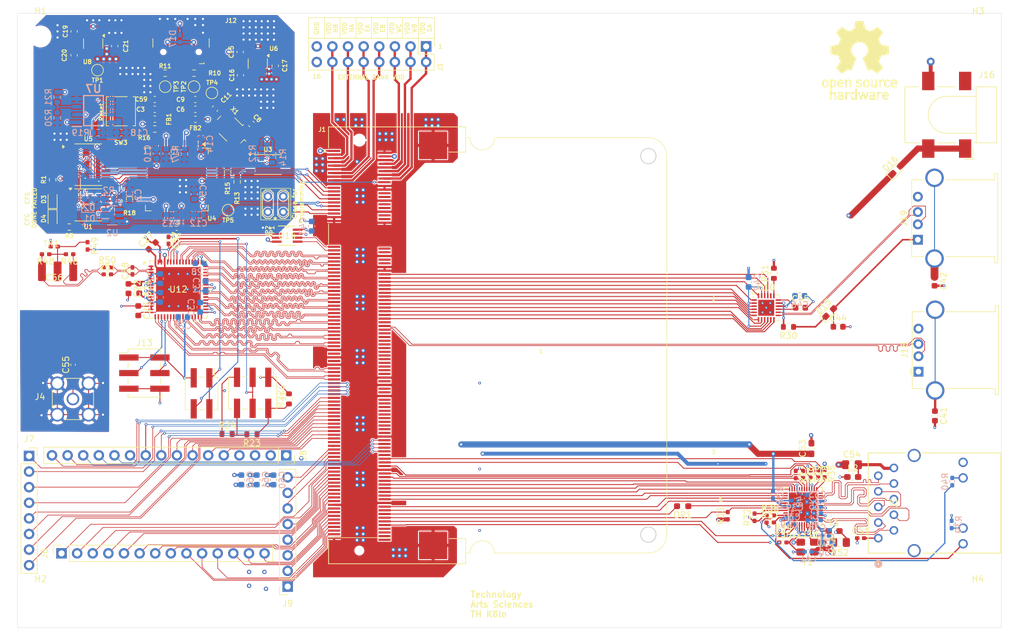
<source format=kicad_pcb>
(kicad_pcb (version 20241229) (generator "pcbnew") (generator_version "9.0")
  (layers (0 "F.Cu" signal) (4 "In1.Cu" signal) (6 "In2.Cu" signal) (2 "B.Cu" signal) (13 "F.Paste" user) (15 "B.Paste" user) (5 "F.SilkS" user "F.Silkscreen") (7 "B.SilkS" user "B.Silkscreen") (1 "F.Mask" user) (3 "B.Mask" user) (25 "Edge.Cuts" user))
  (net 0 "")
  (net 1 "Net-(U8-NR)")
  (net 2 "Net-(D3-A)")
  (net 3 "Net-(D4-A)")
  (net 10 "/~{Rst}")
  (net 12 "Net-(C22-Pad1)")
  (net 13 "Net-(C24-Pad2)")
  (net 14 "Net-(C25-Pad2)")
  (net 15 "Net-(C26-Pad1)")
  (net 16 "OVDD")
  (net 17 "OGND")
  (net 18 "Net-(J4-In)")
  (net 19 "Net-(J5-TCT)")
  (net 20 "Net-(J5-EARTH)")
  (net 21 "PRE_BALUN_GND")
  (net 22 "BAL_P")
  (net 23 "BAL_N")
  (net 24 "V_CM")
  (net 25 "AIN_N")
  (net 26 "AIN_P")
  (net 30 "OSC_N")
  (net 33 "+3V3")
  (net 34 "uart_tx")
  (net 35 "+1V8_FTDI")
  (net 36 "Net-(U4-VPLL)")
  (net 37 "Net-(U4-VPHY)")
  (net 38 "Net-(U6-NR)")
  (net 39 "OSC_P")
  (net 40 "Net-(J1A-MD3)")
  (net 41 "Net-(J1A-MD2)")
  (net 42 "/FTDI/JTAG_TDO")
  (net 43 "/FTDI/JTAG_TMS")
  (net 44 "/FTDI/JTAG_TDI")
  (net 45 "/FTDI/JTAG_TCK")
  (net 46 "/FTDI/JTAG_RST")
  (net 48 "/CLK2")
  (net 49 "/CFG_Done")
  (net 50 "/FTDI/FTDI_EEPROM_CS")
  (net 51 "Net-(U4-DM)")
  (net 53 "Net-(U4-DP)")
  (net 54 "Net-(U4-~{RESET})")
  (net 55 "Net-(U4-ACBUS3)")
  (net 56 "Net-(U4-REF)")
  (net 60 "Net-(U4-OSCO)")
  (net 61 "Net-(U1D-3B)")
  (net 62 "Net-(U1D-3A)")
  (net 63 "Net-(U1B-1Y)")
  (net 67 "/Power supply/~{WD_Reset}")
  (net 68 "G_PHY_RST")
  (net 72 "/DONE")
  (net 74 "Net-(U4-OSCI)")
  (net 75 "uart_rx")
  (net 76 "/~{CFG_Failed}")
  (net 77 "/~{FAILED}")
  (net 78 "+5V")
  (net 90 "/Header Interface/Westbank/VDD_WC")
  (net 91 "/Header Interface/Westbank/VDD_WB")
  (net 92 "/Header Interface/Eastbank/VDD_EB")
  (net 93 "/Header Interface/Northbank/VDD_NB")
  (net 94 "/Header Interface/Northbank/VDD_NA")
  (net 95 "/Header Interface/Eastbank/VDD_EA")
  (net 96 "/Header Interface/Southbank/VDD_SA")
  (net 109 "/CLK1")
  (net 110 "/CLK3")
  (net 118 "Net-(J14-Pin_2)")
  (net 119 "Net-(J14-Pin_3)")
  (net 120 "Net-(J14-Pin_6)")
  (net 121 "Net-(J15-Pin_1)")
  (net 122 "Net-(J12-CC1)")
  (net 123 "Net-(J12-CC2)")
  (net 124 "Net-(U3-DO)")
  (net 125 "Net-(U3-SCLK)")
  (net 126 "Net-(U3-DI)")
  (net 127 "Net-(U7-SENSE3)")
  (net 128 "Net-(U7-~{MR})")
  (net 131 "Net-(U4-ADBUS4)")
  (net 132 "Net-(U4-ADBUS1)")
  (net 133 "Net-(U4-ADBUS7)")
  (net 134 "Net-(U4-ACBUS0)")
  (net 135 "Net-(U4-ADBUS5)")
  (net 136 "Net-(U4-ADBUS6)")
  (net 137 "Net-(U4-ADBUS0)")
  (net 138 "Net-(U4-ADBUS3)")
  (net 139 "Net-(U4-ADBUS2)")
  (net 141 "D3_N")
  (net 142 "D5_P")
  (net 143 "D9_P")
  (net 144 "OF_N")
  (net 145 "D3_P")
  (net 146 "D0_N")
  (net 147 "D2_N")
  (net 148 "D5_N")
  (net 149 "CLKOUT_P")
  (net 150 "D7_N")
  (net 151 "D4_P")
  (net 152 "D1_N")
  (net 153 "D8_P")
  (net 154 "D6_P")
  (net 155 "D1_P")
  (net 156 "D8_N")
  (net 157 "D4_N")
  (net 158 "CLKOUT_N")
  (net 159 "D7_P")
  (net 160 "OF_P")
  (net 161 "D0_P")
  (net 162 "D2_P")
  (net 163 "Net-(J13-Pin_3)")
  (net 164 "D6_N")
  (net 165 "Net-(J13-Pin_4)")
  (net 166 "D9_N")
  (net 169 "Net-(U10-VBUS)")
  (net 170 "USB_STP")
  (net 171 "USB_CLKOUT")
  (net 172 "USB_DATA2")
  (net 173 "USB_DATA7")
  (net 174 "USB_DIR")
  (net 175 "USB1_+")
  (net 176 "USB_NXT")
  (net 177 "USB1_-")
  (net 178 "USB_DATA0")
  (net 179 "Net-(U10-ID)")
  (net 180 "USB_DATA4")
  (net 182 "USB_DATA1")
  (net 183 "USB_REFCLK")
  (net 184 "USB_DATA6")
  (net 185 "Net-(U10-RBIAS)")
  (net 186 "USB_DATA5")
  (net 187 "NOT_ResetB")
  (net 188 "USB_DATA3")
  (net 189 "Net-(J18-Shield)")
  (net 190 "Net-(J19-Shield)")
  (net 191 "Net-(D15-A)")
  (net 192 "USB2_-")
  (net 193 "USB2_+")
  (net 194 "G_ETH_RXCTL")
  (net 195 "VDD10_EPHY")
  (net 196 "G_PHY_RXD0")
  (net 197 "/gigabit_ethernet/XTAL_IN")
  (net 198 "/gigabit_ethernet/XTAL_OUT")
  (net 199 "/gigabit_ethernet/REGOUT")
  (net 200 "G_PS_MI052")
  (net 201 "/gigabit_ethernet/MAC_MDC")
  (net 202 "G_PHY_RXD2")
  (net 203 "G_PHY_RXD3")
  (net 204 "G_PHY_RXD1")
  (net 205 "G_MAC_MDIO")
  (net 206 "/gigabit_ethernet/LED2_RXDLY")
  (net 207 "G_CLK25")
  (net 208 "G_PHY_TXCTL")
  (net 209 "G_PHY_TXD0")
  (net 210 "G_PHY_TXEN")
  (net 211 "/gigabit_ethernet/LED1_AD1")
  (net 212 "/gigabit_ethernet/LED0_AD0")
  (net 213 "/gigabit_ethernet/RGMII_GR-")
  (net 214 "/gigabit_ethernet/RGMI_YE-")
  (net 215 "/gigabit_ethernet/MDI0_P")
  (net 216 "/gigabit_ethernet/MDI1_P")
  (net 217 "G_PHY_RXCTL")
  (net 218 "G_PHY_TXD1")
  (net 219 "/gigabit_ethernet/MDI0_N")
  (net 220 "/gigabit_ethernet/MDI3_N")
  (net 221 "G_PHY_TXD3")
  (net 222 "G_PHY_TXD2")
  (net 223 "G_CLK125")
  (net 224 "/gigabit_ethernet/MDI3_P")
  (net 225 "/gigabit_ethernet/MDI2_N")
  (net 227 "/gigabit_ethernet/MDI1_N")
  (net 229 "/gigabit_ethernet/MDI2_P")
  (net 236 "Net-(C55-Pad2)")
  (net 237 "Net-(C56-Pad1)")
  (net 238 "Net-(U11-RSET)")
  (net 242 "NB2_N")
  (net 243 "NA5_N")
  (net 244 "Net-(D15-K)")
  (net 245 "Net-(D16-A)")
  (net 246 "NB7_N")
  (net 247 "NA1_N")
  (net 248 "Net-(D17-A)")
  (net 250 "Net-(U14-1A)")
  (net 251 "Net-(U14-1B)")
  (net 252 "NB6_P")
  (net 253 "NA5_P")
  (net 254 "NA1_P")
  (net 255 "NB4_N")
  (net 256 "NB6_N")
  (net 257 "NB2_P")
  (net 258 "NB7_P")
  (net 259 "NA3_P")
  (net 260 "NA3_N")
  (net 261 "NA7_N")
  (net 262 "NB4_P")
  (net 263 "NA7_P")
  (net 264 "NB0_N")
  (net 265 "NB0_P")
  (net 266 "EB8_N")
  (net 267 "EB2_P")
  (net 268 "EB5_P")
  (net 269 "EB4_N")
  (net 270 "EB8_P")
  (net 271 "EB4_P")
  (net 272 "EB2_N")
  (net 273 "EB0_P")
  (net 274 "EB0_N")
  (net 275 "EB5_N")
  (net 276 "SB2_N")
  (net 277 "SB3_P")
  (net 278 "SB3_N")
  (net 279 "SB2_P")
  (net 282 "EA4_P")
  (net 283 "EA2_N")
  (net 284 "EA0_N")
  (net 285 "EA7_N")
  (net 286 "EA7_P")
  (net 287 "EA2_P")
  (net 288 "EA4_N")
  (net 289 "EA0_P")
  (net 291 "D10_N")
  (net 292 "D10_P")
  (net 293 "D11_N")
  (net 294 "D11_P")
  (net 295 "EB3_P")
  (net 296 "EB1_P")
  (net 297 "EB3_N")
  (net 298 "EB1_N")
  (footprint "MountingHole:MountingHole_3.2mm_M3" (layer "F.Cu") (at 70.824249 54.353061)
    (property "Reference" "H1")
    (property "Value" "MountingHole_M3")
  )
  (footprint "Resistor_SMD:R_0603_1608Metric_Pad0.98x0.95mm_HandSolder" (layer "F.Cu") (at 175.2625 130.8 180)
    (property "Reference" "OR1")
    (property "Value" "0R")
  )
  (footprint "Capacitor_SMD:C_0603_1608Metric_Pad1.08x0.95mm_HandSolder" (layer "F.Cu") (at 196.2 121.4125 90)
    (property "Reference" "C53")
    (property "Value" "4.7uF")
  )
  (footprint "Package_SO:TSSOP-20_4.4x6.5mm_P0.65mm" (layer "F.Cu") (at 78.6035 75.2232)
    (property "Reference" "U5")
    (property "Value" "SN74CB3T3245PWR")
  )
  (footprint "Connector_BarrelJack:BarrelJack_CLIFF_FC681465S_SMT_Horizontal" (layer "F.Cu") (at 218.2 67.1 180)
    (property "Reference" "J16")
    (property "Value" "Barrel_Jack")
  )
  (footprint "Resistor_SMD:R_0603_1608Metric" (layer "F.Cu") (at 91.0989 60.331442)
    (property "Reference" "R11")
    (property "Value" "5K1")
  )
  (footprint "Capacitor_SMD:C_0603_1608Metric" (layer "F.Cu") (at 86.891879 95.359 -90)
    (property "Reference" "C24")
    (property "Value" "2.2μF")
  )
  (footprint "Resistor_SMD:R_0402_1005Metric_Pad0.72x0.64mm_HandSolder" (layer "F.Cu") (at 193.65 125.6525 -90)
    (property "Reference" "R27")
    (property "Value" "4K7")
  )
  (footprint "Capacitor_SMD:C_0603_1608Metric" (layer "F.Cu") (at 88.986992 88.432008 45)
    (property "Reference" "C27")
    (property "Value" "0.1μF")
  )
  (footprint "Resistor_SMD:R_0603_1608Metric" (layer "F.Cu") (at 85.3091 80.7156 -90)
    (property "Reference" "R18")
    (property "Value" "12K")
  )
  (footprint "Capacitor_SMD:C_0603_1608Metric" (layer "F.Cu") (at 216.287337 116.105277 -90)
    (property "Reference" "C41")
    (property "Value" "4n7F")
  )
  (footprint "ccsom_Footprint_lib:OpenHardwareLogo" (layer "F.Cu") (at 204.032674 58.258046)
    (property "Reference" "log2" (hide yes))
    (property "Value" "~" (hide yes))
  )
  (footprint "TestPoint:TestPoint_Pad_D1.5mm" (layer "F.Cu") (at 98.7035 63.5482 180)
    (property "Reference" "TP4")
    (property "Value" "12MHz")
  )
  (footprint "Inductor_SMD:L_0603_1608Metric_Pad1.05x0.95mm_HandSolder" (layer "F.Cu") (at 202.925 126.05)
    (property "Reference" "L2")
    (property "Value" "BLM18PG181SN1")
  )
  (footprint "Resistor_SMD:R_0603_1608Metric" (layer "F.Cu") (at 95.7989 60.331442)
    (property "Reference" "R10")
    (property "Value" "5K1")
  )
  (footprint "Resistor_SMD:R_0402_1005Metric_Pad0.72x0.64mm_HandSolder" (layer "F.Cu") (at 71.660562 89.795738 180)
    (property "Reference" "R48")
    (property "Value" "25Ω")
  )
  (footprint "Capacitor_SMD:C_0603_1608Metric" (layer "F.Cu") (at 96.0025 64.612)
    (property "Reference" "C9")
    (property "Value" "0.1uF")
  )
  (footprint "Package_SO:TSSOP-14_4.4x5mm_P0.65mm" (layer "F.Cu") (at 78.6035 81.7732)
    (property "Reference" "U1")
    (property "Value" "SN74LVC00APWE4")
  )
  (footprint "Connector_PinSocket_2.54mm:PinSocket_1x08_P2.54mm_Vertical" (layer "F.Cu") (at 68.975 122.625)
    (property "Reference" "J7")
    (property "Value" "Conn_01x08")
  )
  (footprint "Capacitor_SMD:C_0603_1608Metric" (layer "F.Cu") (at 76.3035 53.5232 90)
    (property "Reference" "C19")
    (property "Value" "0.1uF")
  )
  (footprint "Resistor_SMD:R_0402_1005Metric_Pad0.72x0.64mm_HandSolder" (layer "F.Cu") (at 196.1 125.5525 -90)
    (property "Reference" "R29")
    (property "Value" "4K7")
  )
  (footprint "Capacitor_SMD:C_0402_1005Metric_Pad0.74x0.62mm_HandSolder" (layer "F.Cu") (at 91.65 87.5325 -90)
    (property "Reference" "C57")
    (property "Value" "2.2μF")
  )
  (footprint "Capacitor_SMD:C_0603_1608Metric" (layer "F.Cu") (at 194.427192 98.495263)
    (property "Reference" "C45")
    (property "Value" "1uF")
  )
  (footprint "Resistor_SMD:R_0603_1608Metric" (layer "F.Cu") (at 111.238999 113.337816 90)
    (property "Reference" "R22")
    (property "Value" "1k")
  )
  (footprint "Resistor_SMD:R_0402_1005Metric_Pad0.72x0.64mm_HandSolder" (layer "F.Cu") (at 189.4975 133.45)
    (property "Reference" "R37")
    (property "Value" "4K7")
  )
  (footprint "Resistor_SMD:R_0402_1005Metric_Pad0.72x0.64mm_HandSolder" (layer "F.Cu") (at 186.95 132.6025 90)
    (property "Reference" "R32")
    (property "Value" "4K7")
  )
  (footprint "Resistor_SMD:R_0402_1005Metric_Pad0.72x0.64mm_HandSolder" (layer "F.Cu") (at 198.35 125.5025 -90)
    (property "Reference" "R35")
    (property "Value" "4K7")
  )
  (footprint "Capacitor_SMD:C_0402_1005Metric_Pad0.74x0.62mm_HandSolder" (layer "F.Cu") (at 204.2175 136.002801)
    (property "Reference" "C51")
    (property "Value" "10nF")
  )
  (footprint "RTL8211E-VB-CG:RTL8211E-VB-CG" (layer "F.Cu") (at 194.851485 130.888834 180)
    (property "Reference" "U11" (hide yes))
    (property "Value" "RTL8211E-VB-CG")
  )
  (footprint "Capacitor_SMD:C_0402_1005Metric_Pad0.74x0.62mm_HandSolder" (layer "F.Cu") (at 73.07 88.547743 180)
    (property "Reference" "C56")
    (property "Value" "0.1μF")
  )
  (footprint "Capacitor_SMD:C_0603_1608Metric" (layer "F.Cu") (at 200.546214 101.6)
    (property "Reference" "C44")
    (property "Value" "3uF")
  )
  (footprint "Capacitor_SMD:C_0603_1608Metric" (layer "F.Cu") (at 89.4109 66.2122 180)
    (property "Reference" "C3")
    (property "Value" "0.1uF")
  )
  (footprint "LED_SMD:LED_0603_1608Metric" (layer "F.Cu") (at 72.8035 80.8732 90)
    (property "Reference" "D3")
    (property "Value" "RED")
  )
  (footprint "Inductor_SMD:L_0603_1608Metric" (layer "F.Cu") (at 89.42385 67.8124)
    (property "Reference" "FB1")
    (property "Value" "600R, 0.5A")
  )
  (footprint "Capacitor_SMD:C_0603_1608Metric" (layer "F.Cu") (at 103.3035 56.8732 90)
    (property "Reference" "C15")
    (property "Value" "0.1uF")
  )
  (footprint "Package_QFP:LQFP-64_10x10mm_P0.5mm" (layer "F.Cu") (at 93.0035 77.6232 -90)
    (property "Reference" "U4")
    (property "Value" "FT2232HL")
  )
  (footprint "Capacitor_SMD:C_0603_1608Metric" (layer "F.Cu") (at 99.230492 66.096208 45)
    (property "Reference" "C11")
    (property "Value" "10pF")
  )
  (footprint "TestPoint:TestPoint_Pad_D1.5mm" (layer "F.Cu") (at 101.3365 82.6206 180)
    (property "Reference" "TP5")
    (property "Value" "+1V8_FTDI")
  )
  (footprint "Resistor_SMD:R_0603_1608Metric" (layer "F.Cu") (at 75.5035 85.3732 180)
    (property "Reference" "R3")
    (property "Value" "200R")
  )
  (footprint "Resistor_SMD:R_0402_1005Metric_Pad0.72x0.64mm_HandSolder" (layer "F.Cu") (at 81.705872 93.072021)
    (property "Reference" "R51")
    (property "Value" "12Ω")
  )
  (footprint "Resistor_SMD:R_0603_1608Metric" (layer "F.Cu") (at 72.8035 77.6732 -90)
    (property "Reference" "R1")
    (property "Value" "200R")
  )
  (footprint "Resistor_SMD:R_0603_1608Metric" (layer "F.Cu") (at 192.467028 101.62033 180)
    (property "Reference" "R30")
    (property "Value" "1K")
  )
  (footprint "Connector_PinSocket_2.54mm:PinSocket_1x16_P2.54mm_Vertical" (layer "F.Cu") (at 110.8 122.525 -90)
    (property "Reference" "J8")
    (property "Value" "Conn_01x16_Socket")
  )
  (footprint "Capacitor_SMD:C_0402_1005Metric_Pad0.74x0.62mm_HandSolder" (layer "F.Cu") (at 85.785962 92.504521 90)
    (property "Reference" "C58")
    (property "Value" "12pF")
  )
  (footprint "Capacitor_SMD:C_0603_1608Metric" (layer "F.Cu") (at 216.22 94.15065 -90)
    (property "Reference" "C42")
    (property "Value" "4n7F")
  )
  (footprint "Connector_USB:USB_A_Stewart_SS-52100-001_Horizontal" (layer "F.Cu") (at 213.51 87.43 90)
    (property "Reference" "J19")
    (property "Value" "USB_A")
  )
  (footprint "Connector_PinHeader_2.54mm:PinHeader_2x03_P2.54mm_Vertical_SMD" (layer "F.Cu") (at 87.725 109.14)
    (property "Reference" "J13")
    (property "Value" "Conn_02x03_Odd_Even")
  )
  (footprint "Resistor_SMD:R_0402_1005Metric_Pad0.72x0.64mm_HandSolder" (layer "F.Cu") (at 81.705872 91.937021)
    (property "Reference" "R50")
    (property "Value" "12Ω")
  )
  (footprint "Connector_PinSocket_2.54mm:PinSocket_1x08_P2.54mm_Vertical" (layer "F.Cu") (at 111.025 143.875 180)
    (property "Reference" "J9")
    (property "Value" "Conn_01x08")
  )
  (footprint "Connector_USB:USB_C_Receptacle_GCT_USB4110" (layer "F.Cu") (at 93.6865 54.268 180)
    (property "Reference" "J12")
    (property "Value" "USB_C_Receptacle_USB2.0_16P")
  )
  (footprint "Capacitor_SMD:C_0603_1608Metric" (layer "F.Cu") (at 109.0035 59.1232 90)
    (property "Reference" "C17")
    (property "Value" "0.1uF")
  )
  (footprint "Capacitor_SMD:C_0603_1608Metric" (layer "F.Cu") (at 85.144132 95.395487 -90)
    (property "Reference" "C22")
    (property "Value" "1μF")
  )
  (footprint "Resistor_SMD:R_0402_1005Metric_Pad0.72x0.64mm_HandSolder" (layer "F.Cu") (at 78.49 88.4325 -90)
    (property "Reference" "R49")
    (property "Value" "10Ω")
  )
  (footprint "TestPoint:TestPoint_2Pads_Pitch2.54mm_Drill0.8mm" (layer "F.Cu") (at 110.3035 80.3732 -90)
    (property "Reference" "JP1")
    (property "Value" "Jumper_2_Small_Bridged")
  )
  (footprint "Resistor_SMD:R_0603_1608Metric" (layer "F.Cu") (at 101.2603 76.3722 -90)
    (property "Reference" "R15")
    (property "Value" "2K")
  )
  (footprint "Capacitor_SMD:C_0603_1608Metric" (layer "F.Cu") (at 82.9035 55.9232 90)
    (property "Reference" "C21")
    (property "Value" "0.1uF")
  )
  (footprint "TestPoint:TestPoint_Pad_D1.5mm" (layer "F.Cu") (at 80.1021 59.8368 180)
    (property "Reference" "TP1")
    (property "Value" "+3V3")
  )
  (footprint "Capacitor_SMD:C_0603_1608Metric" (layer "F.Cu") (at 86.731253 98.988536 -90)
    (property "Reference" "C23")
    (property "Value" "0.1μF")
  )
  (footprint "Crystal:Crystal_SMD_SeikoEpson_TSX3225-4Pin_3.2x2.5mm" (layer "F.Cu") (at 195.562966 137.46377 180)
    (property "Reference" "Y1")
    (property "Value" "25MHz")
  )
  (footprint "Resistor_SMD:R_0603_1608Metric" (layer "F.Cu") (at 190.098032 92.902635 90)
    (property "Reference" "R31")
    (property "Value" "8K06")
  )
  (footprint "MountingHole:MountingHole_3.2mm_M3" (layer "F.Cu") (at 223.269592 146.803504)
    (property "Reference" "H4")
    (property "Value" "MountingHole_M3")
  )
  (footprint "Package_TO_SOT_SMD:SOT-23-5" (layer "F.Cu") (at 79.4035 55.5232 -90)
    (property "Reference" "U8")
    (property "Value" "TPS73633DBV")
  )
  (footprint "Resistor_SMD:R_0402_1005Metric_Pad0.72x0.64mm_HandSolder" (layer "F.Cu") (at 194.85 125.6525 -90)
    (property "Reference" "R26")
    (property "Value" "4K7")
  )
  (footprint "Package_DFN_QFN:QFN-24-1EP_4x4mm_P0.5mm_EP2.6x2.6mm" (layer "F.Cu") (at 188.848032 98.5)
    (property "Reference" "U10")
    (property "Value" "USB3343")
  )
  (footprint "ccsom_Footprint_lib:SoM_Connector" (layer "F.Cu") (at 122.6785 104.6232 90)
    (property "Reference" "J1")
    (property "Value" "SoM Connector")
  )
  (footprint "Capacitor_SMD:C_0603_1608Metric" (layer "F.Cu") (at 96.0149 66.2122)
    (property "Reference" "C6")
    (property "Value" "4.7uF")
  )
  (footprint "Resistor_SMD:R_0402_1005Metric_Pad0.72x0.64mm_HandSolder" (layer "F.Cu") (at 75.559255 89.795738 180)
    (property "Reference" "R46")
    (property "Value" "25Ω")
  )
  (footprint "Connector_Coaxial:SMA_Amphenol_132134-11_Vertical" (layer "F.Cu") (at 76.108236 113.354074)
    (property "Reference" "J4")
    (property "Value" "Conn_Coaxial")
  )
  (footprint "TestPoint:TestPoint_Pad_D1.5mm" (layer "F.Cu") (at 91.1035 62.5232 -90)
    (property "Reference" "TP3")
    (property "Value" "USB_D+")
  )
  (footprint "Capacitor_SMD:C_0603_1608Metric" (layer "F.Cu") (at 89.4115 64.612 180)
    (property "Reference" "C59")
    (property "Value" "4.7uF")
  )
  (footprint "Resistor_SMD:R_0603_1608Metric" (layer "F.Cu") (at 89.42385 69.4126)
    (property "Reference" "R16")
    (property "Value" "1K")
  )
  (footprint "Resistor_SMD:R_0402_1005Metric_Pad0.72x0.64mm_HandSolder" (layer "F.Cu") (at 182.6 132.3525 90)
    (property "Reference" "R33")
    (property "Value" "1K5")
  )
  (footprint "Capacitor_SMD:C_0805_2012Metric_Pad1.18x1.45mm_HandSolder" (layer "F.Cu") (at 200.8375 136.7 180)
    (property "Reference" "C52")
    (property "Value" "10uF")
  )
  (footprint "MountingHole:MountingHole_3.2mm_M3" (layer "F.Cu") (at 70.845173 146.779374)
    (property "Reference" "H2")
    (property "Value" "MountingHole_M3")
  )
  (footprint "TestPoint:TestPoint_2Pads_Pitch2.54mm_Drill0.8mm" (layer "F.Cu") (at 107.8035 80.3732 -90)
    (property "Reference" "JP2")
    (property "Value" "Jumper_2_Small_Bridged")
  )
  (footprint "LED_SMD:LED_0603_1608Metric" (layer "F.Cu") (at 72.8035 84.0232 -90)
    (property "Reference" "D4")
    (property "Value" "Green")
  )
  (footprint "MountingHole:MountingHole_3.2mm_M3" (layer "F.Cu") (at 223.316278 54.377991)
    (property "Reference" "H3")
    (property "Value" "MountingHole_M3")
  )
  (footprint "Capacitor_SMD:C_0603_1608Metric" (layer "F.Cu") (at 92.9799 85.4146 180)
    (property "Reference" "C4")
    (property "Value" "0.1uF")
  )
  (footprint "Resistor_SMD:R_0603_1608Metric" (layer "F.Cu") (at 105.217 119.113446 180)
    (property "Reference" "R23")
    (property "Value" "1k")
  )
  (footprint "Connector_PinHeader_2.54mm:PinHeader_2x03_P2.54mm_Vertical_SMD" (layer "F.Cu") (at 105.3302 112.349223 -90)
    (property "Reference" "J14")
    (property "Value" "Conn_02x03_Odd_Even")
  )
  (footprint "Capacitor_SMD:C_0402_1005Metric_Pad0.74x0.62mm_HandSolder" (layer "F.Cu") (at 198.4 137.1675 -90)
    (property "Reference" "CA2")
    (property "Value" "12pF")
  )
  (footprint "Diode_SMD:D_0603_1608Metric_Pad1.05x0.95mm_HandSolder" (layer "F.Cu") (at 210.046514 76.057899 45)
    (property "Reference" "D16")
    (property "Value" "D_Schottky")
  )
  (footprint "Connector_PinHeader_2.54mm:PinHeader_2x08_P2.54mm_Vertical" (layer "F.Cu") (at 133.5437 55.976 -90)
    (property "Reference" "J3")
    (property "Value" "Conn_02x8_Odd_Even")
  )
  (footprint "Package_TO_SOT_SMD:SOT-23-5" (layer "F.Cu") (at 106.166 58.7732 -90)
    (property "Reference" "U6")
    (property "Value" "TPS73625DBV")
  )
  (footprint "Crystal:Crystal_SMD_Abracon_ABM3B-4Pin_5.0x3.2mm" (layer "F.Cu") (at 101.779092 69.499592 135)
    (property "Reference" "X1")
    (property "Value" "12MHz")
  )
  (footprint "Inductor_SMD:L_0603_1608Metric_Pad1.05x0.95mm_HandSolder" (layer "F.Cu") (at 199.875 134.85)
    (property "Reference" "L1")
    (property "Value" "2.2uH")
  )
  (footprint "Resistor_SMD:R_0402_1005Metric_Pad0.72x0.64mm_HandSolder" (layer "F.Cu") (at 191.5525 136.7)
    (property "Reference" "R36")
    (property "Value" "0R")
  )
  (footprint "Capacitor_SMD:C_0805_2012Metric_Pad1.18x1.45mm_HandSolder" (layer "F.Cu") (at 202.7875 124.05)
    (property "Reference" "C54")
    (property "Value" "0.1uF")
  )
  (footprint "Button_Switch_SMD:SW_SPST_TL3305A" (layer "F.Cu") (at 83.9035 66.5232 90)
    (property "Reference" "SW3")
    (property "Value" "SW_Push")
  )
  (footprint "HR911130A1:HR911130A_HAN" (layer "F.Cu") (at 207.0746 136.002801 90)
    (property "Reference" "J5")
    (property "Value" "HR911130A1")
  )
  (footprint "SN74CB3T3306DCTR:DCT8" (layer "F.Cu") (at 110.94545 86.775001)
    (property "Reference" "U14")
    (property "Value" "SN74CB3T3306DCTR")
  )
  (footprint "Capacitor_SMD:C_0603_1608Metric" (layer "F.Cu") (at 103.3535 60.6732 -90)
    (property "Reference" "C16")
    (property "Value" "10nF")
  )
  (footprint "Resistor_SMD:R_0402_1005Metric_Pad0.72x0.64mm_HandSolder" (layer "F.Cu") (at 197.3 125.5525 -90)
    (property "Reference" "R28")
    (property "Value" "4K7")
  )
  (footprint "Diode_SMD:D_0603_1608Metric_Pad1.05x0.95mm_HandSolder" (layer "F.Cu") (at 199.180528 99.289982 45)
    (property "Reference" "D15")
    (property "Value" "D_Schottky")
  )
  (footprint "Capacitor_SMD:C_0603_1608Metric" (layer "F.Cu") (at 76.3035 57.4232 -90)
    (property "Reference" "C20")
    (property "Value" "10nF")
  )
  (footprint "Resistor_SMD:R_0603_1608Metric" (layer "F.Cu") (at 101.175 119.083152)
    (property "Reference" "R24")
    (property "Value" "1k")
  )
  (footprint "Package_SO:TSSOP-8_4.4x3mm_P0.65mm" (layer "F.Cu") (at 107.8135 75.2038)
    (property "Reference" "U3")
    (property "Value" "93LC46B")
  )
  (footprint "LTC2242-12:QFN-64_UP_LIT" (layer "F.Cu") (at 93.251981 95.514157)
    (property "Reference" "U12")
    (property "Value" "LTC2242IUP-12-PBF")
  )
  (footprint "TestPoint:TestPoint_Pad_D1.5mm" (layer "F.Cu") (at 95.8035 62.5232 -90)
    (property "Reference" "TP2")
    (property "Value" "USB_D-")
  )
  (footprint "Inductor_SMD:L_0603_1608Metric" (layer "F.Cu") (at 96.0279 67.8378 180)
    (property "Reference" "FB2")
    (property "Value" "600R, 0.5A")
  )
  (footprint "Resistor_SMD:R_0603_1608Metric" (layer "F.Cu") (at 102.8097 78.0232 90)
    (property "Reference" "R13")
    (property "Value" "10K")
  )
  (footprint "Connector_PinHeader_2.54mm:PinHeader_2x02_P2.54mm_Vertical_SMD" (layer "F.Cu") (at 97.021193 112.436109 -90)
    (property "Reference" "J15" (hide yes))
    (property "Value" "Conn_02x02_Counter_Clockwise")
  )
  (footprint "Capacitor_SMD:C_0402_1005Metric_Pad0.74x0.62mm_HandSolder" (layer "F.Cu") (at 76.131042 107.785481 90)
    (property "Reference" "C55")
    (property "Value" "0.1μF")
  )
  (footprint "Connector_PinSocket_2.54mm:PinSocket_1x14_P2.54mm_Vertical" (layer "F.Cu") (at 74.25 138.475 90)
    (property "Reference" "J6")
    (property "Value" "Conn_01x14" (hide yes))
  )
  (footprint "Connector_USB:USB_A_Stewart_SS-52100-001_Horizontal" (layer "F.Cu") (at 213.61 108.9 90)
    (property "Reference" "J18")
    (property "Value" "USB_A")
  )
  (footprint "Resistor_SMD:R_0402_1005Metric_Pad0.72x0.64mm_HandSolder" (layer "F.Cu") (at 189.4975 132.3)
    (property "Reference" "R38")
    (property "Value" "4K7")
  )
  (footprint "Resistor_SMD:R_0402_1005Metric_Pad0.72x0.64mm_HandSolder" (layer "F.Cu") (at 191.6025 135.5)
    (property "Reference" "R34")
    (property "Value" "2.49K%1")
  )
  (footprint "test:T1-1T-KK81" (layer "F.Cu") (at 70.1795 90.717)
    (property "Reference" "TR1")
    (property "Value" "T1-1T-KK81")
  )
  (footprint "Capacitor_SMD:C_0603_1608Metric" (layer "F.Cu") (at 105.1285 68.5982 135)
    (property "Reference" "C8")
    (property "Value" "10pF")
  )
  (footprint "Capacitor_SMD:C_0402_1005Metric_Pad0.74x0.62mm_HandSolder" (layer "B.Cu") (at 198.5025 134.6825)
    (property "Reference" "C36")
    (property "Value" "0.1uF")
  )
  (footprint "Capacitor_SMD:C_0603_1608Metric" (layer "B.Cu") (at 92.0531 83.3826)
    (property "Reference" "C13")
    (property "Value" "0.1uF")
  )
  (footprint "Capacitor_SMD:C_0402_1005Metric_Pad0.74x0.62mm_HandSolder" (layer "B.Cu") (at 198.5025 135.6325)
    (property "Reference" "C40")
    (property "Value" "0.1uF")
  )
  (footprint "Capacitor_SMD:C_0603_1608Metric" (layer "B.Cu") (at 89.683706 73.4258 90)
    (property "Reference" "C7")
    (property "Value" "0.1uF")
  )
  (footprint "Resistor_SMD:R_0603_1608Metric" (layer "B.Cu") (at 81.92148 80.824704 180)
    (property "Reference" "R2")
    (property "Value" "47K")
  )
  (footprint "Capacitor_SMD:C_0603_1608Metric" (layer "B.Cu") (at 106 126.517365 90)
    (property "Reference" "C61")
    (property "Value" "1uF")
  )
  (footprint "Capacitor_SMD:C_0603_1608Metric" (layer "B.Cu") (at 96.775 91.25)
    (property "Reference" "C28")
    (property "Value" "0.1μF")
  )
  (footprint "Capacitor_SMD:C_0402_1005Metric_Pad0.74x0.62mm_HandSolder" (layer "B.Cu") (at 197.1825 131 180)
    (property "Reference" "C32")
    (property "Value" "0.1uF")
  )
  (footprint "Capacitor_SMD:C_0603_1608Metric" (layer "B.Cu") (at 95.8247 80.0298 90)
    (property "Reference" "C5")
    (property "Value" "0.1uF")
  )
  (footprint "Capacitor_SMD:C_0603_1608Metric" (layer "B.Cu") (at 96.9423 71.8256 90)
    (property "Reference" "C14")
    (property "Value" "0.1uF")
  )
  (footprint "Capacitor_SMD:C_0402_1005Metric_Pad0.74x0.62mm_HandSolder" (layer "B.Cu") (at 195.45 129.5325 -90)
    (property "Reference" "C48")
    (property "Value" "0.1uF")
  )
  (footprint "Capacitor_SMD:C_0402_1005Metric_Pad0.74x0.62mm_HandSolder" (layer "B.Cu") (at 197.1325 133.1)
    (property "Reference" "C38")
    (property "Value" "0.1uF")
  )
  (footprint "Capacitor_SMD:C_0603_1608Metric" (layer "B.Cu") (at 84.0035 70.0232)
    (property "Reference" "C18")
    (property "Value" "0.1uF")
  )
  (footprint "Capacitor_SMD:C_0603_1608Metric" (layer "B.Cu") (at 185.98 94.343778 90)
    (property "Reference" "C47")
    (property "Value" "1uF")
  )
  (footprint "Capacitor_SMD:C_0402_1005Metric_Pad0.74x0.62mm_HandSolder" (layer "B.Cu") (at 193.4825 129.888833)
    (property "Reference" "C39")
    (property "Value" "0.1uF")
  )
  (footprint "Resistor_SMD:R_0603_1608Metric" (layer "B.Cu") (at 73.5535 67.5982 -90)
    (property "Reference" "R20")
    (property "Value" "470K")
  )
  (footprint "Capacitor_SMD:C_0402_1005Metric_Pad0.74x0.62mm_HandSolder" (layer "B.Cu") (at 195.55 132.5675 90)
    (property "Reference" "C34")
    (property "Value" "0.1uF")
  )
  (footprint "Capacitor_SMD:C_0603_1608Metric" (layer "B.Cu") (at 103.5 126.517365 90)
    (property "Reference" "C62")
    (property "Value" "1uF")
  )
  (footprint "Capacitor_SMD:C_0402_1005Metric_Pad0.74x0.62mm_HandSolder" (layer "B.Cu") (at 192.9825 133.75 180)
    (property "Reference" "C37")
    (property "Value" "0.1uF")
  )
  (footprint "Resistor_SMD:R_0402_1005Metric_Pad0.72x0.64mm_HandSolder" (layer "B.Cu") (at 189.95 128.9525 90)
    (property "Reference" "R25")
    (property "Value" "10K")
  )
  (footprint "Capacitor_SMD:C_0402_1005Metric_Pad0.74x0.62mm_HandSolder" (layer "B.Cu") (at 197.1825 131.95 180)
    (property "Reference" "C35")
    (property "Value" "0.1uF")
  )
  (footprint "Resistor_SMD:R_0603_1608Metric" (layer "B.Cu") (at 94.25 73.5 -90)
    (property "Reference" "R17")
    (property "Value" "12K")
  )
  (footprint "Capacitor_SMD:C_0603_1608Metric" (layer "B.Cu") (at 108.728252 126.525 90)
    (property "Reference" "C60")
    (property "Value" "1uF")
  )
  (footprint "Capacitor_SMD:C_0603_1608Metric" (layer "B.Cu") (at 97.660623 94.972278 -90)
    (property "Reference" "C31")
    (property "Value" "0.1μF")
  )
  (footprint "Capacitor_SMD:C_0603_1608Metric" (layer "B.Cu") (at 96.8 98.425 -90)
    (property "Reference" "C30")
    (property "Value" "0.1μF")
  )
  (footprint "Capacitor_SMD:C_0603_1608Metric" (layer "B.Cu") (at 96.5359 83.3826 180)
    (property "Reference" "C12")
    (property "Value" "3.3uF")
  )
  (footprint "Diode_SMD:D_0402_1005Metric_Pad0.77x0.64mm_HandSolder" (layer "B.Cu") (at 93.5 54.695006 -90)
    (property "Reference" "D17")
    (property "Value" "D_Schottky")
  )
  (footprint "LED_SMD:LED_0603_1608Metric" (layer "B.Cu") (at 78.8035 80.8232)
    (property "Reference" "D2")
    (property "Value" "1N4148WT")
  )
  (footprint "Resistor_SMD:R_0603_1608Metric" (layer "B.Cu") (at 80.2035 70.0232 180)
    (property "Reference" "R19")
    (property "Value" "47K")
  )
  (footprint "Capacitor_SMD:C_0603_1608Metric" (layer "B.Cu") (at 114.931116 85.232769 -90)
    (property "Reference" "C43")
    (property "Value" "0.1uF")
  )
  (footprint "Resistor_SMD:R_0402_1005Metric_Pad0.72x0.64mm_HandSolder" (layer "B.Cu") (at 219 133.775302 90)
    (property "Reference" "R39")
    (property "Value" "510R R0402 5%")
  )
  (footprint "Capacitor_SMD:C_0402_1005Metric_Pad0.74x0.62mm_HandSolder" (layer "B.Cu") (at 197.1825 130.05 180)
    (property "Reference" "C33")
    (property "Value" "0.1uF")
  )
  (footprint "Capacitor_SMD:C_0603_1608Metric" (layer "B.Cu") (at 90.291879 93.759 -90)
    (property "Reference" "C25")
    (property "Value" "0.1μF")
  )
  (footprint "Capacitor_SMD:C_0603_1608Metric" (layer "B.Cu") (at 90.291879 96.809 -90)
    (property "Reference" "C26")
    (property "Value" "0.1μF")
  )
  (footprint "Capacitor_SMD:C_0603_1608Metric_Pad1.08x0.95mm_HandSolder" (layer "B.Cu") (at 198.8125 136.9)
    (property "Reference" "C50")
    (property "Value" "4.7uF")
  )
  (footprint "Diode_SMD:D_SOD-523" (layer "B.Cu") (at 78.8035 82.3732)
    (property "Reference" "D1")
    (property "Value" "1N4148WT")
  )
  (footprint "ccsom_Footprint_lib:SOIC-8_5.8x3.81mm" (layer "B.Cu") (at 79.4535 66.4232)
    (property "Reference" "U7")
    (property "Value" "TPS3307-33DR" (hide yes))
  )
  (footprint "Capacitor_SMD:C_0603_1608Metric" (layer "B.Cu") (at 93.975 100)
    (property "Reference" "C29")
    (property "Value" "0.1μF")
  )
  (footprint "Resistor_SMD:R_0402_1005Metric_Pad0.72x0.64mm_HandSolder" (layer "B.Cu") (at 219.1 126.7975 -90)
    (property "Reference" "R40")
    (property "Value" "510R R0402 5%")
  )
  (footprint "Capacitor_SMD:C_0402_1005Metric_Pad0.74x0.62mm_HandSolder" (layer "B.Cu") (at 193.4825 130.8)
    (property "Reference" "C1")
    (property "Value" "100nF")
  )
  (footprint "Package_TO_SOT_SMD:SOT-23-5" (layer "B.Cu") (at 82.5035 83.4732 180)
    (property "Reference" "U2")
    (property "Value" "74AUP1G04")
  )
  (footprint "Resistor_SMD:R_0603_1608Metric" (layer "B.Cu") (at 73.5535 64.2482 -90)
    (property "Reference" "R21")
    (property "Value" "270K")
  )
  (footprint "Capacitor_SMD:C_0603_1608Metric" (layer "B.Cu") (at 91.2527 73.4258 -90)
    (property "Reference" "C10")
    (property "Value" "0.1uF")
  )
  (footprint "Capacitor_SMD:C_0603_1608Metric" (layer "B.Cu") (at 85.3091 80.106 90)
    (property "Reference" "C2")
    (property "Value" "0.1uF")
  )
  (footprint "Capacitor_SMD:C_0603_1608Metric" (layer "B.Cu") (at 194.304595 96.57962)
    (property "Reference" "C46")
    (property "Value" "0u1F")
  )
  (footprint "Capacitor_SMD:C_0402_1005Metric_Pad0.74x0.62mm_HandSolder" (layer "B.Cu") (at 192.5675 132.7)
    (property "Reference" "C49")
    (property "Value" "0.1uF")
  )
  (footprint "Resistor_SMD:R_0603_1608Metric" (layer "B.Cu") (at 106.7467 73.4004 -90)
    (property "Reference" "R12")
    (property "Value" "10K")
  )
  (footprint "Resistor_SMD:R_0603_1608Metric" (layer "B.Cu") (at 108.5501 74.0354 -90)
    (property "Reference" "R14")
    (property "Value" "10K")
  )
  (footprint "Capacitor_SMD:C_0402_1005Metric_Pad0.74x0.62mm_HandSolder" (layer "B.Cu") (at 195.65849 138.223885)
    (property "Reference" "CA1")
    (property "Value" "12pF")
  )
  (gr_line (start 124.6598 54.646) (end 124.6598 51.2938) (stroke (width 0.12)) (layer "F.SilkS"))
  (gr_rect (start 114.4337 51.2938) (end 134.8859 54.646) (stroke (width 0.12)) (fill no) (layer "F.SilkS"))
  (gr_line (start 129.7035 54.6493) (end 129.7035 51.2971) (stroke (width 0.12)) (layer "F.SilkS"))
  (gr_line (start 132.2785 54.6004) (end 132.2785 51.3232) (stroke (width 0.12)) (layer "F.SilkS"))
  (gr_line (start 119.5535 54.6232) (end 119.5535 51.2982) (stroke (width 0.12)) (layer "F.SilkS"))
  (gr_line (start 127.2285 54.6243) (end 127.2285 51.3232) (stroke (width 0.12)) (layer "F.SilkS"))
  (gr_line (start 122.1535 54.6482) (end 122.1535 51.3232) (stroke (width 0.12)) (layer "F.SilkS"))
  (gr_line (start 117.0285 51.4482) (end 117.0285 51.2982) (stroke (width 0.12)) (layer "F.SilkS"))
  (gr_line (start 117.0285 54.6232) (end 117.0285 51.4482) (stroke (width 0.12)) (layer "F.SilkS"))
  (gr_line (start 67.102801 120.720628) (end 67.132926 121.223214) (stroke (width 0.15)) (layer "F.SilkS"))
  (gr_rect (start 106.6535 79.0732) (end 111.5235 84.1932) (stroke (width 0.1)) (fill no) (layer "F.SilkS"))
  (gr_circle (center 169.681556 135.423988) (end 170.931556 135.423988) (stroke (width 0.15)) (fill no) (layer "Edge.Cuts"))
  (gr_rect (start 67.09271 50.561925) (end 227.09271 150.561925) (stroke (width 0.05)) (fill no) (layer "Edge.Cuts"))
  (gr_circle (center 169.681574 73.825642) (end 170.931574 73.825642) (stroke (width 0.15)) (fill no) (layer "Edge.Cuts"))
  (gr_text "CFG\nDONE\n" (at 69.2535 84.1732 90) (layer "F.SilkS") (effects (font (size 0.7 0.7))))
  (gr_text "Technology\nArts Sciences\nTH Köln" (at 140.6398 148.971 -0) (layer "F.SilkS") (effects (font (size 1 1) (thickness 0.2) (bold yes)) (justify left bottom)))
  (gr_text "Reset" (at 80.7535 66.6732 90) (layer "F.SilkS") (effects (font (size 0.7 0.7))))
  (gr_text "1" (at 135.8785 55.9982 0) (layer "F.SilkS") (effects (font (size 0.7 0.7))))
  (gr_text "VDD\nEA" (at 123.4285 53.0232 90) (layer "F.SilkS") (effects (font (size 0.7 0.7))))
  (gr_text "GND" (at 115.7535 53.0232 90) (layer "F.SilkS") (effects (font (size 0.7 0.7))))
  (gr_text "1" (at 180.3035 97.0732 0) (layer "F.SilkS") (effects (font (size 0.7 0.7))))
  (gr_text "1" (at 180.3535 121.9232 0) (layer "F.SilkS") (effects (font (size 0.7 0.7))))
  (gr_text "EXTERNAL BANK VDD" (at 124.6035 60.9982 0) (layer "F.SilkS") (effects (font (size 0.7 0.7))))
  (gr_text "CFG\nFAILED\n\n" (at 69.8535 80.6732 90) (layer "F.SilkS") (effects (font (size 0.7 0.7))))
  (gr_text "VDD\nWB" (at 131.0535 53.0232 90) (layer "F.SilkS") (effects (font (size 0.7 0.7))))
  (gr_text "Close for \nProgramming" (at 112.7035 81.3232 90) (layer "F.SilkS") (effects (font (size 0.7 0.7))))
  (gr_text "VDD\nNB\n" (at 118.2785 53.0232 90) (layer "F.SilkS") (effects (font (size 0.7 0.7))))
  (gr_text "1" (at 152.237945 105.61362 0) (layer "F.SilkS") (effects (font (size 0.7 0.7))))
  (gr_text "16\n" (at 115.7535 60.8732 0) (layer "F.SilkS") (effects (font (size 0.7 0.7))))
  (gr_text "VDD\nWC" (at 128.5285 53.0232 90) (layer "F.SilkS") (effects (font (size 0.7 0.7))))
  (gr_text "VDD\nSA" (at 133.5535 53.0232 90) (layer "F.SilkS") (effects (font (size 0.7 0.7))))
  (gr_text "VDD\nNA" (at 120.8785 53.0232 90) (layer "F.SilkS") (effects (font (size 0.7 0.7))))
  (gr_text "1" (at 181.4585 129.7132 0) (layer "F.SilkS") (effects (font (size 0.7 0.7))))
  (gr_text "VDD\nEB" (at 125.9285 53.0232 90) (layer "F.SilkS") (effects (font (size 0.7 0.7))))
  (segment (start 78.441 56.6482) (end 78.4535 56.6607) (width 0.1524) (layer "F.Cu") (net 1))
  (segment (start 76.3035 56.6482) (end 78.441 56.6482) (width 0.1524) (layer "F.Cu") (net 1))
  (segment (start 72.8035 80.0857) (end 72.8035 78.4982) (width 0.1524) (layer "F.Cu") (net 2))
  (segment (start 74.116 84.8107) (end 74.6785 85.3732) (width 0.1524) (layer "F.Cu") (net 3))
  (segment (start 72.8035 84.8107) (end 74.116 84.8107) (width 0.1524) (layer "F.Cu") (net 3))
  (segment (start 79.9285 80.4732) (end 78.9035 80.4732) (width 0.1524) (layer "F.Cu") (net 10))
  (segment (start 84.226711 79.196411) (end 82.949922 80.4732) (width 0.1524) (layer "F.Cu") (net 10))
  (segment (start 82.949922 80.4732) (end 81.466 80.4732) (width 0.1524) (layer "F.Cu") (net 10))
  (segment (start 79.0535 81.5232) (end 79.0535 80.5732) (width 0.1524) (layer "F.Cu") (net 10))
  (segment (start 79.1535 80.4732) (end 80.2035 80.4732) (width 0.1524) (layer "F.Cu") (net 10))
  (segment (start 78.9535 80.4732) (end 78.9035 80.4732) (width 0.1524) (layer "F.Cu") (net 10))
  (segment (start 79.0535 80.5732) (end 78.9535 80.4732) (width 0.1524) (layer "F.Cu") (net 10))
  (segment (start 79.0535 80.5732) (end 79.1535 80.4732) (width 0.1524) (layer "F.Cu") (net 10))
  (segment (start 126.7785 78.0732) (end 125.1535 78.0732) (width 0.1524) (layer "F.Cu") (net 10))
  (segment (start 81.466 80.4732) (end 79.9285 80.4732) (width 0.1524) (layer "F.Cu") (net 10))
  (segment (start 78.9035 80.4732) (end 75.741 80.4732) (width 0.1524) (layer "F.Cu") (net 10))
  (via (at 125.1535 78.0732) (size 0.45) (drill 0.2) (layers "F.Cu" "B.Cu") (net 10))
  (via (at 84.226711 79.196411) (size 0.45) (drill 0.2) (layers "F.Cu" "B.Cu") (net 10))
  (via (at 79.0535 81.5232) (size 0.45) (drill 0.2) (layers "F.Cu" "B.Cu") (net 10))
  (segment (start 85.4035 77.1732) (end 112.0035 77.1732) (width 0.1524) (layer "B.Cu") (net 10))
  (segment (start 112.0035 77.1732) (end 112.9035 78.0732) (width 0.1524) (layer "B.Cu") (net 10))
  (segment (start 112.9035 78.0732) (end 125.1535 78.0732) (width 0.1524) (layer "B.Cu") (net 10))
  (segment (start 84.226711 78.349989) (end 85.4035 77.1732) (width 0.1524) (layer "B.Cu") (net 10))
  (segment (start 84.226711 79.196411) (end 84.226711 78.349989) (width 0.1524) (layer "B.Cu") (net 10))
  (segment (start 88.844379 93.9165) (end 88.831879 93.904) (width 0.254) (layer "F.Cu") (net 12))
  (segment (start 88.844379 94.254) (end 87.9602 94.254) (width 0.254) (layer "F.Cu") (net 12))
  (segment (start 87.9602 94.254) (end 87.221879 94.254) (width 0.254) (layer "F.Cu") (net 12))
  (segment (start 88.844379 93.8915) (end 88.844379 93.754) (width 0.254) (layer "F.Cu") (net 12))
  (segment (start 85.144132 94.620487) (end 86.855392 94.620487) (width 0.254) (layer "F.Cu") (net 12))
  (segment (start 88.844379 94.254) (end 88.844379 93.9165) (width 0.254) (layer "F.Cu") (net 12))
  (segment (start 86.855392 94.620487) (end 86.891879 94.584) (width 0.254) (layer "F.Cu") (net 12))
  (segment (start 88.831879 93.904) (end 88.844379 93.8915) (width 0.254) (layer "F.Cu") (net 12))
  (segment (start 87.221879 94.254) (end 86.891879 94.584) (width 0.254) (layer "F.Cu") (net 12))
  (via (at 87.9602 94.254) (size 0.5) (drill 0.3) (layers "F.Cu" "B.Cu") (net 12))
  (segment (start 87.9602 94.254) (end 89.2302 92.984) (width 0.254) (layer "B.Cu") (net 12))
  (segment (start 89.2302 92.984) (end 90.291879 92.984) (width 0.254) (layer "B.Cu") (net 12))
  (segment (start 87.884 96.754) (end 88.844379 96.754) (width 0.254) (layer "F.Cu") (net 13))
  (segment (start 87.511879 96.754) (end 87.884 96.754) (width 0.254) (layer "F.Cu") (net 13))
  (segment (start 88.844379 96.754) (end 88.844379 97.004) (width 0.254) (layer "F.Cu") (net 13))
  (segment (start 88.844379 97.004) (end 88.844379 97.254) (width 0.254) (layer "F.Cu") (net 13))
  (segment (start 86.891879 96.134) (end 87.511879 96.754) (width 0.254) (layer "F.Cu") (net 13))
  (via (at 87.884 96.754) (size 0.5) (drill 0.3) (layers "F.Cu" "B.Cu") (net 13))
  (segment (start 87.884 96.754) (end 88.714 97.584) (width 0.254) (layer "B.Cu") (net 13))
  (segment (start 88.714 97.584) (end 90.291879 97.584) (width 0.254) (layer "B.Cu") (net 13))
  (segment (start 88.061803 94.754) (end 87.9602 94.855603) (width 0.254) (layer "F.Cu") (net 14))
  (segment (start 88.844379 95.254) (end 88.844379 94.754) (width 0.254) (layer "F.Cu") (net 14))
  (segment (start 88.844379 94.754) (end 88.061803 94.754) (width 0.254) (layer "F.Cu") (net 14))
  (via (at 87.9602 94.855603) (size 0.5) (drill 0.3) (layers "F.Cu" "B.Cu") (net 14))
  (segment (start 89.094603 94.534) (end 88.773 94.855603) (width 0.254) (layer "B.Cu") (net 14))
  (segment (start 90.291879 94.534) (end 89.094603 94.534) (width 0.254) (layer "B.Cu") (net 14))
  (segment (start 87.9602 94.855603) (end 88.773 94.855603) (width 0.254) (layer "B.Cu") (net 14))
  (segment (start 88.844379 96.254) (end 88.844379 95.754) (width 0.254) (layer "F.Cu") (net 15))
  (segment (start 88.844379 95.754) (end 87.9388 95.754) (width 0.254) (layer "F.Cu") (net 15))
  (segment (start 87.9388 95.754) (end 87.9348 95.758) (width 0.254) (layer "F.Cu") (net 15))
  (via (at 87.9348 95.758) (size 0.5) (drill 0.3) (layers "F.Cu" "B.Cu") (net 15))
  (segment (start 87.9348 95.758) (end 88.8746 95.758) (width 0.254) (layer "B.Cu") (net 15))
  (segment (start 90.291879 96.034) (end 89.1506 96.034) (width 0.254) (layer "B.Cu") (net 15))
  (segment (start 89.1506 96.034) (end 88.8746 95.758) (width 0.254) (layer "B.Cu") (net 15))
  (segment (start 181.05 132.95) (end 181 133) (width 0.635) (layer "F.Cu") (net 16))
  (segment (start 95.751193 109.911109) (end 94.338891 109.911109) (width 0.1524) (layer "F.Cu") (net 16))
  (segment (start 193.851484 128.044034) (end 193.851484 127.351484) (width 0.1524) (layer "F.Cu") (net 16))
  (segment (start 94.275 109.975) (end 90.9 106.6) (width 0.1524) (layer "F.Cu") (net 16))
  (segment (start 112.690902 85.75) (end 112.6409 85.800002) (width 0.1524) (layer "F.Cu") (net 16))
  (segment (start 93.021879 89.414) (end 93.031879 89.424) (width 0.108204) (layer "F.Cu") (net 16))
  (segment (start 88.844379 98.254) (end 86.771717 98.254) (width 0.1524) (layer "F.Cu") (net 16))
  (segment (start 98.711879 98.754) (end 97.719379 98.754) (width 0.108204) (layer "F.Cu") (net 16))
  (segment (start 90.9 106.6) (end 90.25 106.6) (width 0.1524) (layer "F.Cu") (net 16))
  (segment (start 196.251485 127.376715) (end 196.2782 127.35) (width 0.1524) (layer "F.Cu") (net 16))
  (segment (start 196.251485 128.044034) (end 196.251485 127.376715) (width 0.1524) (layer "F.Cu") (net 16))
  (segment (start 86.731253 98.213536) (end 84.036464 98.213536) (width 0.1524) (layer "F.Cu") (net 16))
  (segment (start 80.0785 72.2982) (end 80.0535 72.2732) (width 0.381) (layer "F.Cu") (net 16))
  (segment (start 81.466 72.2982) (end 80.0785 72.2982) (width 0.381) (layer "F.Cu") (net 16))
  (segment (start 114 85.75) (end 112.690902 85.75) (width 0.1524) (layer "F.Cu") (net 16))
  (segment (start 193.851484 127.351484) (end 193.85 127.35) (width 0.1524) (layer "F.Cu") (net 16))
  (segment (start 81.466 79.8232) (end 82.8535 79.8232) (width 0.381) (layer "F.Cu") (net 16))
  (segment (start 94.031879 100.636145) (end 94.284667 100.888933) (width 0.1524) (layer "F.Cu") (net 16))
  (segment (start 106.615946 109.825842) (end 107.868581 109.825842) (width 0.1524) (layer "F.Cu") (net 16))
  (segment (start 74.0785 77.4982) (end 75.741 77.4982) (width 0.381) (layer "F.Cu") (net 16))
  (segment (start 88.784 87.884) (end 87.9 87) (width 0.254) (layer "F.Cu") (net 16))
  (segment (start 89.535 87.884) (end 89.535 87.785) (width 0.254) (layer "F.Cu") (net 16))
  (segment (start 111.238999 112.512816) (end 111.238999 112.488999) (width 0.1524) (layer "F.Cu") (net 16))
  (segment (start 108.574223 109.824223) (end 107.8702 109.824223) (width 0.1524) (layer "F.Cu") (net 16))
  (segment (start 90.261879 88.610879) (end 89.535 87.884) (width 0.254) (layer "F.Cu") (net 16))
  (segment (start 111.238999 112.488999) (end 108.574223 109.824223) (width 0.1524) (layer "F.Cu") (net 16))
  (segment (start 90.25 106.6) (end 85.2 106.6) (width 0.1524) (layer "F.Cu") (net 16))
  (segment (start 94.338891 109.911109) (end 94.275 109.975) (width 0.1524) (layer "F.Cu") (net 16))
  (segment (start 90.531879 91.0665) (end 90.031879 91.0665) (width 0.254) (layer "F.Cu") (net 16))
  (segment (start 89.535 87.884) (end 88.784 87.884) (width 0.254) (layer "F.Cu") (net 16))
  (segment (start 84.036464 98.213536) (end 84 98.25) (width 0.1524) (layer "F.Cu") (net 16))
  (segment (start 182.6 132.95) (end 181.05 132.95) (width 0.635) (layer "F.Cu") (net 16))
  (segment (start 74.0535 77.4732) (end 74.0785 77.4982) (width 0.381) (layer "F.Cu") (net 16))
  (segment (start 88.844379 98.754) (end 88.844379 97.754) (width 0.25) (layer "F.Cu") (net 16))
  (segment (start 93.031879 89.424) (end 93.031879 91.0665) (width 0.1524) (layer "F.Cu") (net 16))
  (segment (start 94.031879 99.9415) (end 94.031879 100.636145) (width 0.1524) (layer "F.Cu") (net 16))
  (segment (start 90.261879 90.7965) (end 90.261879 88.610879) (width 0.254) (layer "F.Cu") (net 16))
  (segment (start 97.031879 90.221452) (end 97.031879 91.0665) (width 0.1524) (layer "F.Cu") (net 16))
  (segment (start 107.868581 109.825842) (end 107.8702 109.824223) (width 0.1524) (layer "F.Cu") (net 16))
  (segment (start 90.531879 91.0665) (end 90.261879 90.7965) (width 0.254) (layer "F.Cu") (net 16))
  (segment (start 97.719379 94.754) (end 98.691879 94.754) (width 0.108204) (layer "F.Cu") (net 16))
  (segment (start 86.771717 98.254) (end 86.731253 98.213536) (width 0.1524) (layer "F.Cu") (net 16))
  (via (at 97.031879 90.221452) (size 0.45) (drill 0.2) (layers "F.Cu" "B.Cu") (net 16))
  (via (at 106.615946 109.825842) (size 0.45) (drill 0.2) (layers "F.Cu" "B.Cu") (net 16))
  (via (at 90.261879 89.442586) (size 0.45) (drill 0.2) (layers "F.Cu" "B.Cu") (net 16))
  (via (at 181 133) (size 0.45) (drill 0.2) (layers "F.Cu" "B.Cu") (net 16))
  (via (at 74.8035 63.4232) (size 0.7) (drill 0.35) (layers "F.Cu" "B.Cu") (net 16))
  (via (at 142.75 122.25) (size 0.7) (drill 0.35) (layers "F.Cu" "B.Cu") (net 16))
  (via (at 114 85.75) (size 0.45) (drill 0.2) (layers "F.Cu" "B.Cu") (net 16))
  (via (at 94.284667 100.888933) (size 0.45) (drill 0.2) (layers "F.Cu" "B.Cu") (net 16))
  (via (at 80.8535 68.8732) (size 0.7) (drill 0.35) (layers "F.Cu" "B.Cu") (net 16))
  (via (at 93.031879 89.424) (size 0.45) (drill 0.2) (layers "F.Cu" "B.Cu") (net 16))
  (via (at 181 123.9) (size 0.45) (drill 0.2) (layers "F.Cu" "B.Cu") (net 16))
  (via (at 188.75 123.9) (size 0.45) (drill 0.2) (layers "F.Cu" "B.Cu") (net 16))
  (via (at 98.711879 98.754) (size 0.45) (drill 0.2) (layers "F.Cu" "B.Cu") (net 16))
  (via (at 94.275 109.975) (size 0.45) (drill 0.2) (layers "F.Cu" "B.Cu") (net 16))
  (via (at 106.8035 61.3232) (size 0.7) (drill 0.35) (layers "F.Cu" "B.Cu") (net 16))
  (via (at 193.85 127.35) (size 0.45) (drill 0.2) (layers "F.Cu" "B.Cu") (net 16))
  (via (at 196.2782 127.35) (size 0.45) (drill 0.2) (layers "F.Cu" "B.Cu") (net 16))
  (via (at 80.0535 72.2732) (size 0.7) (drill 0.35) (layers "F.Cu" "B.Cu") (net 16))
  (via (at 107.6035 61.3232) (size 0.7) (drill 0.35) (layers "F.Cu" "B.Cu") (net 16))
  (via micro (at 104.87 125.74) (size 0.7) (drill 0.35) (layers "F.Cu" "B.Cu") (net 16))
  (via (at 108.0035 59.6232) (size 0.7) (drill 0.35) (layers "F.Cu" "B.Cu") (net 16))
  (via (at 108.0035 60.4232) (size 0.7) (drill 0.35) (layers "F.Cu" "B.Cu") (net 16))
  (via (at 87.9 87) (size 0.45) (drill 0.2) (layers "F.Cu" "B.Cu") (net 16))
  (via (at 82.8535 79.8232) (size 0.7) (drill 0.35) (layers "F.Cu" "B.Cu") (net 16))
  (via (at 84 98.25) (size 0.45) (drill 0.2) (layers "F.Cu" "B.Cu") (net 16))
  (via (at 108.4035 61.3232) (size 0.7) (drill 0.35) (layers "F.Cu" "B.Cu") (net 16))
  (via (at 74.0535 77.4732) (size 0.7) (drill 0.35) (layers "F.Cu" "B.Cu") (net 16))
  (via (at 109.2035 61.3232) (size 0.7) (drill 0.35) (layers "F.Cu" "B.Cu") (net 16))
  (via (at 98.691879 94.754) (size 0.45) (drill 0.2) (layers "F.Cu" "B.Cu") (net 16))
  (segment (start 98.217345 94.754) (end 97.660623 94.197278) (width 0.108204) (layer "B.Cu") (net 16))
  (segment (start 94.284667 109.965333) (end 94.275 109.975) (width 0.1524) (layer "B.Cu") (net 16))
  (segment (start 174.45 122.25) (end 176.1 123.9) (width 0.635) (layer "B.Cu") (net 16))
  (segment (start 82.7785 80.8732) (end 82.7785 81.5982) (width 0.381) (layer "B.Cu") (net 16))
  (segment (start 114 85.75) (end 114.257769 86.007769) (width 0.1524) (layer "B.Cu") (net 16))
  (segment (start 94.284667 100.888933) (end 94.284667 100.721212) (width 0.108204) (layer "B.Cu") (net 16))
  (segment (start 106 125.742365) (end 104.872365 125.742365) (width 0.635) (layer "B.Cu") (net 16))
  (segment (start 196.25 128.3) (end 195.585 128.965) (width 0.1524) (layer "B.Cu") (net 16))
  (segment (start 97.031879 90.731879) (end 97.55 91.25) (width 0.1524) (layer "B.Cu") (net 16))
  (segment (start 97.607879 97.65) (end 98.711879 98.754) (width 0.1524) (layer "B.Cu") (net 16))
  (segment (start 188.75 123.9) (end 181 123.9) (width 0.635) (layer "B.Cu") (net 16))
  (segment (start 94.284667 100.465333) (end 94.75 100) (width 0.1524) (layer "B.Cu") (net 16))
  (segment (start 82.8535 80.7982) (end 82.7785 80.8732) (width 0.381) (layer "B.Cu") (net 16))
  (segment (start 94.284667 100.888933) (end 94.284667 108.965333) (width 0.254) (layer "B.Cu") (net 16))
  (segment (start 114.257769 86.007769) (end 114.931116 86.007769) (width 0.1524) (layer "B.Cu") (net 16))
  (segment (start 74.8035 63.4232) (end 73.5535 63.4232) (width 0.635) (layer "B.Cu") (net 16))
  (segment (start 193.85 127.35) (end 193.85 128.35) (width 0.1524) (layer "B.Cu") (net 16))
  (segment (start 82.7785 81.5982) (end 81.8535 82.5232) (width 0.381) (layer "B.Cu") (net 16))
  (segment (start 98.691879 94.754) (end 98.217345 94.754) (width 0.108204) (layer "B.Cu") (net 16))
  (segment (start 193.85 128.35) (end 194.465 128.965) (width 0.1524) (layer "B.Cu") (net 16))
  (segment (start 94.284667 108.965333) (end 94.284667 109.965333) (width 0.254) (layer "B.Cu") (net 16))
  (segment (start 81.8535 82.5232) (end 81.366 82.5232) (width 0.381) (layer "B.Cu") (net 16))
  (segment (start 176.1 123.9) (end 181 123.9) (width 0.635) (layer "B.Cu") (net 16))
  (segment (start 194.465 128.965) (end 195.45 128.965) (width 0.1524) (layer "B.Cu") (net 16))
  (segment (start 142.75 122.25) (end 174.45 122.25) (width 0.635) (layer "B.Cu") (net 16))
  (segment (start 104.872365 125.742365) (end 104.87 125.74) (width 0.1524) (layer "B.Cu") (net 16))
  (segment (start 196.25 127.3782) (end 196.25 128.3) (width 0.1524) (layer "B.Cu") (net 16))
  (segment (start 195.585 128.965) (end 195.45 128.965) (width 0.1524) (layer "B.Cu") (net 16))
  (segment (start 96.8 97.65) (end 97.607879 97.65) (width 0.1524) (layer "B.Cu") (net 16))
  (segment (start 94.284667 100.888933) (end 94.284667 100.465333) (width 0.1524) (layer "B.Cu") (net 16))
  (segment (start 97.031879 90.221452) (end 97.031879 90.731879) (width 0.1524) (layer "B.Cu") (net 16))
  (segment (start 82.8535 79.8232) (end 82.8535 80.7982) (width 0.381) (layer "B.Cu") (net 16))
  (segment (start 196.2782 127.35) (end 196.25 127.3782) (width 0.1524) (layer "B.Cu") (net 16))
  (segment (start 91.031879 91.0665) (end 91.031879 89.925404) (width 0.254) (layer "F.Cu") (net 17))
  (segment (start 102.7902 109.824223) (end 101.425777 109.824223) (width 0.1524) (layer "F.Cu") (net 17))
  (segment (start 91.031879 89.925404) (end 91.037581 89.919702) (width 0.108204) (layer "F.Cu") (net 17))
  (segment (start 202.05 126.05) (end 200.85 126.05) (width 0.2032) (layer "F.Cu") (net 17))
  (segment (start 96.531879 91.0665) (end 96.531879 90.273055) (width 0.108204) (layer "F.Cu") (net 17))
  (segment (start 188.9 133.75) (end 189.3 134.15) (width 0.2032) (layer "F.Cu") (net 17))
  (segment (start 190.098032 90.769736) (end 190.103926 90.763842) (width 0.381) (layer "F.Cu") (net 17))
  (segment (start 72.8035 83.2357) (end 72.8035 81.6607) (width 0.1524) (layer "F.Cu") (net 17))
  (segment (start 89.531879 91.0665) (end 89.531879 90.072911) (width 0.254) (layer "F.Cu") (net 17))
  (segment (start 92.435 86.965) (end 92.45 86.95) (width 0.108204) (layer "F.Cu") (net 17))
  (segment (start 93.501981 99.964156) (end 93.501981 101.261835) (width 0.1524) (layer "F.Cu") (net 17))
  (segment (start 72.5025 87.5325) (end 72.47 87.5) (width 0.1524) (layer "F.Cu") (net 17))
  (segment (start 191.005 135.5) (end 191.005 134.755) (width 0.2032) (layer "F.Cu") (net 17))
  (segment (start 201.75 124.05) (end 200.6 124.05) (width 1) (layer "F.Cu") (net 17))
  (segment (start 89.531879 99.254) (end 88.844379 99.254) (width 0.108204) (layer "F.Cu") (net 17))
  (segment (start 109.25 85.800002) (end 107.323073 85.800002) (width 0.1524) (layer "F.Cu") (net 17))
  (segment (start 195.504737 98.495263) (end 195.202192 98.495263) (width 0.1524) (layer "F.Cu") (net 17))
  (segment (start 198.4 137.735) (end 197.191736 137.735) (width 0.62) (layer "F.Cu") (net 17))
  (segment (start 73.291 83.7232) (end 72.8035 83.2357) (width 0.1524) (layer "F.Cu") (net 17))
  (segment (start 85.144132 96.170487) (end 85.144132 97.105868) (width 0.1524) (layer "F.Cu") (net 17))
  (segment (start 75.741 83.7232) (end 73.291 83.7232) (width 0.1524) (layer "F.Cu") (net 17))
  (segment (start 89.531879 91.754) (end 93.281879 95.504) (width 0.254) (layer "F.Cu") (net 17))
  (segment (start 191.005 134.755) (end 191 134.75) (width 0.2032) (layer "F.Cu") (net 17))
  (segment (start 97.726999 99.26162) (end 97.719379 99.254) (width 0.108204) (layer "F.Cu") (net 17))
  (segment (start 93.501981 101.261835) (end 93.531879 101.291733) (width 0.1524) (layer "F.Cu") (net 17))
  (segment (start 91.65 86.965) (end 92.435 86.965) (width 0.108204) (layer "F.Cu") (net 17))
  (segment (start 194.462966 136.66377) (end 193.33623 136.66377) (width 0.2032) (layer "F.Cu") (net 17))
  (segment (start 198.35 124.905) (end 198.35 123.9) (width 0.381) (layer "F.Cu") (net 17))
  (segment (start 217.725155 94.92565) (end 217.759145 94.89166) (width 0.381) (layer "F.Cu") (net 17))
  (segment (start 201.321214 101.6) (end 202.513535 101.6) (width 0.1524) (layer "F.Cu") (net 17))
  (segment (start 198.765 137.735) (end 198.4 137.735) (width 0.62) (layer "F.Cu") (net 17))
  (segment (start 190.098032 92.077635) (end 190.098032 90.769736) (width 0.381) (layer "F.Cu") (net 17))
  (segment (start 99.151879 99.26162) (end 97.726999 99.26162) (width 0.108204) (layer "F.Cu") (net 17))
  (segment (start 202.513535 101.6) (end 202.520934 101.592601) (width 0.1524) (layer "F.Cu") (net 17))
  (segment (start 108.15 87.75) (end 107.8 87.4) (width 0.1524) (layer "F.Cu") (net 17))
  (segment (start 85.144132 97.105868) (end 85 97.25) (width 0.1524) (layer "F.Cu") (net 17))
  (segment (start 90.25 111.68) (end 90.25 114) (width 0.1524) (layer "F.Cu") (net 17))
  (segment (start 109.25 87.75) (end 108.15 87.75) (width 0.1524) (layer "F.Cu") (net 17))
  (segment (start 188.9 133.45) (end 188.9 133.75) (width 0.2032) (layer "F.Cu") (net 17))
  (segment (start 85.2 111.68) (end 90.25 111.68) (width 0.1524) (layer "F.Cu") (net 17))
  (segment (start 216.287337 116.880277) (end 216.287337 117.962663) (width 0.381) (layer "F.Cu") (net 17))
  (segment (start 196.651484 133.733634) (end 196.651484 134.748516) (width 0.2032) (layer "F.Cu") (net 17))
  (segment (start 203.65 136.002801) (end 203.65 136.75) (width 0.2032) (layer "F.Cu") (net 17))
  (segment (start 199.8 136.7) (end 198.765 137.735) (width 0.62) (layer "F.Cu") (net 17))
  (segment (start 100.35 112) (end 100.75 112) (width 0.1524) (layer "F.Cu") (net 17))
  (segment (start 216.287337 117.962663) (end 216.25 118) (width 0.381) (layer "F.Cu") (net 17))
  (segment (start 107.323073 85.800002) (end 106.99623 85.473159) (width 0.1524) (layer "F.Cu") (net 17))
  (segment (start 215.6 58.44) (end 215.6 61.2) (width 0.635) (layer "F.Cu") (net 17))
  (segment (start 198.765 137.735) (end 199.53 138.5) (width 0.62) (layer "F.Cu") (net 17))
  (segment (start 213.31 101.6) (end 213.61 101.9) (width 0.1524) (layer "F.Cu") (net 17))
  (segment (start 91.031879 91.0665) (end 91.031879 93.254) (width 0.254) (layer "F.Cu") (net 17))
  (segment (start 196.2 119.3) (end 196.15 119.25) (width 0.381) (layer "F.Cu") (net 17))
  (segment (start 93.281879 95.504) (end 89.531879 99.254) (width 0.108204) (layer "F.Cu") (net 17))
  (segment (start 72.5025 88.547743) (end 72.5025 87.5325) (width 0.1524) (layer "F.Cu") (net 17))
  (segment (start 101.425777 109.824223) (end 100.35 110.9) (width 0.1524) (layer "F.Cu") (net 17))
  (segment (start 196.2 120.55) (end 196.2 119.3) (width 0.381) (layer "F.Cu") (net 17))
  (segment (start 100.35 110.9) (end 100.35 112) (width 0.1524) (layer "F.Cu") (net 17))
  (segment (start 88.844379 99.254) (end 87.240789 99.254) (width 0.1524) (layer "F.Cu") (net 17))
  (segment (start 196.651484 134.748516) (end 196.65 134.75) (width 0.2032) (layer "F.Cu") (net 17))
  (segment (start 112.6409 86.45) (end 113.8559 86.45) (width 0.1524) (layer "F.Cu") (net 17))
  (segment (start 196.5 97.5) (end 195.504737 98.495263) (width 0.1524) (layer "F.Cu") (net 17))
  (segment (start 197.191736 137.735) (end 196.662966 138.26377) (width 0.62) (layer "F.Cu") (net 17))
  (segment (start 215.6 61.2) (end 215.2 61.6) (width 0.635) (layer "F.Cu") (net 17))
  (segment (start 96.531879 90.273055) (end 96.480276 90.221452) (width 0.108204) (layer "F.Cu") (net 17))
  (segment (start 89.531879 90.072911) (end 88.438984 88.980016) (width 0.254) (layer "F.Cu") (net 17))
  (segment (start 216.22 94.92565) (end 217.725155 94.92565) (width 0.381) (layer "F.Cu") (net 17))
  (segment (start 89.531879 91.754) (end 89.531879 91.0665) (width 0.254) (layer "F.Cu") (net 17))
  (segment (start 97.719379 95.254) (end 99.150837 95.254) (width 0.108204) (layer "F.Cu") (net 17))
  (segment (start 91.031879 93.254) (end 93.281879 95.504) (width 0.254) (layer "F.Cu") (net 17))
  (segment (start 87.240789 99.254) (end 86.731253 99.763536) (width 0.1524) (layer "F.Cu") (net 17))
  (segment (start 100.35 112) (end 100.35 119.223048) (width 0.1524) (layer "F.Cu") (net 17))
  (segment (start 113.8559 86.45) (end 114 86.5941) (width 0.1524) (layer "F.Cu") (net 17))
  (via (at 106.8035 51.8732) (size 0.7) (drill 0.35) (layers "F.Cu" "B.Cu") (net 17))
  (via (at 102.8035 63.9732) (size 0.7) (drill 0.35) (layers "F.Cu" "B.Cu") (net 17))
  (via (at 196.615 131.95) (size 0.45) (drill 0.2) (layers "F.Cu" "B.Cu") (net 17))
  (via (at 105.1535 80.7232) (size 0.7) (drill 0.35) (layers "F.Cu" "B.Cu") (net 17))
  (via (at 105.1535 82.3732) (size 0.7) (drill 0.35) (layers "F.Cu" "B.Cu") (net 17))
  (via (at 104.75 141.5) (size 0.7) (drill 0.35) (layers "F.Cu" "B.Cu") (net 17))
  (via (at 104.8535 52.8732) (size 0.7) (drill 0.35) (layers "F.Cu" "B.Cu") (net 17))
  (via (at 103.8535 53.8732) (size 0.7) (drill 0.35) (layers "F.Cu" "B.Cu") (net 17))
  (via (at 126.0035 70.1732) (size 0.7) (drill 0.35) (layers "F.Cu" "B.Cu") (net 17))
  (via (at 115.7035 76.2232) (size 0.7) (drill 0.35) (layers "F.Cu" "B.Cu") (net 17))
  (via (at 91.75 95.5) (size 0.45) (drill 0.2) (layers "F.Cu" "B.Cu") (net 17))
  (via (at 123.3035 79.3232) (size 0.7) (drill 0.35) (layers "F.Cu" "B.Cu") (net 17))
  (via (at 96 52.5) (size 0.7) (drill 0.35) (layers "F.Cu" "B.Cu") (net 17))
  (via (at 188.25 99.25) (size 0.45) (drill 0.2) (layers "F.Cu" "B.Cu") (net 17))
  (via (at 122.3035 105.4732) (size 0.7) (drill 0.35) (layers "F.Cu" "B.Cu") (net 17))
  (via (at 122.3035 106.4732) (size 0.7) (drill 0.35) (layers "F.Cu" "B.Cu") (net 17))
  (via (at 94.75 51.5) (size 0.7) (drill 0.35) (layers "F.Cu" "B.Cu") (net 17))
  (via (at 87.7035 61.4232) (size 0.7) (drill 0.35) (layers "F.Cu" "B.Cu") (net 17))
  (via (at 189.5 97.75) (size 0.45) (drill 0.2) (layers "F.Cu" "B.Cu") (net 17))
  (via (at 122.3035 127.3732) (size 0.7) (drill 0.35) (layers "F.Cu" "B.Cu") (net 17))
  (via (at 104.8535 51.8732) (size 0.7) (drill 0.35) (layers "F.Cu" "B.Cu") (net 17))
  (via (at 203.65 136.75) (size 0.5) (drill 0.3) (layers "F.Cu" "B.Cu") (net 17))
  (via (at 106.8035 52.8732) (size 0.7) (drill 0.35) (layers "F.Cu" "B.Cu") (net 17))
  (via (at 94.75 98.25) (size 0.45) (drill 0.2) (layers "F.Cu" "B.Cu") (net 17))
  (via (at 123.3035 90.0232) (size 0.7) (drill 0.35) (layers "F.Cu" "B.Cu") (net 17))
  (via (at 106.1535 79.7232) (size 0.7) (drill 0.35) (layers "F.Cu" "B.Cu") (net 17))
  (via (at 122.3035 126.3732) (size 0.7) (drill 0.35) (layers "F.Cu" "B.Cu") (net 17))
  (via (at 90.25 114) (size 0.45) (drill 0.2) (layers "F.Cu" "B.Cu") (net 17))
  (via (at 105.1535 78.8732) (size 0.7) (drill 0.35) (layers "F.Cu" "B.Cu") (net 17))
  (via (at 78.4035 51.7232) (size 0.7) (drill 0.35) (layers "F.Cu" "B.Cu") (net 17))
  (via (at 87.7035 62.4232) (size 0.7) (drill 0.35) (layers "F.Cu" "B.Cu") (net 17))
  (via (at 123.3035 96.6732) (size 0.7) (drill 0.35) (layers "F.Cu" "B.Cu") (net 17))
  (via (at 105.1535 83.3732) (size 0.7) (drill 0.35) (layers "F.Cu" "B.Cu") (net 17))
  (via (at 73.6035 54.5232) (size 0.7) (drill 0.35) (layers "F.Cu" "B.Cu") (net 17))
  (via (at 96.480276 90.221452) (size 0.45) (drill 0.2) (layers "F.Cu" "B.Cu") (net 17))
  (via (at 123.3035 97.6732) (size 0.7) (drill 0.35) (layers "F.Cu" "B.Cu") (net 17))
  (via (at 196.615 131) (size 0.45) (drill 0.2) (layers "F.Cu" "B.Cu") (net 17))
  (via (at 107.8035 52.8732) (size 0.7) (drill 0.35) (layers "F.Cu" "B.Cu") (net 17))
  (via (at 93.25 93) (size 0.45) (drill 0.2) (layers "F.Cu" "B.Cu") (net 17))
  (via (at 107.7035 62.9732) (size 0.7) (drill 0.35) (layers "F.Cu" "B.Cu") (net 17))
  (via (at 80.3035 77.9232) (size 0.45) (drill 0.2) (layers "F.Cu" "B.Cu") (net 17))
  (via (at 80.4035 51.7232) (size 0.7) (drill 0.35) (layers "F.Cu" "B.Cu") (net 17))
  (via (at 92.45 86.95) (size 0.45) (drill 0.2) (layers "F.Cu" "B.Cu") (net 17))
  (via (at 106.7035 64.9732) (size 0.7) (drill 0.35) (layers "F.Cu" "B.Cu") (net 17))
  (via (at 200.176 133.75) (size 0.45) (drill 0.2) (layers "F.Cu" "B.Cu") (net 17))
  (via (at 123.1035 68.8732) (size 0.7) (drill 0.35) (layers "F.Cu" "B.Cu") (net 17))
  (via (at 91.75 93) (size 0.45) (drill 0.2) (layers "F.Cu" "B.Cu") (net 17))
  (via (at 114 86.5941) (size 0.45) (drill 0.2) (layers "F.Cu" "B.Cu") (net 17))
  (via (at 113.75 84.25) (size 0.45) (drill 0.2) (layers "F.Cu" "B.Cu") (net 17))
  (via (at 106.7035 65.9732) (size 0.7) (drill 0.35) (layers "F.Cu" "B.Cu") (net 17))
  (via (at 106.8035 53.8732) (size 0.7) (drill 0.35) (layers "F.Cu" "B.Cu") (net 17))
  (via (at 94.5035 78.7232) (size 0.7) (drill 0.35) (layers "F.Cu" "B.Cu") (net 17))
  (via (at 104.1535 83.3732) (size 0.7) (drill 0.35) (layers "F.Cu" "B.Cu") (net 17))
  (via (at 120.1535 67.8732) (size 0.7) (drill 0.35) (layers "F.Cu" "B.Cu") (net 17))
  (via (at 123.3035 116.3732) (size 0.7) (drill 0.35) (layers "F.Cu" "B.Cu") (net 17))
  (via (at 94.75 93) (size 0.45) (drill 0.2) (layers "F.Cu" "B.Cu") (net 17))
  (via (at 189.3 134.15) (size 0.45) (drill 0.2) (layers "F.Cu" "B.Cu") (net 17))
  (via (at 104.1535 78.8732) (size 0.7) (drill 0.35) (layers "F.Cu" "B.Cu") (net 17))
  (via (at 194.545016 131.804984) (size 0.45) (drill 0.2) (layers "F.Cu" "B.Cu") (net 17))
  (via (at 104.8535 53.8732) (size 0.7) (drill 0.35) (layers "F.Cu" "B.Cu") (net 17))
  (via (at 122.3035 107.4732) (size 0.7) (drill 0.35) (layers "F.Cu" "B.Cu") (net 17))
  (via (at 91.75 98.25) (size 0.45) (drill 0.2) (layers "F.Cu" "B.Cu") (net 17))
  (via (at 79.4035 51.7232) (size 0.7) (drill 0.35) (layers "F.Cu" "B.Cu") (net 17))
  (via (at 94.5035 77.7232) (size 0.7) (drill 0.35) (layers "F.Cu" "B.Cu") (net 17))
  (via (at 84.0035 51.7232) (size 0.7) (drill 0.35) (layers "F.Cu" "B.Cu") (net 17))
  (via (at 84.8035 59.4732) (size 0.7) (drill 0.35) (layers "F.Cu" "B.Cu") (net 17))
  (via (at 219 132.3) (size 0.45) (drill 0.2) (layers "F.Cu" "B.Cu") (net 17))
  (via (at 78.1035 77.4232) (size 0.45) (drill 0.2) (layers "F.Cu" "B.Cu") (net 17))
  (via micro (at 107.8 87.4) (size 0.7) (drill 0.35) (layers "F.Cu" "B.Cu") (net 17))
  (via (at 122.3035 96.6732) (size 0.7) (drill 0.35) (layers "F.Cu" "B.Cu") (net 17))
  (via (at 106.1535 80.7232) (size 0.7) (drill 0.35) (layers "F.Cu" "B.Cu") (net 17))
  (via (at 83.8035 60.4732) (size 0.7) (drill 0.35) (layers "F.Cu" "B.Cu") (net 17))
  (via (at 96 95.5) (size 0.45) (drill 0.2) (layers "F.Cu" "B.Cu") (net 17))
  (via (at 107.7035 63.9732) (size 0.7) (drill 0.35) (layers "F.Cu" "B.Cu") (net 17))
  (via (at 107.5 144.25) (size 0.7) (drill 0.35) (layers "F.Cu" "B.Cu") (net 17))
  (via (at 188.848032 98.5) (size 0.45) (drill 0.2) (layers "F.Cu" "B.Cu") (net 17))
  (via (at 94.75 95.5) (size 0.45) (drill 0.2) (layers "F.Cu" "B.Cu") (net 17))
  (via (at 126.0035 71.1732) (size 0.7) (drill 0.35) (layers "F.Cu" "B.Cu") (net 17))
  (via (at 105.8535 52.8732) (size 0.7) (drill 0.35) (layers "F.Cu" "B.Cu") (net 17))
  (via (at 108.8035 51.8732) (size 0.7) (drill 0.35) (layers "F.Cu" "B.Cu") (net 17))
  (via (at 122.3035 125.3732) (size 0.7) (drill 0.35) (layers "F.Cu" "B.Cu") (net 17))
  (via (at 104.8535 54.8732) (size 0.7) (drill 0.35) (layers "F.Cu" "B.Cu") (net 17))
  (via (at 123.3035 135.3232) (size 0.7) (drill 0.35) (layers "F.Cu" "B.Cu") (net 17))
  (via (at 75.1035 71.1732) (size 0.7) (drill 0.35) (layers "F.Cu" "B.Cu") (net 17))
  (via (at 216.25 118) (size 0.45) (drill 0.2) (layers "F.Cu" "B.Cu") (net 17))
  (via (at 104.1535 77.8732) (size 0.7) (drill 0.35) (layers "F.Cu" "B.Cu") (net 17))
  (via (at 106.7035 62.9732) (size 0.7) (drill 0.35) (layers "F.Cu" "B.Cu") (net 17))
  (via (at 105.8535 54.8732) (size 0.7) (drill 0.35) (layers "F.Cu" "B.Cu") (net 17))
  (via (at 108.7035 65.9732) (size 0.7) (drill 0.35) (layers "F.Cu" "B.Cu") (net 17))
  (via (at 105.8535 53.8732) (size 0.7) (drill 0.35) (layers "F.Cu" "B.Cu") (net 17))
  (via (at 88.7035 60.4732) (size 0.7) (drill 0.35) (layers "F.Cu" "B.Cu") (net 17))
  (via (at 104.1535 82.3732) (size 0.7) (drill 0.35) (layers "F.Cu" "B.Cu") (net 17))
  (via (at 128.2035 138.8732) (size 0.7) (drill 0.35) (layers "F.Cu" "B.Cu") (net 17))
  (via (at 128.0035 71.1732) (size 0.7) (drill 0.35) (layers "F.Cu" "B.Cu") (net 17))
  (via (at 85 97.25) (size 0.45) (drill 0.2) (layers "F.Cu" "B.Cu") (net 17))
  (via (at 96 51.5) (size 0.7) (drill 0.35) (layers "F.Cu" "B.Cu") (net 17))
  (via (at 108.7035 62.9732) (size 0.7) (drill 0.35) (layers "F.Cu" "B.Cu") (net 17))
  (via (at 122.3035 134.3232) (size 0.7) (drill 0.35) (layers "F.Cu" "B.Cu") (net 17))
  (via (at 104.7535 62.9732) (size 0.7) (drill 0.35) (layers "F.Cu" "B.Cu") (net 17))
  (via (at 106.1535 82.3732) (size 0.7) (drill 0.35) (layers "F.Cu" "B.Cu") (net 17))
  (via (at 122.3035 98.6732) (size 0.7) (drill 0.35) (layers "F.Cu" "B.Cu") (net 17))
  (via (at 82.0035 51.7232) (size 0.7) (drill 0.35) (layers "F.Cu" "B.Cu") (net 17))
  (via (at 127.0035 71.1732) (size 0.7) (drill 0.35) (layers "F.Cu" "B.Cu") (net 17))
  (via (at 87.7035 60.4732) (size 0.7) (drill 0.35) (layers "F.Cu" "B.Cu") (net 17))
  (via (at 103.7535 62.9732) (size 0.7) (drill 0.35) (layers "F.Cu" "B.Cu") (net 17))
  (via (at 83.8035 59.4732) (size 0.7) (drill 0.35) (layers "F.Cu" "B.Cu") (net 17))
  (via (at 84.8035 60.4732) (size 0.7) (drill 0.35) (layers "F.Cu" "B.Cu") (net 17))
  (via (at 105.1535 79.7232) (size 0.7) (drill 0.35) (layers "F.Cu" "B.Cu") (net 17))
  (via (at 73.6035 52.5232) (size 0.7) (drill 0.35) (layers "F.Cu" "B.Cu") (net 17))
  (via (at 119.1535 67.8732) (size 0.7) (drill 0.35) (layers "F.Cu" "B.Cu") (net 17))
  (via (at 142.25 124.75) (size 0.45) (drill 0.2) (layers "F.Cu" "B.Cu") (net 17))
  (via (at 107.8035 53.8732) (size 0.7) (drill 0.35) (layers "F.Cu" "B.Cu") (net 17))
  (via (at 135.5035 67.8732) (size 0.7) (drill 0.35) (layers "F.Cu" "B.Cu") (net 17))
  (via (at 123.3035 117.3732) (size 0.7) (drill 0.35) (layers "F.Cu" "B.Cu") (net 17))
  (via (at 75.1035 70.1732) (size 0.7) (drill 0.35) (layers "F.Cu" "B.Cu") (net 17))
  (via (at 108.7035 64.9732) (size 0.7) (drill 0.35) (layers "F.Cu" "B.Cu") (net 17))
  (via (at 91.5 51.5) (size 0.7) (drill 0.35) (layers "F.Cu" "B.Cu") (net 17))
  (via (at 88.7035 62.4232) (size 0.7) (drill 0.35) (layers "F.Cu" "B.Cu") (net 17))
  (via (at 73.1035 70.1732) (size 0.7) (drill 0.35) (layers "F.Cu" "B.Cu") (net 17))
  (via (at 123.3035 89.0232) (size 0.7) (drill 0.35) (layers "F.Cu" "B.Cu") (net 17))
  (via (at 123.3035 125.3732) (size 0.7) (drill 0.35) (layers "F.Cu" "B.Cu") (net 17))
  (via (at 123.3035 107.4732) (size 0.7) (drill 0.35) (layers "F.Cu" "B.Cu") (net 17))
  (via (at 85.8035 60.4732) (size 0.7) (drill 0.35) (layers "F.Cu" "B.Cu") (net 17))
  (via (at 129.2035 138.8732) (size 0.7) (drill 0.35) (layers "F.Cu" "B.Cu") (net 17))
  (via (at 93.5035 77.7232) (size 0.7) (drill 0.35) (layers "F.Cu" "B.Cu") (net 17))
  (via (at 83.0035 53.7732) (size 0.7) (drill 0.35) (layers "F.Cu" "B.Cu") (net 17))
  (via (at 122.3035 89.0232) (size 0.7) (drill 0.35) (layers "F.Cu" "B.Cu") (net 17))
  (via (at 115.7035 75.2232) (size 0.7) (drill 0.35) (layers "F.Cu" "B.Cu") (net 17))
  (via (at 104.899744 127.313812) (size 0.7) (drill 0.35) (layers "F.Cu" "B.Cu") (net 17))
  (via (at 200.85 126.05) (size 0.5) (drill 0.3) (layers "F.Cu" "B.Cu") (net 17))
  (via (at 123.3035 134.3232) (size 0.7) (drill 0.35) (layers "F.Cu" "B.Cu") (net 17))
  (via (at 96 93) (size 0.45) (drill 0.2) (layers "F.Cu" "B.Cu") (net 17))
  (via (at 73.1035 71.1732) (size 0.7) (drill 0.35) (layers "F.Cu" "B.Cu") (net 17))
  (via (at 133.5035 68.8732) (size 0.7) (drill 0.35) (layers "F.Cu" "B.Cu") (net 17))
  (via (at 83.0035 51.7232) (size 0.7) (drill 0.35) (layers "F.Cu" "B.Cu") (net 17))
  (via (at 104.7535 63.9732) (size 0.7) (drill 0.35) (layers "F.Cu" "B.Cu") (net 17))
  (via (at 93.5035 78.7232) (size 0.7) (drill 0.35) (layers "F.Cu" "B.Cu") (net 17))
  (via (at 115.7035 74.2232) (size 0.7) (drill 0.35) (layers "F.Cu" "B.Cu") (net 17))
  (via (at 133.5035 67.8732) (size 0.7) (drill 0.35) (layers "F.Cu" "B.Cu") (net 17))
  (via (at 193.135 132.7) (size 0.45) (drill 0.2) (layers "F.Cu" "B.Cu") (net 17))
  (via (at 108.7035 63.9732) (size 0.7) (drill 0.35) (layers "F.Cu" "B.Cu") (net 17))
  (via (at 198.35 123.9) (size 0.7) (drill 0.35) (layers "F.Cu" "B.Cu") (net 17))
  (via (at 123.3035 127.3732) (size 0.7) (drill 0.35) (layers "F.Cu" "B.Cu") (net 17))
  (via micro (at 107.75 127.313812) (size 0.7) (drill 0.35) (layers "F.Cu" "B.Cu") (net 17))
  (via (at 194.05 129.888833) (size 0.45) (drill 0.2) (layers "F.Cu" "B.Cu") (net 17))
  (via (at 123.1035 67.8732) (size 0.7) (drill 0.35) (layers "F.Cu" "B.Cu") (net 17))
  (via (at 106.1535 83.3732) (size 0.7) (drill 0.35) (layers "F.Cu" "B.Cu") (net 17))
  (via (at 108.8035 54.8732) (size 0.7) (drill 0.35) (layers "F.Cu" "B.Cu") (net 17))
  (via (at 122.3035 136.3232) (size 0.7) (drill 0.35) (layers "F.Cu" "B.Cu") (net 17))
  (via (at 122.3035 79.3232) (size 0.7) (drill 0.35) (layers "F.Cu" "B.Cu") (net 17))
  (via (at 103.8535 51.8732) (size 0.7) (drill 0.35) (layers "F.Cu" "B.Cu") (net 17))
  (via (at 142.25 110.75) (size 0.45) (drill 0.2) (layers "F.Cu" "B.Cu") (net 17))
  (via (at 215.6 58.44) (size 1.27) (drill 0.635) (layers "F.Cu" "B.Cu") (net 17))
  (via (at 104.1535 80.7232) (size 0.7) (drill 0.35) (layers "F.Cu" "B.Cu") (net 17))
  (via (at 217.759145 94.89166) (size 0.45) (drill 0.2) (layers "F.Cu" "B.Cu") (net 17))
  (via (at 107.8035 54.8732) (size 0.7) (drill 0.35) (layers "F.Cu" "B.Cu") (net 17))
  (via (at 105.7535 62.9732) (size 0.7) (drill 0.35) (layers "F.Cu" "B.Cu") (net 17))
  (via (at 127.0035 70.1732) (size 0.7) (drill 0.35) (layers "F.Cu" "B.Cu") (net 17))
  (via (at 107.7035 65.9732) (size 0.7) (drill 0.35) (layers "F.Cu" "B.Cu") (net 17))
  (via (at 105.7535 63.9732) (size 0.7) (drill 0.35) (layers "F.Cu" "B.Cu") (net 17))
  (via (at 107.25 141.5) (size 0.7) (drill 0.35) (layers "F.Cu" "B.Cu") (net 17))
  (via (at 123.3035 80.3232) (size 0.7) (drill 0.35) (layers "F.Cu" "B.Cu") (net 17))
  (via (at 116.7035 75.2232) (size 0.7) (drill 0.35) (layers "F.Cu" "B.Cu") (net 17))
  (via (at 103.8535 52.8732) (size 0.7) (drill 0.35) (layers "F.Cu" "B.Cu") (net 17))
  (via (at 122.3035 135.3232) (size 0.7) (drill 0.35) (layers "F.Cu" "B.Cu") (net 17))
  (via (at 97.25 52.5) (size 0.7) (drill 0.35) (layers "F.Cu" "B.Cu") (net 17))
  (via (at 74.1035 70.1732) (size 0.7) (drill 0.35) (layers "F.Cu" "B.Cu") (net 17))
  (via (at 142.25 134.75) (size 0.45) (drill 0.2) (layers "F.Cu" "B.Cu") (net 17))
  (via (at 74.1035 71.1732) (size 0.7) (drill 0.35) (layers "F.Cu" "B.Cu") (net 17))
  (via (at 185.993043 92.057154) (size 0.45) (drill 0.2) (layers "F.Cu" "B.Cu") (net 17))
  (via (at 91.037581 89.919702) (size 0.7) (drill 0.35) (layers "F.Cu" "B.Cu") (net 17))
  (via (at 106.8035 54.8732) (size 0.7) (drill 0.35) (layers "F.Cu" "B.Cu") (net 17))
  (via (at 122.3035 117.3732) (size 0.7) (drill 0.35) (layers "F.Cu" "B.Cu") (net 17))
  (via (at 123.3035 98.6732) (size 0.7) (drill 0.35) (layers "F.Cu" "B.Cu") (net 17))
  (via (at 189.5 99.25) (size 0.45) (drill 0.2) (layers "F.Cu" "B.Cu") (net 17))
  (via (at 128.0035 70.1732) (size 0.7) (drill 0.35) (layers "F.Cu" "B.Cu") (net 17))
  (via (at 106.7035 63.9732) (size 0.7) (drill 0.35) (layers "F.Cu" "B.Cu") (net 17))
  (via (at 122.3035 81.3232) (size 0.7) (drill 0.35) (layers "F.Cu" "B.Cu") (net 17))
  (via (at 87.7035 59.4732) (size 0.7) (drill 0.35) (layers "F.Cu" "B.Cu") (net 17))
  (via (at 103.7535 63.9732) (size 0.7) (drill 0.35) (layers "F.Cu" "B.Cu") (net 17))
  (via (at 93.5035 79.7232) (size 0.7) (drill 0.35) (layers "F.Cu" "B.Cu") (net 17))
  (via (at 196.5 97.5) (size 0.45) (drill 0.2) (layers "F.Cu" "B.Cu") (net 17))
  (via (at 123.3035 118.3732) (size 0.7) (drill 0.35) (layers "F.Cu" "B.Cu") (net 17))
  (via (at 88.7035 61.4232) (size 0.7) (drill 0.35) (layers "F.Cu" "B.Cu") (net 17))
  (via (at 122.3035 97.6732) (size 0.7) (drill 0.35) (layers "F.Cu" "B.Cu") (net 17))
  (via (at 202.520934 101.592601) (size 0.45) (drill 0.2) (layers "F.Cu" "B.Cu") (net 17))
  (via (at 116.7035 74.2232) (size 0.7) (drill 0.35) (layers "F.Cu" "B.Cu") (net 17))
  (via (at 108.8035 53.8732) (size 0.7) (drill 0.35) (layers "F.Cu" "B.Cu") (net 17))
  (via (at 130.2035 137.8732) (size 0.7) (drill 0.35) (layers "F.Cu" "B.Cu") (net 17))
  (via (at 94.5035 79.7232) (size 0.7) (drill 0.35) (layers "F.Cu" "B.Cu") (net 17))
  (via (at 86.7035 59.4732) (size 0.7) (drill 0.35) (layers "F.Cu" "B.Cu") (net 17))
  (via (at 134.5035 67.8732) (size 0.7) (drill 0.35) (layers "F.Cu" "B.Cu") (net 17))
  (via (at 122.3035 116.3732) (size 0.7) (drill 0.35) (layers "F.Cu" "B.Cu") (net 17))
  (via (at 123.3035 105.4732) (size 0.7) (drill 0.35) (layers "F.Cu" "B.Cu") (net 17))
  (via (at 122.3035 118.3732) (size 0.7) (drill 0.35) (layers "F.Cu" "B.Cu") (net 17))
  (via (at 107.7035 64.9732) (size 0.7) (drill 0.35) (layers "F.Cu" "B.Cu") (net 17))
  (via (at 191 134.75) (size 0.5) (drill 0.3) (layers "F.Cu" "B.Cu") (net 17))
  (via (at 199.53 138.5) (size 0.62) (drill 0.3) (layers "F.Cu" "B.Cu") (net 17))
  (via (at 73.6035 53.5232) (size 0.7) (drill 0.35) (layers "F.Cu" "B.Cu") (net 17))
  (via (at 123.3035 91.0232) (size 0.7) (drill 0.35) (layers "F.Cu" "B.Cu") (net 17))
  (via (at 90.25 51.5) (size 0.7) (drill 0.35) (layers "F.Cu" "B.Cu") (net 17))
  (via (at 194.05 130.8) (size 0.45) (drill 0.2) (layers "F.Cu" "B.Cu") (net 17))
  (via (at 105.8535 51.8732) (size 0.7) (drill 0.35) (layers "F.Cu" "B.Cu") (net 17))
  (via (at 123.3035 136.3232) (size 0.7) (drill 0.35) (layers "F.Cu" "B.Cu") (net 17))
  (via (at 195.55 132) (size 0.45) (drill 0.2) (layers "F.Cu" "B.Cu") (net 17))
  (via (at 122.3035 90.0232) (size 0.7) (drill 0.35) (layers "F.Cu" "B.Cu") (net 17))
  (via (at 88.7035 63.4232) (size 0.7) (drill 0.35) (layers "F.Cu" "B.Cu") (net 17))
  (via (at 104.75 143.75) (size 0.7) (drill 0.35) (layers "F.Cu" "B.Cu") (net 17))
  (via (at 130.2035 138.8732) (size 0.7) (drill 0.35) (layers "F.Cu" "B.Cu") (net 17))
  (via (at 105.1535 77.8732) (size 0.7) (drill 0.35) (layers "F.Cu" "B.Cu") (net 17))
  (via (at 97.25 53.75) (size 0.7) (drill 0.35) (layers "F.Cu" "B.Cu") (net 17))
  (via (at 122.3035 91.0232) (size 0.7) (drill 0.35) (layers "F.Cu" "B.Cu") (net 17))
  (via (at 93.281879 95.504) (size 0.45) (drill 0.2) (layers "F.Cu" "B.Cu") (net 17))
  (via (at 116.7035 76.2232) (size 0.7) (drill 0.35) (layers "F.Cu" "B.Cu") (net 17))
  (via (at 102.8035 62.9732) (size 0.7) (drill 0.35) (layers "F.Cu" "B.Cu") (net 17))
  (via (at 93.25 98.25) (size 0.45) (drill 0.2) (layers "F.Cu" "B.Cu") (net 17))
  (via (at 122.3035 80.3232) (size 0.7) (drill 0.35) (layers "F.Cu" "B.Cu") (net 17))
  (via (at 85.8035 59.4732) (size 0.7) (drill 0.35) (layers "F.Cu" "B.Cu") (net 17))
  (via (at 102.582749 127.313812) (size 0.7) (drill 0.35) (layers "F.Cu" "B.Cu") (net 17))
  (via (at 106.99623 85.473159) (size 0.7) (drill 0.35) (layers "F.Cu" "B.Cu") (net 17))
  (via (at 190.103926 90.763842) (size 0.45) (drill 0.2) (layers "F.Cu" "B.Cu") (net 17))
  (via (at 122.3035 74.7232) (size 0.7) (drill 0.35) (layers "F.Cu" "B.Cu") (net 17))
  (via (at 93.531879 101.291733) (size 0.45) (drill 0.2) (layers "F.Cu" "B.Cu") (net 17))
  (via (at 135.5035 68.8732) (size 0.7) (drill 0.35) (layers "F.Cu" "B.Cu") (net 17))
  (via (at 122.1035 68.8732) (size 0.7) (drill 0.35) (layers "F.Cu" "B.Cu") (net 17))
  (via (at 106.1535 77.8732) (size 0.7) (drill 0.35) (layers "F.Cu" "B.Cu") (net 17))
  (via (at 82.0035 53.7732) (size 0.7) (drill 0.35) (layers "F.Cu" "B.Cu") (net 17))
  (via (at 72.47 87.5) (size 0.45) (drill 0.2) (layers "F.Cu" "B.Cu") (net 17))
  (via (at 188.25 97.75) (size 0.45) (drill 0.2) (layers "F.Cu" "B.Cu") (net 17))
  (via (at 108.8035 52.8732) (size 0.7) (drill 0.35) (layers "F.Cu" "B.Cu") (net 17))
  (via (at 134.5035 68.8732) (size 0.7) (drill 0.35) (layers "F.Cu" "B.Cu") (net 17))
  (via (at 113.25 123) (size 0.7) (drill 0.35) (layers "F.Cu" "B.Cu") (net 17))
  (via (at 196.615 130.05) (size 0.45) (drill 0.2) (layers "F.Cu" "B.Cu") (net 17))
  (via (at 86.7035 60.4732) (size 0.7) (drill 0.35) (layers "F.Cu" "B.Cu") (net 17))
  (via (at 128.2035 137.8732) (size 0.7) (drill 0.35) (layers "F.Cu" "B.Cu") (net 17))
  (via (at 97.25 51.5) (size 0.7) (drill 0.35) (layers "F.Cu" "B.Cu") (net 17))
  (via (at 197.75 138.75) (size 0.45) (drill 0.2) (layers "F.Cu" "B.Cu") (net 17))
  (via (at 99.151879 99.26162) (size 0.45) (drill 0.2) (layers "F.Cu" "B.Cu") (net 17))
  (via (at 107.8035 51.8732) (size 0.7) (drill 0.35) (layers "F.Cu" "B.Cu") (net 17))
  (via (at 87.7035 63.4232) (size 0.7) (drill 0.35) (layers "F.Cu" "B.Cu") (net 17))
  (via (at 104.1535 79.7232) (size 0.7) (drill 0.35) (layers "F.Cu" "B.Cu") (net 17))
  (via (at 122.1035 67.8732) (size 0.7) (drill 0.35) (layers "F.Cu" "B.Cu") (net 17))
  (via (at 106.1535 78.8732) (size 0.7) (drill 0.35) (layers "F.Cu" "B.Cu") (net 17))
  (via (at 103.8535 54.8732) (size 0.7) (drill 0.35) (layers "F.Cu" "B.Cu") (net 17))
  (via (at 100.75 112) (size 0.45) (drill 0.2) (layers "F.Cu" "B.Cu") (net 17))
  (via (at 123.3035 126.3732) (size 0.7) (drill 0.35) (layers "F.Cu" "B.Cu") (net 17))
  (via (at 92.75 51.5) (size 0.7) (drill 0.35) (layers "F.Cu" "B.Cu") (net 17))
  (via (at 196.15 119.25) (size 0.7) (drill 0.35) (layers "F.Cu" "B.Cu") (net 17))
  (via (at 123.3035 106.4732) (size 0.7) (drill 0.35) (layers "F.Cu" "B.Cu") (net 17))
  (via (at 200.6 124.05) (size 0.7) (drill 0.35) (layers "F.Cu" "B.Cu") (net 17))
  (via (at 195.45 130.1) (size 0.45) (drill 0.2) (layers "F.Cu" "B.Cu") (net 17))
  (via (at 84.9035 84.4732) (size 0.7) (drill 0.35) (layers "F.Cu" "B.Cu") (net 17))
  (via (at 196.65 134.75) (size 0.5) (drill 0.3) (layers "F.Cu" "B.Cu") (net 17))
  (via (at 193.3 136.7) (size 0.7) (drill 0.35) (layers "F.Cu" "B.Cu") (net 17))
  (via (at 99.150837 95.254) (size 0.45) (drill 0.2) (layers "F.Cu" "B.Cu") (net 17))
  (via (at 84.0035 53.7732) (size 0.7) (drill 0.35) (layers "F.Cu" "B.Cu") (net 17))
  (via (at 123.3035 81.3232) (size 0.7) (drill 0.35) (layers "F.Cu" "B.Cu") (net 17))
  (via (at 129.2035 137.8732) (size 0.7) (drill 0.35) (layers "F.Cu" "B.Cu") (net 17))
  (segment (start 196.22599 138.223885) (end 197.223885 138.223885) (width 0.1524) (layer "B.Cu") (net 17))
  (segment (start 93.531879 101.291733) (end 93.349612 101.291733) (width 0.1524) (layer "B.Cu") (net 17))
  (segment (start 199.07 136.295) (end 199.675 136.9) (width 0.1524) (layer "B.Cu") (net 17))
  (segment (start 93.349612 101.291733) (end 93.2 101.142121) (width 0.1524) (layer "B.Cu") (net 17))
  (segment (start 199.07 135.6325) (end 199.07 136.295) (width 0.1524) (layer "B.Cu") (net 17))
  (segment (start 103.478553 127.313812) (end 103.5 127.292365) (width 0.635) (layer "B.Cu") (net 17))
  (segment (start 195.57962 96.57962) (end 196.5 97.5) (width 0.1524) (layer "B.Cu") (net 17))
  (segment (start 192.415 133.75) (end 192.415 133.42) (width 0.2032) (layer "B.Cu") (net 17))
  (segment (start 96.480276 90.769724) (end 96 91.25) (width 0.1524) (layer "B.Cu") (net 17))
  (segment (start 99.151879 99.26162) (end 99.090259 99.2) (width 0.108204) (layer "B.Cu") (net 17))
  (segment (start 185.98 93.568778) (end 185.98 92.070197) (width 0.381) (layer "B.Cu") (net 17))
  (segment (start 197.7 133.1) (end 197.7 133.035) (width 0.2032) (layer "B.Cu") (net 17))
  (segment (start 199.2435 134.6825) (end 200.176 133.75) (width 0.1524) (layer "B.Cu") (net 17))
  (segment (start 97.660623 95.747278) (end 96.247278 95.747278) (width 0.1524) (layer "B.Cu") (net 17))
  (segment (start 195.079595 96.57962) (end 195.57962 96.57962) (width 0.1524) (layer "B.Cu") (net 17))
  (segment (start 93.2 101.142121) (end 93.2 100) (width 0.1524) (layer "B.Cu") (net 17))
  (segment (start 114.931116 84.457769) (end 113.957769 84.457769) (width 0.1524) (layer "B.Cu") (net 17))
  (segment (start 193.135 132.7) (end 193.631083 132.7) (width 0.2032) (layer "B.Cu") (net 17))
  (segment (start 108.71444 127.313812) (end 108.728252 127.3) (width 0.635) (layer "B.Cu") (net 17))
  (segment (start 107.75 127.313812) (end 108.71444 127.313812) (width 0.635) (layer "B.Cu") (net 17))
  (segment (start 96.247278 95.747278) (end 96 95.5) (width 0.1524) (layer "B.Cu") (net 17))
  (segment (start 105.978553 127.313812) (end 106 127.292365) (width 0.635) (layer "B.Cu") (net 17))
  (segment (start 192.415 133.42) (end 193.135 132.7) (width 0.2032) (layer "B.Cu") (net 17))
  (segment (start 97.660623 95.747278) (end 98.657559 95.747278) (width 0.1016) (layer "B.Cu") (net 17))
  (segment (start 199.07 134.6825) (end 199.07 135.6325) (width 0.1524) (layer "B.Cu") (net 17))
  (segment (start 104.899744 127.313812) (end 105.978553 127.313812) (width 0.635) (layer "B.Cu") (net 17))
  (segment (start 197.7 133.035) (end 196.615 131.95) (width 0.2032) (layer "B.Cu") (net 17))
  (segment (start 195.45 130.1) (end 195.45 130.290319) (width 0.2032) (layer "B.Cu") (net 17))
  (segment (start 197.223885 138.223885) (end 197.75 138.75) (width 0.1524) (layer "B.Cu") (net 17))
  (segment (start 185.98 92.070197) (end 185.993043 92.057154) (width 0.381) (layer "B.Cu") (net 17))
  (segment (start 199.675 138.355) (end 199.53 138.5) (width 0.1524) (layer "B.Cu") (net 17))
  (segment (start 98.657559 95.747278) (end 99.150837 95.254) (width 0.1016) (layer "B.Cu") (net 17))
  (segment (start 99.090259 99.2) (end 96.8 99.2) (width 0.108204) (layer "B.Cu") (net 17))
  (segment (start 193.631083 132.7) (end 194.535558 131.795525) (width 0.2032) (layer "B.Cu") (net 17))
  (segment (start 113.957769 84.457769) (end 113.75 84.25) (width 0.1524) (layer "B.Cu") (net 17))
  (segment (start 96.480276 90.221452) (end 96.480276 90.769724) (width 0.1524) (layer "B.Cu") (net 17))
  (segment (start 199.675 136.9) (end 199.675 138.355) (width 0.1524) (layer "B.Cu") (net 17))
  (segment (start 194.545016 131.804984) (end 194.535558 131.795525) (width 0.2032) (layer "B.Cu") (net 17))
  (segment (start 219 133.177802) (end 219 132.3) (width 0.2032) (layer "B.Cu") (net 17))
  (segment (start 199.07 134.6825) (end 199.2435 134.6825) (width 0.1524) (layer "B.Cu") (net 17))
  (segment (start 102.582749 127.313812) (end 103.478553 127.313812) (width 0.635) (layer "B.Cu") (net 17))
  (segment (start 76.108236 113.354074) (end 76.108236 108.375787) (width 0.1427) (layer "F.Cu") (net 18))
  (segment (start 76.108236 108.375787) (end 76.131042 108.352981) (width 0.1524) (layer "F.Cu") (net 18))
  (segment (start 76.108236 113.492401) (end 76.115835 113.5) (width 0.1524) (layer "F.Cu") (net 18))
  (segment (start 204.785 136.002801) (end 207.0746 136.002801) (width 0.2032) (layer "F.Cu") (net 19))
  (segment (start 207.09863 136.06803) (end 207.10203 136.07143) (width 0.18618) (layer "F.Cu") (net 19))
  (segment (start 204.05276 124.04666) (end 207.43182 124.04666) (width 0.508) (layer "F.Cu") (net 20))
  (segment (start 207.43182 124.04666) (end 208.02664 124.64143) (width 0.508) (layer "F.Cu") (net 20))
  (segment (start 203.825 124.05) (end 203.825 126.025) (width 0.2032) (layer "F.Cu") (net 20))
  (segment (start 203.825 126.025) (end 203.8 126.05) (width 0.2032) (layer "F.Cu") (net 20))
  (segment (start 208.02664 124.64143) (end 209.64203 124.64143) (width 0.508) (layer "F.Cu") (net 20))
  (segment (start 78.648236 115.894074) (end 80.605926 115.894074) (width 0.1524) (layer "F.Cu") (net 21))
  (segment (start 71.314074 110.814074) (end 71.25 110.75) (width 0.1524) (layer "F.Cu") (net 21))
  (segment (start 73.568236 110.814074) (end 71.314074 110.814074) (width 0.1524) (layer "F.Cu") (net 21))
  (segment (start 71.069994 104.633885) (end 71.069994 108.315832) (width 0.1427) (layer "F.Cu") (net 21))
  (segment (start 80.614277 115.902425) (end 80.99388 115.902425) (width 0.1524) (layer "F.Cu") (net 21))
  (segment (start 73.568236 110.814074) (end 73.568236 115.894074) (width 0.1524) (layer "F.Cu") (net 21))
  (segment (start 71.069994 108.315832) (end 73.568236 110.814074) (width 0.1427) (layer "F.Cu") (net 21))
  (segment (start 80.935926 110.814074) (end 81 110.75) (width 0.1524) (layer "F.Cu") (net 21))
  (segment (start 71.105926 115.894074) (end 71 116) (width 0.1524) (layer "F.Cu") (net 21))
  (segment (start 73.568236 115.894074) (end 78.648236 115.894074) (width 0.1524) (layer "F.Cu") (net 21))
  (segment (start 73.568236 115.894074) (end 71.105926 115.894074) (width 0.1524) (layer "F.Cu") (net 21))
  (segment (start 78.648236 115.894074) (end 78.648236 110.814074) (width 0.1524) (layer "F.Cu") (net 21))
  (segment (start 78.648236 110.814074) (end 80.935926 110.814074) (width 0.1524) (layer "F.Cu") (net 21))
  (via (at 81 110.75) (size 0.7) (drill 0.35) (layers "F.Cu" "B.Cu") (net 21))
  (via (at 80.99388 115.902425) (size 0.7) (drill 0.35) (layers "F.Cu" "B.Cu") (net 21))
  (via (at 71.25 110.75) (size 0.7) (drill 0.35) (layers "F.Cu" "B.Cu") (net 21))
  (via (at 71 116) (size 0.7) (drill 0.35) (layers "F.Cu" "B.Cu") (net 21))
  (segment (start 77.37893 93.074557) (end 77.448227 93.005261) (width 0.1016) (layer "F.Cu") (net 22))
  (segment (start 78.071859 92.381554) (end 78.141156 92.312258) (width 0.1016) (layer "F.Cu") (net 22))
  (segment (start 78.308868 93.31153) (end 78.378163 93.242232) (width 0.1016) (layer "F.Cu") (net 22))
  (segment (start 76.149994 89.802499) (end 76.156755 89.795738) (width 0.1016) (layer "F.Cu") (net 22))
  (segment (start 80.131621 92.377521) (end 80.572121 91.937021) (width 0.1016) (layer "F.Cu") (net 22))
  (segment (start 81.108372 91.937021) (end 81.070872 91.937021) (width 0.108204) (layer "F.Cu") (net 22))
  (segment (start 78.418342 92.312258) (end 78.724648 92.618564) (width 0.1016) (layer "F.Cu") (net 22))
  (segment (start 80.572121 91.937021) (end 81.108372 91.937021) (width 0.1016) (layer "F.Cu") (net 22))
  (segment (start 79.001834 92.618564) (end 79.071129 92.549266) (width 0.1016) (layer "F.Cu") (net 22))
  (segment (start 79.204958 92.415436) (end 79.242873 92.377521) (width 0.1016) (layer "F.Cu") (net 22))
  (segment (start 76.149994 92.573885) (end 76.149994 89.802499) (width 0.1016) (layer "F.Cu") (net 22))
  (segment (start 74.6 94.123879) (end 74.6 94.38) (width 0.1016) (layer "F.Cu") (net 22))
  (segment (start 77.685198 93.658011) (end 77.37893 93.351743) (width 0.1016) (layer "F.Cu") (net 22))
  (segment (start 79.071129 92.549266) (end 79.204958 92.415436) (width 0.1016) (layer "F.Cu") (net 22))
  (segment (start 76.917394 94.703) (end 77.685197 93.935197) (width 0.1016) (layer "F.Cu") (net 22))
  (segment (start 76.149994 92.573885) (end 74.6 94.123879) (width 0.1016) (layer "F.Cu") (net 22))
  (segment (start 74.923 94.703) (end 76.917394 94.703) (width 0.1016) (layer "F.Cu") (net 22))
  (segment (start 78.378163 93.242232) (end 78.378163 93.242231) (width 0.1016) (layer "F.Cu") (net 22))
  (segment (start 74.6 94.38) (end 74.923 94.703) (width 0.1016) (layer "F.Cu") (net 22))
  (segment (start 79.242873 92.377521) (end 80.131621 92.377521) (width 0.1016) (layer "F.Cu") (net 22))
  (segment (start 78.378164 92.965045) (end 78.071859 92.65874) (width 0.1016) (layer "F.Cu") (net 22))
  (segment (start 77.725413 93.005261) (end 78.031682 93.31153) (width 0.1016) (layer "F.Cu") (net 22))
  (arc (start 78.724648 92.618564) (mid 78.863241 92.675971) (end 79.001834 92.618564) (width 0.1016) (layer "F.Cu") (net 22))
  (arc (start 77.37893 93.351743) (mid 77.321523 93.21315) (end 77.37893 93.074557) (width 0.1016) (layer "F.Cu") (net 22))
  (arc (start 78.031682 93.31153) (mid 78.170275 93.368937) (end 78.308868 93.31153) (width 0.1016) (layer "F.Cu") (net 22))
  (arc (start 78.378163 93.242231) (mid 78.435571 93.103638) (end 78.378164 92.965045) (width 0.1016) (layer "F.Cu") (net 22))
  (arc (start 77.685197 93.935197) (mid 77.742605 93.796604) (end 77.685198 93.658011) (width 0.1016) (layer "F.Cu") (net 22))
  (arc (start 78.141156 92.312258) (mid 78.279749 92.254851) (end 78.418342 92.312258) (width 0.1016) (layer "F.Cu") (net 22))
  (arc (start 77.448227 93.005261) (mid 77.58682 92.947854) (end 77.725413 93.005261) (width 0.1016) (layer "F.Cu") (net 22))
  (arc (start 78.071859 92.65874) (mid 78.014452 92.520147) (end 78.071859 92.381554) (width 0.1016) (layer "F.Cu") (net 22))
  (segment (start 80.131621 92.631521) (end 79.348085 92.631521) (width 0.1016) (layer "F.Cu") (net 23))
  (segment (start 80.572121 93.072021) (end 80.131621 92.631521) (width 0.1016) (layer "F.Cu") (net 23))
  (segment (start 71.069994 93.819994) (end 71.069994 92.573885) (width 0.1016) (layer "F.Cu") (net 23))
  (segment (start 77.022606 94.957) (end 72.207 94.957) (width 0.1016) (layer "F.Cu") (net 23))
  (segment (start 79.348085 92.631521) (end 77.022606 94.957) (width 0.1016) (layer "F.Cu") (net 23))
  (segment (start 72.207 94.957) (end 71.069994 93.819994) (width 0.1016) (layer "F.Cu") (net 23))
  (segment (start 71.063062 92.566953) (end 71.069994 92.573885) (width 0.1016) (layer "F.Cu") (net 23))
  (segment (start 71.069994 89.80267) (end 71.063062 89.795738) (width 0.1016) (layer "F.Cu") (net 23))
  (segment (start 71.069994 92.573885) (end 71.069994 89.80267) (width 0.1427) (layer "F.Cu") (net 23))
  (segment (start 81.108372 93.072021) (end 80.572121 93.072021) (width 0.1016) (layer "F.Cu") (net 23))
  (segment (start 79.55861 89.03) (end 79.559141 89.030531) (width 0.1524) (layer "F.Cu") (net 24))
  (segment (start 93.410075 87.2744) (end 102.9208 87.2744) (width 0.254) (layer "F.Cu") (net 24))
  (segment (start 91.651177 89.033298) (end 91.651177 89.192596) (width 0.108204) (layer "F.Cu") (net 24))
  (segment (start 91.651177 89.033298) (end 93.410075 87.2744) (width 0.254) (layer "F.Cu") (net 24))
  (segment (start 91.656878 90.941501) (end 91.531879 91.0665) (width 0.108204) (layer "F.Cu") (net 24))
  (segment (start 91.651177 89.192596) (end 91.656878 89.198297) (width 0.108204) (layer "F.Cu") (net 24))
  (segment (start 91.656878 89.198297) (end 91.656878 90.941501) (width 0.108204) (layer "F.Cu") (net 24))
  (segment (start 91.651177 89.033298) (end 91.651177 88.151177) (width 0.108204) (layer "F.Cu") (net 24))
  (segment (start 95.751193 114.961109) (end 97 113.712302) (width 0.1524) (layer "F.Cu") (net 24))
  (segment (start 97 113.712302) (end 97 113.25) (width 0.1524) (layer "F.Cu") (net 24))
  (segment (start 78.49 89.03) (end 79.55861 89.03) (width 0.1524) (layer "F.Cu") (net 24))
  (segment (start 95.751193 114.961109) (end 95.751193 114.498807) (width 0.1524) (layer "F.Cu") (net 24))
  (via (at 97 113.25) (size 0.45) (drill 0.2) (layers "F.Cu" "B.Cu") (net 24))
  (via (at 79.559141 89.030531) (size 0.45) (drill 0.2) (layers "F.Cu" "B.Cu") (net 24))
  (via (at 91.651177 89.033298) (size 0.45) (drill 0.2) (layers "F.Cu" "B.Cu") (net 24))
  (via (at 102.9208 87.2744) (size 0.5) (drill 0.3) (layers "F.Cu" "B.Cu") (net 24))
  (segment (start 102.9208 107.3292) (end 97 113.25) (width 0.1524) (layer "B.Cu") (net 24))
  (segment (start 102.9208 87.2744) (end 102.9208 107.3292) (width 0.1524) (layer "B.Cu") (net 24))
  (segment (start 91.651177 89.033298) (end 79.568366 89.033298) (width 0.1524) (layer "B.Cu") (net 24))
  (segment (start 91.651177 89.033298) (end 91.651177 89.192596) (width 0.108204) (layer "B.Cu") (net 24))
  (segment (start 84.772113 92.609423) (end 85.234711 93.072021) (width 0.108204) (layer "F.Cu") (net 25))
  (segment (start 86.337213 93.072021) (end 85.785962 93.072021) (width 0.108204) (layer "F.Cu") (net 25))
  (segment (start 85.234711 93.072021) (end 85.785962 93.072021) (width 0.108204) (layer "F.Cu") (net 25))
  (segment (start 88.043551 92.609423) (end 86.799811 92.609423) (width 0.108204) (layer "F.Cu") (net 25))
  (segment (start 83.302221 92.609423) (end 84.772113 92.609423) (width 0.108204) (layer "F.Cu") (net 25))
  (segment (start 88.844379 93.254) (end 88.844379 92.754) (width 0.254) (layer "F.Cu") (net 25))
  (segment (start 82.303372 93.072021) (end 82.839623 93.072021) (width 0.108204) (layer "F.Cu") (net 25))
  (segment (start 82.839623 93.072021) (end 83.302221 92.609423) (width 0.108204) (layer "F.Cu") (net 25))
  (segment (start 88.188128 92.754) (end 88.043551 92.609423) (width 0.108204) (layer "F.Cu") (net 25))
  (segment (start 88.188128 92.754) (end 88.844379 92.754) (width 0.108204) (layer "F.Cu") (net 25))
  (segment (start 86.799811 92.609423) (end 86.337213 93.072021) (width 0.108204) (layer "F.Cu") (net 25))
  (segment (start 88.844379 92.254) (end 88.188128 92.254) (width 0.108204) (layer "F.Cu") (net 26))
  (segment (start 86.799811 92.399619) (end 86.337213 91.937021) (width 0.108204) (layer "F.Cu") (net 26))
  (segment (start 85.234711 91.937021) (end 85.785962 91.937021) (width 0.108204) (layer "F.Cu") (net 26))
  (segment (start 84.772113 92.399619) (end 85.234711 91.937021) (width 0.108204) (layer "F.Cu") (net 26))
  (segment (start 88.188128 92.254) (end 88.042509 92.399619) (width 0.108204) (layer "F.Cu") (net 26))
  (segment (start 86.337213 91.937021) (end 85.785962 91.937021) (width 0.108204) (layer "F.Cu") (net 26))
  (segment (start 88.042509 92.399619) (end 86.799811 92.399619) (width 0.108204) (layer "F.Cu") (net 26))
  (segment (start 82.839623 91.937021) (end 83.302221 92.399619) (width 0.108204) (layer "F.Cu") (net 26))
  (segment (start 83.302221 92.399619) (end 84.772113 92.399619) (width 0.108204) (layer "F.Cu") (net 26))
  (segment (start 82.303372 91.937021) (end 82.839623 91.937021) (width 0.108204) (layer "F.Cu") (net 26))
  (segment (start 88.844379 92.254) (end 88.844379 91.754) (width 0.254) (layer "F.Cu") (net 26))
  (segment (start 100.273151 105.75057) (end 100.627721 105.75057) (width 0.1016) (layer "F.Cu") (net 30))
  (segment (start 90.031879 100.898525) (end 95.129354 105.996) (width 0.1016) (layer "F.Cu") (net 30))
  (segment (start 90.031879 99.9415) (end 90.031879 100.898525) (width 0.1016) (layer "F.Cu") (net 30))
  (segment (start 100.873151 105.996) (end 101.227721 105.996) (width 0.1016) (layer "F.Cu") (net 30))
  (segment (start 110.9962 109.7462) (end 116.905499 109.7462) (width 0.1016) (layer "F.Cu") (net 30))
  (segment (start 116.905499 109.7462) (end 117.078499 109.5732) (width 0.1016) (layer "F.Cu") (net 30))
  (segment (start 95.129354 105.996) (end 98.827721 105.996) (width 0.1016) (layer "F.Cu") (net 30))
  (segment (start 104.267812 105.996) (end 107.246 105.996) (width 0.1016) (layer "F.Cu") (net 30))
  (segment (start 99.073049 105.750672) (end 99.427721 105.750672) (width 0.1016) (layer "F.Cu") (net 30))
  (segment (start 99.673049 105.996) (end 100.027721 105.996) (width 0.1016) (layer "F.Cu") (net 30))
  (segment (start 101.227721 105.996) (end 104.267812 105.996) (width 0.1016) (layer "F.Cu") (net 30))
  (segment (start 117.078499 109.5732) (end 118.5785 109.5732) (width 0.1016) (layer "F.Cu") (net 30))
  (segment (start 107.246 105.996) (end 110.9962 109.7462) (width 0.1016) (layer "F.Cu") (net 30))
  (arc (start 100.027721 105.996) (mid 100.114494 105.960058) (end 100.150436 105.873285) (width 0.1016) (layer "F.Cu") (net 30))
  (arc (start 98.827721 105.996) (mid 98.914458 105.960073) (end 98.950385 105.873336) (width 0.1016) (layer "F.Cu") (net 30))
  (arc (start 100.750436 105.873285) (mid 100.786378 105.960058) (end 100.873151 105.996) (width 0.1016) (layer "F.Cu") (net 30))
  (arc (start 100.627721 105.75057) (mid 100.714494 105.786512) (end 100.750436 105.873285) (width 0.1016) (layer "F.Cu") (net 30))
  (arc (start 100.150436 105.873285) (mid 100.186378 105.786512) (end 100.273151 105.75057) (width 0.1016) (layer "F.Cu") (net 30))
  (arc (start 99.427721 105.750672) (mid 99.514458 105.786599) (end 99.550385 105.873336) (width 0.1016) (layer "F.Cu") (net 30))
  (arc (start 99.550385 105.873336) (mid 99.586312 105.960073) (end 99.673049 105.996) (width 0.1016) (layer "F.Cu") (net 30))
  (arc (start 98.950385 105.873336) (mid 98.986312 105.786599) (end 99.073049 105.750672) (width 0.1016) (layer "F.Cu") (net 30))
  (segment (start 194.251486 133.733634) (end 194.251486 134.398514) (width 0.2032) (layer "F.Cu") (net 33))
  (segment (start 89.186587 80.8732) (end 87.3285 80.8732) (width 0.381) (layer "F.Cu") (net 33))
  (segment (start 192.651484 134.45) (end 192.651484 134.548516) (width 0.2032) (layer "F.Cu") (net 33))
  (segment (start 188.542501 132.3) (end 187.642501 133.2) (width 0.2032) (layer "F.Cu") (net 33))
  (segment (start 194.25 134.4) (end 194.25 134.836209) (width 0.2032) (layer "F.Cu") (net 33))
  (segment (start 87.3285 75.3732) (end 89.675648 75.3732) (width 0.381) (layer "F.Cu") (net 33))
  (segment (start 186.097034 120.847034) (end 187.525 122.275) (width 1) (layer "F.Cu") (net 33))
  (segment (start 193.051486 133.733634) (end 193.051486 134.148514) (width 0.2032) (layer "F.Cu") (net 33))
  (segment (start 193.795 125.055) (end 194.25 124.6) (width 0.2032) (layer "F.Cu") (net 33))
  (segment (start 88.59885 69.4126) (end 88.59885 68.5998) (width 0.254) (layer "F.Cu") (net 33))
  (segment (start 195.451484 133.733634) (end 195.451484 134.251484) (width 0.2032) (layer "F.Cu") (net 33))
  (segment (start 93.7549 85.4146) (end 93.7549 83.2996) (width 0.381) (layer "F.Cu") (net 33))
  (segment (start 194.251486 134.398514) (end 194.25 134.4) (width 0.2032) (layer "F.Cu") (net 33))
  (segment (start 93.7549 83.2996) (end 93.7535 83.2982) (width 0.381) (layer "F.Cu") (net 33))
  (segment (start 186.7 133.2) (end 186.1 132.6) (width 0.2032) (layer "F.Cu") (net 33))
  (segment (start 98.0345 67.8124) (end 98.0091 67.8378) (width 0.381) (layer "F.Cu") (net 33))
  (segment (start 197.696285 131.088834) (end 198.488834 131.088834) (width 0.2032) (layer "F.Cu") (net 33))
  (segment (start 195.851486 133.733634) (end 195.851486 134.148514) (width 0.2032) (layer "F.Cu") (net 33))
  (segment (start 194.25 134.836209) (end 194.062593 135.023616) (width 0.2032) (layer "F.Cu") (net 33))
  (segment (start 93.7535 81.9232) (end 93.7535 83.2982) (width 0.381) (layer "F.Cu") (net 33))
  (segment (start 98.6785 80.8732) (end 100.7847 80.8732) (width 0.381) (layer "F.Cu") (net 33))
  (segment (start 98.6785 80.8732) (end 97.1535 80.8732) (width 0.381) (layer "F.Cu") (net 33))
  (segment (start 89.675648 75.3732) (end 89.680149 75.377701) (width 0.381) (layer "F.Cu") (net 33))
  (segment (start 193.65 125.055) (end 193.795 125.055) (width 0.2032) (layer "F.Cu") (net 33))
  (segment (start 194.85 125.055) (end 194.705 125.055) (width 0.2032) (layer "F.Cu") (net 33))
  (segment (start 80.1021 59.8368) (end 80.1021 58.0246) (width 0.381) (layer "F.Cu") (net 33))
  (segment (start 96.8408 67.8378) (end 96.8154 67.8124) (width 0.381) (layer "F.Cu") (net 33))
  (segment (start 88.59885 68.5998) (end 87.44265 68.5998) (width 0.254) (layer "F.Cu") (net 33))
  (segment (start 195.6 134.4) (end 195.6 134.973616) (width 0.2032) (layer "F.Cu") (net 33))
  (segment (start 97.0971 77.8732) (end 97.0947 77.8708) (width 0.381) (layer "F.Cu") (net 33))
  (segment (start 192.185553 134.548516) (end 191.86189 134.872179) (width 0.2032) (layer "F.Cu") (net 33))
  (segment (start 88.59885 68.5998) (end 88.59885 67.8499) (width 0.254) (layer "F.Cu") (net 33))
  (segment (start 195.95 122.275) (end 190 122.275) (width 1) (layer "F.Cu") (net 33))
  (segment (start 98.0091 67.8378) (end 96.8408 67.8378) (width 0.381) (layer "F.Cu") (net 33))
  (segment (start 193.051486 134.148514) (end 192.651484 134.548516) (width 0.2032) (layer "F.Cu") (net 33))
  (segment (start 197.3 124.955) (end 197.3 124.52041) (width 0.2032) (layer "F.Cu") (net 33))
  (segment (start 192.651484 133.733634) (end 192.651484 134.45) (width 0.2032) (layer "F.Cu") (net 33))
  (segment (start 194.705 125.055) (end 194.25 124.6) (width 0.2032) (layer "F.Cu") (net 33))
  (segment (start 197.3 124.52041) (end 197.0524 124.27281) (width 0.2032) (layer "F.Cu") (net 33))
  (segment (start 109.6071 74.2288) (end 107.6865 72.3082) (width 0.381) (layer "F.Cu") (net 33))
  (segment (start 192.651484 134.548516) (end 192.185553 134.548516) (width 0.2032) (layer "F.Cu") (net 33))
  (segment (start 195.451484 134.251484) (end 195.6 134.4) (width 0.2032) (layer "F.Cu") (net 33))
  (segment (start 195.6 134.973616) (end 195.65 135.023616) (width 0.2032) (layer "F.Cu") (net 33))
  (segment (start 188.9 132.3) (end 188.542501 132.3) (width 0.2032) (layer "F.Cu") (net 33))
  (segment (start 196.1 124.8) (end 195.6 124.3) (width 0.2032) (layer "F.Cu") (net 33))
  (segment (start 186.097034 120.75) (end 186.097034 120.847034) (width 1) (layer "F.Cu") (net 33))
  (segment (start 100.7847 80.8732) (end 102.8097 78.8482) (width 0.381) (layer "F.Cu") (net 33))
  (segment (start 187.642501 133.2) (end 186.95 133.2) (width 0.2032) (layer "F.Cu") (net 33))
  (segment (start 80.1021 58.0246) (end 80.1035 58.0232) (width 0.381) (layer "F.Cu") (net 33))
  (segment (start 187.525 122.275) (end 190 122.275) (width 1) (layer "F.Cu") (net 33))
  (segment (start 97.1535 80.8732) (end 97.1035 80.8232) (width 0.381) (layer "F.Cu") (net 33))
  (segment (start 198.5 131.1) (end 198.488834 131.088834) (width 0.2032) (layer "F.Cu") (net 33))
  (segment (start 110.676 74.2288) (end 109.6071 74.2288) (width 0.381) (layer "F.Cu") (net 33))
  (segment (start 98.6785 77.8732) (end 97.0971 77.8732) (width 0.381) (layer "F.Cu") (net 33))
  (segment (start 195.851486 134.148514) (end 195.6 134.4) (width 0.2032) (layer "F.Cu") (net 33))
  (segment (start 196.1 124.955) (end 196.1 124.8) (width 0.2032) (layer "F.Cu") (net 33))
  (segment (start 186.95 133.2) (end 186.7 133.2) (width 0.2032) (layer "F.Cu") (net 33))
  (segment (start 196.1 122.375) (end 196.2 122.275) (width 0.381) (layer "F.Cu") (net 33))
  (segment (start 88.59885 67.8499) (end 88.63635 67.8124) (width 0.254) (layer "F.Cu") (net 33))
  (segment (start 107.6865 72.3082) (end 107.6865 71.0636) (width 0.381) (layer "F.Cu") (net 33))
  (via (at 194.25 124.6) (size 0.45) (drill 0.2) (layers "F.Cu" "B.Cu") (net 33))
  (via (at 78.1737 67.0732) (size 0.7) (drill 0.35) (layers "F.Cu" "B.Cu") (net 33))
  (via (at 97.1035 80.8232) (size 0.8) (drill 0.4) (layers "F.Cu" "B.Cu") (net 33))
  (via (at 89.186587 80.8732) (size 0.8) (drill 0.4) (layers "F.Cu" "B.Cu") (net 33))
  (via (at 89.680149 75.377701) (size 0.8) (drill 0.4) (layers "F.Cu" "B.Cu") (net 33))
  (via (at 87.44265 68.5998) (size 0.8) (drill 0.4) (layers "F.Cu" "B.Cu") (net 33))
  (via (at 97.0947 77.8708) (size 0.8) (drill 0.4) (layers "F.Cu" "B.Cu") (net 33))
  (via (at 83.1035 58.0232) (size 0.8) (drill 0.4) (layers "F.Cu" "B.Cu") (net 33))
  (via (at 82.1035 58.0232) (size 0.8) (drill 0.4) (layers "F.Cu" "B.Cu") (net 33))
  (via (at 139.25 120.75) (size 0.7) (drill 0.35) (layers "F.Cu" "B.Cu") (net 33))
  (via (at 197 135.4867) (size 0.45) (drill 0.2) (layers "F.Cu" "B.Cu") (net 33))
  (via (at 107.6865 71.0636) (size 0.8) (drill 0.4) (layers "F.Cu" "B.Cu") (net 33))
  (via micro (at 107.64 125.73) (size 0.7) (drill 0.35) (layers "F.Cu" "B.Cu") (net 33))
  (via (at 191.86189 134.872179) (size 0.45) (drill 0.2) (layers "F.Cu" "B.Cu") (net 33))
  (via (at 93.7535 81.9232) (size 0.8) (drill 0.4) (layers "F.Cu" "B.Cu") (net 33))
  (via (at 98.0345 67.8124) (size 0.8) (drill 0.4) (layers "F.Cu" "B.Cu") (net 33))
  (via (at 186.1 132.6) (size 0.45) (drill 0.2) (layers "F.Cu" "B.Cu") (net 33))
  (via (at 197.0524 124.3) (size 0.45) (drill 0.2) (layers "F.Cu" "B.Cu") (net 33))
  (via (at 190 122.275) (size 0.7) (drill 0.35) (layers "F.Cu" "B.Cu") (net 33))
  (via (at 81.6035 57.2232) (size 0.8) (drill 0.4) (layers "F.Cu" "B.Cu") (net 33))
  (via (at 194.062593 135.023616) (size 0.45) (drill 0.2) (layers "F.Cu" "B.Cu") (net 33))
  (via (at 81.6035 56.3232) (size 0.8) (drill 0.4) (layers "F.Cu" "B.Cu") (net 33))
  (via (at 186.097034 120.75) (size 0.7) (drill 0.35) (layers "F.Cu" "B.Cu") (net 33))
  (via (at 195.6 124.3) (size 0.45) (drill 0.2) (layers "F.Cu" "B.Cu") (net 33))
  (via (at 80.1035 58.0232) (size 0.8) (drill 0.4) (layers "F.Cu" "B.Cu") (net 33))
  (via (at 195.65 135.023616) (size 0.45) (drill 0.2) (layers "F.Cu" "B.Cu") (net 33))
  (via (at 81.1035 58.0232) (size 0.8) (drill 0.4) (layers "F.Cu" "B.Cu") (net 33))
  (via (at 198.488834 131.088834) (size 0.45) (drill 0.2) (layers "F.Cu" "B.Cu") (net 33))
  (segment (start 95.8431 80.8232) (end 97.1035 80.8232) (width 0.381) (layer "B.Cu") (net 33))
  (segment (start 108.2453 71.0636) (end 107.0007 71.0636) (width 0.381) (layer "B.Cu") (net 33))
  (segment (start 108.728252 125.75) (end 107.66 125.75) (width 0.635) (layer "B.Cu") (net 33))
  (segment (start 195.55 133.135) (end 196.53 133.135) (width 0.2032) (layer "B.Cu") (net 33))
  (segment (start 108.5501 73.2104) (end 108.5501 71.3684) (width 0.381) (layer "B.Cu") (net 33))
  (segment (start 108.5501 71.3684) (end 108.2453 71.0636) (width 0.381) (layer "B.Cu") (net 33))
  (segment (start 107.66 125.75) (end 107.64 125.73) (width 0.635) (layer "B.Cu") (net 33))
  (segment (start 89.178787 80.881) (end 89.186587 80.8732) (width 0.381) (layer "B.Cu") (net 33))
  (segment (start 196.53 133.135) (end 196.565 133.1) (width 0.2032) (layer "B.Cu") (net 33))
  (segment (start 195.65 135.023616) (end 194.062593 135.023616) (width 0.2032) (layer "B.Cu") (net 33))
  (segment (start 196.565 133.1) (end 196.565 133.3125) (width 0.2032) (layer "B.Cu") (net 33))
  (segment (start 78.1737 67.0732) (end 76.7575 67.0732) (width 0.635) (layer "B.Cu") (net 33))
  (segment (start 197.935 134.6825) (end 197.935 135.6325) (width 0.2032) (layer "B.Cu") (net 33))
  (segment (start 89.680149 75.377701) (end 89.683706 75.374144) (width 0.381) (layer "B.Cu") (net 33))
  (segment (start 197.935 136.885) (end 197.95 136.9) (width 0.2032) (layer "B.Cu") (net 33))
  (segment (start 106.7467 71.3176) (end 106.7467 72.5754) (width 0.381) (layer "B.Cu") (net 33))
  (segment (start 107.0007 71.0636) (end 106.7467 71.3176) (width 0.381) (layer "B.Cu") (net 33))
  (segment (start 198.5 131.1) (end 197.85 131.1) (width 0.2032) (layer "B.Cu") (net 33))
  (segment (start 189.95 128.355) (end 190 128.305) (width 0.381) (layer "B.Cu") (net 33))
  (segment (start 197.1458 135.6325) (end 197 135.4867) (width 0.2032) (layer "B.Cu") (net 33))
  (segment (start 197.935 135.6325) (end 197.935 136.885) (width 0.2032) (layer "B.Cu") (net 33))
  (segment (start 95.8247 80.8048) (end 95.8431 80.8232) (width 0.381) (layer "B.Cu") (net 33))
  (segment (start 186.097034 120.75) (end 139.25 120.75) (width 1) (layer "B.Cu") (net 33))
  (segment (start 196.565 133.3125) (end 197.935 134.6825) (width 0.2032) (layer "B.Cu") (net 33))
  (segment (start 197.935 135.6325) (end 197.1458 135.6325) (width 0.2032) (layer "B.Cu") (net 33))
  (segment (start 85.3091 80.881) (end 89.178787 80.881) (width 0.381) (layer "B.Cu") (net 33))
  (segment (start 76.7575 67.0732) (end 76.7425 67.0582) (width 0.635) (layer "B.Cu") (net 33))
  (segment (start 190 128.305) (end 190 122.275) (width 0.381) (layer "B.Cu") (net 33))
  (segment (start 195.6 134.973616) (end 195.65 135.023616) (width 0.2032) (layer "B.Cu") (net 33))
  (segment (start 89.683706 75.374144) (end 89.683706 74.2008) (width 0.381) (layer "B.Cu") (net 33))
  (segment (start 197.85 131.1) (end 197.75 131) (width 0.2032) (layer "B.Cu") (net 33))
  (segment (start 117.1732 89.1732) (end 118.5785 89.1732) (width 0.1016) (layer "F.Cu") (net 34))
  (segment (start 112.6409 87.75) (end 115.75 87.75) (width 0.1016) (layer "F.Cu") (net 34))
  (segment (start 115.75 87.75) (end 117.1732 89.1732) (width 0.1016) (layer "F.Cu") (net 34))
  (segment (start 101.2857 82.6714) (end 99.9875 81.3732) (width 0.1524) (layer "F.Cu") (net 35))
  (segment (start 97.8849 81.3732) (end 97.2979 81.9602) (width 0.254) (layer "F.Cu") (net 35))
  (segment (start 96.9521 73.8732) (end 98.6785 73.8732) (width 0.254) (layer "F.Cu") (net 35))
  (segment (start 96.9423 73.883) (end 96.9521 73.8732) (width 0.254) (layer "F.Cu") (net 35))
  (segment (start 91.2527 71.9474) (end 91.2535 71.9482) (width 0.254) (layer "F.Cu") (net 35))
  (segment (start 98.6785 81.3732) (end 97.8849 81.3732) (width 0.254) (layer "F.Cu") (net 35))
  (segment (start 91.2535 83.2982) (end 91.2535 81.9356) (width 0.254) (layer "F.Cu") (net 35))
  (segment (start 98.6949 81.3896) (end 98.6785 81.3732) (width 0.1524) (layer "F.Cu") (net 35))
  (segment (start 99.9875 81.3732) (end 98.6785 81.3732) (width 0.1524) (layer "F.Cu") (net 35))
  (segment (start 91.2535 81.9356) (end 91.2527 81.9348) (width 0.254) (layer "F.Cu") (net 35))
  (segment (start 91.2527 70.5302) (end 91.2527 71.9474) (width 0.254) (layer "F.Cu") (net 35))
  (via (at 91.2527 70.5302) (size 0.8) (drill 0.4) (layers "F.Cu" "B.Cu") (net 35))
  (via (at 97.2979 81.9602) (size 0.8) (drill 0.4) (layers "F.Cu" "B.Cu") (net 35))
  (via (at 91.2527 81.9348) (size 0.8) (drill 0.4) (layers "F.Cu" "B.Cu") (net 35))
  (via (at 96.9423 73.883) (size 0.8) (drill 0.4) (layers "F.Cu" "B.Cu") (net 35))
  (segment (start 91.2781 83.3826) (end 91.2781 81.9602) (width 0.254) (layer "B.Cu") (net 35))
  (segment (start 96.9423 73.883) (end 96.9423 72.6006) (width 0.254) (layer "B.Cu") (net 35))
  (segment (start 97.3109 83.3826) (end 97.3109 81.9732) (width 0.254) (layer "B.Cu") (net 35))
  (segment (start 91.2527 72.6508) (end 91.2527 70.5302) (width 0.254) (layer "B.Cu") (net 35))
  (segment (start 91.2781 81.9602) (end 91.2527 81.9348) (width 0.254) (layer "B.Cu") (net 35))
  (segment (start 97.3109 81.9732) (end 97.2979 81.9602) (width 0.254) (layer "B.Cu") (net 35))
  (segment (start 92.75345 67.53515) (end 91.4305 66.2122) (width 0.254) (layer "F.Cu") (net 36))
  (segment (start 92.7535 71.9482) (end 92.7535 69.46565) (width 0.254) (layer "F.Cu") (net 36))
  (segment (start 92.7535 69.46565) (end 92.75345 69.4656) (width 0.254) (layer "F.Cu") (net 36))
  (segment (start 91.4305 66.2122) (end 90.1859 66.2122) (width 0.254) (layer "F.Cu") (net 36))
  (segment (start 92.75345 69.4656) (end 92.75345 67.53515) (width 0.254) (layer "F.Cu") (net 36))
  (segment (start 95.2535 67.8255) (end 95.2404 67.8124) (width 0.254) (layer "F.Cu") (net 37))
  (segment (start 95.2535 71.9482) (end 95.2535 67.8255) (width 0.254) (layer "F.Cu") (net 37))
  (segment (start 103.3535 59.8982) (end 105.2035 59.8982) (width 0.1524) (layer "F.Cu") (net 38))
  (segment (start 105.2035 59.8982) (end 105.216 59.9107) (width 0.1524) (layer "F.Cu") (net 38))
  (segment (start 110.890988 110.0002) (end 107.140788 106.25) (width 0.1016) (layer "F.Cu") (net 39))
  (segment (start 94.960394 106.25) (end 89.531879 100.821485) (width 0.1016) (layer "F.Cu") (net 39))
  (segment (start 89.531879 100.821485) (end 89.531879 99.9415) (width 0.1016) (layer "F.Cu") (net 39))
  (segment (start 116.905499 110.0002) (end 110.890988 110.0002) (width 0.1016) (layer "F.Cu") (net 39))
  (segment (start 107.140788 106.25) (end 94.960394 106.25) (width 0.1016) (layer "F.Cu") (net 39))
  (segment (start 118.5785 110.1732) (end 117.078499 110.1732) (width 0.1016) (layer "F.Cu") (net 39))
  (segment (start 117.078499 110.1732) (end 116.905499 110.0002) (width 0.1016) (layer "F.Cu") (net 39))
  (segment (start 118.5785 82.5732) (end 115.0035 82.5732) (width 0.1524) (layer "F.Cu") (net 40))
  (segment (start 108.9435 81.7732) (end 107.8035 82.9132) (width 0.1524) (layer "F.Cu") (net 40))
  (segment (start 114.2035 81.7732) (end 108.9435 81.7732) (width 0.1524) (layer "F.Cu") (net 40))
  (segment (start 115.0035 82.5732) (end 114.2035 81.7732) (width 0.1524) (layer "F.Cu") (net 40))
  (segment (start 114.3935 82.9132) (end 110.3035 82.9132) (width 0.1524) (layer "F.Cu") (net 41))
  (segment (start 114.6535 83.1732) (end 114.3935 82.9132) (width 0.1524) (layer "F.Cu") (net 41))
  (segment (start 118.5785 83.1732) (end 114.6535 83.1732) (width 0.1524) (layer "F.Cu") (net 41))
  (segment (start 112.8681 77.3882) (end 116.2531 80.7732) (width 0.1524) (layer "F.Cu") (net 42))
  (segment (start 116.2531 80.7732) (end 118.5785 80.7732) (width 0.1524) (layer "F.Cu") (net 42))
  (segment (start 77.3939 74.2482) (end 75.741 74.2482) (width 0.1524) (layer "F.Cu") (net 42))
  (segment (start 77.4097 74.264) (end 77.3939 74.2482) (width 0.1524) (layer "F.Cu") (net 42))
  (via (at 112.8681 77.3882) (size 0.45) (drill 0.2) (layers "F.Cu" "B.Cu") (net 42))
  (via (at 77.4097 74.264) (size 0.45) (drill 0.2) (layers "F.Cu" "B.Cu") (net 42))
  (segment (start 112.8681 77.3882) (end 112.86449 77.3882) (width 0.1524) (layer "B.Cu") (net 42))
  (segment (start 112.193791 76.717501) (end 79.863201 76.717501) (width 0.1524) (layer "B.Cu") (net 42))
  (segment (start 112.86449 77.3882) (end 112.193791 76.717501) (width 0.1524) (layer "B.Cu") (net 42))
  (segment (start 79.863201 76.717501) (end 77.4097 74.264) (width 0.1524) (layer "B.Cu") (net 42))
  (segment (start 114.1635 76.8548) (end 116.8819 79.5732) (width 0.1524) (layer "F.Cu") (net 43))
  (segment (start 116.8819 79.5732) (end 118.5785 79.5732) (width 0.1524) (layer "F.Cu") (net 43))
  (segment (start 78.2987 74.1624) (end 77.5629 74.8982) (width 0.1524) (layer "F.Cu") (net 43))
  (segment (start 77.5629 74.8982) (end 75.741 74.8982) (width 0.1524) (layer "F.Cu") (net 43))
  (via (at 78.2987 74.1624) (size 0.45) (drill 0.2) (layers "F.Cu" "B.Cu") (net 43))
  (via (at 114.1635 76.8548) (size 0.45) (drill 0.2) (layers "F.Cu" "B.Cu") (net 43))
  (segment (start 114.1635 76.8548) (end 112.6903 76.8548) (width 0.1524) (layer "B.Cu") (net 43))
  (segment (start 112.299001 76.463501) (end 80.599801 76.463501) (width 0.1524) (layer "B.Cu") (net 43))
  (segment (start 80.599801 76.463501) (end 78.2987 74.1624) (width 0.1524) (layer "B.Cu") (net 43))
  (segment (start 112.6903 76.8548) (end 112.299001 76.463501) (width 0.1524) (layer "B.Cu") (net 43))
  (segment (start 116.7453 80.1732) (end 118.5785 80.1732) (width 0.1524) (layer "F.Cu") (net 44))
  (segment (start 75.741 73.5982) (end 77.4043 73.5982) (width 0.1524) (layer "F.Cu") (net 44))
  (segment (start 77.4043 73.5982) (end 77.4097 73.6036) (width 0.1524) (layer "F.Cu") (net 44))
  (segment (start 113.0078 76.4357) (end 116.7453 80.1732) (width 0.1524) (layer "F.Cu") (net 44))
  (via (at 113.0078 76.4357) (size 0.45) (drill 0.2) (layers "F.Cu" "B.Cu") (net 44))
  (via (at 77.4097 73.6036) (size 0.45) (drill 0.2) (layers "F.Cu" "B.Cu") (net 44))
  (segment (start 78.4839 73.6036) (end 77.4097 73.6036) (width 0.1524) (layer "B.Cu") (net 44))
  (segment (start 81.089801 76.209501) (end 78.4839 73.6036) (width 0.1524) (layer "B.Cu") (net 44))
  (segment (start 112.781601 76.209501) (end 81.089801 76.209501) (width 0.1524) (layer "B.Cu") (net 44))
  (segment (start 113.0078 76.4357) (end 112.781601 76.209501) (width 0.1524) (layer "B.Cu") (net 44))
  (segment (start 114.1635 75.955501) (end 117.181199 78.9732) (width 0.1524) (layer "F.Cu") (net 45))
  (segment (start 77.4097 72.9432) (end 77.4047 72.9482) (width 0.1524) (layer "F.Cu") (net 45))
  (segment (start 77.4047 72.9482) (end 75.741 72.9482) (width 0.1524) (layer "F.Cu") (net 45))
  (segment (start 117.181199 78.9732) (end 118.5785 78.9732) (width 0.1524) (layer "F.Cu") (net 45))
  (via (at 77.4097 72.9432) (size 0.45) (drill 0.2) (layers "F.Cu" "B.Cu") (net 45))
  (via (at 114.1635 75.955501) (size 0.45) (drill 0.2) (layers "F.Cu" "B.Cu") (net 45))
  (segment (start 78.4735 72.9432) (end 77.4097 72.9432) (width 0.1524) (layer "B.Cu") (net 45))
  (segment (start 81.485801 75.955501) (end 78.4735 72.9432) (width 0.1524) (layer "B.Cu") (net 45))
  (segment (start 114.1635 75.955501) (end 81.485801 75.955501) (width 0.1524) (layer "B.Cu") (net 45))
  (segment (start 77.2035 75.5732) (end 75.766 75.5732) (width 0.1524) (layer "F.Cu") (net 46))
  (via (at 77.2035 75.5732) (size 0.45) (drill 0.2) (layers "F.Cu" "B.Cu") (net 46))
  (segment (start 78.1035 82.0935) (end 77.2035 81.1935) (width 0.1524) (layer "B.Cu") (net 46))
  (segment (start 77.2035 81.1935) (end 77.2035 75.5732) (width 0.1524) (layer "B.Cu") (net 46))
  (segment (start 78.1035 82.3732) (end 78.1035 82.0935) (width 0.1524) (layer "B.Cu") (net 46))
  (segment (start 115.9535 81.3732) (end 118.5785 81.3732) (width 0.1524) (layer "F.Cu") (net 49))
  (via (at 115.9535 81.3732) (size 0.45) (drill 0.2) (layers "F.Cu" "B.Cu") (net 49))
  (segment (start 102.6535 81.3732) (end 115.9535 81.3732) (width 0.1524) (layer "B.Cu") (net 49))
  (segment (start 85.8035 84.4232) (end 99.6035 84.4232) (width 0.1524) (layer "B.Cu") (net 49))
  (segment (start 99.6035 84.4232) (end 102.6535 81.3732) (width 0.1524) (layer "B.Cu") (net 49))
  (segment (start 83.641 83.4732) (end 84.8535 83.4732) (width 0.1524) (layer "B.Cu") (net 49))
  (segment (start 84.8535 83.4732) (end 85.8035 84.4232) (width 0.1524) (layer "B.Cu") (net 49))
  (segment (start 104.951 74.2288) (end 100.4319 74.2288) (width 0.1524) (layer "F.Cu") (net 50))
  (segment (start 107.6259 74.2288) (end 104.951 74.2288) (width 0.1524) (layer "F.Cu") (net 50))
  (segment (start 100.2875 74.3732) (end 98.6785 74.3732) (width 0.1524) (layer "F.Cu") (net 50))
  (segment (start 100.4319 74.2288) (end 100.2875 74.3732) (width 0.1524) (layer "F.Cu") (net 50))
  (via (at 107.6259 74.2288) (size 0.45) (drill 0.2) (layers "F.Cu" "B.Cu") (net 50))
  (segment (start 107.6259 74.2288) (end 106.7501 74.2288) (width 0.1524) (layer "B.Cu") (net 50))
  (segment (start 106.7501 74.2288) (end 106.7467 74.2254) (width 0.1524) (layer "B.Cu") (net 50))
  (segment (start 93.4365 57.923842) (end 93.4365 58.869042) (width 0.1524) (layer "F.Cu") (net 51))
  (segment (start 93.9035 59.1232) (end 93.9035 62.5232) (width 0.1524) (layer "F.Cu") (net 51))
  (segment (start 94.2989 59.031442) (end 94.4389 58.891442) (width 0.1524) (layer "F.Cu") (net 51))
  (segment (start 93.5989 59.031442) (end 93.8989 59.031442) (width 0.1524) (layer "F.Cu") (net 51))
  (segment (start 93.9035 62.5232) (end 93.9035 63.8232) (width 0.1524) (layer "F.Cu") (net 51))
  (segment (start 93.9035 63.8232) (end 93.7535 63.9732) (width 0.1524) (layer "F.Cu") (net 51))
  (segment (start 93.4365 58.869042) (end 93.5989 59.031442) (width 0.1524) (layer "F.Cu") (net 51))
  (segment (start 93.8989 59.031442) (end 94.2989 59.031442) (width 0.1524) (layer "F.Cu") (net 51))
  (segment (start 93.7535 63.9732) (end 93.7535 71.9482) (width 0.1524) (layer "F.Cu") (net 51))
  (segment (start 94.4389 58.891442) (end 94.4389 57.921442) (width 0.1524) (layer "F.Cu") (net 51))
  (segment (start 93.4389 57.921442) (end 93.4365 57.923842) (width 0.1524) (layer "F.Cu") (net 51))
  (segment (start 93.9035 62.5232) (end 95.8035 62.5232) (width 0.1524) (layer "F.Cu") (net 51))
  (segment (start 93.6989 56.731442) (end 93.0989 56.731442) (width 0.1524) (layer "F.Cu") (net 53))
  (segment (start 92.9365 57.948) (end 92.9389 57.9504) (width 0.1524) (layer "F.Cu") (net 53))
  (segment (start 92.9435 58.042158) (end 92.9435 62.5232) (width 0.1524) (layer "F.Cu") (net 53))
  (segment (start 93.9389 57.921442) (end 93.9389 56.971442) (width 0.1524) (layer "F.Cu") (net 53))
  (segment (start 92.9435 62.5232) (end 92.9435 63.6632) (width 0.1524) (layer "F.Cu") (net 53))
  (segment (start 93.2535 63.9732) (end 93.2535 71.9482) (width 0.1524) (layer "F.Cu") (net 53))
  (segment (start 91.1035 62.5232) (end 92.9435 62.5232) (width 0.1524) (layer "F.Cu") (net 53))
  (segment (start 92.9435 63.6632) (end 93.2535 63.9732) (width 0.1524) (layer "F.Cu") (net 53))
  (segment (start 93.0989 56.731442) (end 92.9365 56.893842) (width 0.1524) (layer "F.Cu") (net 53))
  (segment (start 92.9365 56.893842) (end 92.9365 57.948) (width 0.1524) (layer "F.Cu") (net 53))
  (segment (start 93.9389 56.971442) (end 93.6989 56.731442) (width 0.1524) (layer "F.Cu") (net 53))
  (segment (start 90.2535 71.9482) (end 90.25345 71.94815) (width 0.254) (layer "F.Cu") (net 54))
  (segment (start 90.25345 71.94815) (end 90.25345 69.4172) (width 0.254) (layer "F.Cu") (net 54))
  (segment (start 85.3265 79.8732) (end 85.3091 79.8906) (width 0.1524) (layer "F.Cu") (net 55))
  (segment (start 87.3285 79.8732) (end 85.3265 79.8732) (width 0.1524) (layer "F.Cu") (net 55))
  (segment (start 94.2535 70.3234) (end 94.2535 71.9482) (width 0.1524) (layer "F.Cu") (net 56))
  (segment (start 94.5547 70.0222) (end 94.2535 70.3234) (width 0.1524) (layer "F.Cu") (net 56))
  (via (at 94.5547 70.0222) (size 0.8) (drill 0.4) (layers "F.Cu" "B.Cu") (net 56))
  (segment (start 94.2499 72.6008) (end 94.2499 70.327) (width 0.1524) (layer "B.Cu") (net 56))
  (segment (start 94.2499 70.327) (end 94.5547 70.0222) (width 0.1524) (layer "B.Cu") (net 56))
  (segment (start 96.2071 70.1732) (end 95.7535 70.6268) (width 0.1524) (layer "F.Cu") (net 60))
  (segment (start 98.277057 70.1732) (end 96.2071 70.1732) (width 0.1524) (layer "F.Cu") (net 60))
  (segment (start 99.51635 68.933907) (end 99.51635 67.478082) (width 0.1524) (layer "F.Cu") (net 60))
  (segment (start 95.7535 70.6268) (end 95.7535 71.9482) (width 0.1524) (layer "F.Cu") (net 60))
  (segment (start 98.682484 66.644216) (end 98.682484 63.569216) (width 0.1524) (layer "F.Cu") (net 60))
  (segment (start 99.51635 67.478082) (end 98.682484 66.644216) (width 0.1524) (layer "F.Cu") (net 60))
  (segment (start 98.682484 63.569216) (end 98.7035 63.5482) (width 0.1524) (layer "F.Cu") (net 60))
  (segment (start 99.51635 68.933907) (end 98.277057 70.1732) (width 0.1524) (layer "F.Cu") (net 60))
  (segment (start 81.466 81.7732) (end 81.466 82.4232) (width 0.1524) (layer "F.Cu") (net 61))
  (segment (start 80.2035 83.0732) (end 81.466 83.0732) (width 0.1524) (layer "F.Cu") (net 62))
  (via (at 80.2035 83.0732) (size 0.45) (drill 0.2) (layers "F.Cu" "B.Cu") (net 62))
  (segment (start 80.7035 84.4232) (end 81.366 84.4232) (width 0.1524) (layer "B.Cu") (net 62))
  (segment (start 80.2035 83.0732) (end 80.2035 83.9232) (width 0.1524) (layer "B.Cu") (net 62))
  (segment (start 80.2035 83.9232) (end 80.7035 84.4232) (width 0.1524) (layer "B.Cu") (net 62))
  (segment (start 77.3535 82.4232) (end 75.741 82.4232) (width 0.1524) (layer "F.Cu") (net 63))
  (segment (start 77.7035 82.0732) (end 77.3535 82.4232) (width 0.1524) (layer "F.Cu") (net 63))
  (segment (start 75.7785 81.1482) (end 77.3785 81.1482) (width 0.1524) (layer "F.Cu") (net 63))
  (segment (start 77.7035 81.4732) (end 77.7035 82.0732) (width 0.1524) (layer "F.Cu") (net 63))
  (segment (start 77.3785 81.1482) (end 77.7035 81.4732) (width 0.1524) (layer "F.Cu") (net 63))
  (segment (start 80.2035 64.7232) (end 79.0535 65.8732) (width 0.1524) (layer "F.Cu") (net 67))
  (segment (start 79.0535 65.8732) (end 79.0535 78.6732) (width 0.1524) (layer "F.Cu") (net 67))
  (segment (start 79.0535 78.6732) (end 78.1035 79.6232) (width 0.1524) (layer "F.Cu") (net 67))
  (via (at 78.1035 79.6232) (size 0.45) (drill 0.2) (layers "F.Cu" "B.Cu") (net 67))
  (via (at 80.2035 64.7232) (size 0.45) (drill 0.2) (layers "F.Cu" "B.Cu") (net 67))
  (segment (start 80.4085 64.5182) (end 80.2035 64.7232) (width 0.1524) (layer "B.Cu") (net 67))
  (segment (start 82.1645 64.5182) (end 80.4085 64.5182) (width 0.1524) (layer "B.Cu") (net 67))
  (segment (start 78.1035 79.6232) (end 78.1035 80.8232) (width 0.1524) (layer "B.Cu") (net 67))
  (segment (start 173 130) (end 190.653215 130) (width 0.1427) (layer "F.Cu") (net 68))
  (segment (start 192.006685 130.288835) (end 191.977487 130.318033) (width 0.2032) (layer "F.Cu") (net 68))
  (segment (start 171.5268 131.4732) (end 173 130) (width 0.1427) (layer "F.Cu") (net 68))
  (segment (start 190.653215 130) (end 190.948733 130.295518) (width 0.1427) (layer "F.Cu") (net 68))
  (segment (start 126.7785 131.4732) (end 171.5268 131.4732) (width 0.1427) (layer "F.Cu") (net 68))
  (segment (start 190.999449 130.346234) (end 190.948733 130.295518) (width 0.2032) (layer "F.Cu") (net 68))
  (segment (start 191.949286 130.346234) (end 190.999449 130.346234) (width 0.2032) (layer "F.Cu") (net 68))
  (segment (start 192.006685 130.288835) (end 191.949286 130.346234) (width 0.2032) (layer "F.Cu") (net 68))
  (via (at 190.948733 130.295518) (size 0.45) (drill 0.2) (layers "F.Cu" "B.Cu") (net 68))
  (segment (start 191.453215 130.8) (end 190.948733 130.295518) (width 0.2032) (layer "B.Cu") (net 68))
  (segment (start 192.915 130.8) (end 191.453215 130.8) (width 0.2032) (layer "B.Cu") (net 68))
  (segment (start 190.948733 130.295518) (end 190.695518 130.295518) (width 0.2032) (layer "B.Cu") (net 68))
  (segment (start 190.695518 130.295518) (end 189.95 129.55) (width 0.2032) (layer "B.Cu") (net 68))
  (segment (start 82.5535 81.1232) (end 82.7035 81.2732) (width 0.1524) (layer "F.Cu") (net 72))
  (segment (start 82.3035 83.7232) (end 82.7035 83.3232) (width 0.1524) (layer "F.Cu") (net 72))
  (segment (start 82.7035 81.1232) (end 82.5535 81.1232) (width 0.1524) (layer "F.Cu") (net 72))
  (segment (start 81.466 83.7232) (end 82.3035 83.7232) (width 0.1524) (layer "F.Cu") (net 72))
  (segment (start 82.7035 83.3232) (end 82.7035 81.2732) (width 0.1524) (layer "F.Cu") (net 72))
  (segment (start 82.9035 81.1232) (end 82.7035 81.1232) (width 0.1524) (layer "F.Cu") (net 72))
  (segment (start 77.7785 76.1982) (end 77.8035 76.1732) (width 0.1524) (layer "F.Cu") (net 72))
  (segment (start 82.7035 81.2732) (end 82.7035 81.1232) (width 0.1524) (layer "F.Cu") (net 72))
  (segment (start 82.7035 81.2732) (end 82.8535 81.1232) (width 0.1524) (layer "F.Cu") (net 72))
  (segment (start 81.466 83.7232) (end 79.2035 83.7232) (width 0.1524) (layer "F.Cu") (net 72))
  (segment (start 75.741 76.1982) (end 77.7785 76.1982) (width 0.1524) (layer "F.Cu") (net 72))
  (segment (start 77.5535 85.3732) (end 76.3285 85.3732) (width 0.1524) (layer "F.Cu") (net 72))
  (segment (start 82.5535 81.1232) (end 81.466 81.1232) (width 0.1524) (layer "F.Cu") (net 72))
  (segment (start 83.8035 81.1232) (end 82.9035 81.1232) (width 0.1524) (layer "F.Cu") (net 72))
  (segment (start 77.5535 85.3732) (end 79.2035 83.7232) (width 0.1524) (layer "F.Cu") (net 72))
  (segment (start 82.8535 81.1232) (end 82.9035 81.1232) (width 0.1524) (layer "F.Cu") (net 72))
  (via (at 83.8035 81.1232) (size 0.45) (drill 0.2) (layers "F.Cu" "B.Cu") (net 72))
  (via (at 77.8035 76.1732) (size 0.45) (drill 0.2) (layers "F.Cu" "B.Cu") (net 72))
  (segment (start 78.8035 77.1732) (end 77.8035 76.1732) (width 0.1524) (layer "B.Cu") (net 72))
  (segment (start 83.8035 81.1232) (end 83.8035 78.3732) (width 0.1524) (layer "B.Cu") (net 72))
  (segment (start 82.6035 77.1732) (end 78.8035 77.1732) (width 0.1524) (layer "B.Cu") (net 72))
  (segment (start 83.8035 78.3732) (end 82.6035 77.1732) (width 0.1524) (layer "B.Cu") (net 72))
  (segment (start 104.221439 69.876277) (end 104.221439 69.885672) (width 0.1524) (layer "F.Cu") (net 74))
  (segment (start 104.960903 69.146208) (end 104.041834 70.065277) (width 0.1524) (layer "F.Cu") (net 74))
  (segment (start 100.6761 70.6318) (end 101.9207 69.3872) (width 0.1524) (layer "F.Cu") (net 74))
  (segment (start 96.5613 70.6318) (end 100.6761 70.6318) (width 0.1524) (layer "F.Cu") (net 74))
  (segment (start 96.2535 71.9482) (end 96.2535 70.9396) (width 0.1524) (layer "F.Cu") (net 74))
  (segment (start 101.9207 69.3872) (end 103.363757 69.3872) (width 0.1524) (layer "F.Cu") (net 74))
  (segment (start 103.363757 69.3872) (end 104.041834 70.065277) (width 0.1524) (layer "F.Cu") (net 74))
  (segment (start 105.676508 69.146208) (end 104.960903 69.146208) (width 0.1524) (layer "F.Cu") (net 74))
  (segment (start 96.2535 70.9396) (end 96.5613 70.6318) (width 0.1524) (layer "F.Cu") (net 74))
  (segment (start 117.0732 88.5732) (end 118.5785 88.5732) (width 0.1016) (layer "F.Cu") (net 75))
  (segment (start 112.6409 87.100002) (end 115.600002 87.100002) (width 0.1016) (layer "F.Cu") (net 75))
  (segment (start 115.600002 87.100002) (end 117.0732 88.5732) (width 0.1016) (layer "F.Cu") (net 75))
  (segment (start 77.0535 81.8232) (end 75.8035 81.8232) (width 0.1524) (layer "F.Cu") (net 76))
  (segment (start 118.5785 81.9732) (end 116.5535 81.9732) (width 0.1524) (layer "F.Cu") (net 76))
  (segment (start 116.5535 81.9732) (end 116.5035 81.9232) (width 0.1524) (layer "F.Cu") (net 76))
  (segment (start 75.8035 81.8232) (end 75.7785 81.7982) (width 0.1524) (layer "F.Cu") (net 76))
  (via (at 116.5035 81.9232) (size 0.45) (drill 0.2) (layers "F.Cu" "B.Cu") (net 76))
  (via (at 77.0535 81.8232) (size 0.45) (drill 0.2) (layers "F.Cu" "B.Cu") (net 76))
  (segment (start 85.1035 85.3732) (end 78.3535 85.3732) (width 0.1524) (layer "B.Cu") (net 76))
  (segment (start 78.3535 85.3732) (end 77.0535 84.0732) (width 0.1524) (layer "B.Cu") (net 76))
  (segment (start 116.5035 81.9232) (end 115.8035 81.9232) (width 0.1524) (layer "B.Cu") (net 76))
  (segment (start 115.8035 81.9232) (end 115.5075 81.6272) (width 0.1524) (layer "B.Cu") (net 76))
  (segment (start 85.7995 84.6772) (end 85.1035 85.3732) (width 0.1524) (layer "B.Cu") (net 76))
  (segment (start 102.75871 81.6272) (end 99.70871 84.6772) (width 0.1524) (layer "B.Cu") (net 76))
  (segment (start 99.70871 84.6772) (end 85.7995 84.6772) (width 0.1524) (layer "B.Cu") (net 76))
  (segment (start 77.0535 84.0732) (end 77.0535 81.8232) (width 0.1524) (layer "B.Cu") (net 76))
  (segment (start 115.5075 81.6272) (end 102.75871 81.6272) (width 0.1524) (layer "B.Cu") (net 76))
  (segment (start 76.9035 79.8232) (end 75.741 79.8232) (width 0.1524) (layer "F.Cu") (net 77))
  (segment (start 74.1035 82.3732) (end 74.8035 83.0732) (width 0.1524) (layer "F.Cu") (net 77))
  (segment (start 77.4535 77.3732) (end 77.4535 79.2732) (width 0.1524) (layer "F.Cu") (net 77))
  (segment (start 75.7785 83.0982) (end 75.7535 83.0732) (width 0.1524) (layer "F.Cu") (net 77))
  (segment (start 74.6035 79.8232) (end 74.1035 80.3232) (width 0.1524) (layer "F.Cu") (net 77))
  (segment (start 75.741 76.8482) (end 76.9285 76.8482) (width 0.1524) (layer "F.Cu") (net 77))
  (segment (start 76.9285 76.8482) (end 77.4535 77.3732) (width 0.1524) (layer "F.Cu") (net 77))
  (segment (start 74.8035 83.0732) (end 75.741 83.0732) (width 0.1524) (layer "F.Cu") (net 77))
  (segment (start 75.741 79.8232) (end 74.6035 79.8232) (width 0.1524) (layer "F.Cu") (net 77))
  (segment (start 72.7535 76.8482) (end 75.741 76.8482) (width 0.1524) (layer "F.Cu") (net 77))
  (segment (start 74.1035 80.3232) (end 74.1035 82.3732) (width 0.1524) (layer "F.Cu") (net 77))
  (segment (start 77.4535 79.2732) (end 76.9035 79.8232) (width 0.1524) (layer "F.Cu") (net 77))
  (segment (start 116.350382 72.9732) (end 116.348662 72.97148) (width 0.254) (layer "F.Cu") (net 78))
  (segment (start 78.4535 54.3857) (end 76.391 54.3857) (width 0.381) (layer "F.Cu") (net 78))
  (segment (start 78.8035 52.7232) (end 78.4535 53.0732) (width 0.381) (layer "F.Cu") (net 78))
  (segment (start 106.2035 55.9232) (end 106.7535 55.9232) (width 0.635) (layer "F.Cu") (net 78))
  (segment (start 105.2035 57.6482) (end 105.216 57.6357) (width 0.381) (layer "F.Cu") (net 78))
  (segment (start 79.4035 52.7232) (end 78.8035 52.7232) (width 0.381) (layer "F.Cu") (net 78))
  (segment (start 190.785532 98.25) (end 192.111222 98.25) (width 0.25) (layer "F.Cu") (net 78))
  (segment (start 80.3535 53.0732) (end 80.0035 52.7232) (width 0.381) (layer "F.Cu") (net 78))
  (segment (start 118.5785 72.9732) (end 116.350382 72.9732) (width 0.254) (layer "F.Cu") (net 78))
  (segment (start 106.7535 55.9232) (end 107.116 56.2857) (width 0.635) (layer "F.Cu") (net 78))
  (segment (start 202.606813 83.4976) (end 202.2524 83.4976) (width 0.635) (layer "F.Cu") (net 78))
  (segment (start 103.3035 57.6482) (end 102.198211 57.6482) (width 0.381) (layer "F.Cu") (net 78))
  (segment (start 107.116 56.2857) (end 107.116 57.6357) (width 0.635) (layer "F.Cu") (net 78))
  (segment (start 128.380331 73.8732) (end 128.382935 73.870596) (width 0.254) (layer "F.Cu") (net 78))
  (segment (start 105.6035 55.9232) (end 106.2035 55.9232) (width 0.635) (layer "F.Cu") (net 78))
  (segment (start 103.18 122.525) (end 103.189917 122.525) (width 0.1016) (layer "F.Cu") (net 78))
  (segment (start 78.4535 53.0732) (end 78.4535 54.3857) (width 0.381) (layer "F.Cu") (net 78))
  (segment (start 105.216 56.3107) (end 105.6035 55.9232) (width 0.635) (layer "F.Cu") (net 78))
  (segment (start 105.216 57.6357) (end 105.216 56.3107) (width 0.635) (layer "F.Cu") (net 78))
  (segment (start 126.7785 73.8732) (end 128.380331 73.8732) (width 0.254) (layer "F.Cu") (net 78))
  (segment (start 192.111222 98.25) (end 192.12 98.258778) (width 0.25) (layer "F.Cu") (net 78))
  (segment (start 80.0035 52.7232) (end 79.4035 52.7232) (width 0.381) (layer "F.Cu") (net 78))
  (segment (start 76.391 54.3857) (end 76.3035 54.2982) (width 0.381) (layer "F.Cu") (net 78))
  (segment (start 103.3035 57.6482) (end 105.2035 57.6482) (width 0.381) (layer "F.Cu") (net 78))
  (segment (start 209.427796 76.676617) (end 202.606813 83.4976) (width 1) (layer "F.Cu") (net 78))
  (segment (start 102.198211 57.6482) (end 101.406453 56.856442) (width 0.381) (layer "F.Cu") (net 78))
  (segment (start 80.3535 54.3857) (end 80.3535 53.0732) (width 0.381) (layer "F.Cu") (net 78))
  (via (at 102.36 125.73) (size 0.7) (drill 0.35) (layers "F.Cu" "B.Cu") (net 78))
  (via (at 93.5 52.25) (size 0.8) (drill 0.4) (layers "F.Cu" "B.Cu") (net 78))
  (via (at 116.348662 72.97148) (size 0.8) (drill 0.4) (layers "F.Cu" "B.Cu") (net 78))
  (via (at 106.2035 55.9232) (size 0.7) (drill 0.35) (layers "F.Cu" "B.Cu") (net 78))
  (via (at 192.12 98.258778) (size 0.45) (drill 0.2) (layers "F.Cu" "B.Cu") (net 78))
  (via (at 128.382935 73.870596) (size 0.8) (drill 0.4) (layers "F.Cu" "B.Cu") (net 78))
  (via (at 101.406453 56.856442) (size 0.8) (drill 0.4) (layers "F.Cu" "B.Cu") (net 78))
  (via (at 202.2524 83.4976) (size 0.7) (drill 0.35) (layers "F.Cu" "B.Cu") (net 78))
  (via (at 79.4035 52.7232) (size 0.8) (drill 0.4) (layers "F.Cu" "B.Cu") (net 78))
  (via (at 75.1535 68.3232) (size 0.7) (drill 0.35) (layers "F.Cu" "B.Cu") (net 78))
  (segment (start 93.5 54.122506) (end 93.5 52.25) (width 0.381) (layer "B.Cu") (net 78))
  (segment (start 93.534619 52.534619) (end 93.5 52.5) (width 0.381) (layer "B.Cu") (net 78))
  (segment (start 76.7375 68.3232) (end 76.7425 68.3282) (width 0.635) (layer "B.Cu") (net 78))
  (segment (start 103.5 125.742365) (end 102.372365 125.742365) (width 0.381) (layer "B.Cu") (net 78))
  (segment (start 102.372365 125.742365) (end 102.36 125.73) (width 0.381) (layer "B.Cu") (net 78))
  (segment (start 193.46 96.918778) (end 193.46 96.308778) (width 0.25) (layer "B.Cu") (net 78))
  (segment (start 192.12 98.258778) (end 193.46 96.918778) (width 0.25) (layer "B.Cu") (net 78))
  (segment (start 75.1535 68.3232) (end 76.7375 68.3232) (width 0.635) (layer "B.Cu") (net 78))
  (segment (start 129.1035 74.3232) (end 129.1035 62.0232) (width 0.381) (layer "F.Cu") (net 90))
  (segment (start 128.4435 61.3632) (end 128.4435 58.5232) (width 0.381) (layer "F.Cu") (net 90))
  (segment (start 128.3535 75.0732) (end 129.1035 74.3232) (width 0.381) (layer "F.Cu") (net 90))
  (segment (start 129.1035 62.0232) (end 128.4435 61.3632) (width 0.381) (layer "F.Cu") (net 90))
  (segment (start 126.7785 75.0732) (end 128.3535 75.0732) (width 0.381) (layer "F.Cu") (net 90))
  (segment (start 128.4435 55.9832) (end 128.4435 58.5232) (width 0.381) (layer "F.Cu") (net 90))
  (segment (start 130.1035 75.1232) (end 130.1035 62.1232) (width 0.381) (layer "F.Cu") (net 91))
  (segment (start 130.1035 62.1232) (end 131.0037 61.223) (width 0.381) (layer "F.Cu") (net 91))
  (segment (start 130.9529 55.976) (end 131.0037 56.0268) (width 0.381) (layer "F.Cu") (net 91))
  (segment (start 131.0037 56.0268) (end 131.0037 58.503) (width 0.381) (layer "F.Cu") (net 91))
  (segment (start 131.0037 61.223) (end 131.0037 58.516) (width 0.381) (layer "F.Cu") (net 91))
  (segment (start 128.9535 76.2732) (end 130.1035 75.1232) (width 0.381) (layer "F.Cu") (net 91))
  (segment (start 131.0235 58.5632) (end 130.9835 58.5232) (width 0.381) (layer "F.Cu") (net 91))
  (segment (start 131.0037 58.503) (end 130.9835 58.5232) (width 0.381) (layer "F.Cu") (net 91))
  (segment (start 126.7785 76.2732) (end 128.9535 76.2732) (width 0.381) (layer "F.Cu") (net 91))
  (segment (start 125.9035 60.6232) (end 125.0035 61.5232) (width 0.381) (layer "F.Cu") (net 92))
  (segment (start 121.5535 77.7732) (end 118.5785 77.7732) (width 0.381) (layer "F.Cu") (net 92))
  (segment (start 125.9035 55.9832) (end 125.9035 58.5232) (width 0.381) (layer "F.Cu") (net 92))
  (segment (start 125.9035 58.5232) (end 125.9035 60.6232) (width 0.381) (layer "F.Cu") (net 92))
  (segment (start 125.0035 61.5232) (end 125.0035 74.3232) (width 0.381) (layer "F.Cu") (net 92))
  (segment (start 125.0035 74.3232) (end 121.5535 77.7732) (width 0.381) (layer "F.Cu") (net 92))
  (segment (start 118.5785 74.1732) (end 120.0535 74.1732) (width 0.381) (layer "F.Cu") (net 93))
  (segment (start 118.2835 55.9832) (end 118.2835 58.5232) (width 0.381) (layer "F.Cu") (net 93))
  (segment (start 120.7035 70.7232) (end 118.2835 68.3032) (width 0.381) (layer "F.Cu") (net 93))
  (segment (start 120.7035 73.5232) (end 120.7035 70.7232) (width 0.381) (layer "F.Cu") (net 93))
  (segment (start 120.0535 74.1732) (end 120.7035 73.5232) (width 0.381) (layer "F.Cu") (net 93))
  (segment (start 118.2835 68.3032) (end 118.2835 58.5232) (width 0.381) (layer "F.Cu") (net 93))
  (segment (start 118.5785 75.3732) (end 120.3535 75.3732) (width 0.381) (layer "F.Cu") (net 94))
  (segment (start 121.4035 69.9232) (end 120.8235 69.3432) (width 0.381) (layer "F.Cu") (net 94))
  (segment (start 120.8235 69.3432) (end 120.8235 58.5232) (width 0.381) (layer "F.Cu") (net 94))
  (segment (start 120.3535 75.3732) (end 121.4035 74.3232) (width 0.381) (layer "F.Cu") (net 94))
  (segment (start 121.4035 74.3232) (end 121.4035 69.9232) (width 0.381) (layer "F.Cu") (net 94))
  (segment (start 120.8235 55.9832) (end 120.8235 58.5232) (width 0.381) (layer "F.Cu") (net 94))
  (segment (start 124.2035 61.6232) (end 123.3635 60.7832) (width 0.381) (layer "F.Cu") (net 95))
  (segment (start 121.5535 76.5732) (end 124.2035 73.9232) (width 0.381) (layer "F.Cu") (net 95))
  (segment (start 124.2035 73.9232) (end 124.2035 61.6232) (width 0.381) (layer "F.Cu") (net 95))
  (segment (start 123.3635 60.7832) (end 123.3635 58.5232) (width 0.381) (layer "F.Cu") (net 95))
  (segment (start 123.3635 55.9832) (end 123.3635 58.5232) (width 0.381) (layer "F.Cu") (net 95))
  (segment (start 118.5785 76.5732) (end 121.5535 76.5732) (width 0.381) (layer "F.Cu") (net 95))
  (segment (start 133.5235 56.0066) (end 133.5235 60.4032) (width 0.381) (layer "F.Cu") (net 96))
  (segment (start 133.5235 60.4032) (end 131.2035 62.7232) (width 0.381) (layer "F.Cu") (net 96))
  (segment (start 131.2035 62.7232) (end 131.2035 75.6232) (width 0.381) (layer "F.Cu") (net 96))
  (segment (start 129.3535 77.4732) (end 126.7785 77.4732) (width 0.381) (layer "F.Cu") (net 96))
  (segment (start 133.4929 55.976) (end 133.5235 56.0066) (width 0.381) (layer "F.Cu") (net 96))
  (segment (start 131.2035 75.6232) (end 129.3535 77.4732) (width 0.381) (layer "F.Cu") (net 96))
  (segment (start 107.8702 114.874223) (end 107.8702 117.285246) (width 0.1524) (layer "F.Cu") (net 118))
  (segment (start 110.527592 114.874223) (end 111.238999 114.162816) (width 0.1524) (layer "F.Cu") (net 118))
  (segment (start 107.8702 117.285246) (end 106.042 119.113446) (width 0.1524) (layer "F.Cu") (net 118))
  (segment (start 107.8702 114.874223) (end 110.527592 114.874223) (width 0.1524) (layer "F.Cu") (net 118))
  (segment (start 92.531879 90.095) (end 92.531879 90.043) (width 0.108204) (layer "F.Cu") (net 119))
  (segment (start 104.384521 112.25) (end 104.3432 112.291321) (width 0.1524) (layer "F.Cu") (net 119))
  (segment (start 92.531879 91.0665) (end 92.511879 91.0465) (width 0.108204) (layer "F.Cu") (net 119))
  (segment (start 92.531879 90.043) (end 92.531879 90.024) (width 0.108204) (layer "F.Cu") (net 119))
  (segment (start 105.3302 109.824223) (end 105.3302 112.25) (width 0.1524) (layer "F.Cu") (net 119))
  (segment (start 102.108 88.138) (end 104.318498 88.138) (width 0.108204) (layer "F.Cu") (net 119))
  (segment (start 105.030529 114.574552) (end 105.3302 114.874223) (width 0.1524) (layer "F.Cu") (net 119))
  (segment (start 93.581294 88.138) (end 102.108 88.138) (width 0.108204) (layer "F.Cu") (net 119))
  (segment (start 92.531879 91.0665) (end 92.531879 90.095) (width 0.108204) (layer "F.Cu") (net 119))
  (segment (start 105.3302 112.25) (end 105.3302 114.874223) (width 0.1524) (layer "F.Cu") (net 119))
  (segment (start 92.515177 89.204117) (end 93.581294 88.138) (width 0.108204) (layer "F.Cu") (net 119))
  (segment (start 105.3302 112.25) (end 104.384521 112.25) (width 0.1524) (layer "F.Cu") (net 119))
  (segment (start 92.531879 90.043) (end 92.515177 90.026298) (width 0.108204) (layer "F.Cu") (net 119))
  (segment (start 92.515177 90.026298) (end 92.515177 89.204117) (width 0.108204) (layer "F.Cu") (net 119))
  (via (at 104.3432 112.291321) (size 0.45) (drill 0.2) (layers "F.Cu" "B.Cu") (net 119))
  (via (at 104.3432 88.138) (size 0.45) (drill 0.2) (layers "F.Cu" "B.Cu") (net 119))
  (segment (start 104.3432 112.291321) (end 104.347033 112.295154) (width 0.108204) (layer "B.Cu") (net 119))
  (segment (start 104.3432 88.138) (end 104.3432 112.291321) (width 0.108204) (layer "B.Cu") (net 119))
  (segment (start 102.7902 114.874223) (end 102.7902 119.182848) (width 0.1524) (layer "F.Cu") (net 120))
  (segment (start 102 119.223048) (end 102.75 119.223048) (width 0.1524) (layer "F.Cu") (net 120))
  (segment (start 104.282398 119.223048) (end 104.392 119.113446) (width 0.1524) (layer "F.Cu") (net 120))
  (segment (start 102.7902 119.182848) (end 102.75 119.223048) (width 0.1524) (layer "F.Cu") (net 120))
  (segment (start 102.75 119.223048) (end 104.282398 119.223048) (width 0.1524) (layer "F.Cu") (net 120))
  (segment (start 93.664172 87.757) (end 100 87.757) (width 0.108204) (layer "F.Cu") (net 121))
  (segment (start 98.291193 114.961109) (end 98.291193 109.911109) (width 0.1524) (layer "F.Cu") (net 121))
  (segment (start 92.031879 91.0665) (end 92.031879 89.389293) (width 0.108204) (layer "F.Cu") (net 121))
  (segment (start 92.031879 89.389293) (end 93.664172 87.757) (width 0.108204) (layer "F.Cu") (net 121))
  (segment (start 98.588891 109.911109) (end 98.291193 109.911109) (width 0.1524) (layer "F.Cu") (net 121))
  (segment (start 100 108.5) (end 98.588891 109.911109) (width 0.1524) (layer "F.Cu") (net 121))
  (via (at 100 87.757) (size 0.45) (drill 0.2) (layers "F.Cu" "B.Cu") (net 121))
  (via (at 100 108.5) (size 0.45) (drill 0.2) (layers "F.Cu" "B.Cu") (net 121))
  (segment (start 100 108.5) (end 100 87.757) (width 0.1524) (layer "B.Cu") (net 121))
  (segment (start 94.9239 60.331442) (end 94.9365 60.318842) (width 0.1524) (layer "F.Cu") (net 122))
  (segment (start 94.9365 57.923842) (end 94.9389 57.921442) (width 0.1524) (layer "F.Cu") (net 122))
  (segment (start 94.9365 60.318842) (end 94.9365 57.923842) (width 0.1524) (layer "F.Cu") (net 122))
  (segment (start 91.9239 60.331442) (end 91.9239 57.936442) (width 0.1524) (layer "F.Cu") (net 123))
  (segment (start 91.9239 57.936442) (end 91.9389 57.921442) (width 0.1524) (layer "F.Cu") (net 123))
  (segment (start 101.2603 77.1972) (end 102.8087 77.1972) (width 0.1524) (layer "F.Cu") (net 124))
  (segment (start 103.8291 76.1788) (end 102.8097 77.1982) (width 0.1524) (layer "F.Cu") (net 124))
  (segment (start 102.8097 77.1982) (end 102.8727 77.1982) (width 0.1524) (layer "F.Cu") (net 124))
  (segment (start 104.951 76.1788) (end 103.8291 76.1788) (width 0.1524) (layer "F.Cu") (net 124))
  (segment (start 102.8087 77.1972) (end 102.8097 77.1982) (width 0.1524) (layer "F.Cu") (net 124))
  (segment (start 107.6357 74.8736) (end 107.6305 74.8788) (width 0.1524) (layer "F.Cu") (net 125))
  (segment (start 98.7297 74.8736) (end 104.9458 74.8736) (width 0.1524) (layer "F.Cu") (net 125))
  (segment (start 107.6305 74.8788) (end 104.951 74.8788) (width 0.1524) (layer "F.Cu") (net 125))
  (via (at 107.6357 74.8736) (size 0.45) (drill 0.2) (layers "F.Cu" "B.Cu") (net 125))
  (segment (start 107.6357 74.8736) (end 107.6489 74.8604) (width 0.1524) (layer "B.Cu") (net 125))
  (segment (start 107.6489 74.8604) (end 108.5501 74.8604) (width 0.1524) (layer "B.Cu") (net 125))
  (segment (start 101.2787 75.5288) (end 101.2603 75.5472) (width 0.1524) (layer "F.Cu") (net 126))
  (segment (start 104.951 75.5288) (end 101.2787 75.5288) (width 0.1524) (layer "F.Cu") (net 126))
  (segment (start 101.2603 75.5472) (end 100.4099 75.5472) (width 0.1524) (layer "F.Cu") (net 126))
  (segment (start 100.2359 75.3732) (end 98.6785 75.3732) (width 0.1524) (layer "F.Cu") (net 126))
  (segment (start 100.4099 75.5472) (end 100.2359 75.3732) (width 0.1524) (layer "F.Cu") (net 126))
  (segment (start 73.7535 65.7882) (end 73.7535 65.8232) (width 0.254) (layer "B.Cu") (net 127))
  (segment (start 73.5535 65.5732) (end 73.5535 65.7732) (width 0.254) (layer "B.Cu") (net 127))
  (segment (start 76.7425 65.7882) (end 73.7535 65.7882) (width 0.254) (layer "B.Cu") (net 127))
  (segment (start 73.5535 65.7732) (end 73.5535 66.0232) (width 0.254) (layer "B.Cu") (net 127))
  (segment (start 73.5535 65.0732) (end 73.5535 65.5732) (width 0.254) (layer "B.Cu") (net 127))
  (segment (start 73.7535 65.8232) (end 73.5535 66.0232) (width 0.254) (layer "B.Cu") (net 127))
  (segment (start 73.5685 65.7882) (end 73.5535 65.7732) (width 0.254) (layer "B.Cu") (net 127))
  (segment (start 73.7535 65.7882) (end 73.5685 65.7882) (width 0.254) (layer "B.Cu") (net 127))
  (segment (start 73.5535 66.0232) (end 73.5535 66.7732) (width 0.254) (layer "B.Cu") (net 127))
  (segment (start 73.7535 65.7882) (end 73.7535 65.7732) (width 0.254) (layer "B.Cu") (net 127))
  (segment (start 73.7535 65.7732) (end 73.5535 65.5732) (width 0.254) (layer "B.Cu") (net 127))
  (segment (start 82.4035 67.0232) (end 82.4035 67.2732) (width 0.254) (layer "F.Cu") (net 128))
  (segment (start 82.4035 62.9232) (end 82.4035 66.7732) (width 0.254) (layer "F.Cu") (net 128))
  (segment (start 80.4535 67.0232) (end 79.6535 67.8232) (width 0.254) (layer "F.Cu") (net 128))
  (segment (start 82.1535 67.0232) (end 82.4035 66.7732) (width 0.254) (layer "F.Cu") (net 128))
  (segment (start 82.4035 67.0232) (end 82.1535 67.0232) (width 0.254) (layer "F.Cu") (net 128))
  (segment (start 82.1535 67.0232) (end 82.4035 67.2732) (width 0.254) (layer "F.Cu") (net 128))
  (segment (start 82.4035 67.2732) (end 82.4035 70.1232) (width 0.254) (layer "F.Cu") (net 128))
  (segment (start 82.1535 67.0232) (end 80.4535 67.0232) (width 0.254) (layer "F.Cu") (net 128))
  (segment (start 82.4035 66.7732) (end 82.4035 67.0232) (width 0.254) (layer "F.Cu") (net 128))
  (via (at 79.6535 67.8232) (size 0.45) (drill 0.2) (layers "F.Cu" "B.Cu") (net 128))
  (segment (start 82.1645 67.0582) (end 80.4185 67.0582) (width 0.254) (layer "B.Cu") (net 128))
  (segment (start 79.6535 67.8232) (end 79.3785 68.0982) (width 0.254) (layer "B.Cu") (net 128))
  (segment (start 79.3785 68.0982) (end 79.3785 70.0232) (width 0.254) (layer "B.Cu") (net 128))
  (segment (start 80.4185 67.0582) (end 79.6535 67.8232) (width 0.254) (layer "B.Cu") (net 128))
  (segment (start 83.5535 75.8732) (end 83.2285 76.1982) (width 0.1524) (layer "F.Cu") (net 131))
  (segment (start 83.2285 76.1982) (end 81.466 76.1982) (width 0.1524) (layer "F.Cu") (net 131))
  (segment (start 87.3285 75.8732) (end 83.5535 75.8732) (width 0.1524) (layer "F.Cu") (net 131))
  (segment (start 82.8785 74.2482) (end 83.2535 73.8732) (width 0.1524) (layer "F.Cu") (net 132))
  (segment (start 81.466 74.2482) (end 82.8785 74.2482) (width 0.1524) (layer "F.Cu") (net 132))
  (segment (start 83.2535 73.8732) (end 87.3285 73.8732) (width 0.1524) (layer "F.Cu") (net 132))
  (segment (start 84.6535 77.3732) (end 87.3285 77.3732) (width 0.1524) (layer "F.Cu") (net 133))
  (segment (start 83.8785 78.1482) (end 84.6535 77.3732) (width 0.1524) (layer "F.Cu") (net 133))
  (segment (start 81.466 78.1482) (end 83.8785 78.1482) (width 0.1524) (layer "F.Cu") (net 133))
  (segment (start 83.8535 78.6232) (end 84.1035 78.3732) (width 0.1524) (layer "F.Cu") (net 134))
  (segment (start 84.1035 78.3732) (end 87.3285 78.3732) (width 0.1524) (layer "F.Cu") (net 134))
  (segment (start 79.6035 78.1732) (end 80.0535 78.6232) (width 0.1524) (layer "F.Cu") (net 134))
  (segment (start 80.0535 78.6232) (end 83.8535 78.6232) (width 0.1524) (layer "F.Cu") (net 134))
  (segment (start 80.1785 72.9482) (end 79.6035 73.5232) (width 0.1524) (layer "F.Cu") (net 134))
  (segment (start 81.466 72.9482) (end 80.1785 72.9482) (width 0.1524) (layer "F.Cu") (net 134))
  (segment (start 79.6035 73.5232) (end 79.6035 78.1732) (width 0.1524) (layer "F.Cu") (net 134))
  (segment (start 83.7535 76.3732) (end 83.2785 76.8482) (width 0.1524) (layer "F.Cu") (net 135))
  (segment (start 87.3285 76.3732) (end 83.7535 76.3732) (width 0.1524) (layer "F.Cu") (net 135))
  (segment (start 83.2785 76.8482) (end 81.466 76.8482) (width 0.1524) (layer "F.Cu") (net 135))
  (segment (start 87.3285 76.8732) (end 84.2535 76.8732) (width 0.1524) (layer "F.Cu") (net 136))
  (segment (start 84.2535 76.8732) (end 83.6285 77.4982) (width 0.1524) (layer "F.Cu") (net 136))
  (segment (start 83.6285 77.4982) (end 81.466 77.4982) (width 0.1524) (layer "F.Cu") (net 136))
  (segment (start 82.7285 73.5982) (end 84.3785 71.9482) (width 0.1524) (layer "F.Cu") (net 137))
  (segment (start 84.3785 71.9482) (end 89.2535 71.9482) (width 0.1524) (layer "F.Cu") (net 137))
  (segment (start 81.466 73.5982) (end 82.7285 73.5982) (width 0.1524) (layer "F.Cu") (net 137))
  (segment (start 83.0785 75.5482) (end 83.7535 74.8732) (width 0.1524) (layer "F.Cu") (net 138))
  (segment (start 81.466 75.5482) (end 83.0785 75.5482) (width 0.1524) (layer "F.Cu") (net 138))
  (segment (start 83.7535 74.8732) (end 87.3285 74.8732) (width 0.1524) (layer "F.Cu") (net 138))
  (segment (start 83.5535 74.3732) (end 87.3285 74.3732) (width 0.1524) (layer "F.Cu") (net 139))
  (segment (start 83.0285 74.8982) (end 83.5535 74.3732) (width 0.1524) (layer "F.Cu") (net 139))
  (segment (start 81.466 74.8982) (end 83.0285 74.8982) (width 0.1524) (layer "F.Cu") (net 139))
  (segment (start 105.132163 101.9462) (end 105.132163 102.2002) (width 0.1016) (layer "F.Cu") (net 141))
  (segment (start 105.916163 102.2002) (end 105.916163 102.016115) (width 0.1016) (layer "F.Cu") (net 141))
  (segment (start 117.7535 102.3732) (end 118.5785 102.3732) (width 0.1016) (layer "F.Cu") (net 141))
  (segment (start 108.036163 102.2002) (end 108.036163 102.016115) (width 0.1016) (layer "F.Cu") (net 141))
  (segment (start 102.736163 102.2002) (end 102.736163 102.016115) (width 0.1016) (layer "F.Cu") (net 141))
  (segment (start 95.654879 100.594485) (end 97.260594 102.2002) (width 0.1016) (layer "F.Cu") (net 141))
  (segment (start 104.072163 101.889151) (end 104.072163 101.9462) (width 0.1016) (layer "F.Cu") (net 141))
  (segment (start 105.132163 101.887842) (end 105.132163 101.9462) (width 0.1016) (layer "F.Cu") (net 141))
  (segment (start 101.952163 102.2002) (end 101.952163 102.258558) (width 0.1016) (layer "F.Cu") (net 141))
  (segment (start 108.093248 101.83203) (end 108.255078 101.83203) (width 0.1016) (layer "F.Cu") (net 141))
  (segment (start 107.252163 102.2002) (end 107.252163 102.258558) (width 0.1016) (layer "F.Cu") (net 141))
  (segment (start 101.952163 101.9462) (end 101.952163 102.2002) (width 0.1016) (layer "F.Cu") (net 141))
  (segment (start 104.072163 101.9462) (end 104.072163 102.2002) (width 0.1016) (layer "F.Cu") (net 141))
  (segment (start 103.843761 101.832102) (end 104.015114 101.832102) (width 0.1016) (layer "F.Cu") (net 141))
  (segment (start 106.503248 102.2002) (end 106.655663 102.2002) (width 0.1016) (layer "F.Cu") (net 141))
  (segment (start 102.793248 101.83203) (end 102.955078 101.83203) (width 0.1016) (layer "F.Cu") (net 141))
  (segment (start 99.832163 101.9462) (end 99.832163 102.2002) (width 0.1016) (layer "F.Cu") (net 141))
  (segment (start 100.673248 101.83203) (end 100.835078 101.83203) (width 0.1016) (layer "F.Cu") (net 141))
  (segment (start 104.072163 102.2002) (end 104.072163 102.258558) (width 0.1016) (layer "F.Cu") (net 141))
  (segment (start 107.564521 102.570916) (end 107.723805 102.570916) (width 0.1016) (layer "F.Cu") (net 141))
  (segment (start 100.144521 102.570916) (end 100.303805 102.570916) (width 0.1016) (layer "F.Cu") (net 141))
  (segment (start 107.252163 101.9462) (end 107.252163 102.2002) (width 0.1016) (layer "F.Cu") (net 141))
  (segment (start 109.38 102.2002) (end 117.5805 102.2002) (width 0.1016) (layer "F.Cu") (net 141))
  (segment (start 102.264521 102.570916) (end 102.423805 102.570916) (width 0.1016) (layer "F.Cu") (net 141))
  (segment (start 117.5805 102.2002) (end 117.7535 102.3732) (width 0.1016) (layer "F.Cu") (net 141))
  (segment (start 104.856163 102.258558) (end 104.856163 102.2002) (width 0.1016) (layer "F.Cu") (net 141))
  (segment (start 108.036163 102.016115) (end 108.036163 101.889115) (width 0.1016) (layer "F.Cu") (net 141))
  (segment (start 105.444521 102.570916) (end 105.603805 102.570916) (width 0.1016) (layer "F.Cu") (net 141))
  (segment (start 102.736163 102.258558) (end 102.736163 102.2002) (width 0.1016) (layer "F.Cu") (net 141))
  (segment (start 101.952163 101.889149) (end 101.952163 101.9462) (width 0.1016) (layer "F.Cu") (net 141))
  (segment (start 95.531879 100.254) (end 95.654879 100.377) (width 0.1016) (layer "F.Cu") (net 141))
  (segment (start 97.260594 102.2002) (end 99.235663 102.2002) (width 0.1016) (layer "F.Cu") (net 141))
  (segment (start 118.446181 102.3732) (end 118.5785 102.3732) (width 0.1275) (layer "F.Cu") (net 141))
  (segment (start 118.399831 102.41955) (end 118.446181 102.3732) (width 0.1275) (layer "F.Cu") (net 141))
  (segment (start 107.023773 101.83209) (end 107.195108 101.83209) (width 0.1016) (layer "F.Cu") (net 141))
  (segment (start 100.616163 102.258558) (end 100.616163 102.2002) (width 0.1016) (layer "F.Cu") (net 141))
  (segment (start 95.654879 100.377) (end 95.654879 100.594485) (width 0.1016) (layer "F.Cu") (net 141))
  (segment (start 105.973248 101.83203) (end 106.135078 101.83203) (width 0.1016) (layer "F.Cu") (net 141))
  (segment (start 108.036163 102.258558) (end 108.036163 102.2002) (width 0.1016) (layer "F.Cu") (net 141))
  (segment (start 105.132163 102.2002) (end 105.132163 102.258558) (width 0.1016) (layer "F.Cu") (net 141))
  (segment (start 108.775663 102.2002) (end 109.38 102.2002) (width 0.1016) (layer "F.Cu") (net 141))
  (segment (start 107.252163 101.889145) (end 107.252163 101.9462) (width 0.1016) (layer "F.Cu") (net 141))
  (segment (start 102.736163 102.016115) (end 102.736163 101.889115) (width 0.1016) (layer "F.Cu") (net 141))
  (segment (start 100.616163 102.2002) (end 100.616163 102.016115) (width 0.1016) (layer "F.Cu") (net 141))
  (segment (start 103.323248 102.2002) (end 103.475663 102.2002) (width 0.1016) (layer "F.Cu") (net 141))
  (segment (start 99.603761 101.832102) (end 99.775114 101.832102) (width 0.1016) (layer "F.Cu") (net 141))
  (segment (start 104.856163 101.9462) (end 104.856163 101.887842) (width 0.1016) (layer "F.Cu") (net 141))
  (segment (start 104.856163 102.2002) (end 104.856163 101.9462) (width 0.1016) (layer "F.Cu") (net 141))
  (segment (start 99.832163 102.2002) (end 99.832163 102.258558) (width 0.1016) (layer "F.Cu") (net 141))
  (segment (start 105.916163 102.016115) (end 105.916163 101.889115) (width 0.1016) (layer "F.Cu") (net 141))
  (segment (start 108.623248 102.2002) (end 108.775663 102.2002) (width 0.1016) (layer "F.Cu") (net 141))
  (segment (start 101.723765 101.832098) (end 101.895112 101.832098) (width 0.1016) (layer "F.Cu") (net 141))
  (segment (start 100.616163 102.016115) (end 100.616163 101.889115) (width 0.1016) (layer "F.Cu") (net 141))
  (segment (start 99.832163 101.889151) (end 99.832163 101.9462) (width 0.1016) (layer "F.Cu") (net 141))
  (segment (start 104.384521 102.570916) (end 104.543805 102.570916) (width 0.1016) (layer "F.Cu") (net 141))
  (segment (start 95.531879 99.9415) (end 95.531879 100.254) (width 0.1016) (layer "F.Cu") (net 141))
  (segment (start 104.914521 101.829484) (end 105.073805 101.829484) (width 0.1016) (layer "F.Cu") (net 141))
  (segment (start 101.203248 102.2002) (end 101.355663 102.2002) (width 0.1016) (layer "F.Cu") (net 141))
  (segment (start 105.916163 102.258558) (end 105.916163 102.2002) (width 0.1016) (layer "F.Cu") (net 141))
  (arc (start 106.192163 101.889115) (mid 106.283278 102.109085) (end 106.503248 102.2002) (width 0.1016) (layer "F.Cu") (net 141))
  (arc (start 102.955078 101.83203) (mid 102.995443 101.84875) (end 103.012163 101.889115) (width 0.1016) (layer "F.Cu") (net 141))
  (arc (start 99.235663 102.2002) (mid 99.455608 102.109096) (end 99.546712 101.889151) (width 0.1016) (layer "F.Cu") (net 141))
  (arc (start 104.072163 102.258558) (mid 104.163651 102.479428) (end 104.384521 102.570916) (width 0.1016) (layer "F.Cu") (net 141))
  (arc (start 101.952163 102.258558) (mid 102.043651 102.479428) (end 102.264521 102.570916) (width 0.1016) (layer "F.Cu") (net 141))
  (arc (start 104.856163 101.887842) (mid 104.873256 101.846577) (end 104.914521 101.829484) (width 0.1016) (layer "F.Cu") (net 141))
  (arc (start 103.012163 101.889115) (mid 103.103278 102.109085) (end 103.323248 102.2002) (width 0.1016) (layer "F.Cu") (net 141))
  (arc (start 105.603805 102.570916) (mid 105.824675 102.479428) (end 105.916163 102.258558) (width 0.1016) (layer "F.Cu") (net 141))
  (arc (start 100.892163 101.889115) (mid 100.983278 102.109085) (end 101.203248 102.2002) (width 0.1016) (layer "F.Cu") (net 141))
  (arc (start 101.666714 101.889149) (mid 101.683424 101.848808) (end 101.723765 101.832098) (width 0.1016) (layer "F.Cu") (net 141))
  (arc (start 105.073805 101.829484) (mid 105.11507 101.846577) (end 105.132163 101.887842) (width 0.1016) (layer "F.Cu") (net 141))
  (arc (start 100.835078 101.83203) (mid 100.875443 101.84875) (end 100.892163 101.889115) (width 0.1016) (layer "F.Cu") (net 141))
  (arc (start 106.135078 101.83203) (mid 106.175443 101.84875) (end 106.192163 101.889115) (width 0.1016) (layer "F.Cu") (net 141))
  (arc (start 105.132163 102.258558) (mid 105.223651 102.479428) (end 105.444521 102.570916) (width 0.1016) (layer "F.Cu") (net 141))
  (arc (start 103.475663 102.2002) (mid 103.695608 102.109096) (end 103.786712 101.889151) (width 0.1016) (layer "F.Cu") (net 141))
  (arc (start 103.786712 101.889151) (mid 103.803421 101.848811) (end 103.843761 101.832102) (width 0.1016) (layer "F.Cu") (net 141))
  (arc (start 100.616163 101.889115) (mid 100.632883 101.84875) (end 100.673248 101.83203) (width 0.1016) (layer "F.Cu") (net 141))
  (arc (start 108.036163 101.889115) (mid 108.052883 101.84875) (end 108.093248 101.83203) (width 0.1016) (layer "F.Cu") (net 141))
  (arc (start 106.655663 102.2002) (mid 106.875612 102.109094) (end 106.966718 101.889145) (width 0.1016) (layer "F.Cu") (net 141))
  (arc (start 99.775114 101.832102) (mid 99.815454 101.848811) (end 99.832163 101.889151) (width 0.1016) (layer "F.Cu") (net 141))
  (arc (start 108.312163 101.889115) (mid 108.403278 102.109085) (end 108.623248 102.2002) (width 0.1016) (layer "F.Cu") (net 141))
  (arc (start 105.916163 101.889115) (mid 105.932883 101.84875) (end 105.973248 101.83203) (width 0.1016) (layer "F.Cu") (net 141))
  (arc (start 100.303805 102.570916) (mid 100.524675 102.479428) (end 100.616163 102.258558) (width 0.1016) (layer "F.Cu") (net 141))
  (arc (start 99.546712 101.889151) (mid 99.563421 101.848811) (end 99.603761 101.832102) (width 0.1016) (layer "F.Cu") (net 141))
  (arc (start 99.832163 102.258558) (mid 99.923651 102.479428) (end 100.144521 102.570916) (width 0.1016) (layer "F.Cu") (net 141))
  (arc (start 108.255078 101.83203) (mid 108.295443 101.84875) (end 108.312163 101.889115) (width 0.1016) (layer "F.Cu") (net 141))
  (arc (start 101.355663 102.2002) (mid 101.575609 102.109095) (end 101.666714 101.889149) (width 0.1016) (layer "F.Cu") (net 141))
  (arc (start 107.195108 101.83209) (mid 107.235452 101.848801) (end 107.252163 101.889145) (width 0.1016) (layer "F.Cu") (net 141))
  (arc (start 104.015114 101.832102) (mid 104.055454 101.848811) (end 104.072163 101.889151) (width 0.1016) (layer "F.Cu") (net 141))
  (arc (start 107.252163 102.258558) (mid 107.343651 102.479428) (end 107.564521 102.570916) (width 0.1016) (layer "F.Cu") (net 141))
  (arc (start 102.423805 102.570916) (mid 102.644675 102.479428) (end 102.736163 102.258558) (width 0.1016) (layer "F.Cu") (net 141))
  (arc (start 102.736163 101.889115) (mid 102.752883 101.84875) (end 102.793248 101.83203) (width 0.1016) (layer "F.Cu") (net 141))
  (arc (start 107.723805 102.570916) (mid 107.944675 102.479428) (end 108.036163 102.258558) (width 0.1016) (layer "F.Cu") (net 141))
  (arc (start 104.543805 102.570916) (mid 104.764675 102.479428) (end 104.856163 102.258558) (width 0.1016) (layer "F.Cu") (net 141))
  (arc (start 101.895112 101.832098) (mid 101.935453 101.848808) (end 101.952163 101.889149) (width 0.1016) (layer "F.Cu") (net 141))
  (arc (start 106.966718 101.889145) (mid 106.983429 101.848801) (end 107.023773 101.83209) (width 0.1016) (layer "F.Cu") (net 141))
  (segment (start 110.134453 98.29032) (end 110.134453 98.105726) (width 0.1016) (layer "F.Cu") (net 142))
  (segment (start 97.719379 96.754) (end 98.031879 96.754) (width 0.1016) (layer "F.Cu") (net 142))
  (segment (start 105.562453 98.65608) (end 105.562453 98.29032) (width 0.1016) (layer "F.Cu") (net 142))
  (segment (start 109.474053 98.104023) (end 109.474053 98.29032) (width 0.1016) (layer "F.Cu") (net 142))
  (segment (start 108.158333 97.794143) (end 108.249773 97.794143) (width 0.1016) (layer "F.Cu") (net 142))
  (segment (start 102.616053 98.65608) (end 102.616053 98.843616) (width 0.1016) (layer "F.Cu") (net 142))
  (segment (start 104.190853 98.6002) (end 104.190853 98.29032) (width 0.1016) (layer "F.Cu") (net 142))
  (segment (start 108.559653 98.104023) (end 108.559653 98.29032) (width 0.1016) (layer "F.Cu") (net 142))
  (segment (start 103.530453 98.102784) (end 103.530453 98.29032) (width 0.1016) (layer "F.Cu") (net 142))
  (segment (start 104.500733 97.793376) (end 104.592173 97.793376) (width 0.1016) (layer "F.Cu") (net 142))
  (segment (start 110.901533 98.3462) (end 110.992973 98.3462) (width 0.1016) (layer "F.Cu") (net 142))
  (segment (start 107.645253 98.104023) (end 107.645253 98.29032) (width 0.1016) (layer "F.Cu") (net 142))
  (segment (start 110.845653 98.105726) (end 110.845653 98.29032) (width 0.1016) (layer "F.Cu") (net 142))
  (segment (start 101.757533 97.792904) (end 101.848973 97.792904) (width 0.1016) (layer "F.Cu") (net 142))
  (segment (start 108.762853 98.29032) (end 108.762853 98.104023) (width 0.1016) (layer "F.Cu") (net 142))
  (segment (start 107.848453 98.29032) (end 107.848453 98.104023) (width 0.1016) (layer "F.Cu") (net 142))
  (segment (start 113.75 98.3462) (end 117.5805 98.3462) (width 0.1016) (layer "F.Cu") (net 142))
  (segment (start 106.776573 98.7018) (end 106.883253 98.7018) (width 0.1016) (layer "F.Cu") (net 142))
  (segment (start 110.134453 98.6002) (end 110.134453 98.29032) (width 0.1016) (layer "F.Cu") (net 142))
  (segment (start 112.273133 97.795846) (end 112.364573 97.795846) (width 0.1016) (layer "F.Cu") (net 142))
  (segment (start 102.819253 98.29032) (end 102.819253 98.102784) (width 0.1016) (layer "F.Cu") (net 142))
  (segment (start 113.187533 97.795859) (end 113.278973 97.795859) (width 0.1016) (layer "F.Cu") (net 142))
  (segment (start 110.134453 98.651) (end 110.134453 98.6002) (width 0.1016) (layer "F.Cu") (net 142))
  (segment (start 111.048853 98.29032) (end 111.048853 98.105726) (width 0.1016) (layer "F.Cu") (net 142))
  (segment (start 112.674453 98.105726) (end 112.674453 98.29032) (width 0.1016) (layer "F.Cu") (net 142))
  (segment (start 102.671933 98.899496) (end 102.763373 98.899496) (width 0.1016) (layer "F.Cu") (net 142))
  (segment (start 102.819253 98.843616) (end 102.819253 98.65608) (width 0.1016) (layer "F.Cu") (net 142))
  (segment (start 105.562453 98.843144) (end 105.562453 98.65608) (width 0.1016) (layer "F.Cu") (net 142))
  (segment (start 106.934053 98.6002) (end 106.934053 98.29032) (width 0.1016) (layer "F.Cu") (net 142))
  (segment (start 103.129133 97.792904) (end 103.220573 97.792904) (width 0.1016) (layer "F.Cu") (net 142))
  (segment (start 103.586333 98.3462) (end 103.677773 98.3462) (width 0.1016) (layer "F.Cu") (net 142))
  (segment (start 107.701133 98.3462) (end 107.792573 98.3462) (width 0.1016) (layer "F.Cu") (net 142))
  (segment (start 106.329533 98.3462) (end 106.420973 98.3462) (width 0.1016) (layer "F.Cu") (net 142))
  (segment (start 111.963253 98.29032) (end 111.963253 98.105726) (width 0.1016) (layer "F.Cu") (net 142))
  (segment (start 104.190853 98.651) (end 104.190853 98.6002) (width 0.1016) (layer "F.Cu") (net 142))
  (segment (start 109.529933 98.3462) (end 109.621373 98.3462) (width 0.1016) (layer "F.Cu") (net 142))
  (segment (start 111.815933 98.3462) (end 111.907373 98.3462) (width 0.1016) (layer "F.Cu") (net 142))
  (segment (start 106.934053 98.29032) (end 106.934053 98.104023) (width 0.1016) (layer "F.Cu") (net 142))
  (segment (start 105.415133 98.899024) (end 105.506573 98.899024) (width 0.1016) (layer "F.Cu") (net 142))
  (segment (start 111.358733 97.795846) (end 111.450173 97.795846) (width 0.1016) (layer "F.Cu") (net 142))
  (segment (start 104.033373 98.7018) (end 104.140053 98.7018) (width 0.1016) (layer "F.Cu") (net 142))
  (segment (start 109.072733 97.794143) (end 109.164173 97.794143) (width 0.1016) (layer "F.Cu") (net 142))
  (segment (start 113.588853 98.105739) (end 113.588853 98.29032) (width 0.1016) (layer "F.Cu") (net 142))
  (segment (start 102.158853 98.102784) (end 102.158853 98.29032) (width 0.1016) (layer "F.Cu") (net 142))
  (segment (start 104.902053 98.103256) (end 104.902053 98.29032) (width 0.1016) (layer "F.Cu") (net 142))
  (segment (start 105.562453 98.29032) (end 105.562453 98.103256) (width 0.1016) (layer "F.Cu") (net 142))
  (segment (start 107.243933 97.794143) (end 107.335373 97.794143) (width 0.1016) (layer "F.Cu") (net 142))
  (segment (start 106.934053 98.651) (end 106.934053 98.6002) (width 0.1016) (layer "F.Cu") (net 142))
  (segment (start 110.444333 97.795846) (end 110.535773 97.795846) (width 0.1016) (layer "F.Cu") (net 142))
  (segment (start 102.819253 98.65608) (end 102.819253 98.29032) (width 0.1016) (layer "F.Cu") (net 142))
  (segment (start 105.359253 98.65608) (end 105.359253 98.843144) (width 0.1016) (layer "F.Cu") (net 142))
  (segment (start 113.736173 98.3462) (end 113.75 98.3462) (width 0.1016) (layer "F.Cu") (net 142))
  (segment (start 104.190853 98.29032) (end 104.190853 98.103256) (width 0.1016) (layer "F.Cu") (net 142))
  (segment (start 101.105806 98.3462) (end 101.391773 98.3462) (width 0.1016) (layer "F.Cu") (net 142))
  (segment (start 113.644733 98.3462) (end 113.736173 98.3462) (width 0.1016) (layer "F.Cu") (net 142))
  (segment (start 109.976973 98.7018) (end 110.083653 98.7018) (width 0.1016) (layer "F.Cu") (net 142))
  (segment (start 108.615533 98.3462) (end 108.706973 98.3462) (width 0.1016) (layer "F.Cu") (net 142))
  (segment (start 105.872333 97.793376) (end 105.963773 97.793376) (width 0.1016) (layer "F.Cu") (net 142))
  (segment (start 104.957933 98.3462) (end 105.049373 98.3462) (width 0.1016) (layer "F.Cu") (net 142))
  (segment (start 117.5805 98.3462) (end 117.7535 98.1732) (width 0.1016) (layer "F.Cu") (net 142))
  (segment (start 101.447653 98.29032) (end 101.447653 98.102784) (width 0.1016) (layer "F.Cu") (net 142))
  (segment (start 112.730333 98.3462) (end 112.821773 98.3462) (width 0.1016) (layer "F.Cu") (net 142))
  (segment (start 98.154879 96.877) (end 99.636606 96.877) (width 0.1016) (layer "F.Cu") (net 142))
  (segment (start 99.636606 96.877) (end 101.105806 98.3462) (width 0.1016) (layer "F.Cu") (net 142))
  (segment (start 111.760053 98.105726) (end 111.760053 98.29032) (width 0.1016) (layer "F.Cu") (net 142))
  (segment (start 106.273653 98.103256) (end 106.273653 98.29032) (width 0.1016) (layer "F.Cu") (net 142))
  (segment (start 117.7535 98.1732) (end 118.5785 98.1732) (width 0.1016) (layer "F.Cu") (net 142))
  (segment (start 112.877653 98.29032) (end 112.877653 98.105739) (width 0.1016) (layer "F.Cu") (net 142))
  (segment (start 102.214733 98.3462) (end 102.306173 98.3462) (width 0.1016) (layer "F.Cu") (net 142))
  (segment (start 98.031879 96.754) (end 98.154879 96.877) (width 0.1016) (layer "F.Cu") (net 142))
  (arc (start 113.278973 97.795859) (mid 113.498091 97.886621) (end 113.588853 98.105739) (width 0.1016) (layer "F.Cu") (net 142))
  (arc (start 109.164173 97.794143) (mid 109.383291 97.884905) (end 109.474053 98.104023) (width 0.1016) (layer "F.Cu") (net 142))
  (arc (start 109.926173 98.651) (mid 109.941052 98.686921) (end 109.976973 98.7018) (width 0.1016) (layer "F.Cu") (net 142))
  (arc (start 107.335373 97.794143) (mid 107.554491 97.884905) (end 107.645253 98.104023) (width 0.1016) (layer "F.Cu") (net 142))
  (arc (start 102.158853 98.29032) (mid 102.17522 98.329833) (end 102.214733 98.3462) (width 0.1016) (layer "F.Cu") (net 142))
  (arc (start 103.982573 98.651) (mid 103.997452 98.686921) (end 104.033373 98.7018) (width 0.1016) (layer "F.Cu") (net 142))
  (arc (start 112.364573 97.795846) (mid 112.583691 97.886608) (end 112.674453 98.105726) (width 0.1016) (layer "F.Cu") (net 142))
  (arc (start 106.934053 98.104023) (mid 107.024815 97.884905) (end 107.243933 97.794143) (width 0.1016) (layer "F.Cu") (net 142))
  (arc (start 111.907373 98.3462) (mid 111.946886 98.329833) (end 111.963253 98.29032) (width 0.1016) (layer "F.Cu") (net 142))
  (arc (start 112.877653 98.105739) (mid 112.968415 97.886621) (end 113.187533 97.795859) (width 0.1016) (layer "F.Cu") (net 142))
  (arc (start 105.359253 98.843144) (mid 105.37562 98.882657) (end 105.415133 98.899024) (width 0.1016) (layer "F.Cu") (net 142))
  (arc (start 102.616053 98.843616) (mid 102.63242 98.883129) (end 102.671933 98.899496) (width 0.1016) (layer "F.Cu") (net 142))
  (arc (start 105.562453 98.103256) (mid 105.653215 97.884138) (end 105.872333 97.793376) (width 0.1016) (layer "F.Cu") (net 142))
  (arc (start 110.535773 97.795846) (mid 110.754891 97.886608) (end 110.845653 98.105726) (width 0.1016) (layer "F.Cu") (net 142))
  (arc (start 112.674453 98.29032) (mid 112.69082 98.329833) (end 112.730333 98.3462) (width 0.1016) (layer "F.Cu") (net 142))
  (arc (start 107.792573 98.3462) (mid 107.832086 98.329833) (end 107.848453 98.29032) (width 0.1016) (layer "F.Cu") (net 142))
  (arc (start 103.530453 98.29032) (mid 103.54682 98.329833) (end 103.586333 98.3462) (width 0.1016) (layer "F.Cu") (net 142))
  (arc (start 111.760053 98.29032) (mid 111.77642 98.329833) (end 111.815933 98.3462) (width 0.1016) (layer "F.Cu") (net 142))
  (arc (start 110.083653 98.7018) (mid 110.119574 98.686921) (end 110.134453 98.651) (width 0.1016) (layer "F.Cu") (net 142))
  (arc (start 102.306173 98.3462) (mid 102.525291 98.436962) (end 102.616053 98.65608) (width 0.1016) (layer "F.Cu") (net 142))
  (arc (start 108.762853 98.104023) (mid 108.853615 97.884905) (end 109.072733 97.794143) (width 0.1016) (layer "F.Cu") (net 142))
  (arc (start 103.220573 97.792904) (mid 103.439691 97.883666) (end 103.530453 98.102784) (width 0.1016) (layer "F.Cu") (net 142))
  (arc (start 107.848453 98.104023) (mid 107.939215 97.884905) (end 108.158333 97.794143) (width 0.1016) (layer "F.Cu") (net 142))
  (arc (start 104.190853 98.103256) (mid 104.281615 97.884138) (end 104.500733 97.793376) (width 0.1016) (layer "F.Cu") (net 142))
  (arc (start 110.992973 98.3462) (mid 111.032486 98.329833) (end 111.048853 98.29032) (width 0.1016) (layer "F.Cu") (net 142))
  (arc (start 104.592173 97.793376) (mid 104.811291 97.884138) (end 104.902053 98.103256) (width 0.1016) (layer "F.Cu") (net 142))
  (arc (start 105.506573 98.899024) (mid 105.546086 98.882657) (end 105.562453 98.843144) (width 0.1016) (layer "F.Cu") (net 142))
  (arc (start 113.588853 98.29032) (mid 113.60522 98.329833) (end 113.644733 98.3462) (width 0.1016) (layer "F.Cu") (net 142))
  (arc (start 103.677773 98.3462) (mid 103.893299 98.435474) (end 103.982573 98.651) (width 0.1016) (layer "F.Cu") (net 142))
  (arc (start 105.049373 98.3462) (mid 105.268491 98.436962) (end 105.359253 98.65608) (width 0.1016) (layer "F.Cu") (net 142))
  (arc (start 101.391773 98.3462) (mid 101.431286 98.329833) (end 101.447653 98.29032) (width 0.1016) (layer "F.Cu") (net 142))
  (arc (start 111.450173 97.795846) (mid 111.669291 97.886608) (end 111.760053 98.105726) (width 0.1016) (layer "F.Cu") (net 142))
  (arc (start 109.621373 98.3462) (mid 109.836899 98.435474) (end 109.926173 98.651) (width 0.1016) (layer "F.Cu") (net 142))
  (arc (start 109.474053 98.29032) (mid 109.49042 98.329833) (end 109.529933 98.3462) (width 0.1016) (layer "F.Cu") (net 142))
  (arc (start 105.963773 97.793376) (mid 106.182891 97.884138) (end 106.273653 98.103256) (width 0.1016) (layer "F.Cu") (net 142))
  (arc (start 102.763373 98.899496) (mid 102.802886 98.883129) (end 102.819253 98.843616) (width 0.1016) (layer "F.Cu") (net 142))
  (arc (start 101.848973 97.792904) (mid 102.068091 97.883666) (end 102.158853 98.102784) (width 0.1016) (layer "F.Cu") (net 142))
  (arc (start 106.883253 98.7018) (mid 106.919174 98.686921) (end 106.934053 98.651) (width 0.1016) (layer "F.Cu") (net 142))
  (arc (start 110.845653 98.29032) (mid 110.86202 98.329833) (end 110.901533 98.3462) (width 0.1016) (layer "F.Cu") (net 142))
  (arc (start 110.134453 98.105726) (mid 110.225215 97.886608) (end 110.444333 97.795846) (width 0.1016) (layer "F.Cu") (net 142))
  (arc (start 106.725773 98.651) (mid 106.740652 98.686921) (end 106.776573 98.7018) (width 0.1016) (layer "F.Cu") (net 142))
  (arc (start 104.902053 98.29032) (mid 104.91842 98.329833) (end 104.957933 98.3462) (width 0.1016) (layer "F.Cu") (net 142))
  (arc (start 108.706973 98.3462) (mid 108.746486 98.329833) (end 108.762853 98.29032) (width 0.1016) (layer "F.Cu") (net 142))
  (arc (start 107.645253 98.29032) (mid 107.66162 98.329833) (end 107.701133 98.3462) (width 0.1016) (layer "F.Cu") (net 142))
  (arc (start 108.249773 97.794143) (mid 108.468891 97.884905) (end 108.559653 98.104023) (width 0.1016) (layer "F.Cu") (net 142))
  (arc (start 101.447653 98.102784) (mid 101.538415 97.883666) (end 101.757533 97.792904) (width 0.1016) (layer "F.Cu") (net 142))
  (arc (start 104.140053 98.7018) (mid 104.175974 98.686921) (end 104.190853 98.651) (width 0.1016) (layer "F.Cu") (net 142))
  (arc (start 106.273653 98.29032) (mid 106.29002 98.329833) (end 106.329533 98.3462) (width 0.1016) (layer "F.Cu") (net 142))
  (arc (start 111.963253 98.105726) (mid 112.054015 97.886608) (end 112.273133 97.795846) (width 0.1016) (layer "F.Cu") (net 142))
  (arc (start 102.819253 98.102784) (mid 102.910015 97.883666) (end 103.129133 97.792904) (width 0.1016) (layer "F.Cu") (net 142))
  (arc (start 108.559653 98.29032) (mid 108.57602 98.329833) (end 108.615533 98.3462) (width 0.1016) (layer "F.Cu") (net 142))
  (arc (start 106.420973 98.3462) (mid 106.636499 98.435474) (end 106.725773 98.651) (width 0.1016) (layer "F.Cu") (net 142))
  (arc (start 111.048853 98.105726) (mid 111.139615 97.886608) (end 111.358733 97.795846) (width 0.1016) (layer "F.Cu") (net 142))
  (arc (start 112.821773 98.3462) (mid 112.861286 98.329833) (end 112.877653 98.29032) (width 0.1016) (layer "F.Cu") (net 142))
  (segment (start 112.681 93.245329) (end 112.681 93.4892) (width 0.1016) (layer "F.Cu") (net 143))
  (segment (start 104.401 93.8572) (end 104.401 93.95108) (width 0.1016) (layer "F.Cu") (net 143))
  (segment (start 104.918 92.934329) (end 105.01 92.934329) (width 0.1016) (layer "F.Cu") (net 143))
  (segment (start 109.978 93.5462) (end 110.07 93.5462) (width 0.1016) (layer "F.Cu") (net 143))
  (segment (start 103.941 93.245329) (end 103.941 93.4892) (width 0.1016) (layer "F.Cu") (net 143))
  (segment (start 105.378 93.5462) (end 105.47 93.5462) (width 0.1016) (layer "F.Cu") (net 143))
  (segment (start 106.758 93.5462) (end 106.85 93.5462) (width 0.1016) (layer "F.Cu") (net 143))
  (segment (start 103.227 93.4892) (end 103.227 93.245329) (width 0.1016) (layer "F.Cu") (net 143))
  (segment (start 103.078 93.5462) (end 103.17 93.5462) (width 0.1016) (layer "F.Cu") (net 143))
  (segment (start 100.486212 91.877) (end 102.155412 93.5462) (width 0.1016) (layer "F.Cu") (net 143))
  (segment (start 103.998 93.5462) (end 104.09 93.5462) (width 0.1016) (layer "F.Cu") (net 143))
  (segment (start 105.781 93.8572) (end 105.781 93.95108) (width 0.1016) (layer "F.Cu") (net 143))
  (segment (start 109.058 93.95808) (end 109.15 93.95808) (width 0.1016) (layer "F.Cu") (net 143))
  (segment (start 103.538 92.934329) (end 103.63 92.934329) (width 0.1016) (layer "F.Cu") (net 143))
  (segment (start 110.127 93.4892) (end 110.127 93.245346) (width 0.1016) (layer "F.Cu") (net 143))
  (segment (start 113.198 92.934346) (end 113.29 92.934346) (width 0.1016) (layer "F.Cu") (net 143))
  (segment (start 105.838 94.00808) (end 105.93 94.00808) (width 0.1016) (layer "F.Cu") (net 143))
  (segment (start 111.047 93.4892) (end 111.047 93.245329) (width 0.1016) (layer "F.Cu") (net 143))
  (segment (start 111.761 93.245329) (end 111.761 93.4892) (width 0.1016) (layer "F.Cu") (net 143))
  (segment (start 104.607 93.95108) (end 104.607 93.8572) (width 0.1016) (layer "F.Cu") (net 143))
  (segment (start 102.155412 93.5462) (end 102.25 93.5462) (width 0.1016) (layer "F.Cu") (net 143))
  (segment (start 104.607 93.8572) (end 104.607 93.4892) (width 0.1016) (layer "F.Cu") (net 143))
  (segment (start 110.898 93.5462) (end 110.99 93.5462) (width 0.1016) (layer "F.Cu") (net 143))
  (segment (start 106.701 93.245329) (end 106.701 93.4892) (width 0.1016) (layer "F.Cu") (net 143))
  (segment (start 111.818 93.5462) (end 111.91 93.5462) (width 0.1016) (layer "F.Cu") (net 143))
  (segment (start 107.621 93.245329) (end 107.621 93.4892) (width 0.1016) (layer "F.Cu") (net 143))
  (segment (start 112.887 93.4892) (end 112.887 93.245346) (width 0.1016) (layer "F.Cu") (net 143))
  (segment (start 112.278 92.934329) (end 112.37 92.934329) (width 0.1016) (layer "F.Cu") (net 143))
  (segment (start 108.598 93.5462) (end 108.69 93.5462) (width 0.1016) (layer "F.Cu") (net 143))
  (segment (start 109.518 92.934329) (end 109.61 92.934329) (width 0.1016) (layer "F.Cu") (net 143))
  (segment (start 97.719379 91.754) (end 98.031879 91.754) (width 0.1016) (layer "F.Cu") (net 143))
  (segment (start 109.921 93.245329) (end 109.921 93.4892) (width 0.1016) (layer "F.Cu") (net 143))
  (segment (start 109.001 93.8572) (end 109.001 93.90108) (width 0.1016) (layer "F.Cu") (net 143))
  (segment (start 111.358 92.934329) (end 111.45 92.934329) (width 0.1016) (layer "F.Cu") (net 143))
  (segment (start 106.298 92.934329) (end 106.39 92.934329) (width 0.1016) (layer "F.Cu") (net 143))
  (segment (start 98.031879 91.754) (end 98.154879 91.877) (width 0.1016) (layer "F.Cu") (net 143))
  (segment (start 105.321 93.245329) (end 105.321 93.4892) (width 0.1016) (layer "F.Cu") (net 143))
  (segment (start 113.75 93.5462) (end 114 93.5462) (width 0.1016) (layer "F.Cu") (net 143))
  (segment (start 108.541 93.245329) (end 108.541 93.4892) (width 0.1016) (layer "F.Cu") (net 143))
  (segment (start 105.987 93.8572) (end 105.987 93.4892) (width 0.1016) (layer "F.Cu") (net 143))
  (segment (start 117.7535 93.3732) (end 118.5785 93.3732) (width 0.1016) (layer "F.Cu") (net 143))
  (segment (start 102.307 93.4892) (end 102.307 93.245329) (width 0.1016) (layer "F.Cu") (net 143))
  (segment (start 113.658 93.5462) (end 113.75 93.5462) (width 0.1016) (layer "F.Cu") (net 143))
  (segment (start 114 93.5462) (end 117.5805 93.5462) (width 0.1016) (layer "F.Cu") (net 143))
  (segment (start 105.987 93.4892) (end 105.987 93.245329) (width 0.1016) (layer "F.Cu") (net 143))
  (segment (start 109.207 93.90108) (end 109.207 93.8572) (width 0.1016) (layer "F.Cu") (net 143))
  (segment (start 111.967 93.4892) (end 111.967 93.245329) (width 0.1016) (layer "F.Cu") (net 143))
  (segment (start 106.907 93.4892) (end 106.907 93.245329) (width 0.1016) (layer "F.Cu") (net 143))
  (segment (start 107.218 92.934329) (end 107.31 92.934329) (width 0.1016) (layer "F.Cu") (net 143))
  (segment (start 98.154879 91.877) (end 100.486212 91.877) (width 0.1016) (layer "F.Cu") (net 143))
  (segment (start 104.607 93.4892) (end 104.607 93.245329) (width 0.1016) (layer "F.Cu") (net 143))
  (segment (start 112.738 93.5462) (end 112.83 93.5462) (width 0.1016) (layer "F.Cu") (net 143))
  (segment (start 109.207 93.4892) (end 109.207 93.245329) (width 0.1016) (layer "F.Cu") (net 143))
  (segment (start 107.678 93.5462) (end 107.77 93.5462) (width 0.1016) (layer "F.Cu") (net 143))
  (segment (start 107.827 93.4892) (end 107.827 93.245329) (width 0.1016) (layer "F.Cu") (net 143))
  (segment (start 113.601 93.245346) (end 113.601 93.4892) (width 0.1016) (layer "F.Cu") (net 143))
  (segment (start 117.5805 93.5462) (end 117.7535 93.3732) (width 0.1016) (layer "F.Cu") (net 143))
  (segment (start 104.458 94.00808) (end 104.55 94.00808) (width 0.1016) (layer "F.Cu") (net 143))
  (segment (start 110.438 92.934346) (end 110.53 92.934346) (width 0.1016) (layer "F.Cu") (net 143))
  (segment (start 103.021 93.245329) (end 103.021 93.4892) (width 0.1016) (layer "F.Cu") (net 143))
  (segment (start 110.841 93.245346) (end 110.841 93.4892) (width 0.1016) (layer "F.Cu") (net 143))
  (segment (start 102.618 92.934329) (end 102.71 92.934329) (width 0.1016) (layer "F.Cu") (net 143))
  (segment (start 105.987 93.95108) (end 105.987 93.8572) (width 0.1016) (layer "F.Cu") (net 143))
  (segment (start 109.207 93.8572) (end 109.207 93.4892) (width 0.1016) (layer "F.Cu") (net 143))
  (segment (start 108.138 92.934329) (end 108.23 92.934329) (width 0.1016) (layer "F.Cu") (net 143))
  (arc (start 107.827 93.245329) (mid 107.91809 93.025419) (end 108.138 92.934329) (width 0.1016) (layer "F.Cu") (net 143))
  (arc (start 105.47 93.5462) (mid 105.68991 93.63729) (end 105.781 93.8572) (width 0.1016) (layer "F.Cu") (net 143))
  (arc (start 106.907 93.245329) (mid 106.99809 93.025419) (end 107.218 92.934329) (width 0.1016) (layer "F.Cu") (net 143))
  (arc (start 109.921 93.4892) (mid 109.937695 93.529505) (end 109.978 93.5462) (width 0.1016) (layer "F.Cu") (net 143))
  (arc (start 111.45 92.934329) (mid 111.66991 93.025419) (end 111.761 93.245329) (width 0.1016) (layer "F.Cu") (net 143))
  (arc (start 105.781 93.95108) (mid 105.797695 93.991385) (end 105.838 94.00808) (width 0.1016) (layer "F.Cu") (net 143))
  (arc (start 105.987 93.245329) (mid 106.07809 93.025419) (end 106.298 92.934329) (width 0.1016) (layer "F.Cu") (net 143))
  (arc (start 111.967 93.245329) (mid 112.05809 93.025419) (end 112.278 92.934329) (width 0.1016) (layer "F.Cu") (net 143))
  (arc (start 104.09 93.5462) (mid 104.30991 93.63729) (end 104.401 93.8572) (width 0.1016) (layer "F.Cu") (net 143))
  (arc (start 113.29 92.934346) (mid 113.50991 93.025436) (end 113.601 93.245346) (width 0.1016) (layer "F.Cu") (net 143))
  (arc (start 110.841 93.4892) (mid 110.857695 93.529505) (end 110.898 93.5462) (width 0.1016) (layer "F.Cu") (net 143))
  (arc (start 102.71 92.934329) (mid 102.92991 93.025419) (end 103.021 93.245329) (width 0.1016) (layer "F.Cu") (net 143))
  (arc (start 111.761 93.4892) (mid 111.777695 93.529505) (end 111.818 93.5462) (width 0.1016) (layer "F.Cu") (net 143))
  (arc (start 103.63 92.934329) (mid 103.84991 93.025419) (end 103.941 93.245329) (width 0.1016) (layer "F.Cu") (net 143))
  (arc (start 104.607 93.245329) (mid 104.69809 93.025419) (end 104.918 92.934329) (width 0.1016) (layer "F.Cu") (net 143))
  (arc (start 103.17 93.5462) (mid 103.210305 93.529505) (end 103.227 93.4892) (width 0.1016) (layer "F.Cu") (net 143))
  (arc (start 106.701 93.4892) (mid 106.717695 93.529505) (end 106.758 93.5462) (width 0.1016) (layer "F.Cu") (net 143))
  (arc (start 107.621 93.4892) (mid 107.637695 93.529505) (end 107.678 93.5462) (width 0.1016) (layer "F.Cu") (net 143))
  (arc (start 109.001 93.90108) (mid 109.017695 93.941385) (end 109.058 93.95808) (width 0.1016) (layer "F.Cu") (net 143))
  (arc (start 112.37 92.934329) (mid 112.58991 93.025419) (end 112.681 93.245329) (width 0.1016) (layer "F.Cu") (net 143))
  (arc (start 102.307 93.245329) (mid 102.39809 93.025419) (end 102.618 92.934329) (width 0.1016) (layer "F.Cu") (net 143))
  (arc (start 113.601 93.4892) (mid 113.617695 93.529505) (end 113.658 93.5462) (width 0.1016) (layer "F.Cu") (net 143))
  (arc (start 106.85 93.5462) (mid 106.890305 93.529505) (end 106.907 93.4892) (width 0.1016) (layer "F.Cu") (net 143))
  (arc (start 111.91 93.5462) (mid 111.950305 93.529505) (end 111.967 93.4892) (width 0.1016) (layer "F.Cu") (net 143))
  (arc (start 106.39 92.934329) (mid 106.60991 93.025419) (end 106.701 93.245329) (width 0.1016) (layer "F.Cu") (net 143))
  (arc (start 110.53 92.934346) (mid 110.74991 93.025436) (end 110.841 93.245346) (width 0.1016) (layer "F.Cu") (net 143))
  (arc (start 105.321 93.4892) (mid 105.337695 93.529505) (end 105.378 93.5462) (width 0.1016) (layer "F.Cu") (net 143))
  (arc (start 102.25 93.5462) (mid 102.290305 93.529505) (end 102.307 93.4892) (width 0.1016) (layer "F.Cu") (net 143))
  (arc (start 107.31 92.934329) (mid 107.52991 93.025419) (end 107.621 93.245329) (width 0.1016) (layer "F.Cu") (net 143))
  (arc (start 110.07 93.5462) (mid 110.110305 93.529505) (end 110.127 93.4892) (width 0.1016) (layer "F.Cu") (net 143))
  (arc (start 103.941 93.4892) (mid 103.957695 93.529505) (end 103.998 93.5462) (width 0.1016) (layer "F.Cu") (net 143))
  (arc (start 105.93 94.00808) (mid 105.970305 93.991385) (end 105.987 93.95108) (width 0.1016) (layer "F.Cu") (net 143))
  (arc (start 108.69 93.5462) (mid 108.90991 93.63729) (end 109.001 93.8572) (width 0.1016) (layer "F.Cu") (net 143))
  (arc (start 112.83 93.5462) (mid 112.870305 93.529505) (end 112.887 93.4892) (width 0.1016) (layer "F.Cu") (net 143))
  (arc (start 109.15 93.95808) (mid 109.190305 93.941385) (end 109.207 93.90108) (width 0.1016) (layer "F.Cu") (net 143))
  (arc (start 105.01 92.934329) (mid 105.22991 93.025419) (end 105.321 93.245329) (width 0.1016) (layer "F.Cu") (net 143))
  (arc (start 109.61 92.934329) (mid 109.82991 93.025419) (end 109.921 93.245329) (width 0.1016) (layer "F.Cu") (net 143))
  (arc (start 108.23 92.934329) (mid 108.44991 93.025419) (end 108.541 93.245329) (width 0.1016) (layer "F.Cu") (net 143))
  (arc (start 111.047 93.245329) (mid 111.13809 93.025419) (end 111.358 92.934329) (width 0.1016) (layer "F.Cu") (net 143))
  (arc (start 103.227 93.245329) (mid 103.31809 93.025419) (end 103.538 92.934329) (width 0.1016) (layer "F.Cu") (net 143))
  (arc (start 103.021 93.4892) (mid 103.037695 93.529505) (end 103.078 93.5462) (width 0.1016) (layer "F.Cu") (net 143))
  (arc (start 110.127 93.245346) (mid 110.21809 93.025436) (end 110.438 92.934346) (width 0.1016) (layer "F.Cu") (net 143))
  (arc (start 107.77 93.5462) (mid 107.810305 93.529505) (end 107.827 93.4892) (width 0.1016) (layer "F.Cu") (net 143))
  (arc (start 104.401 93.95108) (mid 104.417695 93.991385) (end 104.458 94.00808) (width 0.1016) (layer "F.Cu") (net 143))
  (arc (start 104.55 94.00808) (mid 104.590305 93.991385) (end 104.607 93.95108) (width 0.1016) (layer "F.Cu") (net 143))
  (arc (start 109.207 93.245329) (mid 109.29809 93.025419) (end 109.518 92.934329) (width 0.1016) (layer "F.Cu") (net 143))
  (arc (start 110.99 93.5462) (mid 111.030305 93.529505) (end 111.047 93.4892) (width 0.1016) (layer "F.Cu") (net 143))
  (arc (start 108.541 93.4892) (mid 108.557695 93.529505) (end 108.598 93.5462) (width 0.1016) (layer "F.Cu") (net 143))
  (arc (start 112.887 93.245346) (mid 112.97809 93.025436) (end 113.198 92.934346) (width 0.1016) (layer "F.Cu") (net 143))
  (arc (start 112.681 93.4892) (mid 112.697695 93.529505) (end 112.738 93.5462) (width 0.1016) (layer "F.Cu") (net 143))
  (segment (start 95.132606 88.787) (end 103.607394 88.787) (width 0.1016) (layer "F.Cu") (net 144))
  (segment (start 116.1387 90.2002) (end 116.29 90.2002) (width 0.1016) (layer "F.Cu") (net 144))
  (segment (start 110.50871 89.8452) (end 110.50871 89.641482) (width 0.1016) (layer "F.Cu") (net 144))
  (segment (start 109.36871 89.8452) (end 109.36871 89.64146) (width 0.1016) (layer "F.Cu") (net 144))
  (segment (start 105.94871 89.8452) (end 105.94871 89.64146) (width 0.1016) (layer "F.Cu") (net 144))
  (segment (start 110.03971 90.2002) (end 110.15371 90.2002) (width 0.1016) (layer "F.Cu") (net 144))
  (segment (start 94.031879 91.0665) (end 94.031879 90.754) (width 0.108204) (layer "F.Cu") (net 144))
  (segment (start 117.446055 90.2002) (end 117.5805 90.2002) (width 0.1016) (layer "F.Cu") (net 144))
  (segment (start 108.89971 90.2002) (end 109.01371 90.2002) (width 0.1016) (layer "F.Cu") (net 144))
  (segment (start 112.88971 89.540482) (end 113.00371 89.540482) (width 0.1016) (layer "F.Cu") (net 144))
  (segment (start 111.96471 89.64146) (end 111.96471 89.8452) (width 0.1016) (layer "F.Cu") (net 144))
  (segment (start 108.22871 89.8452) (end 108.22871 89.64146) (width 0.1016) (layer "F.Cu") (net 144))
  (segment (start 113.57371 90.2002) (end 113.75 90.2002) (width 0.1016) (layer "F.Cu") (net 144))
  (segment (start 112.31971 90.2002) (end 112.43371 90.2002) (width 0.1016) (layer "F.Cu") (net 144))
  (segment (start 105.020594 90.2002) (end 105.59371 90.2002) (width 0.1016) (layer "F.Cu") (net 144))
  (segment (start 113.75 90.2002) (end 115.25 90.2002) (width 0.1016) (layer "F.Cu") (net 144))
  (segment (start 113.45971 90.2002) (end 113.57371 90.2002) (width 0.1016) (layer "F.Cu") (net 144))
  (segment (start 117.7535 90.3732) (end 118.5785 90.3732) (width 0.1016) (layer "F.Cu") (net 144))
  (segment (start 107.75971 90.2002) (end 107.87371 90.2002) (width 0.1016) (layer "F.Cu") (net 144))
  (segment (start 106.26471 89.64146) (end 106.26471 89.8452) (width 0.1016) (layer "F.Cu") (net 144))
  (segment (start 117.5805 90.2002) (end 117.7535 90.3732) (width 0.1016) (layer "F.Cu") (net 144))
  (segment (start 111.17971 90.2002) (end 111.29371 90.2002) (width 0.1016) (layer "F.Cu") (net 144))
  (segment (start 109.46971 89.54046) (end 109.58371 89.54046) (width 0.1016) (layer "F.Cu") (net 144))
  (segment (start 103.607394 88.787) (end 105.020594 90.2002) (width 0.1016) (layer "F.Cu") (net 144))
  (segment (start 108.54471 89.64146) (end 108.54471 89.8452) (width 0.1016) (layer "F.Cu") (net 144))
  (segment (start 108.32971 89.54046) (end 108.44371 89.54046) (width 0.1016) (layer "F.Cu") (net 144))
  (segment (start 110.82471 89.641482) (end 110.82471 89.8452) (width 0.1016) (layer "F.Cu") (net 144))
  (segment (start 116.29 90.2002) (end 117.446055 90.2002) (width 0.1016) (layer "F.Cu") (net 144))
  (segment (start 93.908879 90.010727) (end 95.132606 88.787) (width 0.1016) (layer "F.Cu") (net 144))
  (segment (start 110.60971 89.540482) (end 110.72371 89.540482) (width 0.1016) (layer "F.Cu") (net 144))
  (segment (start 93.908879 90.631) (end 93.908879 90.010727) (width 0.1016) (layer "F.Cu") (net 144))
  (segment (start 111.74971 89.54046) (end 111.86371 89.54046) (width 0.1016) (layer "F.Cu") (net 144))
  (segment (start 107.08871 89.8452) (end 107.08871 89.64146) (width 0.1016) (layer "F.Cu") (net 144))
  (segment (start 94.031879 90.754) (end 93.908879 90.631) (width 0.1016) (layer "F.Cu") (net 144))
  (segment (start 107.18971 89.54046) (end 107.30371 89.54046) (width 0.1016) (layer "F.Cu") (net 144))
  (segment (start 109.68471 89.64146) (end 109.68471 89.8452) (width 0.1016) (layer "F.Cu") (net 144))
  (segment (start 106.61971 90.2002) (end 106.73371 90.2002) (width 0.1016) (layer "F.Cu") (net 144))
  (segment (start 115.6187 90.5689) (end 115.77 90.5689) (width 0.1016) (layer "F.Cu") (net 144))
  (segment (start 107.40471 89.64146) (end 107.40471 89.8452) (width 0.1016) (layer "F.Cu") (net 144))
  (segment (start 111.64871 89.8452) (end 111.64871 89.64146) (width 0.1016) (layer "F.Cu") (net 144))
  (segment (start 112.78871 89.8452) (end 112.78871 89.641482) (width 0.1016) (layer "F.Cu") (net 144))
  (segment (start 113.10471 89.641482) (end 113.10471 89.8452) (width 0.1016) (layer "F.Cu") (net 144))
  (segment (start 106.04971 89.54046) (end 106.16371 89.54046) (width 0.1016) (layer "F.Cu") (net 144))
  (arc (start 111.64871 89.64146) (mid 111.678292 89.570042) (end 111.74971 89.54046) (width 0.1016) (layer "F.Cu") (net 144))
  (arc (start 105.94871 89.64146) (mid 105.978292 89.570042) (end 106.04971 89.54046) (width 0.1016) (layer "F.Cu") (net 144))
  (arc (start 110.50871 89.641482) (mid 110.538292 89.570064) (end 110.60971 89.540482) (width 0.1016) (layer "F.Cu") (net 144))
  (arc (start 108.54471 89.8452) (mid 108.648687 90.096223) (end 108.89971 90.2002) (width 0.1016) (layer "F.Cu") (net 144))
  (arc (start 111.86371 89.54046) (mid 111.935128 89.570042) (end 111.96471 89.64146) (width 0.1016) (layer "F.Cu") (net 144))
  (arc (start 107.30371 89.54046) (mid 107.375128 89.570042) (end 107.40471 89.64146) (width 0.1016) (layer "F.Cu") (net 144))
  (arc (start 106.16371 89.54046) (mid 106.235128 89.570042) (end 106.26471 89.64146) (width 0.1016) (layer "F.Cu") (net 144))
  (arc (start 111.29371 90.2002) (mid 111.544733 90.096223) (end 111.64871 89.8452) (width 0.1016) (layer "F.Cu") (net 144))
  (arc (start 110.82471 89.8452) (mid 110.928687 90.096223) (end 111.17971 90.2002) (width 0.1016) (layer "F.Cu") (net 144))
  (arc (start 107.40471 89.8452) (mid 107.508687 90.096223) (end 107.75971 90.2002) (width 0.1016) (layer "F.Cu") (net 144))
  (arc (start 112.43371 90.2002) (mid 112.684733 90.096223) (end 112.78871 89.8452) (width 0.1016) (layer "F.Cu") (net 144))
  (arc (start 109.68471 89.8452) (mid 109.788687 90.096223) (end 110.03971 90.2002) (width 0.1016) (layer "F.Cu") (net 144))
  (arc (start 106.26471 89.8452) (mid 106.368687 90.096223) (end 106.61971 90.2002) (width 0.1016) (layer "F.Cu") (net 144))
  (arc (start 109.01371 90.2002) (mid 109.264733 90.096223) (end 109.36871 89.8452) (width 0.1016) (layer "F.Cu") (net 144))
  (arc (start 111.96471 89.8452) (mid 112.068687 90.096223) (end 112.31971 90.2002) (width 0.1016) (layer "F.Cu") (net 144))
  (arc (start 107.08871 89.64146) (mid 107.118292 89.570042) (end 107.18971 89.54046) (width 0.1016) (layer "F.Cu") (net 144))
  (arc (start 115.95435 90.38455) (mid 116.008345 90.254195) (end 116.1387 90.2002) (width 0.1016) (layer "F.Cu") (net 144))
  (arc (start 108.22871 89.64146) (mid 108.258292 89.570042) (end 108.32971 89.54046) (width 0.1016) (layer "F.Cu") (net 144))
  (arc (start 113.00371 89.540482) (mid 113.075128 89.570064) (end 113.10471 89.641482) (width 0.1016) (layer "F.Cu") (net 144))
  (arc (start 115.25 90.2002) (mid 115.380355 90.254195) (end 115.43435 90.38455) (width 0.1016) (layer "F.Cu") (net 144))
  (arc (start 108.44371 89.54046) (mid 108.515128 89.570042) (end 108.54471 89.64146) (width 0.1016) (layer "F.Cu") (net 144))
  (arc (start 112.78871 89.641482) (mid 112.818292 89.570064) (end 112.88971 89.540482) (width 0.1016) (layer "F.Cu") (net 144))
  (arc (start 107.87371 90.2002) (mid 108.124733 90.096223) (end 108.22871 89.8452) (width 0.1016) (layer "F.Cu") (net 144))
  (arc (start 106.73371 90.2002) (mid 106.984733 90.096223) (end 107.08871 89.8452) (width 0.1016) (layer "F.Cu") (net 144))
  (arc (start 113.10471 89.8452) (mid 113.208687 90.096223) (end 113.45971 90.2002) (width 0.1016) (layer "F.Cu") (net 144))
  (arc (start 109.36871 89.64146) (mid 109.398292 89.570042) (end 109.46971 89.54046) (width 0.1016) (layer "F.Cu") (net 144))
  (arc (start 115.43435 90.38455) (mid 115.488345 90.514905) (end 115.6187 90.5689) (width 0.1016) (layer "F.Cu") (net 144))
  (arc (start 110.72371 89.540482) (mid 110.795128 89.570064) (end 110.82471 89.641482) (width 0.1016) (layer "F.Cu") (net 144))
  (arc (start 110.15371 90.2002) (mid 110.404733 90.096223) (end 110.50871 89.8452) (width 0.1016) (layer "F.Cu") (net 144))
  (arc (start 115.77 90.5689) (mid 115.900355 90.514905) (end 115.95435 90.38455) (width 0.1016) (layer "F.Cu") (net 144))
  (arc (start 109.58371 89.54046) (mid 109.655128 89.570042) (end 109.68471 89.64146) (width 0.1016) (layer "F.Cu") (net 144))
  (arc (start 105.59371 90.2002) (mid 105.844733 90.096223) (end 105.94871 89.8452) (width 0.1016) (layer "F.Cu") (net 144))
  (segment (start 104.326163 102.2002) (end 104.326163 102.258558) (width 0.1016) (layer "F.Cu") (net 145))
  (segment (start 105.386163 102.2002) (end 105.386163 102.258558) (width 0.1016) (layer "F.Cu") (net 145))
  (segment (start 104.602163 101.9462) (end 104.602163 101.887842) (width 0.1016) (layer "F.Cu") (net 145))
  (segment (start 96.031879 99.9415) (end 96.031879 100.254) (width 0.1016) (layer "F.Cu") (net 145))
  (segment (start 95.908879 100.377) (end 95.908879 100.489273) (width 0.1016) (layer "F.Cu") (net 145))
  (segment (start 100.362163 102.016115) (end 100.362163 101.889115) (width 0.1016) (layer "F.Cu") (net 145))
  (segment (start 117.5805 101.9462) (end 117.7535 101.7732) (width 0.1016) (layer "F.Cu") (net 145))
  (segment (start 107.782163 102.016115) (end 107.782163 101.889115) (width 0.1016) (layer "F.Cu") (net 145))
  (segment (start 102.482163 102.2002) (end 102.482163 102.016115) (width 0.1016) (layer "F.Cu") (net 145))
  (segment (start 105.444521 102.316916) (end 105.603805 102.316916) (width 0.1016) (layer "F.Cu") (net 145))
  (segment (start 107.506163 101.889145) (end 107.506163 101.9462) (width 0.1016) (layer "F.Cu") (net 145))
  (segment (start 102.793248 101.57803) (end 102.955078 101.57803) (width 0.1016) (layer "F.Cu") (net 145))
  (segment (start 102.206163 102.2002) (end 102.206163 102.258558) (width 0.1016) (layer "F.Cu") (net 145))
  (segment (start 108.775663 101.9462) (end 109.38 101.9462) (width 0.1016) (layer "F.Cu") (net 145))
  (segment (start 96.031879 100.144792) (end 96.031879 99.9415) (width 0.108204) (layer "F.Cu") (net 145))
  (segment (start 105.662163 102.258558) (end 105.662163 102.2002) (width 0.1016) (layer "F.Cu") (net 145))
  (segment (start 100.086163 102.2002) (end 100.086163 102.258558) (width 0.1016) (layer "F.Cu") (net 145))
  (segment (start 117.7535 101.7732) (end 118.5785 101.7732) (width 0.1016) (layer "F.Cu") (net 145))
  (segment (start 105.662163 102.016115) (end 105.662163 101.889115) (width 0.1016) (layer "F.Cu") (net 145))
  (segment (start 104.602163 102.2002) (end 104.602163 101.9462) (width 0.1016) (layer "F.Cu") (net 145))
  (segment (start 104.384521 102.316916) (end 104.543805 102.316916) (width 0.1016) (layer "F.Cu") (net 145))
  (segment (start 102.206163 101.9462) (end 102.206163 102.2002) (width 0.1016) (layer "F.Cu") (net 145))
  (segment (start 105.973248 101.57803) (end 106.135078 101.57803) (width 0.1016) (layer "F.Cu") (net 145))
  (segment (start 105.662163 102.2002) (end 105.662163 102.016115) (width 0.1016) (layer "F.Cu") (net 145))
  (segment (start 102.206163 101.889149) (end 102.206163 101.9462) (width 0.1016) (layer "F.Cu") (net 145))
  (segment (start 107.506163 101.9462) (end 107.506163 102.2002) (width 0.1016) (layer "F.Cu") (net 145))
  (segment (start 107.782163 102.258558) (end 107.782163 102.2002) (width 0.1016) (layer "F.Cu") (net 145))
  (segment (start 100.673248 101.57803) (end 100.835078 101.57803) (width 0.1016) (layer "F.Cu") (net 145))
  (segment (start 102.264521 102.316916) (end 102.423805 102.316916) (width 0.1016) (layer "F.Cu") (net 145))
  (segment (start 95.908879 100.489273) (end 97.365806 101.9462) (width 0.1016) (layer "F.Cu") (net 145))
  (segment (start 109.38 101.9462) (end 117.5805 101.9462) (width 0.1016) (layer "F.Cu") (net 145))
  (segment (start 103.843761 101.578102) (end 104.015114 101.578102) (width 0.1016) (layer "F.Cu") (net 145))
  (segment (start 107.023773 101.57809) (end 107.195108 101.57809) (width 0.1016) (layer "F.Cu") (net 145))
  (segment (start 105.386163 101.9462) (end 105.386163 102.2002) (width 0.1016) (layer "F.Cu") (net 145))
  (segment (start 104.602163 102.258558) (end 104.602163 102.2002) (width 0.1016) (layer "F.Cu") (net 145))
  (segment (start 118.5785 101.7732) (end 117.6708 101.7732) (width 0.1275) (layer "F.Cu") (net 145))
  (segment (start 102.482163 102.258558) (end 102.482163 102.2002) (width 0.1016) (layer "F.Cu") (net 145))
  (segment (start 96.031879 100.254) (end 95.908879 100.377) (width 0.1016) (layer "F.Cu") (net 145))
  (segment (start 104.326163 101.889151) (end 104.326163 101.9462) (width 0.1016) (layer "F.Cu") (net 145))
  (segment (start 107.506163 102.2002) (end 107.506163 102.258558) (width 0.1016) (layer "F.Cu") (net 145))
  (segment (start 100.362163 102.258558) (end 100.362163 102.2002) (width 0.1016) (layer "F.Cu") (net 145))
  (segment (start 108.623248 101.9462) (end 108.775663 101.9462) (width 0.1016) (layer "F.Cu") (net 145))
  (segment (start 105.386163 101.887842) (end 105.386163 101.9462) (width 0.1016) (layer "F.Cu") (net 145))
  (segment (start 108.093248 101.57803) (end 108.255078 101.57803) (width 0.1016) (layer "F.Cu") (net 145))
  (segment (start 103.323248 101.9462) (end 103.475663 101.9462) (width 0.1016) (layer "F.Cu") (net 145))
  (segment (start 100.144521 102.316916) (end 100.303805 102.316916) (width 0.1016) (layer "F.Cu") (net 145))
  (segment (start 100.086163 101.9462) (end 100.086163 102.2002) (width 0.1016) (layer "F.Cu") (net 145))
  (segment (start 104.326163 101.9462) (end 104.326163 102.2002) (width 0.1016) (layer "F.Cu") (net 145))
  (segment (start 97.365806 101.9462) (end 99.235663 101.9462) (width 0.1016) (layer "F.Cu") (net 145))
  (segment (start 101.723765 101.578098) (end 101.895112 101.578098) (width 0.1016) (layer "F.Cu") (net 145))
  (segment (start 107.564521 102.316916) (end 107.723805 102.316916) (width 0.1016) (layer "F.Cu") (net 145))
  (segment (start 106.503248 101.9462) (end 106.655663 101.9462) (width 0.1016) (layer "F.Cu") (net 145))
  (segment (start 101.203248 101.9462) (end 101.355663 101.9462) (width 0.1016) (layer "F.Cu") (net 145))
  (segment (start 102.482163 102.016115) (end 102.482163 101.889115) (width 0.1016) (layer "F.Cu") (net 145))
  (segment (start 99.603761 101.578102) (end 99.775114 101.578102) (width 0.1016) (layer "F.Cu") (net 145))
  (segment (start 107.782163 102.2002) (end 107.782163 102.016115) (width 0.1016) (layer "F.Cu") (net 145))
  (segment (start 100.362163 102.2002) (end 100.362163 102.016115) (width 0.1016) (layer "F.Cu") (net 145))
  (segment (start 100.086163 101.889151) (end 100.086163 101.9462) (width 0.1016) (layer "F.Cu") (net 145))
  (segment (start 104.914521 101.575484) (end 105.073805 101.575484) (width 0.1016) (layer "F.Cu") (net 145))
  (arc (start 100.835078 101.57803) (mid 101.055048 101.669145) (end 101.146163 101.889115) (width 0.1016) (layer "F.Cu") (net 145))
  (arc (start 106.446163 101.889115) (mid 106.462883 101.92948) (end 106.503248 101.9462) (width 0.1016) (layer "F.Cu") (net 145))
  (arc (start 106.712718 101.889145) (mid 106.803824 101.669196) (end 107.023773 101.57809) (width 0.1016) (layer "F.Cu") (net 145))
  (arc (start 100.303805 102.316916) (mid 100.34507 102.299823) (end 100.362163 102.258558) (width 0.1016) (layer "F.Cu") (net 145))
  (arc (start 101.355663 101.9462) (mid 101.396004 101.92949) (end 101.412714 101.889149) (width 0.1016) (layer "F.Cu") (net 145))
  (arc (start 104.543805 102.316916) (mid 104.58507 102.299823) (end 104.602163 102.258558) (width 0.1016) (layer "F.Cu") (net 145))
  (arc (start 104.015114 101.578102) (mid 104.235059 101.669206) (end 104.326163 101.889151) (width 0.1016) (layer "F.Cu") (net 145))
  (arc (start 99.235663 101.9462) (mid 99.276003 101.929491) (end 99.292712 101.889151) (width 0.1016) (layer "F.Cu") (net 145))
  (arc (start 99.292712 101.889151) (mid 99.383816 101.669206) (end 99.603761 101.578102) (width 0.1016) (layer "F.Cu") (net 145))
  (arc (start 106.655663 101.9462) (mid 106.696007 101.929489) (end 106.712718 101.889145) (width 0.1016) (layer "F.Cu") (net 145))
  (arc (start 102.482163 101.889115) (mid 102.573278 101.669145) (end 102.793248 101.57803) (width 0.1016) (layer "F.Cu") (net 145))
  (arc (start 104.602163 101.887842) (mid 104.693651 101.666972) (end 104.914521 101.575484) (width 0.1016) (layer "F.Cu") (net 145))
  (arc (start 108.566163 101.889115) (mid 108.582883 101.92948) (end 108.623248 101.9462) (width 0.1016) (layer "F.Cu") (net 145))
  (arc (start 102.955078 101.57803) (mid 103.175048 101.669145) (end 103.266163 101.889115) (width 0.1016) (layer "F.Cu") (net 145))
  (arc (start 102.423805 102.316916) (mid 102.46507 102.299823) (end 102.482163 102.258558) (width 0.1016) (layer "F.Cu") (net 145))
  (arc (start 101.895112 101.578098) (mid 102.115058 101.669203) (end 102.206163 101.889149) (width 0.1016) (layer "F.Cu") (net 145))
  (arc (start 107.195108 101.57809) (mid 107.415057 101.669196) (end 107.506163 101.889145) (width 0.1016) (layer "F.Cu") (net 145))
  (arc (start 99.775114 101.578102) (mid 99.995059 101.669206) (end 100.086163 101.889151) (width 0.1016) (layer "F.Cu") (net 145))
  (arc (start 101.412714 101.889149) (mid 101.503819 101.669203) (end 101.723765 101.578098) (width 0.1016) (layer "F.Cu") (net 145))
  (arc (start 105.386163 102.258558) (mid 105.403256 102.299823) (end 105.444521 102.316916) (width 0.1016) (layer "F.Cu") (net 145))
  (arc (start 102.206163 102.258558) (mid 102.223256 102.299823) (end 102.264521 102.316916) (width 0.1016) (layer "F.Cu") (net 145))
  (arc (start 100.362163 101.889115) (mid 100.453278 101.669145) (end 100.673248 101.57803) (width 0.1016) (layer "F.Cu") (net 145))
  (arc (start 108.255078 101.57803) (mid 108.475048 101.669145) (end 108.566163 101.889115) (width 0.1016) (layer "F.Cu") (net 145))
  (arc (start 105.073805 101.575484) (mid 105.294675 101.666972) (end 105.386163 101.887842) (width 0.1016) (layer "F.Cu") (net 145))
  (arc (start 100.086163 102.258558) (mid 100.103256 102.299823) (end 100.144521 102.316916) (width 0.1016) (layer "F.Cu") (net 145))
  (arc (start 105.662163 101.889115) (mid 105.753278 101.669145) (end 105.973248 101.57803) (width 0.1016) (layer "F.Cu") (net 145))
  (arc (start 106.135078 101.57803) (mid 106.355048 101.669145) (end 106.446163 101.889115) (width 0.1016) (layer "F.Cu") (net 145))
  (arc (start 104.326163 102.258558) (mid 104.343256 102.299823) (end 104.384521 102.316916) (width 0.1016) (layer "F.Cu") (net 145))
  (arc (start 107.506163 102.258558) (mid 107.523256 102.299823) (end 107.564521 102.316916) (width 0.1016) (layer "F.Cu") (net 145))
  (arc (start 103.532712 101.889151) (mid 103.623816 101.669206) (end 103.843761 101.578102) (width 0.1016) (layer "F.Cu") (net 145))
  (arc (start 103.266163 101.889115) (mid 103.282883 101.92948) (end 103.323248 101.9462) (width 0.1016) (layer "F.Cu") (net 145))
  (arc (start 101.146163 101.889115) (mid 101.162883 101.92948) (end 101.203248 101.9462) (width 0.1016) (layer "F.Cu") (net 145))
  (arc (start 103.475663 101.9462) (mid 103.516003 101.929491) (end 103.532712 101.889151) (width 0.1016) (layer "F.Cu") (net 145))
  (arc (start 107.782163 101.889115) (mid 107.873278 101.669145) (end 108.093248 101.57803) (width 0.1016) (layer "F.Cu") (net 145))
  (arc (start 107.723805 102.316916) (mid 107.76507 102.299823) (end 107.782163 102.258558) (width 0.1016) (layer "F.Cu") (net 145))
  (arc (start 105.603805 102.316916) (mid 105.64507 102.299823) (end 105.662163 102.258558) (width 0.1016) (layer "F.Cu") (net 145))
  (segment (start 104.118462 105.377) (end 104.762862 105.377) (width 0.1016) (layer "F.Cu") (net 146))
  (segment (start 91.501982 100.564155) (end 91.624982 100.687155) (width 0.1016) (layer "F.Cu") (net 146))
  (segment (start 108.682354 106.252748) (end 108.682355 106.252749) (width 0.1016) (layer "F.Cu") (net 146))
  (segment (start 106.762862 105.377) (end 107.627 105.377) (width 0.1016) (layer "F.Cu") (net 146))
  (segment (start 108.682355 106.252749) (end 108.810986 106.124118) (width 0.1016) (layer "F.Cu") (net 146))
  (segment (start 106.118462 105.377) (end 106.762862 105.377) (width 0.1016) (layer "F.Cu") (net 146))
  (segment (start 107.627 105.879893) (end 108.125579 106.378472) (width 0.1016) (layer "F.Cu") (net 146))
  (segment (start 105.118462 105.7326) (end 105.762862 105.7326) (width 0.1016) (layer "F.Cu") (net 146))
  (segment (start 109.158051 106.034315) (end 109.42829 106.304554) (width 0.1016) (layer "F.Cu") (net 146))
  (segment (start 107.627 105.377) (end 107.627 105.376999) (width 0.1016) (layer "F.Cu") (net 146))
  (segment (start 91.624982 101.554588) (end 95.447394 105.377) (width 0.1016) (layer "F.Cu") (net 146))
  (segment (start 108.810986 106.124118) (end 108.900789 106.034315) (width 0.1016) (layer "F.Cu") (net 146))
  (segment (start 91.501982 99.964156) (end 91.501982 100.564155) (width 0.1016) (layer "F.Cu") (net 146))
  (segment (start 116.905499 108.8002) (end 117.078499 108.9732) (width 0.1016) (layer "F.Cu") (net 146))
  (segment (start 95.447394 105.377) (end 102.762862 105.377) (width 0.1016) (layer "F.Cu") (net 146))
  (segment (start 111.0502 108.8002) (end 114.280377 108.8002) (width 0.1016) (layer "F.Cu") (net 146))
  (segment (start 114.280377 108.8002) (end 116.905499 108.8002) (width 0.1016) (layer "F.Cu") (net 146))
  (segment (start 117.078499 108.9732) (end 118.5785 108.9732) (width 0.1016) (layer "F.Cu") (net 146))
  (segment (start 91.624982 100.687155) (end 91.624982 101.554588) (width 0.1016) (layer "F.Cu") (net 146))
  (segment (start 108.592552 106.34255) (end 108.682354 106.252748) (width 0.1016) (layer "F.Cu") (net 146))
  (segment (start 109.42829 107.178288) (end 109.634123 107.384122) (width 0.1016) (layer "F.Cu") (net 146))
  (segment (start 108.556631 106.378472) (end 108.592552 106.34255) (width 0.1016) (layer "F.Cu") (net 146))
  (segment (start 109.634123 107.384122) (end 111.0502 108.8002) (width 0.1016) (layer "F.Cu") (net 146))
  (segment (start 103.118462 105.7326) (end 103.762862 105.7326) (width 0.1016) (layer "F.Cu") (net 146))
  (arc (start 105.762862 105.7326) (mid 105.978388 105.643326) (end 106.067662 105.4278) (width 0.1016) (layer "F.Cu") (net 146))
  (arc (start 107.627 105.376999) (mid 107.641879 105.41292) (end 107.627 105.448841) (width 0.1016) (layer "F.Cu") (net 146))
  (arc (start 109.42829 106.561816) (mid 109.300614 106.870052) (end 109.42829 107.178288) (width 0.1016) (layer "F.Cu") (net 146))
  (arc (start 104.067662 105.4278) (mid 104.082541 105.391879) (end 104.118462 105.377) (width 0.1016) (layer "F.Cu") (net 146))
  (arc (start 108.900789 106.034315) (mid 109.02942 105.981034) (end 109.158051 106.034315) (width 0.1016) (layer "F.Cu") (net 146))
  (arc (start 109.42829 106.304554) (mid 109.481571 106.433185) (end 109.42829 106.561816) (width 0.1016) (layer "F.Cu") (net 146))
  (arc (start 103.762862 105.7326) (mid 103.978388 105.643326) (end 104.067662 105.4278) (width 0.1016) (layer "F.Cu") (net 146))
  (arc (start 107.627 105.448841) (mid 107.537726 105.664367) (end 107.627 105.879893) (width 0.1016) (layer "F.Cu") (net 146))
  (arc (start 102.813662 105.4278) (mid 102.902936 105.643326) (end 103.118462 105.7326) (width 0.1016) (layer "F.Cu") (net 146))
  (arc (start 102.762862 105.377) (mid 102.798783 105.391879) (end 102.813662 105.4278) (width 0.1016) (layer "F.Cu") (net 146))
  (arc (start 104.813662 105.4278) (mid 104.902936 105.643326) (end 105.118462 105.7326) (width 0.1016) (layer "F.Cu") (net 146))
  (arc (start 106.067662 105.4278) (mid 106.082541 105.391879) (end 106.118462 105.377) (width 0.1016) (layer "F.Cu") (net 146))
  (arc (start 108.125579 106.378472) (mid 108.341105 106.467746) (end 108.556631 106.378472) (width 0.1016) (layer "F.Cu") (net 146))
  (arc (start 104.762862 105.377) (mid 104.798783 105.391879) (end 104.813662 105.4278) (width 0.1016) (layer "F.Cu") (net 146))
  (segment (start 106.761291 103.479931) (end 106.761291 103.4002) (width 0.1016) (layer "F.Cu") (net 147))
  (segment (start 94.531879 99.9415) (end 94.531879 100.254) (width 0.108204) (layer "F.Cu") (net 147))
  (segment (start 94.531879 100.254) (end 94.654879 100.377) (width 0.1016) (layer "F.Cu") (net 147))
  (segment (start 109.320767 102.987248) (end 109.527815 102.987248) (width 0.1016) (layer "F.Cu") (net 147))
  (segment (start 117.7535 103.5732) (end 118.5785 103.5732) (width 0.1016) (layer "F.Cu") (net 147))
  (segment (start 108.001291 103.4002) (end 108.001291 103.1462) (width 0.1016) (layer "F.Cu") (net 147))
  (segment (start 108.001291 103.479953) (end 108.001291 103.4002) (width 0.1016) (layer "F.Cu") (net 147))
  (segment (start 104.952949 103.4002) (end 105.210791 103.4002) (width 0.1016) (layer "F.Cu") (net 147))
  (segment (start 108.001291 103.1462) (end 108.001291 103.066447) (width 0.1016) (layer "F.Cu") (net 147))
  (segment (start 103.142947 102.988044) (end 103.350791 102.988044) (width 0.1016) (layer "F.Cu") (net 147))
  (segment (start 107.127291 103.066469) (end 107.127291 103.1462) (width 0.1016) (layer "F.Cu") (net 147))
  (segment (start 106.841021 102.986739) (end 107.047561 102.986739) (width 0.1016) (layer "F.Cu") (net 147))
  (segment (start 101.852949 103.038042) (end 102.110791 103.038042) (width 0.1016) (layer "F.Cu") (net 147))
  (segment (start 109.241291 103.193724) (end 109.241291 103.066724) (width 0.1016) (layer "F.Cu") (net 147))
  (segment (start 105.887291 103.4002) (end 105.887291 103.479931) (width 0.1016) (layer "F.Cu") (net 147))
  (segment (start 107.461044 103.813706) (end 107.667538 103.813706) (width 0.1016) (layer "F.Cu") (net 147))
  (segment (start 98.182947 102.988044) (end 98.390791 102.988044) (width 0.1016) (layer "F.Cu") (net 147))
  (segment (start 109.241291 103.4002) (end 109.241291 103.193724) (width 0.1016) (layer "F.Cu") (net 147))
  (segment (start 106.221021 103.813661) (end 106.427561 103.813661) (width 0.1016) (layer "F.Cu") (net 147))
  (segment (start 106.761291 103.4002) (end 106.761291 103.1462) (width 0.1016) (layer "F.Cu") (net 147))
  (segment (start 99.422947 102.988044) (end 99.630791 102.988044) (width 0.1016) (layer "F.Cu") (net 147))
  (segment (start 103.762947 103.4002) (end 103.970791 103.4002) (width 0.1016) (layer "F.Cu") (net 147))
  (segment (start 108.701044 103.813706) (end 108.907538 103.813706) (width 0.1016) (layer "F.Cu") (net 147))
  (segment (start 100.662947 102.988044) (end 100.870791 102.988044) (width 0.1016) (layer "F.Cu") (net 147))
  (segment (start 98.802947 103.4002) (end 99.010791 103.4002) (width 0.1016) (layer "F.Cu") (net 147))
  (segment (start 104.332949 103.038042) (end 104.590791 103.038042) (width 0.1016) (layer "F.Cu") (net 147))
  (segment (start 116.905499 103.4002) (end 117.078499 103.5732) (width 0.1016) (layer "F.Cu") (net 147))
  (segment (start 109.241291 103.479953) (end 109.241291 103.4002) (width 0.1016) (layer "F.Cu") (net 147))
  (segment (start 109.940767 103.4002) (end 110.145791 103.4002) (width 0.1016) (layer "F.Cu") (net 147))
  (segment (start 100.042947 103.4002) (end 100.250791 103.4002) (width 0.1016) (layer "F.Cu") (net 147))
  (segment (start 102.472949 103.4002) (end 102.730791 103.4002) (width 0.1016) (layer "F.Cu") (net 147))
  (segment (start 110.75 103.4002) (end 116.905499 103.4002) (width 0.1016) (layer "F.Cu") (net 147))
  (segment (start 105.573737 103.037254) (end 105.832818 103.037254) (width 0.1016) (layer "F.Cu") (net 147))
  (segment (start 108.367291 103.4002) (end 108.367291 103.479953) (width 0.1016) (layer "F.Cu") (net 147))
  (segment (start 108.367291 103.066447) (end 108.367291 103.1462) (width 0.1016) (layer "F.Cu") (net 147))
  (segment (start 117.078499 103.5732) (end 118.5785 103.5732) (width 0.1016) (layer "F.Cu") (net 147))
  (segment (start 108.081044 102.986694) (end 108.287538 102.986694) (width 0.1016) (layer "F.Cu") (net 147))
  (segment (start 94.654879 100.377) (end 94.654879 100.774485) (width 0.1016) (layer "F.Cu") (net 147))
  (segment (start 110.145791 103.4002) (end 110.75 103.4002) (width 0.1016) (layer "F.Cu") (net 147))
  (segment (start 94.654879 100.774485) (end 97.280594 103.4002) (width 0.1016) (layer "F.Cu") (net 147))
  (segment (start 97.280594 103.4002) (end 97.770791 103.4002) (width 0.1016) (layer "F.Cu") (net 147))
  (segment (start 107.127291 103.4002) (end 107.127291 103.479953) (width 0.1016) (layer "F.Cu") (net 147))
  (segment (start 107.127291 103.1462) (end 107.127291 103.4002) (width 0.1016) (layer "F.Cu") (net 147))
  (segment (start 106.761291 103.1462) (end 106.761291 103.066469) (width 0.1016) (layer "F.Cu") (net 147))
  (segment (start 105.887291 103.091727) (end 105.887291 103.1462) (width 0.1016) (layer "F.Cu") (net 147))
  (segment (start 108.367291 103.1462) (end 108.367291 103.4002) (width 0.1016) (layer "F.Cu") (net 147))
  (segment (start 101.282947 103.4002) (end 101.490791 103.4002) (width 0.1016) (layer "F.Cu") (net 147))
  (segment (start 105.887291 103.1462) (end 105.887291 103.4002) (width 0.1016) (layer "F.Cu") (net 147))
  (arc (start 104.64487 103.092121) (mid 104.735104 103.309966) (end 104.952949 103.4002) (width 0.1016) (layer "F.Cu") (net 147))
  (arc (start 99.343869 103.067122) (mid 99.36703 103.011205) (end 99.422947 102.988044) (width 0.1016) (layer "F.Cu") (net 147))
  (arc (start 102.16487 103.092121) (mid 102.255104 103.309966) (end 102.472949 103.4002) (width 0.1016) (layer "F.Cu") (net 147))
  (arc (start 98.390791 102.988044) (mid 98.446708 103.011205) (end 98.469869 103.067122) (width 0.1016) (layer "F.Cu") (net 147))
  (arc (start 108.287538 102.986694) (mid 108.343932 103.010053) (end 108.367291 103.066447) (width 0.1016) (layer "F.Cu") (net 147))
  (arc (start 103.429869 103.067122) (mid 103.527425 103.302644) (end 103.762947 103.4002) (width 0.1016) (layer "F.Cu") (net 147))
  (arc (start 105.519264 103.091727) (mid 105.535219 103.053209) (end 105.573737 103.037254) (width 0.1016) (layer "F.Cu") (net 147))
  (arc (start 99.709869 103.067122) (mid 99.807425 103.302644) (end 100.042947 103.4002) (width 0.1016) (layer "F.Cu") (net 147))
  (arc (start 102.730791 103.4002) (mid 102.966313 103.302644) (end 103.063869 103.067122) (width 0.1016) (layer "F.Cu") (net 147))
  (arc (start 101.490791 103.4002) (mid 101.708636 103.309966) (end 101.79887 103.092121) (width 0.1016) (layer "F.Cu") (net 147))
  (arc (start 98.103869 103.067122) (mid 98.12703 103.011205) (end 98.182947 102.988044) (width 0.1016) (layer "F.Cu") (net 147))
  (arc (start 99.010791 103.4002) (mid 99.246313 103.302644) (end 99.343869 103.067122) (width 0.1016) (layer "F.Cu") (net 147))
  (arc (start 100.250791 103.4002) (mid 100.486313 103.302644) (end 100.583869 103.067122) (width 0.1016) (layer "F.Cu") (net 147))
  (arc (start 106.427561 103.813661) (mid 106.663544 103.715914) (end 106.761291 103.479931) (width 0.1016) (layer "F.Cu") (net 147))
  (arc (start 107.127291 103.479953) (mid 107.225045 103.715952) (end 107.461044 103.813706) (width 0.1016) (layer "F.Cu") (net 147))
  (arc (start 102.110791 103.038042) (mid 102.149031 103.053881) (end 102.16487 103.092121) (width 0.1016) (layer "F.Cu") (net 147))
  (arc (start 105.887291 103.479931) (mid 105.985038 103.715914) (end 106.221021 103.813661) (width 0.1016) (layer "F.Cu") (net 147))
  (arc (start 100.949869 103.067122) (mid 101.047425 103.302644) (end 101.282947 103.4002) (width 0.1016) (layer "F.Cu") (net 147))
  (arc (start 104.590791 103.038042) (mid 104.629031 103.053881) (end 104.64487 103.092121) (width 0.1016) (layer "F.Cu") (net 147))
  (arc (start 108.907538 103.813706) (mid 109.143537 103.715952) (end 109.241291 103.479953) (width 0.1016) (layer "F.Cu") (net 147))
  (arc (start 98.469869 103.067122) (mid 98.567425 103.302644) (end 98.802947 103.4002) (width 0.1016) (layer "F.Cu") (net 147))
  (arc (start 97.770791 103.4002) (mid 98.006313 103.302644) (end 98.103869 103.067122) (width 0.1016) (layer "F.Cu") (net 147))
  (arc (start 109.527815 102.987248) (mid 109.584013 103.010526) (end 109.607291 103.066724) (width 0.1016) (layer "F.Cu") (net 147))
  (arc (start 107.667538 103.813706) (mid 107.903537 103.715952) (end 108.001291 103.479953) (width 0.1016) (layer "F.Cu") (net 147))
  (arc (start 106.761291 103.066469) (mid 106.784643 103.010091) (end 106.841021 102.986739) (width 0.1016) (layer "F.Cu") (net 147))
  (arc (start 109.607291 103.066724) (mid 109.704964 103.302527) (end 109.940767 103.4002) (width 0.1016) (layer "F.Cu") (net 147))
  (arc (start 99.630791 102.988044) (mid 99.686708 103.011205) (end 99.709869 103.067122) (width 0.1016) (layer "F.Cu") (net 147))
  (arc (start 104.27887 103.092121) (mid 104.294709 103.053881) (end 104.332949 103.038042) (width 0.1016) (layer "F.Cu") (net 147))
  (arc (start 109.241291 103.066724) (mid 109.264569 103.010526) (end 109.320767 102.987248) (width 0.1016) (layer "F.Cu") (net 147))
  (arc (start 103.063869 103.067122) (mid 103.08703 103.011205) (end 103.142947 102.988044) (width 0.1016) (layer "F.Cu") (net 147))
  (arc (start 105.832818 103.037254) (mid 105.871336 103.053209) (end 105.887291 103.091727) (width 0.1016) (layer "F.Cu") (net 147))
  (arc (start 103.970791 103.4002) (mid 104.188636 103.309966) (end 104.27887 103.092121) (width 0.1016) (layer "F.Cu") (net 147))
  (arc (start 108.367291 103.479953) (mid 108.465045 103.715952) (end 108.701044 103.813706) (width 0.1016) (layer "F.Cu") (net 147))
  (arc (start 107.047561 102.986739) (mid 107.103939 103.010091) (end 107.127291 103.066469) (width 0.1016) (layer "F.Cu") (net 147))
  (arc (start 101.79887 103.092121) (mid 101.814709 103.053881) (end 101.852949 103.038042) (width 0.1016) (layer "F.Cu") (net 147))
  (arc (start 105.210791 103.4002) (mid 105.428914 103.30985) (end 105.519264 103.091727) (width 0.1016) (layer "F.Cu") (net 147))
  (arc (start 100.583869 103.067122) (mid 100.60703 103.011205) (end 100.662947 102.988044) (width 0.1016) (layer "F.Cu") (net 147))
  (arc (start 108.001291 103.066447) (mid 108.02465 103.010053) (end 108.081044 102.986694) (width 0.1016) (layer "F.Cu") (net 147))
  (arc (start 103.350791 102.988044) (mid 103.406708 103.011205) (end 103.429869 103.067122) (width 0.1016) (layer "F.Cu") (net 147))
  (arc (start 100.870791 102.988044) (mid 100.926708 103.011205) (end 100.949869 103.067122) (width 0.1016) (layer "F.Cu") (net 147))
  (segment (start 113.131653 98.29032) (end 113.131653 98.105739) (width 0.1016) (layer "F.Cu") (net 148))
  (segment (start 107.188053 98.29032) (end 107.188053 98.104023) (width 0.1016) (layer "F.Cu") (net 148))
  (segment (start 101.701653 98.29032) (end 101.701653 98.102784) (width 0.1016) (layer "F.Cu") (net 148))
  (segment (start 108.305653 98.104023) (end 108.305653 98.29032) (width 0.1016) (layer "F.Cu") (net 148))
  (segment (start 111.506053 98.105726) (end 111.506053 98.29032) (width 0.1016) (layer "F.Cu") (net 148))
  (segment (start 110.901533 98.6002) (end 110.992973 98.6002) (width 0.1016) (layer "F.Cu") (net 148))
  (segment (start 98.154879 97.131) (end 99.531394 97.131) (width 0.1016) (layer "F.Cu") (net 148))
  (segment (start 105.816453 98.29032) (end 105.816453 98.103256) (width 0.1016) (layer "F.Cu") (net 148))
  (segment (start 101.757533 98.046904) (end 101.848973 98.046904) (width 0.1016) (layer "F.Cu") (net 148))
  (segment (start 106.329533 98.6002) (end 106.420973 98.6002) (width 0.1016) (layer "F.Cu") (net 148))
  (segment (start 110.388453 98.6002) (end 110.388453 98.29032) (width 0.1016) (layer "F.Cu") (net 148))
  (segment (start 110.591653 98.105726) (end 110.591653 98.29032) (width 0.1016) (layer "F.Cu") (net 148))
  (segment (start 111.358733 98.049846) (end 111.450173 98.049846) (width 0.1016) (layer "F.Cu") (net 148))
  (segment (start 104.957933 98.6002) (end 105.049373 98.6002) (width 0.1016) (layer "F.Cu") (net 148))
  (segment (start 108.102453 98.29032) (end 108.102453 98.104023) (width 0.1016) (layer "F.Cu") (net 148))
  (segment (start 105.816453 98.65608) (end 105.816453 98.29032) (width 0.1016) (layer "F.Cu") (net 148))
  (segment (start 111.815933 98.6002) (end 111.907373 98.6002) (width 0.1016) (layer "F.Cu") (net 148))
  (segment (start 102.671933 99.153496) (end 102.763373 99.153496) (width 0.1016) (layer "F.Cu") (net 148))
  (segment (start 104.648053 98.103256) (end 104.648053 98.29032) (width 0.1016) (layer "F.Cu") (net 148))
  (segment (start 107.391253 98.104023) (end 107.391253 98.29032) (width 0.1016) (layer "F.Cu") (net 148))
  (segment (start 111.302853 98.29032) (end 111.302853 98.105726) (width 0.1016) (layer "F.Cu") (net 148))
  (segment (start 110.388453 98.29032) (end 110.388453 98.105726) (width 0.1016) (layer "F.Cu") (net 148))
  (segment (start 105.415133 99.153024) (end 105.506573 99.153024) (width 0.1016) (layer "F.Cu") (net 148))
  (segment (start 113.75 98.6002) (end 117.5805 98.6002) (width 0.1016) (layer "F.Cu") (net 148))
  (segment (start 112.420453 98.105726) (end 112.420453 98.29032) (width 0.1016) (layer "F.Cu") (net 148))
  (segment (start 104.444853 98.29032) (end 104.444853 98.103256) (width 0.1016) (layer "F.Cu") (net 148))
  (segment (start 105.872333 98.047376) (end 105.963773 98.047376) (width 0.1016) (layer "F.Cu") (net 148))
  (segment (start 103.073253 98.29032) (end 103.073253 98.102784) (width 0.1016) (layer "F.Cu") (net 148))
  (segment (start 107.188053 98.651) (end 107.188053 98.6002) (width 0.1016) (layer "F.Cu") (net 148))
  (segment (start 101.904853 98.102784) (end 101.904853 98.29032) (width 0.1016) (layer "F.Cu") (net 148))
  (segment (start 108.158333 98.048143) (end 108.249773 98.048143) (width 0.1016) (layer "F.Cu") (net 148))
  (segment (start 103.073253 98.843616) (end 103.073253 98.65608) (width 0.1016) (layer "F.Cu") (net 148))
  (segment (start 103.276453 98.102784) (end 103.276453 98.29032) (width 0.1016) (layer "F.Cu") (net 148))
  (segment (start 106.019653 98.103256) (end 106.019653 98.29032) (width 0.1016) (layer "F.Cu") (net 148))
  (segment (start 112.273133 98.049846) (end 112.364573 98.049846) (width 0.1016) (layer "F.Cu") (net 148))
  (segment (start 104.500733 98.047376) (end 104.592173 98.047376) (width 0.1016) (layer "F.Cu") (net 148))
  (segment (start 110.388453 98.651) (end 110.388453 98.6002) (width 0.1016) (layer "F.Cu") (net 148))
  (segment (start 107.243933 98.048143) (end 107.335373 98.048143) (width 0.1016) (layer "F.Cu") (net 148))
  (segment (start 110.444333 98.049846) (end 110.535773 98.049846) (width 0.1016) (layer "F.Cu") (net 148))
  (segment (start 102.362053 98.65608) (end 102.362053 98.843616) (width 0.1016) (layer "F.Cu") (net 148))
  (segment (start 112.730333 98.6002) (end 112.821773 98.6002) (width 0.1016) (layer "F.Cu") (net 148))
  (segment (start 107.701133 98.6002) (end 107.792573 98.6002) (width 0.1016) (layer "F.Cu") (net 148))
  (segment (start 99.531394 97.131) (end 101.000594 98.6002) (width 0.1016) (layer "F.Cu") (net 148))
  (segment (start 103.129133 98.046904) (end 103.220573 98.046904) (width 0.1016) (layer "F.Cu") (net 148))
  (segment (start 113.736173 98.6002) (end 113.75 98.6002) (width 0.1016) (layer "F.Cu") (net 148))
  (segment (start 105.105253 98.65608) (end 105.105253 98.843144) (width 0.1016) (layer "F.Cu") (net 148))
  (segment (start 105.816453 98.843144) (end 105.816453 98.65608) (width 0.1016) (layer "F.Cu") (net 148))
  (segment (start 106.776573 98.9558) (end 106.883253 98.9558) (width 0.1016) (layer "F.Cu") (net 148))
  (segment (start 108.615533 98.6002) (end 108.706973 98.6002) (width 0.1016) (layer "F.Cu") (net 148))
  (segment (start 98.031879 97.254) (end 98.154879 97.131) (width 0.1016) (layer "F.Cu") (net 148))
  (segment (start 97.719379 97.254) (end 98.031879 97.254) (width 0.1016) (layer "F.Cu") (net 148))
  (segment (start 109.529933 98.6002) (end 109.621373 98.6002) (width 0.1016) (layer "F.Cu") (net 148))
  (segment (start 109.976973 98.9558) (end 110.083653 98.9558) (width 0.1016) (layer "F.Cu") (net 148))
  (segment (start 104.444853 98.6002) (end 104.444853 98.29032) (width 0.1016) (layer "F.Cu") (net 148))
  (segment (start 107.188053 98.6002) (end 107.188053 98.29032) (width 0.1016) (layer "F.Cu") (net 148))
  (segment (start 113.644733 98.6002) (end 113.736173 98.6002) (width 0.1016) (layer "F.Cu") (net 148))
  (segment (start 113.187533 98.049859) (end 113.278973 98.049859) (width 0.1016) (layer "F.Cu") (net 148))
  (segment (start 117.7535 98.7732) (end 118.5785 98.7732) (width 0.1016) (layer "F.Cu") (net 148))
  (segment (start 109.072733 98.048143) (end 109.164173 98.048143) (width 0.1016) (layer "F.Cu") (net 148))
  (segment (start 112.217253 98.29032) (end 112.217253 98.105726) (width 0.1016) (layer "F.Cu") (net 148))
  (segment (start 101.000594 98.6002) (end 101.391773 98.6002) (width 0.1016) (layer "F.Cu") (net 148))
  (segment (start 102.214733 98.6002) (end 102.306173 98.6002) (width 0.1016) (layer "F.Cu") (net 148))
  (segment (start 103.586333 98.6002) (end 103.677773 98.6002) (width 0.1016) (layer "F.Cu") (net 148))
  (segment (start 109.016853 98.29032) (end 109.016853 98.104023) (width 0.1016) (layer "F.Cu") (net 148))
  (segment (start 117.5805 98.6002) (end 117.7535 98.7732) (width 0.1016) (layer "F.Cu") (net 148))
  (segment (start 104.033373 98.9558) (end 104.140053 98.9558) (width 0.1016) (layer "F.Cu") (net 148))
  (segment (start 104.444853 98.651) (end 104.444853 98.6002) (width 0.1016) (layer "F.Cu") (net 148))
  (segment (start 103.073253 98.65608) (end 103.073253 98.29032) (width 0.1016) (layer "F.Cu") (net 148))
  (segment (start 109.220053 98.104023) (end 109.220053 98.29032) (width 0.1016) (layer "F.Cu") (net 148))
  (segment (start 113.334853 98.105739) (end 113.334853 98.29032) (width 0.1016) (layer "F.Cu") (net 148))
  (arc (start 106.883253 98.9558) (mid 107.098779 98.866526) (end 107.188053 98.651) (width 0.1016) (layer "F.Cu") (net 148))
  (arc (start 101.391773 98.6002) (mid 101.610891 98.509438) (end 101.701653 98.29032) (width 0.1016) (layer "F.Cu") (net 148))
  (arc (start 101.848973 98.046904) (mid 101.888486 98.063271) (end 101.904853 98.102784) (width 0.1016) (layer "F.Cu") (net 148))
  (arc (start 106.420973 98.6002) (mid 106.456894 98.615079) (end 106.471773 98.651) (width 0.1016) (layer "F.Cu") (net 148))
  (arc (start 109.672173 98.651) (mid 109.761447 98.866526) (end 109.976973 98.9558) (width 0.1016) (layer "F.Cu") (net 148))
  (arc (start 104.140053 98.9558) (mid 104.355579 98.866526) (end 104.444853 98.651) (width 0.1016) (layer "F.Cu") (net 148))
  (arc (start 113.334853 98.29032) (mid 113.425615 98.509438) (end 113.644733 98.6002) (width 0.1016) (layer "F.Cu") (net 148))
  (arc (start 103.677773 98.6002) (mid 103.713694 98.615079) (end 103.728573 98.651) (width 0.1016) (layer "F.Cu") (net 148))
  (arc (start 111.302853 98.105726) (mid 111.31922 98.066213) (end 111.358733 98.049846) (width 0.1016) (layer "F.Cu") (net 148))
  (arc (start 106.019653 98.29032) (mid 106.110415 98.509438) (end 106.329533 98.6002) (width 0.1016) (layer "F.Cu") (net 148))
  (arc (start 103.073253 98.102784) (mid 103.08962 98.063271) (end 103.129133 98.046904) (width 0.1016) (layer "F.Cu") (net 148))
  (arc (start 103.220573 98.046904) (mid 103.260086 98.063271) (end 103.276453 98.102784) (width 0.1016) (layer "F.Cu") (net 148))
  (arc (start 105.049373 98.6002) (mid 105.088886 98.616567) (end 105.105253 98.65608) (width 0.1016) (layer "F.Cu") (net 148))
  (arc (start 111.506053 98.29032) (mid 111.596815 98.509438) (end 111.815933 98.6002) (width 0.1016) (layer "F.Cu") (net 148))
  (arc (start 108.249773 98.048143) (mid 108.289286 98.06451) (end 108.305653 98.104023) (width 0.1016) (layer "F.Cu") (net 148))
  (arc (start 110.083653 98.9558) (mid 110.299179 98.866526) (end 110.388453 98.651) (width 0.1016) (layer "F.Cu") (net 148))
  (arc (start 104.592173 98.047376) (mid 104.631686 98.063743) (end 104.648053 98.103256) (width 0.1016) (layer "F.Cu") (net 148))
  (arc (start 109.621373 98.6002) (mid 109.657294 98.615079) (end 109.672173 98.651) (width 0.1016) (layer "F.Cu") (net 148))
  (arc (start 103.728573 98.651) (mid 103.817847 98.866526) (end 104.033373 98.9558) (width 0.1016) (layer "F.Cu") (net 148))
  (arc (start 106.471773 98.651) (mid 106.561047 98.866526) (end 106.776573 98.9558) (width 0.1016) (layer "F.Cu") (net 148))
  (arc (start 110.535773 98.049846) (mid 110.575286 98.066213) (end 110.591653 98.105726) (width 0.1016) (layer "F.Cu") (net 148))
  (arc (start 112.420453 98.29032) (mid 112.511215 98.509438) (end 112.730333 98.6002) (width 0.1016) (layer "F.Cu") (net 148))
  (arc (start 111.450173 98.049846) (mid 111.489686 98.066213) (end 111.506053 98.105726) (width 0.1016) (layer "F.Cu") (net 148))
  (arc (start 112.364573 98.049846) (mid 112.404086 98.066213) (end 112.420453 98.105726) (width 0.1016) (layer "F.Cu") (net 148))
  (arc (start 109.220053 98.29032) (mid 109.310815 98.509438) (end 109.529933 98.6002) (width 0.1016) (layer "F.Cu") (net 148))
  (arc (start 108.305653 98.29032) (mid 108.396415 98.509438) (end 108.615533 98.6002) (width 0.1016) (layer "F.Cu") (net 148))
  (arc (start 101.701653 98.102784) (mid 101.71802 98.063271) (end 101.757533 98.046904) (width 0.1016) (layer "F.Cu") (net 148))
  (arc (start 109.016853 98.104023) (mid 109.03322 98.06451) (end 109.072733 98.048143) (width 0.1016) (layer "F.Cu") (net 148))
  (arc (start 105.105253 98.843144) (mid 105.196015 99.062262) (end 105.415133 99.153024) (width 0.1016) (layer "F.Cu") (net 148))
  (arc (start 112.217253 98.105726) (mid 112.23362 98.066213) (end 112.273133 98.049846) (width 0.1016) (layer "F.Cu") (net 148))
  (arc (start 112.821773 98.6002) (mid 113.040891 98.509438) (end 113.131653 98.29032) (width 0.1016) (layer "F.Cu") (net 148))
  (arc (start 101.904853 98.29032) (mid 101.995615 98.509438) (end 102.214733 98.6002) (width 0.1016) (layer "F.Cu") (net 148))
  (arc (start 111.907373 98.6002) (mid 112.126491 98.509438) (end 112.217253 98.29032) (width 0.1016) (layer "F.Cu") (net 148))
  (arc (start 110.591653 98.29032) (mid 110.682415 98.509438) (end 110.901533 98.6002) (width 0.1016) (layer "F.Cu") (net 148))
  (arc (start 105.506573 99.153024) (mid 105.725691 99.062262) (end 105.816453 98.843144) (width 0.1016) (layer "F.Cu") (net 148))
  (arc (start 104.648053 98.29032) (mid 104.738815 98.509438) (end 104.957933 98.6002) (width 0.1016) (layer "F.Cu") (net 148))
  (arc (start 109.164173 98.048143) (mid 109.203686 98.06451) (end 109.220053 98.104023) (width 0.1016) (layer "F.Cu") (net 148))
  (arc (start 102.763373 99.153496) (mid 102.982491 99.062734) (end 103.073253 98.843616) (width 0.1016) (layer "F.Cu") (net 148))
  (arc (start 105.816453 98.103256) (mid 105.83282 98.063743) (end 105.872333 98.047376) (width 0.1016) (layer "F.Cu") (net 148))
  (arc (start 107.391253 98.29032) (mid 107.482015 98.509438) (end 107.701133 98.6002) (width 0.1016) (layer "F.Cu") (net 148))
  (arc (start 110.388453 98.105726) (mid 110.40482 98.066213) (end 110.444333 98.049846) (width 0.1016) (layer "F.Cu") (net 148))
  (arc (start 110.992973 98.6002) (mid 111.212091 98.509438) (end 111.302853 98.29032) (width 0.1016) (layer "F.Cu") (net 148))
  (arc (start 107.335373 98.048143) (mid 107.374886 98.06451) (end 107.391253 98.104023) (width 0.1016) (layer "F.Cu") (net 148))
  (arc (start 102.362053 98.843616) (mid 102.452815 99.062734) (end 102.671933 99.153496) (width 0.1016) (layer "F.Cu") (net 148))
  (arc (start 103.276453 98.29032) (mid 103.367215 98.509438) (end 103.586333 98.6002) (width 0.1016) (layer "F.Cu") (net 148))
  (arc (start 108.102453 98.104023) (mid 108.11882 98.06451) (end 108.158333 98.048143) (width 0.1016) (layer "F.Cu") (net 148))
  (arc (start 113.131653 98.105739) (mid 113.14802 98.066226) (end 113.187533 98.049859) (width 0.1016) (layer "F.Cu") (net 148))
  (arc (start 104.444853 98.103256) (mid 104.46122 98.063743) (end 104.500733 98.047376) (width 0.1016) (layer "F.Cu") (net 148))
  (arc (start 108.706973 98.6002) (mid 108.926091 98.509438) (end 109.016853 98.29032) (width 0.1016) (layer "F.Cu") (net 148))
  (arc (start 107.188053 98.104023) (mid 107.20442 98.06451) (end 107.243933 98.048143) (width 0.1016) (layer "F.Cu") (net 148))
  (arc (start 113.278973 98.049859) (mid 113.318486 98.066226) (end 113.334853 98.105739) (width 0.1016) (layer "F.Cu") (net 148))
  (arc (start 105.963773 98.047376) (mid 106.003286 98.063743) (end 106.019653 98.103256) (width 0.1016) (layer "F.Cu") (net 148))
  (arc (start 107.792573 98.6002) (mid 108.011691 98.509438) (end 108.102453 98.29032) (width 0.1016) (layer "F.Cu") (net 148))
  (arc (start 102.306173 98.6002) (mid 102.345686 98.616567) (end 102.362053 98.65608) (width 0.1016) (layer "F.Cu") (net 148))
  (segment (start 103.166504 99.8002) (end 103.166504 99.5462) (width 0.1016) (layer "F.Cu") (net 149))
  (segment (start 105.859004 99.5462) (end 105.859004 99.431666) (width 0.1016) (layer "F.Cu") (net 149))
  (segment (start 105.859004 99.8002) (end 105.859004 99.5462) (width 0.1016) (layer "F.Cu") (net 149))
  (segment (start 98.154879 97.877) (end 99.176606 97.877) (width 0.1016) (layer "F.Cu") (net 149))
  (segment (start 112.339004 99.8002) (end 112.339004 99.5462) (width 0.1016) (layer "F.Cu") (net 149))
  (segment (start 117.7535 99.3732) (end 118.5785 99.3732) (width 0.1016) (layer "F.Cu") (net 149))
  (segment (start 110.179004 99.5462) (end 110.179004 99.431788) (width 0.1016) (layer "F.Cu") (net 149))
  (segment (start 109.099004 99.851) (end 109.099004 99.8002) (width 0.1016) (layer "F.Cu") (net 149))
  (segment (start 113.207428 99.949048) (end 113.34458 99.949048) (width 0.1016) (layer "F.Cu") (net 149))
  (segment (start 103.166504 99.851) (end 103.166504 99.8002) (width 0.1016) (layer "F.Cu") (net 149))
  (segment (start 108.863804 99.9018) (end 109.048204 99.9018) (width 0.1016) (layer "F.Cu") (net 149))
  (segment (start 108.362004 99.08872) (end 108.470004 99.08872) (width 0.1016) (layer "F.Cu") (net 149))
  (segment (start 112.142004 100.003612) (end 112.250004 100.003612) (width 0.1016) (layer "F.Cu") (net 149))
  (segment (start 113.133004 99.5462) (end 113.133004 99.747624) (width 0.1016) (layer "F.Cu") (net 149))
  (segment (start 112.339004 99.914612) (end 112.339004 99.8002) (width 0.1016) (layer "F.Cu") (net 149))
  (segment (start 117.5805 99.5462) (end 117.7535 99.3732) (width 0.1016) (layer "F.Cu") (net 149))
  (segment (start 106.653004 99.431666) (end 106.653004 99.5462) (width 0.1016) (layer "F.Cu") (net 149))
  (segment (start 98.031879 97.754) (end 98.154879 97.877) (width 0.1016) (layer "F.Cu") (net 149))
  (segment (start 113.133004 99.431774) (end 113.133004 99.5462) (width 0.1016) (layer "F.Cu") (net 149))
  (segment (start 113.877504 99.5462) (end 114.25 99.5462) (width 0.1016) (layer "F.Cu") (net 149))
  (segment (start 106.653004 99.5462) (end 106.653004 99.8002) (width 0.1016) (layer "F.Cu") (net 149))
  (segment (start 104.011304 99.9018) (end 104.195704 99.9018) (width 0.1016) (layer "F.Cu") (net 149))
  (segment (start 103.960504 99.431639) (end 103.960504 99.5462) (width 0.1016) (layer "F.Cu") (net 149))
  (segment (start 99.176606 97.877) (end 100.845806 99.5462) (width 0.1016) (layer "F.Cu") (net 149))
  (segment (start 108.813004 99.8002) (end 108.813004 99.851) (width 0.1016) (layer "F.Cu") (net 149))
  (segment (start 111.602004 99.088788) (end 111.710004 99.088788) (width 0.1016) (layer "F.Cu") (net 149))
  (segment (start 108.019004 99.4572) (end 108.019004 99.43172) (width 0.1016) (layer "F.Cu") (net 149))
  (segment (start 109.893004 99.5462) (end 109.893004 99.8002) (width 0.1016) (layer "F.Cu") (net 149))
  (segment (start 106.703804 99.9018) (end 106.888204 99.9018) (width 0.1016) (layer "F.Cu") (net 149))
  (segment (start 105.640546 99.949242) (end 105.784483 99.949242) (width 0.1016) (layer "F.Cu") (net 149))
  (segment (start 101.890648 99.145556) (end 102.030004 99.145556) (width 0.1016) (layer "F.Cu") (net 149))
  (segment (start 109.099004 99.5462) (end 109.099004 99.431788) (width 0.1016) (layer "F.Cu") (net 149))
  (segment (start 105.859004 99.874721) (end 105.859004 99.8002) (width 0.1016) (layer "F.Cu") (net 149))
  (segment (start 105.129504 99.5462) (end 105.237504 99.5462) (width 0.1016) (layer "F.Cu") (net 149))
  (segment (start 97.719379 97.754) (end 98.031879 97.754) (width 0.1016) (layer "F.Cu") (net 149))
  (segment (start 113.747428 99.5462) (end 113.877504 99.5462) (width 0.1016) (layer "F.Cu") (net 149))
  (segment (start 106.202004 99.088666) (end 106.310004 99.088666) (width 0.1016) (layer "F.Cu") (net 149))
  (segment (start 106.653004 99.8002) (end 106.653004 99.851) (width 0.1016) (layer "F.Cu") (net 149))
  (segment (start 109.982004 100.003612) (end 110.090004 100.003612) (width 0.1016) (layer "F.Cu") (net 149))
  (segment (start 110.973004 99.5462) (end 110.973004 99.8002) (width 0.1016) (layer "F.Cu") (net 149))
  (segment (start 110.179004 99.8002) (end 110.179004 99.5462) (width 0.1016) (layer "F.Cu") (net 149))
  (segment (start 110.973004 99.431788) (end 110.973004 99.5462) (width 0.1016) (layer "F.Cu") (net 149))
  (segment (start 104.246504 99.8002) (end 104.246504 99.4572) (width 0.1016) (layer "F.Cu") (net 149))
  (segment (start 109.442004 99.088788) (end 109.550004 99.088788) (width 0.1016) (layer "F.Cu") (net 149))
  (segment (start 107.822004 99.5462) (end 107.930004 99.5462) (width 0.1016) (layer "F.Cu") (net 149))
  (segment (start 107.282004 99.08872) (end 107.390004 99.08872) (width 0.1016) (layer "F.Cu") (net 149))
  (segment (start 107.733004 99.43172) (end 107.733004 99.4572) (width 0.1016) (layer "F.Cu") (net 149))
  (segment (start 113.133004 99.747624) (end 113.133004 99.874624) (width 0.1016) (layer "F.Cu") (net 149))
  (segment (start 104.246504 99.4572) (end 104.246504 99.431666) (width 0.1016) (layer "F.Cu") (net 149))
  (segment (start 110.973004 99.8002) (end 110.973004 99.914612) (width 0.1016) (layer "F.Cu") (net 149))
  (segment (start 110.179004 99.914612) (end 110.179004 99.8002) (width 0.1016) (layer "F.Cu") (net 149))
  (segment (start 109.893004 99.8002) (end 109.893004 99.914612) (width 0.1016) (layer "F.Cu") (net 149))
  (segment (start 109.893004 99.431788) (end 109.893004 99.5462) (width 0.1016) (layer "F.Cu") (net 149))
  (segment (start 103.960504 99.8002) (end 103.960504 99.851) (width 0.1016) (layer "F.Cu") (net 149))
  (segment (start 109.099004 99.8002) (end 109.099004 99.5462) (width 0.1016) (layer "F.Cu") (net 149))
  (segment (start 100.845806 99.5462) (end 101.490004 99.5462) (width 0.1016) (layer "F.Cu") (net 149))
  (segment (start 110.522004 99.088788) (end 110.630004 99.088788) (width 0.1016) (layer "F.Cu") (net 149))
  (segment (start 112.053004 99.8002) (end 112.053004 99.914612) (width 0.1016) (layer "F.Cu") (net 149))
  (segment (start 103.960504 99.5462) (end 103.960504 99.8002) (width 0.1016) (layer "F.Cu") (net 149))
  (segment (start 108.813004 99.4572) (end 108.813004 99.8002) (width 0.1016) (layer "F.Cu") (net 149))
  (segment (start 112.053004 99.5462) (end 112.053004 99.8002) (width 0.1016) (layer "F.Cu") (net 149))
  (segment (start 105.040504 99.431666) (end 105.040504 99.4572) (width 0.1016) (layer "F.Cu") (net 149))
  (segment (start 103.509504 99.088639) (end 103.617504 99.088639) (width 0.1016) (layer "F.Cu") (net 149))
  (segment (start 111.259004 99.5462) (end 111.259004 99.431788) (width 0.1016) (layer "F.Cu") (net 149))
  (segment (start 104.589504 99.088666) (end 104.697504 99.088666) (width 0.1016) (layer "F.Cu") (net 149))
  (segment (start 111.259004 99.914612) (end 111.259004 99.8002) (width 0.1016) (layer "F.Cu") (net 149))
  (segment (start 111.259004 99.8002) (end 111.259004 99.5462) (width 0.1016) (layer "F.Cu") (net 149))
  (segment (start 112.339004 99.5462) (end 112.339004 99.431774) (width 0.1016) (layer "F.Cu") (net 149))
  (segment (start 112.053004 99.431788) (end 112.053004 99.5462) (width 0.1016) (layer "F.Cu") (net 149))
  (segment (start 114.25 99.5462) (end 117.5805 99.5462) (width 0.1016) (layer "F.Cu") (net 149))
  (segment (start 102.925604 99.9018) (end 103.115704 99.9018) (width 0.1016) (layer "F.Cu") (net 149))
  (segment (start 106.939004 99.4572) (end 106.939004 99.43172) (width 0.1016) (layer "F.Cu") (net 149))
  (segment (start 103.166504 99.5462) (end 103.166504 99.431639) (width 0.1016) (layer "F.Cu") (net 149))
  (segment (start 106.939004 99.8002) (end 106.939004 99.4572) (width 0.1016) (layer "F.Cu") (net 149))
  (segment (start 106.939004 99.851) (end 106.939004 99.8002) (width 0.1016) (layer "F.Cu") (net 149))
  (segment (start 112.682004 99.088774) (end 112.790004 99.088774) (width 0.1016) (layer "F.Cu") (net 149))
  (segment (start 104.246504 99.851) (end 104.246504 99.8002) (width 0.1016) (layer "F.Cu") (net 149))
  (segment (start 111.062004 100.003612) (end 111.170004 100.003612) (width 0.1016) (layer "F.Cu") (net 149))
  (segment (start 102.430648 99.5462) (end 102.570004 99.5462) (width 0.1016) (layer "F.Cu") (net 149))
  (segment (start 108.813004 99.43172) (end 108.813004 99.4572) (width 0.1016) (layer "F.Cu") (net 149))
  (arc (start 106.888204 99.9018) (mid 106.924125 99.886921) (end 106.939004 99.851) (width 0.1016) (layer "F.Cu") (net 149))
  (arc (start 105.040504 99.4572) (mid 105.066571 99.520133) (end 105.129504 99.5462) (width 0.1016) (layer "F.Cu") (net 149))
  (arc (start 107.390004 99.08872) (mid 107.632542 99.189182) (end 107.733004 99.43172) (width 0.1016) (layer "F.Cu") (net 149))
  (arc (start 112.339004 99.431774) (mid 112.439466 99.189236) (end 112.682004 99.088774) (width 0.1016) (layer "F.Cu") (net 149))
  (arc (start 111.170004 100.003612) (mid 111.232937 99.977545) (end 111.259004 99.914612) (width 0.1016) (layer "F.Cu") (net 149))
  (arc (start 103.115704 99.9018) (mid 103.151625 99.886921) (end 103.166504 99.851) (width 0.1016) (layer "F.Cu") (net 149))
  (arc (start 107.733004 99.4572) (mid 107.759071 99.520133) (end 107.822004 99.5462) (width 0.1016) (layer "F.Cu") (net 149))
  (arc (start 111.710004 99.088788) (mid 111.952542 99.18925) (end 112.053004 99.431788) (width 0.1016) (layer "F.Cu") (net 149))
  (arc (start 109.099004 99.431788) (mid 109.199466 99.18925) (end 109.442004 99.088788) (width 0.1016) (layer "F.Cu") (net 149))
  (arc (start 113.419004 99.874624) (mid 113.515197 99.642393) (end 113.747428 99.5462) (width 0.1016) (layer "F.Cu") (net 149))
  (arc (start 106.653004 99.851) (mid 106.667883 99.886921) (end 106.703804 99.9018) (width 0.1016) (layer "F.Cu") (net 149))
  (arc (start 112.790004 99.088774) (mid 113.032542 99.189236) (end 113.133004 99.431774) (width 0.1016) (layer "F.Cu") (net 149))
  (arc (start 103.960504 99.851) (mid 103.975383 99.886921) (end 104.011304 99.9018) (width 0.1016) (layer "F.Cu") (net 149))
  (arc (start 110.090004 100.003612) (mid 110.152937 99.977545) (end 110.179004 99.914612) (width 0.1016) (layer "F.Cu") (net 149))
  (arc (start 112.250004 100.003612) (mid 112.312937 99.977545) (end 112.339004 99.914612) (width 0.1016) (layer "F.Cu") (net 149))
  (arc (start 110.630004 99.088788) (mid 110.872542 99.18925) (end 110.973004 99.431788) (width 0.1016) (layer "F.Cu") (net 149))
  (arc (start 113.133004 99.874624) (mid 113.154802 99.92725) (end 113.207428 99.949048) (width 0.1016) (layer "F.Cu") (net 149))
  (arc (start 105.237504 99.5462) (mid 105.469803 99.642422) (end 105.566025 99.874721) (width 0.1016) (layer "F.Cu") (net 149))
  (arc (start 102.357326 99.472878) (mid 102.378802 99.524724) (end 102.430648 99.5462) (width 0.1016) (layer "F.Cu") (net 149))
  (arc (start 102.570004 99.5462) (mid 102.78553 99.635474) (end 102.874804 99.851) (width 0.1016) (layer "F.Cu") (net 149))
  (arc (start 110.179004 99.431788) (mid 110.279466 99.18925) (end 110.522004 99.088788) (width 0.1016) (layer "F.Cu") (net 149))
  (arc (start 108.019004 99.43172) (mid 108.119466 99.189182) (end 108.362004 99.08872) (width 0.1016) (layer "F.Cu") (net 149))
  (arc (start 108.813004 99.851) (mid 108.827883 99.886921) (end 108.863804 99.9018) (width 0.1016) (layer "F.Cu") (net 149))
  (arc (start 110.973004 99.914612) (mid 110.999071 99.977545) (end 111.062004 100.003612) (width 0.1016) (layer "F.Cu") (net 149))
  (arc (start 108.470004 99.08872) (mid 108.712542 99.189182) (end 108.813004 99.43172) (width 0.1016) (layer "F.Cu") (net 149))
  (arc (start 109.550004 99.088788) (mid 109.792542 99.18925) (end 109.893004 99.431788) (width 0.1016) (layer "F.Cu") (net 149))
  (arc (start 101.563326 99.472878) (mid 101.659196 99.241426) (end 101.890648 99.145556) (width 0.1016) (layer "F.Cu") (net 149))
  (arc (start 106.310004 99.088666) (mid 106.552542 99.189128) (end 106.653004 99.431666) (width 0.1016) (layer "F.Cu") (net 149))
  (arc (start 104.697504 99.088666) (mid 104.940042 99.189128) (end 105.040504 99.431666) (width 0.1016) (layer "F.Cu") (net 149))
  (arc (start 111.259004 99.431788) (mid 111.359466 99.18925) (end 111.602004 99.088788) (width 0.1016) (layer "F.Cu") (net 149))
  (arc (start 105.566025 99.874721) (mid 105.587852 99.927415) (end 105.640546 99.949242) (width 0.1016) (layer "F.Cu") (net 149))
  (arc (start 101.490004 99.5462) (mid 101.54185 99.524724) (end 101.563326 99.472878) (width 0.1016) (layer "F.Cu") (net 149))
  (arc (start 103.617504 99.088639) (mid 103.860042 99.189101) (end 103.960504 99.431639) (width 0.1016) (layer "F.Cu") (net 149))
  (arc (start 109.893004 99.914612) (mid 109.919071 99.977545) (end 109.982004 100.003612) (width 0.1016) (layer "F.Cu") (net 149))
  (arc (start 102.874804 99.851) (mid 102.889683 99.886921) (end 102.925604 99.9018) (width 0.1016) (layer "F.Cu") (net 149))
  (arc (start 112.053004 99.914612) (mid 112.079071 99.977545) (end 112.142004 100.003612) (width 0.1016) (layer "F.Cu") (net 149))
  (arc (start 105.784483 99.949242) (mid 105.837177 99.927415) (end 105.859004 99.874721) (width 0.1016) (layer "F.Cu") (net 149))
  (arc (start 109.048204 99.9018) (mid 109.084125 99.886921) (end 109.099004 99.851) (width 0.1016) (layer "F.Cu") (net 149))
  (arc (start 105.859004 99.431666) (mid 105.959466 99.189128) (end 106.202004 99.088666) (width 0.1016) (layer "F.Cu") (net 149))
  (arc (start 106.939004 99.43172) (mid 107.039466 99.189182) (end 107.282004 99.08872) (width 0.1016) (layer "F.Cu") (net 149))
  (arc (start 113.34458 99.949048) (mid 113.397206 99.92725) (end 113.419004 99.874624) (width 0.1016) (layer "F.Cu") (net 149))
  (arc (start 107.930004 99.5462) (mid 107.992937 99.520133) (end 108.019004 99.4572) (width 0.1016) (layer "F.Cu") (net 149))
  (arc (start 102.030004 99.145556) (mid 102.261456 99.241426) (end 102.357326 99.472878) (width 0.1016) (layer "F.Cu") (net 149))
  (arc (start 104.195704 99.9018) (mid 104.231625 99.886921) (end 104.246504 99.851) (width 0.1016) (layer "F.Cu") (net 149))
  (arc (start 104.246504 99.431666) (mid 104.346966 99.189128) (end 104.589504 99.088666) (width 0.1016) (layer "F.Cu") (net 149))
  (arc (start 103.166504 99.431639) (mid 103.266966 99.189101) (end 103.509504 99.088639) (width 0.1016) (layer "F.Cu") (net 149))
  (segment (start 112.351879 96.2002) (end 112.443319 96.2002) (width 0.1016) (layer "F.Cu") (net 150))
  (segment (start 105.641199 95.78005) (end 105.641199 95.89032) (width 0.1016) (layer "F.Cu") (net 150))
  (segment (start 108.237079 96.2002) (end 108.328519 96.2002) (width 0.1016) (layer "F.Cu") (net 150))
  (segment (start 98.031879 94.254) (end 98.154879 94.131) (width 0.1016) (layer "F.Cu") (net 150))
  (segment (start 116.01 96.2002) (end 117.5805 96.2002) (width 0.1016) (layer "F.Cu") (net 150))
  (segment (start 113.667599 95.89032) (end 113.667599 95.780049) (width 0.1016) (layer "F.Cu") (net 150))
  (segment (start 97.719379 94.254) (end 98.031879 94.254) (width 0.1016) (layer "F.Cu") (net 150))
  (segment (start 110.009999 96.25608) (end 110.009999 95.89032) (width 0.1016) (layer "F.Cu") (net 150))
  (segment (start 108.841599 95.780049) (end 108.841599 95.89032) (width 0.1016) (layer "F.Cu") (net 150))
  (segment (start 103.207879 96.2002) (end 103.299319 96.2002) (width 0.1016) (layer "F.Cu") (net 150))
  (segment (start 114.581999 96.2002) (end 114.581999 95.9462) (width 0.1016) (layer "F.Cu") (net 150))
  (segment (start 105.493879 95.72417) (end 105.585319 95.72417) (width 0.1016) (layer "F.Cu") (net 150))
  (segment (start 113.723479 95.724169) (end 113.814919 95.724169) (width 0.1016) (layer "F.Cu") (net 150))
  (segment (start 105.437999 96.25608) (end 105.437999 95.89032) (width 0.1016) (layer "F.Cu") (net 150))
  (segment (start 114.785199 95.780045) (end 114.785199 95.9462) (width 0.1016) (layer "F.Cu") (net 150))
  (segment (start 106.809599 95.89032) (end 106.809599 95.78005) (width 0.1016) (layer "F.Cu") (net 150))
  (segment (start 115.095079 96.67623) (end 115.186519 96.67623) (width 0.1016) (layer "F.Cu") (net 150))
  (segment (start 115.552279 96.2002) (end 115.643719 96.2002) (width 0.1016) (layer "F.Cu") (net 150))
  (segment (start 114.785199 95.9462) (end 114.785199 96.25608) (width 0.1016) (layer "F.Cu") (net 150))
  (segment (start 107.322679 96.2002) (end 107.414119 96.2002) (width 0.1016) (layer "F.Cu") (net 150))
  (segment (start 103.665079 96.57623) (end 103.756519 96.57623) (width 0.1016) (layer "F.Cu") (net 150))
  (segment (start 110.009999 96.26635) (end 110.009999 96.25608) (width 0.1016) (layer "F.Cu") (net 150))
  (segment (start 104.066399 95.89032) (end 104.066399 95.78005) (width 0.1016) (layer "F.Cu") (net 150))
  (segment (start 108.638399 95.89032) (end 108.638399 95.780049) (width 0.1016) (layer "F.Cu") (net 150))
  (segment (start 111.437479 96.2002) (end 111.528919 96.2002) (width 0.1016) (layer "F.Cu") (net 150))
  (segment (start 104.579479 96.2002) (end 104.670919 96.2002) (width 0.1016) (layer "F.Cu") (net 150))
  (segment (start 104.066399 96.25608) (end 104.066399 95.89032) (width 0.1016) (layer "F.Cu") (net 150))
  (segment (start 110.980279 95.72417) (end 111.071719 95.72417) (width 0.1016) (layer "F.Cu") (net 150))
  (segment (start 104.122279 95.72417) (end 104.213719 95.72417) (width 0.1016) (layer "F.Cu") (net 150))
  (segment (start 106.809599 96.266352) (end 106.809599 96.25608) (width 0.1016) (layer "F.Cu") (net 150))
  (segment (start 110.924399 95.89032) (end 110.924399 95.78005) (width 0.1016) (layer "F.Cu") (net 150))
  (segment (start 114.637879 95.724165) (end 114.729319 95.724165) (width 0.1016) (layer "F.Cu") (net 150))
  (segment (start 106.408279 96.576232) (end 106.499719 96.576232) (width 0.1016) (layer "F.Cu") (net 150))
  (segment (start 113.266279 96.2002) (end 113.357719 96.2002) (width 0.1016) (layer "F.Cu") (net 150))
  (segment (start 104.726799 96.25608) (end 104.726799 96.26635) (width 0.1016) (layer "F.Cu") (net 150))
  (segment (start 99.741394 94.131) (end 101.810594 96.2002) (width 0.1016) (layer "F.Cu") (net 150))
  (segment (start 105.437999 96.26635) (end 105.437999 96.25608) (width 0.1016) (layer "F.Cu") (net 150))
  (segment (start 107.012799 95.78005) (end 107.012799 95.89032) (width 0.1016) (layer "F.Cu") (net 150))
  (segment (start 115.496399 96.36635) (end 115.496399 96.25608) (width 0.1016) (layer "F.Cu") (net 150))
  (segment (start 111.127599 95.78005) (end 111.127599 95.89032) (width 0.1016) (layer "F.Cu") (net 150))
  (segment (start 113.870799 96.2002) (end 113.870799 96.36635) (width 0.1016) (layer "F.Cu") (net 150))
  (segment (start 97.922671 94.254) (end 97.719379 94.254) (width 0.108204) (layer "F.Cu") (net 150))
  (segment (start 110.065879 95.724169) (end 110.157319 95.724169) (width 0.1016) (layer "F.Cu") (net 150))
  (segment (start 102.694799 95.89032) (end 102.694799 95.78005) (width 0.1016) (layer "F.Cu") (net 150))
  (segment (start 105.437999 95.89032) (end 105.437999 95.78005) (width 0.1016) (layer "F.Cu") (net 150))
  (segment (start 109.151479 96.2002) (end 109.242919 96.2002) (width 0.1016) (layer "F.Cu") (net 150))
  (segment (start 106.809599 96.25608) (end 106.809599 95.89032) (width 0.1016) (layer "F.Cu") (net 150))
  (segment (start 105.036679 96.57623) (end 105.128119 96.57623) (width 0.1016) (layer "F.Cu") (net 150))
  (segment (start 106.098399 96.25608) (end 106.098399 96.266352) (width 0.1016) (layer "F.Cu") (net 150))
  (segment (start 114.785199 96.25608) (end 114.785199 96.36635) (width 0.1016) (layer "F.Cu") (net 150))
  (segment (start 117.5805 96.2002) (end 117.7535 96.3732) (width 0.1016) (layer "F.Cu") (net 150))
  (segment (start 98.154879 94.131) (end 99.741394 94.131) (width 0.1016) (layer "F.Cu") (net 150))
  (segment (start 111.894679 95.724169) (end 111.986119 95.724169) (width 0.1016) (layer "F.Cu") (net 150))
  (segment (start 109.298799 96.25608) (end 109.298799 96.26635) (width 0.1016) (layer "F.Cu") (net 150))
  (segment (start 107.723999 95.89032) (end 107.723999 95.780049) (width 0.1016) (layer "F.Cu") (net 150))
  (segment (start 112.956399 95.78005) (end 112.956399 95.89032) (width 0.1016) (layer "F.Cu") (net 150))
  (segment (start 114.581999 96.36635) (end 114.581999 96.2002) (width 0.1016) (layer "F.Cu") (net 150))
  (segment (start 112.041999 95.780049) (end 112.041999 95.89032) (width 0.1016) (layer "F.Cu") (net 150))
  (segment (start 102.750679 95.72417) (end 102.842119 95.72417) (width 0.1016) (layer "F.Cu") (net 150))
  (segment (start 104.269599 95.78005) (end 104.269599 95.89032) (width 0.1016) (layer "F.Cu") (net 150))
  (segment (start 112.753199 95.89032) (end 112.753199 95.78005) (width 0.1016) (layer "F.Cu") (net 150))
  (segment (start 102.897999 95.78005) (end 102.897999 95.89032) (width 0.1016) (layer "F.Cu") (net 150))
  (segment (start 107.927199 95.780049) (end 107.927199 95.89032) (width 0.1016) (layer "F.Cu") (net 150))
  (segment (start 101.810594 96.2002) (end 102.384919 96.2002) (width 0.1016) (layer "F.Cu") (net 150))
  (segment (start 110.009999 95.89032) (end 110.009999 95.780049) (width 0.1016) (layer "F.Cu") (net 150))
  (segment (start 115.643719 96.2002) (end 116.01 96.2002) (width 0.1016) (layer "F.Cu") (net 150))
  (segment (start 110.523079 96.2002) (end 110.614519 96.2002) (width 0.1016) (layer "F.Cu") (net 150))
  (segment (start 104.066399 96.26635) (end 104.066399 96.25608) (width 0.1016) (layer "F.Cu") (net 150))
  (segment (start 114.581999 95.9462) (end 114.581999 95.780045) (width 0.1016) (layer "F.Cu") (net 150))
  (segment (start 103.355199 96.25608) (end 103.355199 96.26635) (width 0.1016) (layer "F.Cu") (net 150))
  (segment (start 110.213199 95.780049) (end 110.213199 95.89032) (width 0.1016) (layer "F.Cu") (net 150))
  (segment (start 117.7535 96.3732) (end 118.5785 96.3732) (width 0.1016) (layer "F.Cu") (net 150))
  (segment (start 111.838799 95.89032) (end 111.838799 95.780049) (width 0.1016) (layer "F.Cu") (net 150))
  (segment (start 113.870799 95.780049) (end 113.870799 95.89032) (width 0.1016) (layer "F.Cu") (net 150))
  (segment (start 108.694279 95.724169) (end 108.785719 95.724169) (width 0.1016) (layer "F.Cu") (net 150))
  (segment (start 107.779879 95.724169) (end 107.871319 95.724169) (width 0.1016) (layer "F.Cu") (net 150))
  (segment (start 109.608679 96.57623) (end 109.700119 96.57623) (width 0.1016) (layer "F.Cu") (net 150))
  (segment (start 114.180679 96.67623) (end 114.272119 96.67623) (width 0.1016) (layer "F.Cu") (net 150))
  (segment (start 113.870799 95.89032) (end 113.870799 96.2002) (width 0.1016) (layer "F.Cu") (net 150))
  (segment (start 105.951079 96.2002) (end 106.042519 96.2002) (width 0.1016) (layer "F.Cu") (net 150))
  (segment (start 112.809079 95.72417) (end 112.900519 95.72417) (width 0.1016) (layer "F.Cu") (net 150))
  (segment (start 106.865479 95.72417) (end 106.956919 95.72417) (width 0.1016) (layer "F.Cu") (net 150))
  (arc (start 107.871319 95.724169) (mid 107.910832 95.740536) (end 107.927199 95.780049) (width 0.1016) (layer "F.Cu") (net 150))
  (arc (start 113.814919 95.724169) (mid 113.854432 95.740536) (end 113.870799 95.780049) (width 0.1016) (layer "F.Cu") (net 150))
  (arc (start 114.272119 96.67623) (mid 114.491237 96.585468) (end 114.581999 96.36635) (width 0.1016) (layer "F.Cu") (net 150))
  (arc (start 105.437999 95.78005) (mid 105.454366 95.740537) (end 105.493879 95.72417) (width 0.1016) (layer "F.Cu") (net 150))
  (arc (start 109.700119 96.57623) (mid 109.919237 96.485468) (end 110.009999 96.26635) (width 0.1016) (layer "F.Cu") (net 150))
  (arc (start 103.355199 96.26635) (mid 103.445961 96.485468) (end 103.665079 96.57623) (width 0.1016) (layer "F.Cu") (net 150))
  (arc (start 102.384919 96.2002) (mid 102.604037 96.109438) (end 102.694799 95.89032) (width 0.1016) (layer "F.Cu") (net 150))
  (arc (start 104.066399 95.78005) (mid 104.082766 95.740537) (end 104.122279 95.72417) (width 0.1016) (layer "F.Cu") (net 150))
  (arc (start 107.723999 95.780049) (mid 107.740366 95.740536) (end 107.779879 95.724169) (width 0.1016) (layer "F.Cu") (net 150))
  (arc (start 104.213719 95.72417) (mid 104.253232 95.740537) (end 104.269599 95.78005) (width 0.1016) (layer "F.Cu") (net 150))
  (arc (start 105.585319 95.72417) (mid 105.624832 95.740537) (end 105.641199 95.78005) (width 0.1016) (layer "F.Cu") (net 150))
  (arc (start 115.496399 96.25608) (mid 115.512766 96.216567) (end 115.552279 96.2002) (width 0.1016) (layer "F.Cu") (net 150))
  (arc (start 114.729319 95.724165) (mid 114.768832 95.740532) (end 114.785199 95.780045) (width 0.1016) (layer "F.Cu") (net 150))
  (arc (start 107.927199 95.89032) (mid 108.017961 96.109438) (end 108.237079 96.2002) (width 0.1016) (layer "F.Cu") (net 150))
  (arc (start 110.213199 95.89032) (mid 110.303961 96.109438) (end 110.523079 96.2002) (width 0.1016) (layer "F.Cu") (net 150))
  (arc (start 107.414119 96.2002) (mid 107.633237 96.109438) (end 107.723999 95.89032) (width 0.1016) (layer "F.Cu") (net 150))
  (arc (start 114.581999 95.780045) (mid 114.598366 95.740532) (end 114.637879 95.724165) (width 0.1016) (layer "F.Cu") (net 150))
  (arc (start 108.328519 96.2002) (mid 108.547637 96.109438) (end 108.638399 95.89032) (width 0.1016) (layer "F.Cu") (net 150))
  (arc (start 113.870799 96.36635) (mid 113.961561 96.585468) (end 114.180679 96.67623) (width 0.1016) (layer "F.Cu") (net 150))
  (arc (start 112.041999 95.89032) (mid 112.132761 96.109438) (end 112.351879 96.2002) (width 0.1016) (layer "F.Cu") (net 150))
  (arc (start 106.956919 95.72417) (mid 106.996432 95.740537) (end 107.012799 95.78005) (width 0.1016) (layer "F.Cu") (net 150))
  (arc (start 110.924399 95.78005) (mid 110.940766 95.740537) (end 110.980279 95.72417) (width 0.1016) (layer "F.Cu") (net 150))
  (arc (start 111.838799 95.780049) (mid 111.855166 95.740536) (end 111.894679 95.724169) (width 0.1016) (layer "F.Cu") (net 150))
  (arc (start 114.785199 96.36635) (mid 114.875961 96.585468) (end 115.095079 96.67623) (width 0.1016) (layer "F.Cu") (net 150))
  (arc (start 104.269599 95.89032) (mid 104.360361 96.109438) (end 104.579479 96.2002) (width 0.1016) (layer "F.Cu") (net 150))
  (arc (start 112.956399 95.89032) (mid 113.047161 96.109438) (end 113.266279 96.2002) (width 0.1016) (layer "F.Cu") (net 150))
  (arc (start 108.841599 95.89032) (mid 108.932361 96.109438) (end 109.151479 96.2002) (width 0.1016) (layer "F.Cu") (net 150))
  (arc (start 102.842119 95.72417) (mid 102.881632 95.740537) (end 102.897999 95.78005) (width 0.1016) (layer "F.Cu") (net 150))
  (arc (start 113.357719 96.2002) (mid 113.576837 96.109438) (end 113.667599 95.89032) (width 0.1016) (layer "F.Cu") (net 150))
  (arc (start 111.127599 95.89032) (mid 111.218361 96.109438) (end 111.437479 96.2002) (width 0.1016) (layer "F.Cu") (net 150))
  (arc (start 105.641199 95.89032) (mid 105.731961 96.109438) (end 105.951079 96.2002) (width 0.1016) (layer "F.Cu") (net 150))
  (arc (start 112.443319 96.2002) (mid 112.662437 96.109438) (end 112.753199 95.89032) (width 0.1016) (layer "F.Cu") (net 150))
  (arc (start 107.012799 95.89032) (mid 107.103561 96.109438) (end 107.322679 96.2002) (width 0.1016) (layer "F.Cu") (net 150))
  (arc (start 106.809599 95.78005) (mid 106.825966 95.740537) (end 106.865479 95.72417) (width 0.1016) (layer "F.Cu") (net 150))
  (arc (start 110.614519 96.2002) (mid 110.833637 96.109438) (end 110.924399 95.89032) (width 0.1016) (layer "F.Cu") (net 150))
  (arc (start 113.667599 95.780049) (mid 113.683966 95.740536) (end 113.723479 95.724169) (width 0.1016) (layer "F.Cu") (net 150))
  (arc (start 106.042519 96.2002) (mid 106.082032 96.216567) (end 106.098399 96.25608) (width 0.1016) (layer "F.Cu") (net 150))
  (arc (start 111.986119 95.724169) (mid 112.025632 95.740536) (end 112.041999 95.780049) (width 0.1016) (layer "F.Cu") (net 150))
  (arc (start 104.670919 96.2002) (mid 104.710432 96.216567) (end 104.726799 96.25608) (width 0.1016) (layer "F.Cu") (net 150))
  (arc (start 109.242919 96.2002) (mid 109.282432 96.216567) (end 109.298799 96.25608) (width 0.1016) (layer "F.Cu") (net 150))
  (arc (start 102.897999 95.89032) (mid 102.988761 96.109438) (end 103.207879 96.2002) (width 0.1016) (layer "F.Cu") (net 150))
  (arc (start 105.128119 96.57623) (mid 105.347237 96.485468) (end 105.437999 96.26635) (width 0.1016) (layer "F.Cu") (net 150))
  (arc (start 103.299319 96.2002) (mid 103.338832 96.216567) (end 103.355199 96.25608) (width 0.1016) (layer "F.Cu") (net 150))
  (arc (start 104.726799 96.26635) (mid 104.817561 96.485468) (end 105.036679 96.57623) (width 0.1016) (layer "F.Cu") (net 150))
  (arc (start 102.694799 95.78005) (mid 102.711166 95.740537) (end 102.750679 95.72417) (width 0.1016) (layer "F.Cu") (net 150))
  (arc (start 106.499719 96.576232) (mid 106.718837 96.48547) (end 106.809599 96.266352) (width 0.1016) (layer "F.Cu") (net 150))
  (arc (start 111.071719 95.72417) (mid 111.111232 95.740537) (end 111.127599 95.78005) (width 0.1016) (layer "F.Cu") (net 150))
  (arc (start 108.785719 95.724169) (mid 108.825232 95.740536) (end 108.841599 95.780049) (width 0.1016) (layer "F.Cu") (net 150))
  (arc (start 115.186519 96.67623) (mid 115.405637 96.585468) (end 115.496399 96.36635) (width 0.1016) (layer "F.Cu") (net 150))
  (arc (start 106.098399 96.266352) (mid 106.189161 96.48547) (end 106.408279 96.576232) (width 0.1016) (layer "F.Cu") (net 150))
  (arc (start 111.528919 96.2002) (mid 111.748037 96.109438) (end 111.838799 95.89032) (width 0.1016) (layer "F.Cu") (net 150))
  (arc (start 112.900519 95.72417) (mid 112.940032 95.740537) (end 112.956399 95.78005) (width 0.1016) (layer "F.Cu") (net 150))
  (arc (start 103.756519 96.57623) (mid 103.975637 96.485468) (end 104.066399 96.26635) (width 0.1016) (layer "F.Cu") (net 150))
  (arc (start 112.753199 95.78005) (mid 112.769566 95.740537) (end 112.809079 95.72417) (width 0.1016) (layer "F.Cu") (net 150))
  (arc (start 110.009999 95.780049) (mid 110.026366 95.740536) (end 110.065879 95.724169) (width 0.1016) (layer "F.Cu") (net 150))
  (arc (start 108.638399 95.780049) (mid 108.654766 95.740536) (end 108.694279 95.724169) (width 0.1016) (layer "F.Cu") (net 150))
  (arc (start 109.298799 96.26635) (mid 109.389561 96.485468) (end 109.608679 96.57623) (width 0.1016) (layer "F.Cu") (net 150))
  (arc (start 110.157319 95.724169) (mid 110.196832 95.740536) (end 110.213199 95.780049) (width 0.1016) (layer "F.Cu") (net 150))
  (segment (start 96.908879 100.377) (end 96.908879 100.500234) (width 0.1016) (layer "F.Cu") (net 151))
  (segment (start 105.803953 101.070237) (end 105.803953 101.0002) (width 0.1016) (layer "F.Cu") (net 151))
  (segment (start 101.367953 100.649825) (end 101.367953 100.7462) (width 0.1016) (layer "F.Cu") (net 151))
  (segment (start 101.418753 101.1018) (end 101.733153 101.1018) (width 0.1016) (layer "F.Cu") (net 151))
  (segment (start 101.783953 101.0002) (end 101.783953 100.7462) (width 0.1016) (layer "F.Cu") (net 151))
  (segment (start 108.067953 100.652325) (end 108.067953 100.7462) (width 0.1016) (layer "F.Cu") (net 151))
  (segment (start 104.047953 100.675602) (end 104.047953 100.7462) (width 0.1016) (layer "F.Cu") (net 151))
  (segment (start 97.031879 99.9415) (end 97.031879 100.254) (width 0.1016) (layer "F.Cu") (net 151))
  (segment (start 109.492569 101.169432) (end 109.739337 101.169432) (width 0.1016) (layer "F.Cu") (net 151))
  (segment (start 111.479347 100.7462) (end 111.732453 100.7462) (width 0.1016) (layer "F.Cu") (net 151))
  (segment (start 104.047953 100.7462) (end 104.047953 101.0002) (width 0.1016) (layer "F.Cu") (net 151))
  (segment (start 103.123953 101.051) (end 103.123953 101.0002) (width 0.1016) (layer "F.Cu") (net 151))
  (segment (start 99.103953 101.095758) (end 99.103953 101.0002) (width 0.1016) (layer "F.Cu") (net 151))
  (segment (start 111.732453 100.7462) (end 111.75 100.7462) (width 0.1016) (layer "F.Cu") (net 151))
  (segment (start 101.367953 100.7462) (end 101.367953 101.0002) (width 0.1016) (layer "F.Cu") (net 151))
  (segment (start 106.727953 100.7462) (end 106.727953 101.0002) (width 0.1016) (layer "F.Cu") (net 151))
  (segment (start 106.778753 101.1018) (end 107.093153 101.1018) (width 0.1016) (layer "F.Cu") (net 151))
  (segment (start 100.443953 100.7462) (end 100.443953 100.649825) (width 0.1016) (layer "F.Cu") (net 151))
  (segment (start 108.483953 101.051) (end 108.483953 101.0002) (width 0.1016) (layer "F.Cu") (net 151))
  (segment (start 105.387953 100.651162) (end 105.387953 100.7462) (width 0.1016) (layer "F.Cu") (net 151))
  (segment (start 97.031879 100.254) (end 96.908879 100.377) (width 0.1016) (layer "F.Cu") (net 151))
  (segment (start 108.118753 101.1018) (end 108.433153 101.1018) (width 0.1016) (layer "F.Cu") (net 151))
  (segment (start 99.103953 100.7462) (end 99.103953 100.649825) (width 0.1016) (layer "F.Cu") (net 151))
  (segment (start 107.143953 101.051) (end 107.143953 101.0002) (width 0.1016) (layer "F.Cu") (net 151))
  (segment (start 107.491828 100.30445) (end 107.720078 100.30445) (width 0.1016) (layer "F.Cu") (net 151))
  (segment (start 105.387953 101.0002) (end 105.387953 101.070237) (width 0.1016) (layer "F.Cu") (net 151))
  (segment (start 102.134 100.300106) (end 102.357906 100.300106) (width 0.1016) (layer "F.Cu") (net 151))
  (segment (start 105.803953 100.7462) (end 105.803953 100.676163) (width 0.1016) (layer "F.Cu") (net 151))
  (segment (start 99.454328 100.29945) (end 99.677578 100.29945) (width 0.1016) (layer "F.Cu") (net 151))
  (segment (start 109.407953 100.7462) (end 109.407953 100.957816) (width 0.1016) (layer "F.Cu") (net 151))
  (segment (start 103.123953 101.0002) (end 103.123953 100.7462) (width 0.1016) (layer "F.Cu") (net 151))
  (segment (start 104.098753 101.1018) (end 104.413153 101.1018) (width 0.1016) (layer "F.Cu") (net 151))
  (segment (start 102.707953 101.0002) (end 102.707953 101.051) (width 0.1016) (layer "F.Cu") (net 151))
  (segment (start 104.463953 101.051) (end 104.463953 101.0002) (width 0.1016) (layer "F.Cu") (net 151))
  (segment (start 113.28435 100.7462) (end 113.515634 100.7462) (width 0.1016) (layer "F.Cu") (net 151))
  (segment (start 98.777569 101.191316) (end 99.008395 101.191316) (width 0.1016) (layer "F.Cu") (net 151))
  (segment (start 108.788753 100.3906) (end 109.103153 100.3906) (width 0.1016) (layer "F.Cu") (net 151))
  (segment (start 97.154845 100.7462) (end 98.332453 100.7462) (width 0.1016) (layer "F.Cu") (net 151))
  (segment (start 106.727953 101.0002) (end 106.727953 101.051) (width 0.1016) (layer "F.Cu") (net 151))
  (segment (start 112.68435 100.377484) (end 112.915634 100.377484) (width 0.1016) (layer "F.Cu") (net 151))
  (segment (start 104.812991 100.302124) (end 105.038915 100.302124) (width 0.1016) (layer "F.Cu") (net 151))
  (segment (start 100.027953 100.7462) (end 100.027953 101.0002) (width 0.1016) (layer "F.Cu") (net 151))
  (segment (start 104.463953 100.7462) (end 104.463953 100.651162) (width 0.1016) (layer "F.Cu") (net 151))
  (segment (start 102.707953 100.650153) (end 102.707953 100.7462) (width 0.1016) (layer "F.Cu") (net 151))
  (segment (start 106.727953 100.676163) (end 106.727953 100.7462) (width 0.1016) (layer "F.Cu") (net 151))
  (segment (start 117.5805 100.7462) (end 117.7535 100.5732) (width 0.1016) (layer "F.Cu") (net 151))
  (segment (start 105.803953 101.0002) (end 105.803953 100.7462) (width 0.1016) (layer "F.Cu") (net 151))
  (segment (start 105.387953 100.7462) (end 105.387953 101.0002) (width 0.1016) (layer "F.Cu") (net 151))
  (segment (start 99.103953 101.0002) (end 99.103953 100.7462) (width 0.1016) (layer "F.Cu") (net 151))
  (segment (start 117.7535 100.5732) (end 118.5785 100.5732) (width 0.1016) (layer "F.Cu") (net 151))
  (segment (start 96.908879 100.500234) (end 97.154845 100.7462) (width 0.1016) (layer "F.Cu") (net 151))
  (segment (start 102.707953 100.7462) (end 102.707953 101.0002) (width 0.1016) (layer "F.Cu") (net 151))
  (segment (start 101.367953 101.0002) (end 101.367953 101.051) (width 0.1016) (layer "F.Cu") (net 151))
  (segment (start 113.515634 100.7462) (end 116.052377 100.7462) (width 0.1016) (layer "F.Cu") (net 151))
  (segment (start 116.052377 100.7462) (end 117.5805 100.7462) (width 0.1016) (layer "F.Cu") (net 151))
  (segment (start 103.123953 100.7462) (end 103.123953 100.675602) (width 0.1016) (layer "F.Cu") (net 151))
  (segment (start 100.027953 100.649825) (end 100.027953 100.7462) (width 0.1016) (layer "F.Cu") (net 151))
  (segment (start 111.75 100.7462) (end 112.315634 100.7462) (width 0.1016) (layer "F.Cu") (net 151))
  (segment (start 101.783953 101.051) (end 101.783953 101.0002) (width 0.1016) (layer "F.Cu") (net 151))
  (segment (start 100.443953 101.07158) (end 100.443953 101.0002) (width 0.1016) (layer "F.Cu") (net 151))
  (segment (start 110.809347 101.163094) (end 111.062453 101.163094) (width 0.1016) (layer "F.Cu") (net 151))
  (segment (start 104.463953 101.0002) (end 104.463953 100.7462) (width 0.1016) (layer "F.Cu") (net 151))
  (segment (start 109.407953 100.6954) (end 109.407953 100.7462) (width 0.1016) (layer "F.Cu") (net 151))
  (segment (start 108.067953 100.7462) (end 108.067953 101.0002) (width 0.1016) (layer "F.Cu") (net 151))
  (segment (start 107.143953 100.7462) (end 107.143953 100.652325) (width 0.1016) (layer "F.Cu") (net 151))
  (segment (start 100.099332 101.142959) (end 100.372574 101.142959) (width 0.1016) (layer "F.Cu") (net 151))
  (segment (start 101.783953 100.7462) (end 101.783953 100.650153) (width 0.1016) (layer "F.Cu") (net 151))
  (segment (start 100.027953 101.0002) (end 100.027953 101.07158) (width 0.1016) (layer "F.Cu") (net 151))
  (segment (start 104.047953 101.0002) (end 104.047953 101.051) (width 0.1016) (layer "F.Cu") (net 151))
  (segment (start 100.443953 101.0002) (end 100.443953 100.7462) (width 0.1016) (layer "F.Cu") (net 151))
  (segment (start 103.44855 100.351005) (end 103.723356 100.351005) (width 0.1016) (layer "F.Cu") (net 151))
  (segment (start 108.067953 101.0002) (end 108.067953 101.051) (width 0.1016) (layer "F.Cu") (net 151))
  (segment (start 110.162569 100.7462) (end 110.392453 100.7462) (width 0.1016) (layer "F.Cu") (net 151))
  (segment (start 108.483953 101.0002) (end 108.483953 100.7462) (width 0.1016) (layer "F.Cu") (net 151))
  (segment (start 107.143953 101.0002) (end 107.143953 100.7462) (width 0.1016) (layer "F.Cu") (net 151))
  (segment (start 100.794328 100.29945) (end 101.017578 100.29945) (width 0.1016) (layer "F.Cu") (net 151))
  (segment (start 109.407953 100.957816) (end 109.407953 101.084816) (width 0.1016) (layer "F.Cu") (net 151))
  (segment (start 102.758753 101.1018) (end 103.073153 101.1018) (width 0.1016) (layer "F.Cu") (net 151))
  (segment (start 106.12799 100.352126) (end 106.403916 100.352126) (width 0.1016) (layer "F.Cu") (net 151))
  (segment (start 108.483953 100.7462) (end 108.483953 100.6954) (width 0.1016) (layer "F.Cu") (net 151))
  (segment (start 105.45799 101.140274) (end 105.733916 101.140274) (width 0.1016) (layer "F.Cu") (net 151))
  (arc (start 103.723356 100.351005) (mid 103.952881 100.446077) (end 104.047953 100.675602) (width 0.1016) (layer "F.Cu") (net 151))
  (arc (start 105.803953 100.676163) (mid 105.898861 100.447034) (end 106.12799 100.352126) (width 0.1016) (layer "F.Cu") (net 151))
  (arc (start 112.915634 100.377484) (mid 113.045995 100.431481) (end 113.099992 100.561842) (width 0.1016) (layer "F.Cu") (net 151))
  (arc (start 111.1439 101.081647) (mid 111.24215 100.84445) (end 111.479347 100.7462) (width 0.1016) (layer "F.Cu") (net 151))
  (arc (start 98.332453 100.7462) (mid 98.579628 100.848583) (end 98.682011 101.095758) (width 0.1016) (layer "F.Cu") (net 151))
  (arc (start 108.067953 101.051) (mid 108.082832 101.086921) (end 108.118753 101.1018) (width 0.1016) (layer "F.Cu") (net 151))
  (arc (start 100.372574 101.142959) (mid 100.423047 101.122053) (end 100.443953 101.07158) (width 0.1016) (layer "F.Cu") (net 151))
  (arc (start 104.047953 101.051) (mid 104.062832 101.086921) (end 104.098753 101.1018) (width 0.1016) (layer "F.Cu") (net 151))
  (arc (start 104.413153 101.1018) (mid 104.449074 101.086921) (end 104.463953 101.051) (width 0.1016) (layer "F.Cu") (net 151))
  (arc (start 109.739337 101.169432) (mid 109.79917 101.144649) (end 109.823953 101.084816) (width 0.1016) (layer "F.Cu") (net 151))
  (arc (start 108.433153 101.1018) (mid 108.469074 101.086921) (end 108.483953 101.051) (width 0.1016) (layer "F.Cu") (net 151))
  (arc (start 101.367953 101.051) (mid 101.382832 101.086921) (end 101.418753 101.1018) (width 0.1016) (layer "F.Cu") (net 151))
  (arc (start 100.027953 101.07158) (mid 100.048859 101.122053) (end 100.099332 101.142959) (width 0.1016) (layer "F.Cu") (net 151))
  (arc (start 101.733153 101.1018) (mid 101.769074 101.086921) (end 101.783953 101.051) (width 0.1016) (layer "F.Cu") (net 151))
  (arc (start 99.103953 100.649825) (mid 99.206575 100.402072) (end 99.454328 100.29945) (width 0.1016) (layer "F.Cu") (net 151))
  (arc (start 105.387953 101.070237) (mid 105.408466 101.119761) (end 105.45799 101.140274) (width 0.1016) (layer "F.Cu") (net 151))
  (arc (start 105.733916 101.140274) (mid 105.78344 101.119761) (end 105.803953 101.070237) (width 0.1016) (layer "F.Cu") (net 151))
  (arc (start 98.682011 101.095758) (mid 98.709999 101.163328) (end 98.777569 101.191316) (width 0.1016) (layer "F.Cu") (net 151))
  (arc (start 102.707953 101.051) (mid 102.722832 101.086921) (end 102.758753 101.1018) (width 0.1016) (layer "F.Cu") (net 151))
  (arc (start 109.103153 100.3906) (mid 109.318679 100.479874) (end 109.407953 100.6954) (width 0.1016) (layer "F.Cu") (net 151))
  (arc (start 107.720078 100.30445) (mid 107.966063 100.40634) (end 108.067953 100.652325) (width 0.1016) (layer "F.Cu") (net 151))
  (arc (start 109.823953 101.084816) (mid 109.923131 100.845378) (end 110.162569 100.7462) (width 0.1016) (layer "F.Cu") (net 151))
  (arc (start 112.499992 100.561842) (mid 112.553989 100.431481) (end 112.68435 100.377484) (width 0.1016) (layer "F.Cu") (net 151))
  (arc (start 107.093153 101.1018) (mid 107.129074 101.086921) (end 107.143953 101.051) (width 0.1016) (layer "F.Cu") (net 151))
  (arc (start 101.783953 100.650153) (mid 101.886479 100.402632) (end 102.134 100.300106) (width 0.1016) (layer "F.Cu") (net 151))
  (arc (start 107.143953 100.652325) (mid 107.245843 100.40634) (end 107.491828 100.30445) (width 0.1016) (layer "F.Cu") (net 151))
  (arc (start 108.483953 100.6954) (mid 108.573227 100.479874) (end 108.788753 100.3906) (width 0.1016) (layer "F.Cu") (net 151))
  (arc (start 105.038915 100.302124) (mid 105.285722 100.404355) (end 105.387953 100.651162) (width 0.1016) (layer "F.Cu") (net 151))
  (arc (start 106.727953 101.051) (mid 106.742832 101.086921) (end 106.778753 101.1018) (width 0.1016) (layer "F.Cu") (net 151))
  (arc (start 110.7279 101.081647) (mid 110.751755 101.139239) (end 110.809347 101.163094) (width 0.1016) (layer "F.Cu") (net 151))
  (arc (start 113.099992 100.561842) (mid 113.153989 100.692203) (end 113.28435 100.7462) (width 0.1016) (layer "F.Cu") (net 151))
  (arc (start 101.017578 100.29945) (mid 101.265331 100.402072) (end 101.367953 100.649825) (width 0.1016) (layer "F.Cu") (net 151))
  (arc (start 112.315634 100.7462) (mid 112.445995 100.692203) (end 112.499992 100.561842) (width 0.1016) (layer "F.Cu") (net 151))
  (arc (start 99.008395 101.191316) (mid 99.075965 101.163328) (end 99.103953 101.095758) (width 0.1016) (layer "F.Cu") (net 151))
  (arc (start 109.407953 101.084816) (mid 109.432736 101.144649) (end 109.492569 101.169432) (width 0.1016) (layer "F.Cu") (net 151))
  (arc (start 102.357906 100.300106) (mid 102.605427 100.402632) (end 102.707953 100.650153) (width 0.1016) (layer "F.Cu") (net 151))
  (arc (start 104.463953 100.651162) (mid 104.566184 100.404355) (end 104.812991 100.302124) (width 0.1016) (layer "F.Cu") (net 151))
  (arc (start 100.443953 100.649825) (mid 100.546575 100.402072) (end 100.794328 100.29945) (width 0.1016) (layer "F.Cu") (net 151))
  (arc (start 106.403916 100.352126) (mid 106.633045 100.447034) (end 106.727953 100.676163) (width 0.1016) (layer "F.Cu") (net 151))
  (arc (start 103.123953 100.675602) (mid 103.219025 100.446077) (end 103.44855 100.351005) (width 0.1016) (layer "F.Cu") (net 151))
  (arc (start 103.073153 101.1018) (mid 103.109074 101.086921) (end 103.123953 101.051) (width 0.1016) (layer "F.Cu") (net 151))
  (arc (start 111.062453 101.163094) (mid 111.120045 101.139239) (end 111.1439 101.081647) (width 0.1016) (layer "F.Cu") (net 151))
  (arc (start 110.392453 100.7462) (mid 110.62965 100.84445) (end 110.7279 101.081647) (width 0.1016) (layer "F.Cu") (net 151))
  (arc (start 99.677578 100.29945) (mid 99.925331 100.402072) (end 100.027953 100.649825) (width 0.1016) (layer "F.Cu") (net 151))
  (segment (start 104.982375 104.540548) (end 104.982375 104.667548) (width 0.1016) (layer "F.Cu") (net 152))
  (segment (start 106.5 104.6002) (end 116.905499 104.6002) (width 0.1016) (layer "F.Cu") (net 152))
  (segment (start 92.624981 101.304587) (end 95.920594 104.6002) (width 0.1016) (layer "F.Cu") (net 152))
  (segment (start 101.534221 104.116854) (end 101.810875 104.116854) (width 0.1016) (layer "F.Cu") (net 152))
  (segment (start 99.254221 104.6002) (end 99.530875 104.6002) (width 0.1016) (layer "F.Cu") (net 152))
  (segment (start 92.50198 99.964156) (end 92.50198 100.564155) (width 0.1016) (layer "F.Cu") (net 152))
  (segment (start 102.294221 104.6002) (end 102.570875 104.6002) (width 0.1016) (layer "F.Cu") (net 152))
  (segment (start 106.420875 104.6002) (end 106.5 104.6002) (width 0.1016) (layer "F.Cu") (net 152))
  (segment (start 117.078499 104.7732) (end 118.5785 104.7732) (width 0.1016) (layer "F.Cu") (net 152))
  (segment (start 104.579503 104.111572) (end 104.865061 104.111572) (width 0.1016) (layer "F.Cu") (net 152))
  (segment (start 92.624981 100.687156) (end 92.624981 101.304587) (width 0.1016) (layer "F.Cu") (net 152))
  (segment (start 98.494221 104.116854) (end 98.770875 104.116854) (width 0.1016) (layer "F.Cu") (net 152))
  (segment (start 103.054221 104.116854) (end 103.330875 104.116854) (width 0.1016) (layer "F.Cu") (net 152))
  (segment (start 117.7535 104.7732) (end 118.5785 104.7732) (width 0.1016) (layer "F.Cu") (net 152))
  (segment (start 96.974221 104.116854) (end 97.250875 104.116854) (width 0.1016) (layer "F.Cu") (net 152))
  (segment (start 100.774221 104.6002) (end 101.050875 104.6002) (width 0.1016) (layer "F.Cu") (net 152))
  (segment (start 104.982375 104.228886) (end 104.982375 104.3462) (width 0.1016) (layer "F.Cu") (net 152))
  (segment (start 117.5805 104.6002) (end 117.7535 104.7732) (width 0.1016) (layer "F.Cu") (net 152))
  (segment (start 103.814221 104.6002) (end 104.090875 104.6002) (width 0.1016) (layer "F.Cu") (net 152))
  (segment (start 105.303723 104.988896) (end 105.675027 104.988896) (width 0.1016) (layer "F.Cu") (net 152))
  (segment (start 95.920594 104.6002) (end 96.490875 104.6002) (width 0.1016) (layer "F.Cu") (net 152))
  (segment (start 100.014221 104.116854) (end 100.290875 104.116854) (width 0.1016) (layer "F.Cu") (net 152))
  (segment (start 106.063723 104.6002) (end 106.420875 104.6002) (width 0.1016) (layer "F.Cu") (net 152))
  (segment (start 116.905499 104.6002) (end 117.078499 104.7732) (width 0.1016) (layer "F.Cu") (net 152))
  (segment (start 92.50198 100.564155) (end 92.624981 100.687156) (width 0.1016) (layer "F.Cu") (net 152))
  (segment (start 97.734221 104.6002) (end 98.010875 104.6002) (width 0.1016) (layer "F.Cu") (net 152))
  (segment (start 104.982375 104.3462) (end 104.982375 104.540548) (width 0.1016) (layer "F.Cu") (net 152))
  (arc (start 104.090875 104.6002) (mid 104.353434 104.491445) (end 104.462189 104.228886) (width 0.1016) (layer "F.Cu") (net 152))
  (arc (start 104.865061 104.111572) (mid 104.948015 104.145932) (end 104.982375 104.228886) (width 0.1016) (layer "F.Cu") (net 152))
  (arc (start 102.570875 104.6002) (mid 102.831566 104.492218) (end 102.939548 104.231527) (width 0.1016) (layer "F.Cu") (net 152))
  (arc (start 99.530875 104.6002) (mid 99.791566 104.492218) (end 99.899548 104.231527) (width 0.1016) (layer "F.Cu") (net 152))
  (arc (start 101.810875 104.116854) (mid 101.891961 104.150441) (end 101.925548 104.231527) (width 0.1016) (layer "F.Cu") (net 152))
  (arc (start 105.675027 104.988896) (mid 105.902254 104.894775) (end 105.996375 104.667548) (width 0.1016) (layer "F.Cu") (net 152))
  (arc (start 98.885548 104.231527) (mid 98.99353 104.492218) (end 99.254221 104.6002) (width 0.1016) (layer "F.Cu") (net 152))
  (arc (start 104.982375 104.667548) (mid 105.076496 104.894775) (end 105.303723 104.988896) (width 0.1016) (layer "F.Cu") (net 152))
  (arc (start 96.490875 104.6002) (mid 96.751566 104.492218) (end 96.859548 104.231527) (width 0.1016) (layer "F.Cu") (net 152))
  (arc (start 101.419548 104.231527) (mid 101.453135 104.150441) (end 101.534221 104.116854) (width 0.1016) (layer "F.Cu") (net 152))
  (arc (start 103.445548 104.231527) (mid 103.55353 104.492218) (end 103.814221 104.6002) (width 0.1016) (layer "F.Cu") (net 152))
  (arc (start 99.899548 104.231527) (mid 99.933135 104.150441) (end 100.014221 104.116854) (width 0.1016) (layer "F.Cu") (net 152))
  (arc (start 103.330875 104.116854) (mid 103.411961 104.150441) (end 103.445548 104.231527) (width 0.1016) (layer "F.Cu") (net 152))
  (arc (start 98.379548 104.231527) (mid 98.413135 104.150441) (end 98.494221 104.116854) (width 0.1016) (layer "F.Cu") (net 152))
  (arc (start 105.996375 104.667548) (mid 106.016101 104.619926) (end 106.063723 104.6002) (width 0.1016) (layer "F.Cu") (net 152))
  (arc (start 98.010875 104.6002) (mid 98.271566 104.492218) (end 98.379548 104.231527) (width 0.1016) (layer "F.Cu") (net 152))
  (arc (start 100.405548 104.231527) (mid 100.51353 104.492218) (end 100.774221 104.6002) (width 0.1016) (layer "F.Cu") (net 152))
  (arc (start 102.939548 104.231527) (mid 102.973135 104.150441) (end 103.054221 104.116854) (width 0.1016) (layer "F.Cu") (net 152))
  (arc (start 104.462189 104.228886) (mid 104.496549 104.145932) (end 104.579503 104.111572) (width 0.1016) (layer "F.Cu") (net 152))
  (arc (start 101.050875 104.6002) (mid 101.311566 104.492218) (end 101.419548 104.231527) (width 0.1016) (layer "F.Cu") (net 152))
  (arc (start 100.290875 104.116854) (mid 100.371961 104.150441) (end 100.405548 104.231527) (width 0.1016) (layer "F.Cu") (net 152))
  (arc (start 98.770875 104.116854) (mid 98.851961 104.150441) (end 98.885548 104.231527) (width 0.1016) (layer "F.Cu") (net 152))
  (arc (start 97.250875 104.116854) (mid 97.331961 104.150441) (end 97.365548 104.231527) (width 0.1016) (layer "F.Cu") (net 152))
  (arc (start 96.859548 104.231527) (mid 96.893135 104.150441) (end 96.974221 104.116854) (width 0.1016) (layer "F.Cu") (net 152))
  (arc (start 97.365548 104.231527) (mid 97.47353 104.492218) (end 97.734221 104.6002) (width 0.1016) (layer "F.Cu") (net 152))
  (arc (start 101.925548 104.231527) (mid 102.03353 104.492218) (end 102.294221 104.6002) (width 0.1016) (layer "F.Cu") (net 152))
  (segment (start 106.191343 94.69032) (end 106.191343 94.572554) (width 0.1016) (layer "F.Cu") (net 153))
  (segment (start 108.330023 94.262674) (end 108.421463 94.262674) (width 0.1016) (layer "F.Cu") (net 153))
  (segment (start 108.787223 94.7462) (end 108.878663 94.7462) (width 0.1016) (layer "F.Cu") (net 153))
  (segment (start 102.533743 94.69032) (end 102.533743 94.572554) (width 0.1016) (layer "F.Cu") (net 153))
  (segment (start 107.872823 94.7462) (end 107.964263 94.7462) (width 0.1016) (layer "F.Cu") (net 153))
  (segment (start 109.188543 95.05608) (end 109.188543 95.073846) (width 0.1016) (layer "F.Cu") (net 153))
  (segment (start 115.792543 95.173846) (end 115.792543 95.05608) (width 0.1016) (layer "F.Cu") (net 153))
  (segment (start 110.102943 94.572554) (end 110.102943 94.69032) (width 0.1016) (layer "F.Cu") (net 153))
  (segment (start 106.902543 94.572554) (end 106.902543 94.69032) (width 0.1016) (layer "F.Cu") (net 153))
  (segment (start 108.731343 94.572554) (end 108.731343 94.69032) (width 0.1016) (layer "F.Cu") (net 153))
  (segment (start 115.589343 95.05608) (end 115.589343 95.173846) (width 0.1016) (layer "F.Cu") (net 153))
  (segment (start 115.645223 95.229726) (end 115.736663 95.229726) (width 0.1016) (layer "F.Cu") (net 153))
  (segment (start 116.73807 94.7462) (end 116.87 94.7462) (width 0.1016) (layer "F.Cu") (net 153))
  (segment (start 114.674943 94.57255) (end 114.674943 94.69032) (width 0.1016) (layer "F.Cu") (net 153))
  (segment (start 103.244943 94.572554) (end 103.244943 94.69032) (width 0.1016) (layer "F.Cu") (net 153))
  (segment (start 103.448143 94.69032) (end 103.448143 94.572554) (width 0.1016) (layer "F.Cu") (net 153))
  (segment (start 114.730823 94.7462) (end 114.822263 94.7462) (width 0.1016) (layer "F.Cu") (net 153))
  (segment (start 116.42807 94.56813) (end 116.56 94.56813) (width 0.1016) (layer "F.Cu") (net 153))
  (segment (start 113.963743 94.69032) (end 113.963743 94.57255) (width 0.1016) (layer "F.Cu") (net 153))
  (segment (start 102.215806 94.7462) (end 102.477863 94.7462) (width 0.1016) (layer "F.Cu") (net 153))
  (segment (start 98.031879 92.754) (end 98.154879 92.877) (width 0.1016) (layer "F.Cu") (net 153))
  (segment (start 107.816943 94.572554) (end 107.816943 94.69032) (width 0.1016) (layer "F.Cu") (net 153))
  (segment (start 106.191343 95.073846) (end 106.191343 95.05608) (width 0.1016) (layer "F.Cu") (net 153))
  (segment (start 103.244943 94.69032) (end 103.244943 95.0002) (width 0.1016) (layer "F.Cu") (net 153))
  (segment (start 112.846143 94.57255) (end 112.846143 94.69032) (width 0.1016) (layer "F.Cu") (net 153))
  (segment (start 113.816423 94.7462) (end 113.907863 94.7462) (width 0.1016) (layer "F.Cu") (net 153))
  (segment (start 111.073223 94.7462) (end 111.164663 94.7462) (width 0.1016) (layer "F.Cu") (net 153))
  (segment (start 98.154879 92.877) (end 100.346606 92.877) (width 0.1016) (layer "F.Cu") (net 153))
  (segment (start 97.719379 92.754) (end 98.031879 92.754) (width 0.1016) (layer "F.Cu") (net 153))
  (segment (start 109.391743 95.073846) (end 109.391743 95.05608) (width 0.1016) (layer "F.Cu") (net 153))
  (segment (start 117.7535 94.5732) (end 118.5785 94.5732) (width 0.1016) (layer "F.Cu") (net 153))
  (segment (start 109.244423 95.129726) (end 109.335863 95.129726) (width 0.1016) (layer "F.Cu") (net 153))
  (segment (start 117.5805 94.7462) (end 117.7535 94.5732) (width 0.1016) (layer "F.Cu") (net 153))
  (segment (start 106.958423 94.7462) (end 107.049863 94.7462) (width 0.1016) (layer "F.Cu") (net 153))
  (segment (start 113.760543 94.572549) (end 113.760543 94.69032) (width 0.1016) (layer "F.Cu") (net 153))
  (segment (start 104.616543 95.05608) (end 104.616543 95.073846) (width 0.1016) (layer "F.Cu") (net 153))
  (segment (start 104.672423 95.129726) (end 104.763863 95.129726) (width 0.1016) (layer "F.Cu") (net 153))
  (segment (start 100.346606 92.877) (end 102.215806 94.7462) (width 0.1016) (layer "F.Cu") (net 153))
  (segment (start 103.244943 95.0002) (end 103.244943 95.073846) (width 0.1016) (layer "F.Cu") (net 153))
  (segment (start 109.391743 94.69032) (end 109.391743 94.572554) (width 0.1016) (layer "F.Cu") (net 153))
  (segment (start 115.589343 94.69032) (end 115.589343 95.05608) (width 0.1016) (layer "F.Cu") (net 153))
  (segment (start 112.134943 94.69032) (end 112.134943 94.57255) (width 0.1016) (layer "F.Cu") (net 153))
  (segment (start 111.931743 94.57255) (end 111.931743 94.69032) (width 0.1016) (layer "F.Cu") (net 153))
  (segment (start 107.105743 94.69032) (end 107.105743 94.572554) (width 0.1016) (layer "F.Cu") (net 153))
  (segment (start 104.819743 95.05608) (end 104.819743 94.69032) (width 0.1016) (layer "F.Cu") (net 153))
  (segment (start 111.017343 94.57255) (end 111.017343 94.69032) (width 0.1016) (layer "F.Cu") (net 153))
  (segment (start 117.25 94.7462) (end 117.5805 94.7462) (width 0.1016) (layer "F.Cu") (net 153))
  (segment (start 115.589343 94.572548) (end 115.589343 94.69032) (width 0.1016) (layer "F.Cu") (net 153))
  (segment (start 110.306143 94.69032) (end 110.306143 94.57255) (width 0.1016) (layer "F.Cu") (net 153))
  (segment (start 114.273623 94.26267) (end 114.365063 94.26267) (width 0.1016) (layer "F.Cu") (net 153))
  (segment (start 114.878143 94.69032) (end 114.878143 94.572548) (width 0.1016) (layer "F.Cu") (net 153))
  (segment (start 112.444823 94.26267) (end 112.536263 94.26267) (width 0.1016) (layer "F.Cu") (net 153))
  (segment (start 104.159343 94.572554) (end 104.159343 94.69032) (width 0.1016) (layer "F.Cu") (net 153))
  (segment (start 105.530943 94.572554) (end 105.530943 94.69032) (width 0.1016) (layer "F.Cu") (net 153))
  (segment (start 116.102423 94.7462) (end 116.193863 94.7462) (width 0.1016) (layer "F.Cu") (net 153))
  (segment (start 109.391743 95.05608) (end 109.391743 94.69032) (width 0.1016) (layer "F.Cu") (net 153))
  (segment (start 102.843623 94.262674) (end 102.935063 94.262674) (width 0.1016) (layer "F.Cu") (net 153))
  (segment (start 113.049343 94.69032) (end 113.049343 94.572549) (width 0.1016) (layer "F.Cu") (net 153))
  (segment (start 111.530423 94.26267) (end 111.621863 94.26267) (width 0.1016) (layer "F.Cu") (net 153))
  (segment (start 104.819743 94.69032) (end 104.819743 94.572554) (width 0.1016) (layer "F.Cu") (net 153))
  (segment (start 104.819743 95.073846) (end 104.819743 95.05608) (width 0.1016) (layer "F.Cu") (net 153))
  (segment (start 105.586823 94.7462) (end 105.678263 94.7462) (width 0.1016) (layer "F.Cu") (net 153))
  (segment (start 103.448143 95.0002) (end 103.448143 94.69032) (width 0.1016) (layer "F.Cu") (net 153))
  (segment (start 109.701623 94.262674) (end 109.793063 94.262674) (width 0.1016) (layer "F.Cu") (net 153))
  (segment (start 112.902023 94.7462) (end 112.993463 94.7462) (width 0.1016) (layer "F.Cu") (net 153))
  (segment (start 115.188023 94.262668) (end 115.279463 94.262668) (width 0.1016) (layer "F.Cu") (net 153))
  (segment (start 106.044023 95.129726) (end 106.135463 95.129726) (width 0.1016) (layer "F.Cu") (net 153))
  (segment (start 105.988143 95.05608) (end 105.988143 95.073846) (width 0.1016) (layer "F.Cu") (net 153))
  (segment (start 113.359223 94.262669) (end 113.450663 94.262669) (width 0.1016) (layer "F.Cu") (net 153))
  (segment (start 105.129623 94.262674) (end 105.221063 94.262674) (width 0.1016) (layer "F.Cu") (net 153))
  (segment (start 103.300823 95.129726) (end 103.392263 95.129726) (width 0.1016) (layer "F.Cu") (net 153))
  (segment (start 110.616023 94.26267) (end 110.707463 94.26267) (width 0.1016) (layer "F.Cu") (net 153))
  (segment (start 110.158823 94.7462) (end 110.250263 94.7462) (width 0.1016) (layer "F.Cu") (net 153))
  (segment (start 106.501223 94.262674) (end 106.592663 94.262674) (width 0.1016) (layer "F.Cu") (net 153))
  (segment (start 116.87 94.7462) (end 117.25 94.7462) (width 0.1016) (layer "F.Cu") (net 153))
  (segment (start 106.191343 95.05608) (end 106.191343 94.69032) (width 0.1016) (layer "F.Cu") (net 153))
  (segment (start 108.020143 94.69032) (end 108.020143 94.572554) (width 0.1016) (layer "F.Cu") (net 153))
  (segment (start 103.448143 95.073846) (end 103.448143 95.0002) (width 0.1016) (layer "F.Cu") (net 153))
  (segment (start 111.987623 94.7462) (end 112.079063 94.7462) (width 0.1016) (layer "F.Cu") (net 153))
  (segment (start 107.415623 94.262674) (end 107.507063 94.262674) (width 0.1016) (layer "F.Cu") (net 153))
  (segment (start 104.215223 94.7462) (end 104.306663 94.7462) (width 0.1016) (layer "F.Cu") (net 153))
  (segment (start 103.758023 94.262674) (end 103.849463 94.262674) (width 0.1016) (layer "F.Cu") (net 153))
  (segment (start 116.193863 94.7462) (end 116.25 94.7462) (width 0.1016) (layer "F.Cu") (net 153))
  (segment (start 111.220543 94.69032) (end 111.220543 94.57255) (width 0.1016) (layer "F.Cu") (net 153))
  (arc (start 109.188543 95.073846) (mid 109.20491 95.113359) (end 109.244423 95.129726) (width 0.1016) (layer "F.Cu") (net 153))
  (arc (start 113.049343 94.572549) (mid 113.140105 94.353431) (end 113.359223 94.262669) (width 0.1016) (layer "F.Cu") (net 153))
  (arc (start 105.221063 94.262674) (mid 105.440181 94.353436) (end 105.530943 94.572554) (width 0.1016) (layer "F.Cu") (net 153))
  (arc (start 102.533743 94.572554) (mid 102.624505 94.353436) (end 102.843623 94.262674) (width 0.1016) (layer "F.Cu") (net 153))
  (arc (start 116.56 94.56813) (mid 116.622957 94.594208) (end 116.649035 94.657165) (width 0.1016) (layer "F.Cu") (net 153))
  (arc (start 107.049863 94.7462) (mid 107.089376 94.729833) (end 107.105743 94.69032) (width 0.1016) (layer "F.Cu") (net 153))
  (arc (start 106.592663 94.262674) (mid 106.811781 94.353436) (end 106.902543 94.572554) (width 0.1016) (layer "F.Cu") (net 153))
  (arc (start 108.878663 94.7462) (mid 109.097781 94.836962) (end 109.188543 95.05608) (width 0.1016) (layer "F.Cu") (net 153))
  (arc (start 110.102943 94.69032) (mid 110.11931 94.729833) (end 110.158823 94.7462) (width 0.1016) (layer "F.Cu") (net 153))
  (arc (start 106.191343 94.572554) (mid 106.282105 94.353436) (end 106.501223 94.262674) (width 0.1016) (layer "F.Cu") (net 153))
  (arc (start 112.993463 94.7462) (mid 113.032976 94.729833) (end 113.049343 94.69032) (width 0.1016) (layer "F.Cu") (net 153))
  (arc (start 113.907863 94.7462) (mid 113.947376 94.729833) (end 113.963743 94.69032) (width 0.1016) (layer "F.Cu") (net 153))
  (arc (start 114.365063 94.26267) (mid 114.584181 94.353432) (end 114.674943 94.57255) (width 0.1016) (layer "F.Cu") (net 153))
  (arc (start 111.220543 94.57255) (mid 111.311305 94.353432) (end 111.530423 94.26267) (width 0.1016) (layer "F.Cu") (net 153))
  (arc (start 114.878143 94.572548) (mid 114.968905 94.35343) (end 115.188023 94.262668) (width 0.1016) (layer "F.Cu") (net 153))
  (arc (start 103.244943 95.073846) (mid 103.26131 95.113359) (end 103.300823 95.129726) (width 0.1016) (layer "F.Cu") (net 153))
  (arc (start 115.792543 95.05608) (mid 115.883305 94.836962) (end 116.102423 94.7462) (width 0.1016) (layer "F.Cu") (net 153))
  (arc (start 111.621863 94.26267) (mid 111.840981 94.353432) (end 111.931743 94.57255) (width 0.1016) (layer "F.Cu") (net 153))
  (arc (start 103.392263 95.129726) (mid 103.431776 95.113359) (end 103.448143 95.073846) (width 0.1016) (layer "F.Cu") (net 153))
  (arc (start 105.678263 94.7462) (mid 105.897381 94.836962) (end 105.988143 95.05608) (width 0.1016) (layer "F.Cu") (net 153))
  (arc (start 107.964263 94.7462) (mid 108.003776 94.729833) (end 108.020143 94.69032) (width 0.1016) (layer "F.Cu") (net 153))
  (arc (start 105.530943 94.69032) (mid 105.54731 94.729833) (end 105.586823 94.7462) (width 0.1016) (layer "F.Cu") (net 153))
  (arc (start 102.477863 94.7462) (mid 102.517376 94.729833) (end 102.533743 94.69032) (width 0.1016) (layer "F.Cu") (net 153))
  (arc (start 114.674943 94.69032) (mid 114.69131 94.729833) (end 114.730823 94.7462) (width 0.1016) (layer "F.Cu") (net 153))
  (arc (start 111.164663 94.7462) (mid 111.204176 94.729833) (end 111.220543 94.69032) (width 0.1016) (layer "F.Cu") (net 153))
  (arc (start 115.589343 95.173846) (mid 115.60571 95.213359) (end 115.645223 95.229726) (width 0.1016) (layer "F.Cu") (net 153))
  (arc (start 111.017343 94.69032) (mid 111.03371 94.729833) (end 111.073223 94.7462) (width 0.1016) (layer "F.Cu") (net 153))
  (arc (start 112.134943 94.57255) (mid 112.225705 94.353432) (end 112.444823 94.26267) (width 0.1016) (layer "F.Cu") (net 153))
  (arc (start 111.931743 94.69032) (mid 111.94811 94.729833) (end 111.987623 94.7462) (width 0.1016) (layer "F.Cu") (net 153))
  (arc (start 110.306143 94.57255) (mid 110.396905 94.353432) (end 110.616023 94.26267) (width 0.1016) (layer "F.Cu") (net 153))
  (arc (start 102.935063 94.262674) (mid 103.154181 94.353436) (end 103.244943 94.572554) (width 0.1016) (layer "F.Cu") (net 153))
  (arc (start 107.816943 94.69032) (mid 107.83331 94.729833) (end 107.872823 94.7462) (width 0.1016) (layer "F.Cu") (net 153))
  (arc (start 115.279463 94.262668) (mid 115.498581 94.35343) (end 115.589343 94.572548) (width 0.1016) (layer "F.Cu") (net 153))
  (arc (start 110.250263 94.7462) (mid 110.289776 94.729833) (end 110.306143 94.69032) (width 0.1016) (layer "F.Cu") (net 153))
  (arc (start 104.616543 95.073846) (mid 104.63291 95.113359) (end 104.672423 95.129726) (width 0.1016) (layer "F.Cu") (net 153))
  (arc (start 109.335863 95.129726) (mid 109.375376 95.113359) (end 109.391743 95.073846) (width 0.1016) (layer "F.Cu") (net 153))
  (arc (start 110.707463 94.26267) (mid 110.926581 94.353432) (end 111.017343 94.57255) (width 0.1016) (layer "F.Cu") (net 153))
  (arc (start 105.988143 95.073846) (mid 106.00451 95.113359) (end 106.044023 95.129726) (width 0.1016) (layer "F.Cu") (net 153))
  (arc (start 112.536263 94.26267) (mid 112.755381 94.353432) (end 112.846143 94.57255) (width 0.1016) (layer "F.Cu") (net 153))
  (arc (start 115.736663 95.229726) (mid 115.776176 95.213359) (end 115.792543 95.173846) (width 0.1016) (layer "F.Cu") (net 153))
  (arc (start 108.731343 94.69032) (mid 108.74771 94.729833) (end 108.787223 94.7462) (width 0.1016) (layer "F.Cu") (net 153))
  (arc (start 109.391743 94.572554) (mid 109.482505 94.353436) (end 109.701623 94.262674) (width 0.1016) (layer "F.Cu") (net 153))
  (arc (start 107.507063 94.262674) (mid 107.726181 94.353436) (end 107.816943 94.572554) (width 0.1016) (layer "F.Cu") (net 153))
  (arc (start 116.25 94.7462) (mid 116.312957 94.720122) (end 116.339035 94.657165) (width 0.1016) (layer "F.Cu") (net 153))
  (arc (start 103.448143 94.572554) (mid 103.538905 94.353436) (end 103.758023 94.262674) (width 0.1016) (layer "F.Cu") (net 153))
  (arc (start 116.339035 94.657165) (mid 116.365113 94.594208) (end 116.42807 94.56813) (width 0.1016) (layer "F.Cu") (net 153))
  (arc (start 109.793063 94.262674) (mid 110.012181 94.353436) (end 110.102943 94.572554) (width 0.1016) (layer "F.Cu") (net 153))
  (arc (start 113.760543 94.69032) (mid 113.77691 94.729833) (end 113.816423 94.7462) (width 0.1016) (layer "F.Cu") (net 153))
  (arc (start 112.846143 94.69032) (mid 112.86251 94.729833) (end 112.902023 94.7462) (width 0.1016) (layer "F.Cu") (net 153))
  (arc (start 104.306663 94.7462) (mid 104.525781 94.836962) (end 104.616543 95.05608) (width 0.1016) (layer "F.Cu") (net 153))
  (arc (start 113.450663 94.262669) (mid 113.669781 94.353431) (end 113.760543 94.572549) (width 0.1016) (layer "F.Cu") (net 153))
  (arc (start 106.135463 95.129726) (mid 106.174976 95.113359) (end 106.191343 95.073846) (width 0.1016) (layer "F.Cu") (net 153))
  (arc (start 104.819743 94.572554) (mid 104.910505 94.353436) (end 105.129623 94.262674) (width 0.1016) (layer "F.Cu") (net 153))
  (arc (start 104.763863 95.129726) (mid 104.803376 95.113359) (end 104.819743 95.073846) (width 0.1016) (layer "F.Cu") (net 153))
  (arc (start 103.849463 94.262674) (mid 104.068581 94.353436) (end 104.159343 94.572554) (width 0.1016) (layer "F.Cu") (net 153))
  (arc (start 108.421463 94.262674) (mid 108.640581 94.353436) (end 108.731343 94.572554) (width 0.1016) (layer "F.Cu") (net 153))
  (arc (start 114.822263 94.7462) (mid 114.861776 94.729833) (end 114.878143 94.69032) (width 0.1016) (layer "F.Cu") (net 153))
  (arc (start 108.020143 94.572554) (mid 108.110905 94.353436) (end 108.330023 94.262674) (width 0.1016) (layer "F.Cu") (net 153))
  (arc (start 113.963743 94.57255) (mid 114.054505 94.353432) (end 114.273623 94.26267) (width 0.1016) (layer "F.Cu") (net 153))
  (arc (start 106.902543 94.69032) (mid 106.91891 94.729833) (end 106.958423 94.7462) (width 0.1016) (layer "F.Cu") (net 153))
  (arc (start 112.079063 94.7462) (mid 112.118576 94.729833) (end 112.134943 94.69032) (width 0.1016) (layer "F.Cu") (net 153))
  (arc (start 107.105743 94.572554) (mid 107.196505 94.353436) (end 107.415623 94.262674) (width 0.1016) (layer "F.Cu") (net 153))
  (arc (start 104.159343 94.69032) (mid 104.17571 94.729833) (end 104.215223 94.7462) (width 0.1016) (layer "F.Cu") (net 153))
  (arc (start 116.649035 94.657165) (mid 116.675113 94.720122) (end 116.73807 94.7462) (width 0.1016) (layer "F.Cu") (net 153))
  (segment (start 114.089879 97.591596) (end 114.089879 97.45608) (width 0.1016) (layer "F.Cu") (net 154))
  (segment (start 109.370559 97.1462) (end 109.461999 97.1462) (width 0.1016) (layer "F.Cu") (net 154))
  (segment (start 106.774679 97.4002) (end 106.774679 97.09032) (width 0.1016) (layer "F.Cu") (net 154))
  (segment (start 109.817599 97.5018) (end 109.924279 97.5018) (width 0.1016) (layer "F.Cu") (net 154))
  (segment (start 110.686279 96.904823) (end 110.686279 97.09032) (width 0.1016) (layer "F.Cu") (net 154))
  (segment (start 105.245599 97.5018) (end 105.352279 97.5018) (width 0.1016) (layer "F.Cu") (net 154))
  (segment (start 106.774679 97.09032) (end 106.774679 96.903545) (width 0.1016) (layer "F.Cu") (net 154))
  (segment (start 98.031879 95.754) (end 98.154879 95.877) (width 0.1016) (layer "F.Cu") (net 154))
  (segment (start 109.975079 97.4002) (end 109.975079 97.09032) (width 0.1016) (layer "F.Cu") (net 154))
  (segment (start 107.541759 97.1462) (end 107.633199 97.1462) (width 0.1016) (layer "F.Cu") (net 154))
  (segment (start 111.803879 97.09032) (end 111.803879 96.904797) (width 0.1016) (layer "F.Cu") (net 154))
  (segment (start 105.403079 97.09032) (end 105.403079 96.902913) (width 0.1016) (layer "F.Cu") (net 154))
  (segment (start 106.617199 97.5018) (end 106.723879 97.5018) (width 0.1016) (layer "F.Cu") (net 154))
  (segment (start 117.5805 97.1462) (end 117.7535 96.9732) (width 0.1016) (layer "F.Cu") (net 154))
  (segment (start 102.456679 97.4002) (end 102.456679 97.451) (width 0.1016) (layer "F.Cu") (net 154))
  (segment (start 108.400279 96.903545) (end 108.400279 97.09032) (width 0.1016) (layer "F.Cu") (net 154))
  (segment (start 109.314679 96.903545) (end 109.314679 97.09032) (width 0.1016) (layer "F.Cu") (net 154))
  (segment (start 113.942559 97.647476) (end 114.033999 97.647476) (width 0.1016) (layer "F.Cu") (net 154))
  (segment (start 114.756609 97.1462) (end 117.5805 97.1462) (width 0.1016) (layer "F.Cu") (net 154))
  (segment (start 104.341359 96.592569) (end 104.432799 96.592569) (width 0.1016) (layer "F.Cu") (net 154))
  (segment (start 108.913359 96.593665) (end 109.004799 96.593665) (width 0.1016) (layer "F.Cu") (net 154))
  (segment (start 106.774679 97.451) (end 106.774679 97.4002) (width 0.1016) (layer "F.Cu") (net 154))
  (segment (start 111.656559 97.1462) (end 111.747999 97.1462) (width 0.1016) (layer "F.Cu") (net 154))
  (segment (start 107.084559 96.593665) (end 107.175999 96.593665) (width 0.1016) (layer "F.Cu") (net 154))
  (segment (start 103.426959 97.1462) (end 103.518399 97.1462) (width 0.1016) (layer "F.Cu") (net 154))
  (segment (start 102.659879 97.09032) (end 102.659879 96.902062) (width 0.1016) (layer "F.Cu") (net 154))
  (segment (start 112.718279 97.09032) (end 112.718279 96.904823) (width 0.1016) (layer "F.Cu") (net 154))
  (segment (start 104.031479 97.4002) (end 104.031479 97.09032) (width 0.1016) (layer "F.Cu") (net 154))
  (segment (start 102.055359 96.59195) (end 102.146799 96.59195) (width 0.1016) (layer "F.Cu") (net 154))
  (segment (start 111.600679 96.904823) (end 111.600679 97.09032) (width 0.1016) (layer "F.Cu") (net 154))
  (segment (start 104.798559 97.1462) (end 104.889999 97.1462) (width 0.1016) (layer "F.Cu") (net 154))
  (segment (start 101.745479 97.09032) (end 101.745479 96.90183) (width 0.1016) (layer "F.Cu") (net 154))
  (segment (start 102.969759 96.592182) (end 103.061199 96.592182) (width 0.1016) (layer "F.Cu") (net 154))
  (segment (start 110.889479 97.09032) (end 110.889479 96.904823) (width 0.1016) (layer "F.Cu") (net 154))
  (segment (start 105.403079 97.4002) (end 105.403079 97.09032) (width 0.1016) (layer "F.Cu") (net 154))
  (segment (start 105.712959 96.593033) (end 105.804399 96.593033) (width 0.1016) (layer "F.Cu") (net 154))
  (segment (start 102.659879 97.451) (end 102.659879 97.4002) (width 0.1016) (layer "F.Cu") (net 154))
  (segment (start 111.199359 96.594943) (end 111.290799 96.594943) (width 0.1016) (layer "F.Cu") (net 154))
  (segment (start 110.284959 96.594943) (end 110.376399 96.594943) (width 0.1016) (layer "F.Cu") (net 154))
  (segment (start 112.515079 96.904797) (end 112.515079 97.09032) (width 0.1016) (layer "F.Cu") (net 154))
  (segment (start 113.028159 96.594943) (end 113.119599 96.594943) (width 0.1016) (layer "F.Cu") (net 154))
  (segment (start 104.031479 97.09032) (end 104.031479 96.902449) (width 0.1016) (layer "F.Cu") (net 154))
  (segment (start 108.456159 97.1462) (end 108.547599 97.1462) (width 0.1016) (layer "F.Cu") (net 154))
  (segment (start 112.570959 97.1462) (end 112.662399 97.1462) (width 0.1016) (layer "F.Cu") (net 154))
  (segment (start 102.456679 96.90183) (end 102.456679 97.09032) (width 0.1016) (layer "F.Cu") (net 154))
  (segment (start 102.456679 97.09032) (end 102.456679 97.4002) (width 0.1016) (layer "F.Cu") (net 154))
  (segment (start 113.886679 97.45608) (end 113.886679 97.591596) (width 0.1016) (layer "F.Cu") (net 154))
  (segment (start 107.485879 96.903545) (end 107.485879 97.09032) (width 0.1016) (layer "F.Cu") (net 154))
  (segment (start 106.114279 96.902913) (end 106.114279 97.09032) (width 0.1016) (layer "F.Cu") (net 154))
  (segment (start 102.507479 97.5018) (end 102.609079 97.5018) (width 0.1016) (layer "F.Cu") (net 154))
  (segment (start 98.154879 95.877) (end 100.176606 95.877) (width 0.1016) (layer "F.Cu") (net 154))
  (segment (start 113.485359 97.1462) (end 113.576799 97.1462) (width 0.1016) (layer "F.Cu") (net 154))
  (segment (start 100.176606 95.877) (end 101.445806 97.1462) (width 0.1016) (layer "F.Cu") (net 154))
  (segment (start 104.031479 97.451) (end 104.031479 97.4002) (width 0.1016) (layer "F.Cu") (net 154))
  (segment (start 114.399759 97.1462) (end 114.491199 97.1462) (width 0.1016) (layer "F.Cu") (net 154))
  (segment (start 113.429479 96.904823) (end 113.429479 97.09032) (width 0.1016) (layer "F.Cu") (net 154))
  (segment (start 104.742679 96.902449) (end 104.742679 97.09032) (width 0.1016) (layer "F.Cu") (net 154))
  (segment (start 103.371079 96.902062) (end 103.371079 97.09032) (width 0.1016) (layer "F.Cu") (net 154))
  (segment (start 103.873999 97.5018) (end 103.980679 97.5018) (width 0.1016) (layer "F.Cu") (net 154))
  (segment (start 112.113759 96.594917) (end 112.205199 96.594917) (width 0.1016) (layer "F.Cu") (net 154))
  (segment (start 110.742159 97.1462) (end 110.833599 97.1462) (width 0.1016) (layer "F.Cu") (net 154))
  (segment (start 109.975079 97.451) (end 109.975079 97.4002) (width 0.1016) (layer "F.Cu") (net 154))
  (segment (start 117.7535 96.9732) (end 118.5785 96.9732) (width 0.1016) (layer "F.Cu") (net 154))
  (segment (start 102.659879 97.4002) (end 102.659879 97.09032) (width 0.1016) (layer "F.Cu") (net 154))
  (segment (start 107.998959 96.593665) (end 108.090399 96.593665) (width 0.1016) (layer "F.Cu") (net 154))
  (segment (start 107.689079 97.09032) (end 107.689079 96.903545) (width 0.1016) (layer "F.Cu") (net 154))
  (segment (start 101.445806 97.1462) (end 101.689599 97.1462) (width 0.1016) (layer "F.Cu") (net 154))
  (segment (start 106.170159 97.1462) (end 106.261599 97.1462) (width 0.1016) (layer "F.Cu") (net 154))
  (segment (start 108.603479 97.09032) (end 108.603479 96.903545) (width 0.1016) (layer "F.Cu") (net 154))
  (segment (start 97.719379 95.754) (end 98.031879 95.754) (width 0.1016) (layer "F.Cu") (net 154))
  (segment (start 114.491199 97.1462) (end 114.756609 97.1462) (width 0.1016) (layer "F.Cu") (net 154))
  (segment (start 109.975079 97.09032) (end 109.975079 96.904823) (width 0.1016) (layer "F.Cu") (net 154))
  (segment (start 105.403079 97.451) (end 105.403079 97.4002) (width 0.1016) (layer "F.Cu") (net 154))
  (arc (start 110.889479 96.904823) (mid 110.980241 96.685705) (end 111.199359 96.594943) (width 0.1016) (layer "F.Cu") (net 154))
  (arc (start 107.175999 96.593665) (mid 107.395117 96.684427) (end 107.485879 96.903545) (width 0.1016) (layer "F.Cu") (net 154))
  (arc (start 108.603479 96.903545) (mid 108.694241 96.684427) (end 108.913359 96.593665) (width 0.1016) (layer "F.Cu") (net 154))
  (arc (start 109.766799 97.451) (mid 109.781678 97.486921) (end 109.817599 97.5018) (width 0.1016) (layer "F.Cu") (net 154))
  (arc (start 103.823199 97.451) (mid 103.838078 97.486921) (end 103.873999 97.5018) (width 0.1016) (layer "F.Cu") (net 154))
  (arc (start 110.833599 97.1462) (mid 110.873112 97.129833) (end 110.889479 97.09032) (width 0.1016) (layer "F.Cu") (net 154))
  (arc (start 105.352279 97.5018) (mid 105.3882 97.486921) (end 105.403079 97.451) (width 0.1016) (layer "F.Cu") (net 154))
  (arc (start 104.889999 97.1462) (mid 105.105525 97.235474) (end 105.194799 97.451) (width 0.1016) (layer "F.Cu") (net 154))
  (arc (start 106.723879 97.5018) (mid 106.7598 97.486921) (end 106.774679 97.451) (width 0.1016) (layer "F.Cu") (net 154))
  (arc (start 102.456679 97.451) (mid 102.471558 97.486921) (end 102.507479 97.5018) (width 0.1016) (layer "F.Cu") (net 154))
  (arc (start 107.689079 96.903545) (mid 107.779841 96.684427) (end 107.998959 96.593665) (width 0.1016) (layer "F.Cu") (net 154))
  (arc (start 106.261599 97.1462) (mid 106.477125 97.235474) (end 106.566399 97.451) (width 0.1016) (layer "F.Cu") (net 154))
  (arc (start 109.314679 97.09032) (mid 109.331046 97.129833) (end 109.370559 97.1462) (width 0.1016) (layer "F.Cu") (net 154))
  (arc (start 104.742679 97.09032) (mid 104.759046 97.129833) (end 104.798559 97.1462) (width 0.1016) (layer "F.Cu") (net 154))
  (arc (start 103.980679 97.5018) (mid 104.0166 97.486921) (end 104.031479 97.451) (width 0.1016) (layer "F.Cu") (net 154))
  (arc (start 112.515079 97.09032) (mid 112.531446 97.129833) (end 112.570959 97.1462) (width 0.1016) (layer "F.Cu") (net 154))
  (arc (start 102.609079 97.5018) (mid 102.645 97.486921) (end 102.659879 97.451) (width 0.1016) (layer "F.Cu") (net 154))
  (arc (start 110.376399 96.594943) (mid 110.595517 96.685705) (end 110.686279 96.904823) (width 0.1016) (layer "F.Cu") (net 154))
  (arc (start 109.924279 97.5018) (mid 109.9602 97.486921) (end 109.975079 97.451) (width 0.1016) (layer "F.Cu") (net 154))
  (arc (start 108.090399 96.593665) (mid 108.309517 96.684427) (end 108.400279 96.903545) (width 0.1016) (layer "F.Cu") (net 154))
  (arc (start 110.686279 97.09032) (mid 110.702646 97.129833) (end 110.742159 97.1462) (width 0.1016) (layer "F.Cu") (net 154))
  (arc (start 106.566399 97.451) (mid 106.581278 97.486921) (end 106.617199 97.5018) (width 0.1016) (layer "F.Cu") (net 154))
  (arc (start 111.747999 97.1462) (mid 111.787512 97.129833) (end 111.803879 97.09032) (width 0.1016) (layer "F.Cu") (net 154))
  (arc (start 105.403079 96.902913) (mid 105.493841 96.683795) (end 105.712959 96.593033) (width 0.1016) (layer "F.Cu") (net 154))
  (arc (start 112.205199 96.594917) (mid 112.424317 96.685679) (end 112.515079 96.904797) (width 0.1016) (layer "F.Cu") (net 154))
  (arc (start 109.461999 97.1462) (mid 109.677525 97.235474) (end 109.766799 97.451) (width 0.1016) (layer "F.Cu") (net 154))
  (arc (start 103.518399 97.1462) (mid 103.733925 97.235474) (end 103.823199 97.451) (width 0.1016) (layer "F.Cu") (net 154))
  (arc (start 111.803879 96.904797) (mid 111.894641 96.685679) (end 112.113759 96.594917) (width 0.1016) (layer "F.Cu") (net 154))
  (arc (start 112.662399 97.1462) (mid 112.701912 97.129833) (end 112.718279 97.09032) (width 0.1016) (layer "F.Cu") (net 154))
  (arc (start 108.400279 97.09032) (mid 108.416646 97.129833) (end 108.456159 97.1462) (width 0.1016) (layer "F.Cu") (net 154))
  (arc (start 109.004799 96.593665) (mid 109.223917 96.684427) (end 109.314679 96.903545) (width 0.1016) (layer "F.Cu") (net 154))
  (arc (start 107.633199 97.1462) (mid 107.672712 97.129833) (end 107.689079 97.09032) (width 0.1016) (layer "F.Cu") (net 154))
  (arc (start 109.975079 96.904823) (mid 110.065841 96.685705) (end 110.284959 96.594943) (width 0.1016) (layer "F.Cu") (net 154))
  (arc (start 113.886679 97.591596) (mid 113.903046 97.631109) (end 113.942559 97.647476) (width 0.1016) (layer "F.Cu") (net 154))
  (arc (start 111.600679 97.09032) (mid 111.617046 97.129833) (end 111.656559 97.1462) (width 0.1016) (layer "F.Cu") (net 154))
  (arc (start 103.061199 96.592182) (mid 103.280317 96.682944) (end 103.371079 96.902062) (width 0.1016) (layer "F.Cu") (net 154))
  (arc (start 104.031479 96.902449) (mid 104.122241 96.683331) (end 104.341359 96.592569) (width 0.1016) (layer "F.Cu") (net 154))
  (arc (start 108.547599 97.1462) (mid 108.587112 97.129833) (end 108.603479 97.09032) (width 0.1016) (layer "F.Cu") (net 154))
  (arc (start 101.689599 97.1462) (mid 101.729112 97.129833) (end 101.745479 97.09032) (width 0.1016) (layer "F.Cu") (net 154))
  (arc (start 113.576799 97.1462) (mid 113.795917 97.236962) (end 113.886679 97.45608) (width 0.1016) (layer "F.Cu") (net 154))
  (arc (start 106.774679 96.903545) (mid 106.865441 96.684427) (end 107.084559 96.593665) (width 0.1016) (layer "F.Cu") (net 154))
  (arc (start 113.429479 97.09032) (mid 113.445846 97.129833) (end 113.485359 97.1462) (width 0.1016) (layer "F.Cu") (net 154))
  (arc (start 102.146799 96.59195) (mid 102.365917 96.682712) (end 102.456679 96.90183) (width 0.1016) (layer "F.Cu") (net 154))
  (arc (start 107.485879 97.09032) (mid 107.502246 97.129833) (end 107.541759 97.1462) (width 0.1016) (layer "F.Cu") (net 154))
  (arc (start 103.371079 97.09032) (mid 103.387446 97.129833) (end 103.426959 97.1462) (width 0.1016) (layer "F.Cu") (net 154))
  (arc (start 106.114279 97.09032) (mid 106.130646 97.129833) (end 106.170159 97.1462) (width 0.1016) (layer "F.Cu") (net 154))
  (arc (start 114.033999 97.647476) (mid 114.073512 97.631109) (end 114.089879 97.591596) (width 0.1016) (layer "F.Cu") (net 154))
  (arc (start 102.659879 96.902062) (mid 102.750641 96.682944) (end 102.969759 96.592182) (width 0.1016) (layer "F.Cu") (net 154))
  (arc (start 111.290799 96.594943) (mid 111.509917 96.685705) (end 111.600679 96.904823) (width 0.1016) (layer "F.Cu") (net 154))
  (arc (start 105.194799 97.451) (mid 105.209678 97.486921) (end 105.245599 97.5018) (width 0.1016) (layer "F.Cu") (net 154))
  (arc (start 113.119599 96.594943) (mid 113.338717 96.685705) (end 113.429479 96.904823) (width 0.1016) (layer "F.Cu") (net 154))
  (arc (start 101.745479 96.90183) (mid 101.836241 96.682712) (end 102.055359 96.59195) (width 0.1016) (layer "F.Cu") (net 154))
  (arc (start 105.804399 96.593033) (mid 106.023517 96.683795) (end 106.114279 96.902913) (width 0.1016) (layer "F.Cu") (net 154))
  (arc (start 114.089879 97.45608) (mid 114.180641 97.236962) (end 114.399759 97.1462) (width 0.1016) (layer "F.Cu") (net 154))
  (arc (start 112.718279 96.904823) (mid 112.809041 96.685705) (end 113.028159 96.594943) (width 0.1016) (layer "F.Cu") (net 154))
  (arc (start 104.432799 96.592569) (mid 104.651917 96.683331) (end 104.742679 96.902449) (width 0.1016) (layer "F.Cu") (net 154))
  (segment (start 100.774221 104.3462) (end 101.050875 104.3462) (width 0.1016) (layer "F.Cu") (net 155))
  (segment (start 116.905499 104.3462) (end 117.078499 104.1732) (width 0.1016) (layer "F.Cu") (net 155))
  (segment (start 92.87898 100.687156) (end 92.87898 101.199374) (width 0.1016) (layer "F.Cu") (net 155))
  (segment (start 97.734221 104.3462) (end 98.010875 104.3462) (width 0.1016) (layer "F.Cu") (net 155))
  (segment (start 105.303723 104.734896) (end 105.675027 104.734896) (width 0.1016) (layer "F.Cu") (net 155))
  (segment (start 117.7535 104.1732) (end 118.5785 104.1732) (width 0.1016) (layer "F.Cu") (net 155))
  (segment (start 103.054221 103.862854) (end 103.330875 103.862854) (width 0.1016) (layer "F.Cu") (net 155))
  (segment (start 115.16275 104.3462) (end 116.905499 104.3462) (width 0.1016) (layer "F.Cu") (net 155))
  (segment (start 96.025806 104.3462) (end 96.490875 104.3462) (width 0.1016) (layer "F.Cu") (net 155))
  (segment (start 113.112655 104.3462) (end 113.344077 104.3462) (width 0.1016) (layer "F.Cu") (net 155))
  (segment (start 93.001981 99.964156) (end 93.001981 100.564155) (width 0.1016) (layer "F.Cu") (net 155))
  (segment (start 92.87898 101.199374) (end 96.025806 104.3462) (width 0.1016) (layer "F.Cu") (net 155))
  (segment (start 106.063723 104.3462) (end 106.420875 104.3462) (width 0.1016) (layer "F.Cu") (net 155))
  (segment (start 96.974221 103.862854) (end 97.250875 103.862854) (width 0.1016) (layer "F.Cu") (net 155))
  (segment (start 102.294221 104.3462) (end 102.570875 104.3462) (width 0.1016) (layer "F.Cu") (net 155))
  (segment (start 106.420875 104.3462) (end 106.5 104.3462) (width 0.1016) (layer "F.Cu") (net 155))
  (segment (start 93.001981 100.564155) (end 92.87898 100.687156) (width 0.1016) (layer "F.Cu") (net 155))
  (segment (start 99.254221 104.3462) (end 99.530875 104.3462) (width 0.1016) (layer "F.Cu") (net 155))
  (segment (start 100.014221 103.862854) (end 100.290875 103.862854) (width 0.1016) (layer "F.Cu") (net 155))
  (segment (start 104.579503 103.857572) (end 104.865061 103.857572) (width 0.1016) (layer "F.Cu") (net 155))
  (segment (start 105.236375 104.3462) (end 105.236375 104.540548) (width 0.1016) (layer "F.Cu") (net 155))
  (segment (start 105.236375 104.540548) (end 105.236375 104.667548) (width 0.1016) (layer "F.Cu") (net 155))
  (segment (start 117.078499 104.1732) (end 118.5785 104.1732) (width 0.1016) (layer "F.Cu") (net 155))
  (segment (start 113.344077 104.3462) (end 115.16275 104.3462) (width 0.1016) (layer "F.Cu") (net 155))
  (segment (start 112.512655 103.977622) (end 112.744077 103.977622) (width 0.1016) (layer "F.Cu") (net 155))
  (segment (start 101.534221 103.862854) (end 101.810875 103.862854) (width 0.1016) (layer "F.Cu") (net 155))
  (segment (start 103.814221 104.3462) (end 104.090875 104.3462) (width 0.1016) (layer "F.Cu") (net 155))
  (segment (start 117.5805 104.3462) (end 117.7535 104.1732) (width 0.1016) (layer "F.Cu") (net 155))
  (segment (start 105.236375 104.228886) (end 105.236375 104.3462) (width 0.1016) (layer "F.Cu") (net 155))
  (segment (start 98.494221 103.862854) (end 98.770875 103.862854) (width 0.1016) (layer "F.Cu") (net 155))
  (segment (start 106.5 104.3462) (end 112.144077 104.3462) (width 0.1016) (layer "F.Cu") (net 155))
  (arc (start 112.144077 104.3462) (mid 112.274389 104.292223) (end 112.328366 104.161911) (width 0.1016) (layer "F.Cu") (net 155))
  (arc (start 96.490875 104.3462) (mid 96.571961 104.312613) (end 96.605548 104.231527) (width 0.1016) (layer "F.Cu") (net 155))
  (arc (start 98.010875 104.3462) (mid 98.091961 104.312613) (end 98.125548 104.231527) (width 0.1016) (layer "F.Cu") (net 155))
  (arc (start 104.865061 103.857572) (mid 105.12762 103.966327) (end 105.236375 104.228886) (width 0.1016) (layer "F.Cu") (net 155))
  (arc (start 103.699548 104.231527) (mid 103.733135 104.312613) (end 103.814221 104.3462) (width 0.1016) (layer "F.Cu") (net 155))
  (arc (start 105.236375 104.667548) (mid 105.256101 104.71517) (end 105.303723 104.734896) (width 0.1016) (layer "F.Cu") (net 155))
  (arc (start 96.605548 104.231527) (mid 96.71353 103.970836) (end 96.974221 103.862854) (width 0.1016) (layer "F.Cu") (net 155))
  (arc (start 97.250875 103.862854) (mid 97.511566 103.970836) (end 97.619548 104.231527) (width 0.1016) (layer "F.Cu") (net 155))
  (arc (start 97.619548 104.231527) (mid 97.653135 104.312613) (end 97.734221 104.3462) (width 0.1016) (layer "F.Cu") (net 155))
  (arc (start 104.090875 104.3462) (mid 104.173829 104.31184) (end 104.208189 104.228886) (width 0.1016) (layer "F.Cu") (net 155))
  (arc (start 100.290875 103.862854) (mid 100.551566 103.970836) (end 100.659548 104.231527) (width 0.1016) (layer "F.Cu") (net 155))
  (arc (start 112.928366 104.161911) (mid 112.982343 104.292223) (end 113.112655 104.3462) (width 0.1016) (layer "F.Cu") (net 155))
  (arc (start 105.675027 104.734896) (mid 105.722649 104.71517) (end 105.742375 104.667548) (width 0.1016) (layer "F.Cu") (net 155))
  (arc (start 101.165548 104.231527) (mid 101.27353 103.970836) (end 101.534221 103.862854) (width 0.1016) (layer "F.Cu") (net 155))
  (arc (start 99.139548 104.231527) (mid 99.173135 104.312613) (end 99.254221 104.3462) (width 0.1016) (layer "F.Cu") (net 155))
  (arc (start 101.050875 104.3462) (mid 101.131961 104.312613) (end 101.165548 104.231527) (width 0.1016) (layer "F.Cu") (net 155))
  (arc (start 102.685548 104.231527) (mid 102.79353 103.970836) (end 103.054221 103.862854) (width 0.1016) (layer "F.Cu") (net 155))
  (arc (start 112.744077 103.977622) (mid 112.874389 104.031599) (end 112.928366 104.161911) (width 0.1016) (layer "F.Cu") (net 155))
  (arc (start 99.530875 104.3462) (mid 99.611961 104.312613) (end 99.645548 104.231527) (width 0.1016) (layer "F.Cu") (net 155))
  (arc (start 100.659548 104.231527) (mid 100.693135 104.312613) (end 100.774221 104.3462) (width 0.1016) (layer "F.Cu") (net 155))
  (arc (start 112.328366 104.161911) (mid 112.382343 104.031599) (end 112.512655 103.977622) (width 0.1016) (layer "F.Cu") (net 155))
  (arc (start 102.570875 104.3462) (mid 102.651961 104.312613) (end 102.685548 104.231527) (width 0.1016) (layer "F.Cu") (net 155))
  (arc (start 103.330875 103.862854) (mid 103.591566 103.970836) (end 103.699548 104.231527) (width 0.1016) (layer "F.Cu") (net 155))
  (arc (start 102.179548 104.231527) (mid 102.213135 104.312613) (end 102.294221 104.3462) (width 0.1016) (layer "F.Cu") (net 155))
  (arc (start 99.645548 104.231527) (mid 99.75353 103.970836) (end 100.014221 103.862854) (width 0.1016) (layer "F.Cu") (net 155))
  (arc (start 98.770875 103.862854) (mid 99.031566 103.970836) (end 99.139548 104.231527) (width 0.1016) (layer "F.Cu") (net 155))
  (arc (start 104.208189 104.228886) (mid 104.316944 103.966327) (end 104.579503 103.857572) (width 0.1016) (layer "F.Cu") (net 155))
  (arc (start 98.125548 104.231527) (mid 98.23353 103.970836) (end 98.494221 103.862854) (width 0.1016) (layer "F.Cu") (net 155))
  (arc (start 101.810875 103.862854) (mid 102.071566 103.970836) (end 102.179548 104.231527) (width 0.1016) (layer "F.Cu") (net 155))
  (arc (start 105.742375 104.667548) (mid 105.836496 104.440321) (end 106.063723 104.3462) (width 0.1016) (layer "F.Cu") (net 155))
  (segment (start 111.474543 94.69032) (end 111.474543 94.57255) (width 0.1016) (layer "F.Cu") (net 156))
  (segment (start 97.719379 93.254) (end 98.031879 93.254) (width 0.1016) (layer "F.Cu") (net 156))
  (segment (start 102.990943 95.0002) (end 102.990943 95.073846) (width 0.1016) (layer "F.Cu") (net 156))
  (segment (start 111.073223 95.0002) (end 111.164663 95.0002) (width 0.1016) (layer "F.Cu") (net 156))
  (segment (start 115.335343 94.69032) (end 115.335343 95.05608) (width 0.1016) (layer "F.Cu") (net 156))
  (segment (start 110.158823 95.0002) (end 110.250263 95.0002) (width 0.1016) (layer "F.Cu") (net 156))
  (segment (start 110.763343 94.57255) (end 110.763343 94.69032) (width 0.1016) (layer "F.Cu") (net 156))
  (segment (start 103.758023 94.516674) (end 103.849463 94.516674) (width 0.1016) (layer "F.Cu") (net 156))
  (segment (start 114.730823 95.0002) (end 114.822263 95.0002) (width 0.1016) (layer "F.Cu") (net 156))
  (segment (start 111.987623 95.0002) (end 112.079063 95.0002) (width 0.1016) (layer "F.Cu") (net 156))
  (segment (start 103.905343 94.572554) (end 103.905343 94.69032) (width 0.1016) (layer "F.Cu") (net 156))
  (segment (start 115.335343 95.05608) (end 115.335343 95.173846) (width 0.1016) (layer "F.Cu") (net 156))
  (segment (start 115.188023 94.516668) (end 115.279463 94.516668) (width 0.1016) (layer "F.Cu") (net 156))
  (segment (start 102.110594 95.0002) (end 102.477863 95.0002) (width 0.1016) (layer "F.Cu") (net 156))
  (segment (start 108.274143 94.69032) (end 108.274143 94.572554) (width 0.1016) (layer "F.Cu") (net 156))
  (segment (start 113.816423 95.0002) (end 113.907863 95.0002) (width 0.1016) (layer "F.Cu") (net 156))
  (segment (start 106.044023 95.383726) (end 106.135463 95.383726) (width 0.1016) (layer "F.Cu") (net 156))
  (segment (start 116.25 95.0002) (end 117.5805 95.0002) (width 0.1016) (layer "F.Cu") (net 156))
  (segment (start 106.501223 94.516674) (end 106.592663 94.516674) (width 0.1016) (layer "F.Cu") (net 156))
  (segment (start 111.677743 94.57255) (end 111.677743 94.69032) (width 0.1016) (layer "F.Cu") (net 156))
  (segment (start 115.645223 95.483726) (end 115.736663 95.483726) (width 0.1016) (layer "F.Cu") (net 156))
  (segment (start 106.648543 94.572554) (end 106.648543 94.69032) (width 0.1016) (layer "F.Cu") (net 156))
  (segment (start 109.645743 94.69032) (end 109.645743 94.572554) (width 0.1016) (layer "F.Cu") (net 156))
  (segment (start 98.031879 93.254) (end 98.154879 93.131) (width 0.1016) (layer "F.Cu") (net 156))
  (segment (start 117.5805 95.0002) (end 117.7535 95.1732) (width 0.1016) (layer "F.Cu") (net 156))
  (segment (start 108.934543 95.05608) (end 108.934543 95.073846) (width 0.1016) (layer "F.Cu") (net 156))
  (segment (start 105.129623 94.516674) (end 105.221063 94.516674) (width 0.1016) (layer "F.Cu") (net 156))
  (segment (start 113.359223 94.516669) (end 113.450663 94.516669) (width 0.1016) (layer "F.Cu") (net 156))
  (segment (start 97.922671 93.254) (end 97.719379 93.254) (width 0.108204) (layer "F.Cu") (net 156))
  (segment (start 105.073743 94.69032) (end 105.073743 94.572554) (width 0.1016) (layer "F.Cu") (net 156))
  (segment (start 105.734143 95.05608) (end 105.734143 95.073846) (width 0.1016) (layer "F.Cu") (net 156))
  (segment (start 107.562943 94.572554) (end 107.562943 94.69032) (width 0.1016) (layer "F.Cu") (net 156))
  (segment (start 113.506543 94.572549) (end 113.506543 94.69032) (width 0.1016) (layer "F.Cu") (net 156))
  (segment (start 104.362543 95.05608) (end 104.362543 95.073846) (width 0.1016) (layer "F.Cu") (net 156))
  (segment (start 109.645743 95.05608) (end 109.645743 94.69032) (width 0.1016) (layer "F.Cu") (net 156))
  (segment (start 109.244423 95.383726) (end 109.335863 95.383726) (width 0.1016) (layer "F.Cu") (net 156))
  (segment (start 109.701623 94.516674) (end 109.793063 94.516674) (width 0.1016) (layer "F.Cu") (net 156))
  (segment (start 105.073743 95.073846) (end 105.073743 95.05608) (width 0.1016) (layer "F.Cu") (net 156))
  (segment (start 103.702143 94.69032) (end 103.702143 94.572554) (width 0.1016) (layer "F.Cu") (net 156))
  (segment (start 105.586823 95.0002) (end 105.678263 95.0002) (width 0.1016) (layer "F.Cu") (net 156))
  (segment (start 114.420943 94.57255) (end 114.420943 94.69032) (width 0.1016) (layer "F.Cu") (net 156))
  (segment (start 103.300823 95.383726) (end 103.392263 95.383726) (width 0.1016) (layer "F.Cu") (net 156))
  (segment (start 115.335343 94.572548) (end 115.335343 94.69032) (width 0.1016) (layer "F.Cu") (net 156))
  (segment (start 115.132143 94.69032) (end 115.132143 94.572548) (width 0.1016) (layer "F.Cu") (net 156))
  (segment (start 104.672423 95.383726) (end 104.763863 95.383726) (width 0.1016) (layer "F.Cu") (net 156))
  (segment (start 109.645743 95.073846) (end 109.645743 95.05608) (width 0.1016) (layer "F.Cu") (net 156))
  (segment (start 111.530423 94.51667) (end 111.621863 94.51667) (width 0.1016) (layer "F.Cu") (net 156))
  (segment (start 116.193863 95.0002) (end 116.25 95.0002) (width 0.1016) (layer "F.Cu") (net 156))
  (segment (start 104.215223 95.0002) (end 104.306663 95.0002) (width 0.1016) (layer "F.Cu") (net 156))
  (segment (start 116.046543 95.173846) (end 116.046543 95.05608) (width 0.1016) (layer "F.Cu") (net 156))
  (segment (start 106.958423 95.0002) (end 107.049863 95.0002) (width 0.1016) (layer "F.Cu") (net 156))
  (segment (start 100.241394 93.131) (end 102.110594 95.0002) (width 0.1016) (layer "F.Cu") (net 156))
  (segment (start 103.702143 95.0002) (end 103.702143 94.69032) (width 0.1016) (layer "F.Cu") (net 156))
  (segment (start 108.787223 95.0002) (end 108.878663 95.0002) (width 0.1016) (layer "F.Cu") (net 156))
  (segment (start 108.330023 94.516674) (end 108.421463 94.516674) (width 0.1016) (layer "F.Cu") (net 156))
  (segment (start 114.273623 94.51667) (end 114.365063 94.51667) (width 0.1016) (layer "F.Cu") (net 156))
  (segment (start 106.445343 95.05608) (end 106.445343 94.69032) (width 0.1016) (layer "F.Cu") (net 156))
  (segment (start 112.902023 95.0002) (end 112.993463 95.0002) (width 0.1016) (layer "F.Cu") (net 156))
  (segment (start 109.848943 94.572554) (end 109.848943 94.69032) (width 0.1016) (layer "F.Cu") (net 156))
  (segment (start 103.702143 95.073846) (end 103.702143 95.0002) (width 0.1016) (layer "F.Cu") (net 156))
  (segment (start 112.444823 94.51667) (end 112.536263 94.51667) (width 0.1016) (layer "F.Cu") (net 156))
  (segment (start 110.560143 94.69032) (end 110.560143 94.57255) (width 0.1016) (layer "F.Cu") (net 156))
  (segment (start 108.477343 94.572554) (end 108.477343 94.69032) (width 0.1016) (layer "F.Cu") (net 156))
  (segment (start 113.303343 94.69032) (end 113.303343 94.572549) (width 0.1016) (layer "F.Cu") (net 156))
  (segment (start 106.445343 95.073846) (end 106.445343 95.05608) (width 0.1016) (layer "F.Cu") (net 156))
  (segment (start 105.073743 95.05608) (end 105.073743 94.69032) (width 0.1016) (layer "F.Cu") (net 156))
  (segment (start 107.872823 95.0002) (end 107.964263 95.0002) (width 0.1016) (layer "F.Cu") (net 156))
  (segment (start 102.843623 94.516674) (end 102.935063 94.516674) (width 0.1016) (layer "F.Cu") (net 156))
  (segment (start 98.154879 93.131) (end 100.241394 93.131) (width 0.1016) (layer "F.Cu") (net 156))
  (segment (start 112.592143 94.57255) (end 112.592143 94.69032) (width 0.1016) (layer "F.Cu") (net 156))
  (segment (start 105.276943 94.572554) (end 105.276943 94.69032) (width 0.1016) (layer "F.Cu") (net 156))
  (segment (start 102.990943 94.69032) (end 102.990943 95.0002) (width 0.1016) (layer "F.Cu") (net 156))
  (segment (start 102.990943 94.572554) (end 102.990943 94.69032) (width 0.1016) (layer "F.Cu") (net 156))
  (segment (start 106.445343 94.69032) (end 106.445343 94.572554) (width 0.1016) (layer "F.Cu") (net 156))
  (segment (start 107.415623 94.516674) (end 107.507063 94.516674) (width 0.1016) (layer "F.Cu") (net 156))
  (segment (start 102.787743 94.69032) (end 102.787743 94.572554) (width 0.1016) (layer "F.Cu") (net 156))
  (segment (start 110.616023 94.51667) (end 110.707463 94.51667) (width 0.1016) (layer "F.Cu") (net 156))
  (segment (start 112.388943 94.69032) (end 112.388943 94.57255) (width 0.1016) (layer "F.Cu") (net 156))
  (segment (start 116.102423 95.0002) (end 116.193863 95.0002) (width 0.1016) (layer "F.Cu") (net 156))
  (segment (start 117.7535 95.1732) (end 118.5785 95.1732) (width 0.1016) (layer "F.Cu") (net 156))
  (segment (start 107.359743 94.69032) (end 107.359743 94.572554) (width 0.1016) (layer "F.Cu") (net 156))
  (segment (start 114.217743 94.69032) (end 114.217743 94.57255) (width 0.1016) (layer "F.Cu") (net 156))
  (arc (start 113.907863 95.0002) (mid 114.126981 94.909438) (end 114.217743 94.69032) (width 0.1016) (layer "F.Cu") (net 156))
  (arc (start 107.964263 95.0002) (mid 108.183381 94.909438) (end 108.274143 94.69032) (width 0.1016) (layer "F.Cu") (net 156))
  (arc (start 114.420943 94.69032) (mid 114.511705 94.909438) (end 114.730823 95.0002) (width 0.1016) (layer "F.Cu") (net 156))
  (arc (start 102.990943 95.073846) (mid 103.081705 95.292964) (end 103.300823 95.383726) (width 0.1016) (layer "F.Cu") (net 156))
  (arc (start 109.645743 94.572554) (mid 109.66211 94.533041) (end 109.701623 94.516674) (width 0.1016) (layer "F.Cu") (net 156))
  (arc (start 106.445343 94.572554) (mid 106.46171 94.533041) (end 106.501223 94.516674) (width 0.1016) (layer "F.Cu") (net 156))
  (arc (start 108.274143 94.572554) (mid 108.29051 94.533041) (end 108.330023 94.516674) (width 0.1016) (layer "F.Cu") (net 156))
  (arc (start 102.787743 94.572554) (mid 102.80411 94.533041) (end 102.843623 94.516674) (width 0.1016) (layer "F.Cu") (net 156))
  (arc (start 105.734143 95.073846) (mid 105.824905 95.292964) (end 106.044023 95.383726) (width 0.1016) (layer "F.Cu") (net 156))
  (arc (start 114.217743 94.57255) (mid 114.23411 94.533037) (end 114.273623 94.51667) (width 0.1016) (layer "F.Cu") (net 156))
  (arc (start 103.905343 94.69032) (mid 103.996105 94.909438) (end 104.215223 95.0002) (width 0.1016) (layer "F.Cu") (net 156))
  (arc (start 103.702143 94.572554) (mid 103.71851 94.533041) (end 103.758023 94.516674) (width 0.1016) (layer "F.Cu") (net 156))
  (arc (start 102.935063 94.516674) (mid 102.974576 94.533041) (end 102.990943 94.572554) (width 0.1016) (layer "F.Cu") (net 156))
  (arc (start 107.049863 95.0002) (mid 107.268981 94.909438) (end 107.359743 94.69032) (width 0.1016) (layer "F.Cu") (net 156))
  (arc (start 111.164663 95.0002) (mid 111.383781 94.909438) (end 111.474543 94.69032) (width 0.1016) (layer "F.Cu") (net 156))
  (arc (start 104.306663 95.0002) (mid 104.346176 95.016567) (end 104.362543 95.05608) (width 0.1016) (layer "F.Cu") (net 156))
  (arc (start 112.079063 95.0002) (mid 112.298181 94.909438) (end 112.388943 94.69032) (width 0.1016) (layer "F.Cu") (net 156))
  (arc (start 105.276943 94.69032) (mid 105.367705 94.909438) (end 105.586823 95.0002) (width 0.1016) (layer "F.Cu") (net 156))
  (arc (start 105.221063 94.516674) (mid 105.260576 94.533041) (end 105.276943 94.572554) (width 0.1016) (layer "F.Cu") (net 156))
  (arc (start 110.763343 94.69032) (mid 110.854105 94.909438) (end 111.073223 95.0002) (width 0.1016) (layer "F.Cu") (net 156))
  (arc (start 113.506543 94.69032) (mid 113.597305 94.909438) (end 113.816423 95.0002) (width 0.1016) (layer "F.Cu") (net 156))
  (arc (start 108.477343 94.69032) (mid 108.568105 94.909438) (end 108.787223 95.0002) (width 0.1016) (layer "F.Cu") (net 156))
  (arc (start 112.993463 95.0002) (mid 113.212581 94.909438) (end 113.303343 94.69032) (width 0.1016) (layer "F.Cu") (net 156))
  (arc (start 110.560143 94.57255) (mid 110.57651 94.533037) (end 110.616023 94.51667) (width 0.1016) (layer "F.Cu") (net 156))
  (arc (start 113.450663 94.516669) (mid 113.490176 94.533036) (end 113.506543 94.572549) (width 0.1016) (layer "F.Cu") (net 156))
  (arc (start 107.359743 94.572554) (mid 107.37611 94.533041) (end 107.415623 94.516674) (width 0.1016) (layer "F.Cu") (net 156))
  (arc (start 104.763863 95.383726) (mid 104.982981 95.292964) (end 105.073743 95.073846) (width 0.1016) (layer "F.Cu") (net 156))
  (arc (start 106.648543 94.69032) (mid 106.739305 94.909438) (end 106.958423 95.0002) (width 0.1016) (layer "F.Cu") (net 156))
  (arc (start 112.592143 94.69032) (mid 112.682905 94.909438) (end 112.902023 95.0002) (width 0.1016) (layer "F.Cu") (net 156))
  (arc (start 115.279463 94.516668) (mid 115.318976 94.533035) (end 115.335343 94.572548) (width 0.1016) (layer "F.Cu") (net 156))
  (arc (start 103.849463 94.516674) (mid 103.888976 94.533041) (end 103.905343 94.572554) (width 0.1016) (layer "F.Cu") (net 156))
  (arc (start 113.303343 94.572549) (mid 113.31971 94.533036) (end 113.359223 94.516669) (width 0.1016) (layer "F.Cu") (net 156))
  (arc (start 105.073743 94.572554) (mid 105.09011 94.533041) (end 105.129623 94.516674) (width 0.1016) (layer "F.Cu") (net 156))
  (arc (start 102.477863 95.0002) (mid 102.696981 94.909438) (end 102.787743 94.69032) (width 0.1016) (layer "F.Cu") (net 156))
  (arc (start 111.621863 94.51667) (mid 111.661376 94.533037) (end 111.677743 94.57255) (width 0.1016) (layer "F.Cu") (net 156))
  (arc (start 109.335863 95.383726) (mid 109.554981 95.292964) (end 109.645743 95.073846) (width 0.1016) (layer "F.Cu") (net 156))
  (arc (start 114.365063 94.51667) (mid 114.404576 94.533037) (end 114.420943 94.57255) (width 0.1016) (layer "F.Cu") (net 156))
  (arc (start 108.934543 95.073846) (mid 109.025305 95.292964) (end 109.244423 95.383726) (width 0.1016) (layer "F.Cu") (net 156))
  (arc (start 108.421463 94.516674) (mid 108.460976 94.533041) (end 108.477343 94.572554) (width 0.1016) (layer "F.Cu") (net 156))
  (arc (start 109.793063 94.516674) (mid 109.832576 94.533041) (end 109.848943 94.572554) (width 0.1016) (layer "F.Cu") (net 156))
  (arc (start 106.592663 94.516674) (mid 106.632176 94.533041) (end 106.648543 94.572554) (width 0.1016) (layer "F.Cu") (net 156))
  (arc (start 109.848943 94.69032) (mid 109.939705 94.909438) (end 110.158823 95.0002) (width 0.1016) (layer "F.Cu") (net 156))
  (arc (start 105.678263 95.0002) (mid 105.717776 95.016567) (end 105.734143 95.05608) (width 0.1016) (layer "F.Cu") (net 156))
  (arc (start 116.046543 95.05608) (mid 116.06291 95.016567) (end 116.102423 95.0002) (width 0.1016) (layer "F.Cu") (net 156))
  (arc (start 103.392263 95.383726) (mid 103.611381 95.292964) (end 103.702143 95.073846) (width 0.1016) (layer "F.Cu") (net 156))
  (arc (start 114.822263 95.0002) (mid 115.041381 94.909438) (end 115.132143 94.69032) (width 0.1016) (layer "F.Cu") (net 156))
  (arc (start 115.736663 95.483726) (mid 115.955781 95.392964) (end 116.046543 95.173846) (width 0.1016) (layer "F.Cu") (net 156))
  (arc (start 110.250263 95.0002) (mid 110.469381 94.909438) (end 110.560143 94.69032) (width 0.1016) (layer "F.Cu") (net 156))
  (arc (start 108.878663 95.0002) (mid 108.918176 95.016567) (end 108.934543 95.05608) (width 0.1016) (layer "F.Cu") (net 156))
  (arc (start 115.335343 95.173846) (mid 115.426105 95.392964) (end 115.645223 95.483726) (width 0.1016) (layer "F.Cu") (net 156))
  (arc (start 115.132143 94.572548) (mid 115.14851 94.533035) (end 115.188023 94.516668) (width 0.1016) (layer "F.Cu") (net 156))
  (arc (start 106.135463 95.383726) (mid 106.354581 95.292964) (end 106.445343 95.073846) (width 0.1016) (layer "F.Cu") (net 156))
  (arc (start 107.507063 94.516674) (mid 107.546576 94.533041) (end 107.562943 94.572554) (width 0.1016) (layer "F.Cu") (net 156))
  (arc (start 104.362543 95.073846) (mid 104.453305 95.292964) (end 104.672423 95.383726) (width 0.1016) (layer "F.Cu") (net 156))
  (arc (start 111.677743 94.69032) (mid 111.768505 94.909438) (end 111.987623 95.0002) (width 0.1016) (layer "F.Cu") (net 156))
  (arc (start 107.562943 94.69032) (mid 107.653705 94.909438) (end 107.872823 95.0002) (width 0.1016) (layer "F.Cu") (net 156))
  (arc (start 110.707463 94.51667) (mid 110.746976 94.533037) (end 110.763343 94.57255) (width 0.1016) (layer "F.Cu") (net 156))
  (arc (start 112.388943 94.57255) (mid 112.40531 94.533037) (end 112.444823 94.51667) (width 0.1016) (layer "F.Cu") (net 156))
  (arc (start 111.474543 94.57255) (mid 111.49091 94.533037) (end 111.530423 94.51667) (width 0.1016) (layer "F.Cu") (net 156))
  (arc (start 112.536263 94.51667) (mid 112.575776 94.533037) (end 112.592143 94.57255) (width 0.1016) (layer "F.Cu") (net 156))
  (segment (start 102.037953 100.7462) (end 102.037953 100.650153) (width 0.1016) (layer "F.Cu") (net 157))
  (segment (start 108.737953 100.7462) (end 108.737953 100.6954) (width 0.1016) (layer "F.Cu") (net 157))
  (segment (start 105.133953 100.651162) (end 105.133953 100.7462) (width 0.1016) (layer "F.Cu") (net 157))
  (segment (start 99.357953 101.0002) (end 99.357953 100.7462) (width 0.1016) (layer "F.Cu") (net 157))
  (segment (start 107.491828 100.55845) (end 107.720078 100.55845) (width 0.1016) (layer "F.Cu") (net 157))
  (segment (start 117.7535 101.1732) (end 118.5785 101.1732) (width 0.1016) (layer "F.Cu") (net 157))
  (segment (start 104.717953 100.7462) (end 104.717953 100.651162) (width 0.1016) (layer "F.Cu") (net 157))
  (segment (start 100.697953 101.0002) (end 100.697953 100.7462) (width 0.1016) (layer "F.Cu") (net 157))
  (segment (start 99.454328 100.55345) (end 99.677578 100.55345) (width 0.1016) (layer "F.Cu") (net 157))
  (segment (start 102.037953 101.0002) (end 102.037953 100.7462) (width 0.1016) (layer "F.Cu") (net 157))
  (segment (start 106.473953 100.7462) (end 106.473953 101.0002) (width 0.1016) (layer "F.Cu") (net 157))
  (segment (start 106.057953 101.070237) (end 106.057953 101.0002) (width 0.1016) (layer "F.Cu") (net 157))
  (segment (start 102.453953 100.7462) (end 102.453953 101.0002) (width 0.1016) (layer "F.Cu") (net 157))
  (segment (start 104.812991 100.556124) (end 105.038915 100.556124) (width 0.1016) (layer "F.Cu") (net 157))
  (segment (start 109.153953 100.957816) (end 109.153953 101.084816) (width 0.1016) (layer "F.Cu") (net 157))
  (segment (start 97.049633 101.0002) (end 98.332453 101.0002) (width 0.1016) (layer "F.Cu") (net 157))
  (segment (start 108.118753 101.3558) (end 108.433153 101.3558) (width 0.1016) (layer "F.Cu") (net 157))
  (segment (start 100.697953 100.7462) (end 100.697953 100.649825) (width 0.1016) (layer "F.Cu") (net 157))
  (segment (start 96.531879 100.254) (end 96.654879 100.377) (width 0.1016) (layer "F.Cu") (net 157))
  (segment (start 104.717953 101.051) (end 104.717953 101.0002) (width 0.1016) (layer "F.Cu") (net 157))
  (segment (start 106.473953 101.0002) (end 106.473953 101.051) (width 0.1016) (layer "F.Cu") (net 157))
  (segment (start 101.418753 101.3558) (end 101.733153 101.3558) (width 0.1016) (layer "F.Cu") (net 157))
  (segment (start 103.377953 101.0002) (end 103.377953 100.7462) (width 0.1016) (layer "F.Cu") (net 157))
  (segment (start 111.75 101.0002) (end 117.5805 101.0002) (width 0.1016) (layer "F.Cu") (net 157))
  (segment (start 109.492569 101.423432) (end 109.739337 101.423432) (width 0.1016) (layer "F.Cu") (net 157))
  (segment (start 99.773953 100.649825) (end 99.773953 100.7462) (width 0.1016) (layer "F.Cu") (net 157))
  (segment (start 101.113953 100.649825) (end 101.113953 100.7462) (width 0.1016) (layer "F.Cu") (net 157))
  (segment (start 110.809347 101.417094) (end 111.062453 101.417094) (width 0.1016) (layer "F.Cu") (net 157))
  (segment (start 105.133953 100.7462) (end 105.133953 101.0002) (width 0.1016) (layer "F.Cu") (net 157))
  (segment (start 107.397953 100.7462) (end 107.397953 100.652325) (width 0.1016) (layer "F.Cu") (net 157))
  (segment (start 103.793953 101.0002) (end 103.793953 101.051) (width 0.1016) (layer "F.Cu") (net 157))
  (segment (start 103.793953 100.7462) (end 103.793953 101.0002) (width 0.1016) (layer "F.Cu") (net 157))
  (segment (start 107.813953 101.0002) (end 107.813953 101.051) (width 0.1016) (layer "F.Cu") (net 157))
  (segment (start 106.778753 101.3558) (end 107.093153 101.3558) (width 0.1016) (layer "F.Cu") (net 157))
  (segment (start 102.758753 101.3558) (end 103.073153 101.3558) (width 0.1016) (layer "F.Cu") (net 157))
  (segment (start 103.44855 100.605005) (end 103.723356 100.605005) (width 0.1016) (layer "F.Cu") (net 157))
  (segment (start 105.133953 101.0002) (end 105.133953 101.070237) (width 0.1016) (layer "F.Cu") (net 157))
  (segment (start 96.654879 100.605446) (end 97.049633 101.0002) (width 0.1016) (layer "F.Cu") (net 157))
  (segment (start 99.357953 101.095758) (end 99.357953 101.0002) (width 0.1016) (layer "F.Cu") (net 157))
  (segment (start 100.099332 101.396959) (end 100.372574 101.396959) (width 0.1016) (layer "F.Cu") (net 157))
  (segment (start 103.377953 101.051) (end 103.377953 101.0002) (width 0.1016) (layer "F.Cu") (net 157))
  (segment (start 109.153953 100.7462) (end 109.153953 100.957816) (width 0.1016) (layer "F.Cu") (net 157))
  (segment (start 100.794328 100.55345) (end 101.017578 100.55345) (width 0.1016) (layer "F.Cu") (net 157))
  (segment (start 102.453953 100.650153) (end 102.453953 100.7462) (width 0.1016) (layer "F.Cu") (net 157))
  (segment (start 96.654879 100.377) (end 96.654879 100.605446) (width 0.1016) (layer "F.Cu") (net 157))
  (segment (start 106.12799 100.606126) (end 106.403916 100.606126) (width 0.1016) (layer "F.Cu") (net 157))
  (segment (start 107.813953 100.652325) (end 107.813953 100.7462) (width 0.1016) (layer "F.Cu") (net 157))
  (segment (start 100.697953 101.07158) (end 100.697953 101.0002) (width 0.1016) (layer "F.Cu") (net 157))
  (segment (start 111.479347 101.0002) (end 111.732453 101.0002) (width 0.1016) (layer "F.Cu") (net 157))
  (segment (start 106.473953 100.676163) (end 106.473953 100.7462) (width 0.1016) (layer "F.Cu") (net 157))
  (segment (start 106.057953 101.0002) (end 106.057953 100.7462) (width 0.1016) (layer "F.Cu") (net 157))
  (segment (start 102.134 100.554106) (end 102.357906 100.554106) (width 0.1016) (layer "F.Cu") (net 157))
  (segment (start 108.737953 101.0002) (end 108.737953 100.7462) (width 0.1016) (layer "F.Cu") (net 157))
  (segment (start 107.397953 101.0002) (end 107.397953 100.7462) (width 0.1016) (layer "F.Cu") (net 157))
  (segment (start 101.113953 100.7462) (end 101.113953 101.0002) (width 0.1016) (layer "F.Cu") (net 157))
  (segment (start 96.531879 99.9415) (end 96.531879 100.254) (width 0.1016) (layer "F.Cu") (net 157))
  (segment (start 103.793953 100.675602) (end 103.793953 100.7462) (width 0.1016) (layer "F.Cu") (net 157))
  (segment (start 110.162569 101.0002) (end 110.392453 101.0002) (width 0.1016) (layer "F.Cu") (net 157))
  (segment (start 117.5805 101.0002) (end 117.7535 101.1732) (width 0.1016) (layer "F.Cu") (net 157))
  (segment (start 98.777569 101.445316) (end 99.008395 101.445316) (width 0.1016) (layer "F.Cu") (net 157))
  (segment (start 109.153953 100.6954) (end 109.153953 100.7462) (width 0.1016) (layer "F.Cu") (net 157))
  (segment (start 99.773953 101.0002) (end 99.773953 101.07158) (width 0.1016) (layer "F.Cu") (net 157))
  (segment (start 108.737953 101.051) (end 108.737953 101.0002) (width 0.1016) (layer "F.Cu") (net 157))
  (segment (start 103.377953 100.7462) (end 103.377953 100.675602) (width 0.1016) (layer "F.Cu") (net 157))
  (segment (start 106.057953 100.7462) (end 106.057953 100.676163) (width 0.1016) (layer "F.Cu") (net 157))
  (segment (start 101.113953 101.0002) (end 101.113953 101.051) (width 0.1016) (layer "F.Cu") (net 157))
  (segment (start 104.098753 101.3558) (end 104.413153 101.3558) (width 0.1016) (layer "F.Cu") (net 157))
  (segment (start 107.813953 100.7462) (end 107.813953 101.0002) (width 0.1016) (layer "F.Cu") (net 157))
  (segment (start 108.788753 100.6446) (end 109.103153 100.6446) (width 0.1016) (layer "F.Cu") (net 157))
  (segment (start 107.397953 101.051) (end 107.397953 101.0002) (width 0.1016) (layer "F.Cu") (net 157))
  (segment (start 102.453953 101.0002) (end 102.453953 101.051) (width 0.1016) (layer "F.Cu") (net 157))
  (segment (start 105.45799 101.394274) (end 105.733916 101.394274) (width 0.1016) (layer "F.Cu") (net 157))
  (segment (start 99.773953 100.7462) (end 99.773953 101.0002) (width 0.1016) (layer "F.Cu") (net 157))
  (segment (start 111.732453 101.0002) (end 111.75 101.0002) (width 0.1016) (layer "F.Cu") (net 157))
  (segment (start 102.037953 101.051) (end 102.037953 101.0002) (width 0.1016) (layer "F.Cu") (net 157))
  (segment (start 99.357953 100.7462) (end 99.357953 100.649825) (width 0.1016) (layer "F.Cu") (net 157))
  (segment (start 104.717953 101.0002) (end 104.717953 100.7462) (width 0.1016) (layer "F.Cu") (net 157))
  (arc (start 104.413153 101.3558) (mid 104.628679 101.266526) (end 104.717953 101.051) (width 0.1016) (layer "F.Cu") (net 157))
  (arc (start 104.717953 100.651162) (mid 104.745789 100.58396) (end 104.812991 100.556124) (width 0.1016) (layer "F.Cu") (net 157))
  (arc (start 103.723356 100.605005) (mid 103.773276 100.625682) (end 103.793953 100.675602) (width 0.1016) (layer "F.Cu") (net 157))
  (arc (start 105.038915 100.556124) (mid 105.106117 100.58396) (end 105.133953 100.651162) (width 0.1016) (layer "F.Cu") (net 157))
  (arc (start 109.153953 101.084816) (mid 109.253131 101.324254) (end 109.492569 101.423432) (width 0.1016) (layer "F.Cu") (net 157))
  (arc (start 99.008395 101.445316) (mid 99.25557 101.342933) (end 99.357953 101.095758) (width 0.1016) (layer "F.Cu") (net 157))
  (arc (start 110.4739 101.081647) (mid 110.57215 101.318844) (end 110.809347 101.417094) (width 0.1016) (layer "F.Cu") (net 157))
  (arc (start 102.357906 100.554106) (mid 102.425821 100.582238) (end 102.453953 100.650153) (width 0.1016) (layer "F.Cu") (net 157))
  (arc (start 101.113953 101.051) (mid 101.203227 101.266526) (end 101.418753 101.3558) (width 0.1016) (layer "F.Cu") (net 157))
  (arc (start 103.793953 101.051) (mid 103.883227 101.266526) (end 104.098753 101.3558) (width 0.1016) (layer "F.Cu") (net 157))
  (arc (start 101.733153 101.3558) (mid 101.948679 101.266526) (end 102.037953 101.051) (width 0.1016) (layer "F.Cu") (net 157))
  (arc (start 100.372574 101.396959) (mid 100.602652 101.301658) (end 100.697953 101.07158) (width 0.1016) (layer "F.Cu") (net 157))
  (arc (start 103.073153 101.3558) (mid 103.288679 101.266526) (end 103.377953 101.051) (width 0.1016) (layer "F.Cu") (net 157))
  (arc (start 109.739337 101.423432) (mid 109.978775 101.324254) (end 110.077953 101.084816) (width 0.1016) (layer "F.Cu") (net 157))
  (arc (start 106.057953 100.676163) (mid 106.078466 100.626639) (end 106.12799 100.606126) (width 0.1016) (layer "F.Cu") (net 157))
  (arc (start 111.3979 101.081647) (mid 111.421755 101.024055) (end 111.479347 101.0002) (width 0.1016) (layer "F.Cu") (net 157))
  (arc (start 98.332453 101.0002) (mid 98.400023 101.028188) (end 98.428011 101.095758) (width 0.1016) (layer "F.Cu") (net 157))
  (arc (start 106.403916 100.606126) (mid 106.45344 100.626639) (end 106.473953 100.676163) (width 0.1016) (layer "F.Cu") (net 157))
  (arc (start 100.697953 100.649825) (mid 100.726181 100.581678) (end 100.794328 100.55345) (width 0.1016) (layer "F.Cu") (net 157))
  (arc (start 109.103153 100.6446) (mid 109.139074 100.659479) (end 109.153953 100.6954) (width 0.1016) (layer "F.Cu") (net 157))
  (arc (start 105.733916 101.394274) (mid 105.963045 101.299366) (end 106.057953 101.070237) (width 0.1016) (layer "F.Cu") (net 157))
  (arc (start 99.773953 101.07158) (mid 99.869254 101.301658) (end 100.099332 101.396959) (width 0.1016) (layer "F.Cu") (net 157))
  (arc (start 110.392453 101.0002) (mid 110.450045 101.024055) (end 110.4739 101.081647) (width 0.1016) (layer "F.Cu") (net 157))
  (arc (start 98.428011 101.095758) (mid 98.530394 101.342933) (end 98.777569 101.445316) (width 0.1016) (layer "F.Cu") (net 157))
  (arc (start 101.017578 100.55345) (mid 101.085725 100.581678) (end 101.113953 100.649825) (width 0.1016) (layer "F.Cu") (net 157))
  (arc (start 106.473953 101.051) (mid 106.563227 101.266526) (end 106.778753 101.3558) (width 0.1016) (layer "F.Cu") (net 157))
  (arc (start 108.737953 100.6954) (mid 108.752832 100.659479) (end 108.788753 100.6446) (width 0.1016) (layer "F.Cu") (net 157))
  (arc (start 107.397953 100.652325) (mid 107.425448 100.585945) (end 107.491828 100.55845) (width 0.1016) (layer "F.Cu") (net 157))
  (arc (start 108.433153 101.3558) (mid 108.648679 101.266526) (end 108.737953 101.051) (width 0.1016) (layer "F.Cu") (net 157))
  (arc (start 107.720078 100.55845) (mid 107.786458 100.585945) (end 107.813953 100.652325) (width 0.1016) (layer "F.Cu") (net 157))
  (arc (start 102.037953 100.650153) (mid 102.066085 100.582238) (end 102.134 100.554106) (width 0.1016) (layer "F.Cu") (net 157))
  (arc (start 103.377953 100.675602) (mid 103.39863 100.625682) (end 103.44855 100.605005) (width 0.1016) (layer "F.Cu") (net 157))
  (arc (start 99.357953 100.649825) (mid 99.386181 100.581678) (end 99.454328 100.55345) (width 0.1016) (layer "F.Cu") (net 157))
  (arc (start 107.093153 101.3558) (mid 107.308679 101.266526) (end 107.397953 101.051) (width 0.1016) (layer "F.Cu") (net 157))
  (arc (start 107.813953 101.051) (mid 107.903227 101.266526) (end 108.118753 101.3558) (width 0.1016) (layer "F.Cu") (net 157))
  (arc (start 99.677578 100.55345) (mid 99.745725 100.581678) (end 99.773953 100.649825) (width 0.1016) (layer "F.Cu") (net 157))
  (arc (start 105.133953 101.070237) (mid 105.228861 101.299366) (end 105.45799 101.394274) (width 0.1016) (layer "F.Cu") (net 157))
  (arc (start 102.453953 101.051) (mid 102.543227 101.266526) (end 102.758753 101.3558) (width 0.1016) (layer "F.Cu") (net 157))
  (arc (start 110.077953 101.084816) (mid 110.102736 101.024983) (end 110.162569 101.0002) (width 0.1016) (layer "F.Cu") (net 157))
  (arc (start 111.062453 101.417094) (mid 111.29965 101.318844) (end 111.3979 101.081647) (width 0.1016) (layer "F.Cu") (net 157))
  (segment (start 104.500504 99.4572) (end 104.500504 99.431666) (width 0.1016) (layer "F.Cu") (net 158))
  (segment (start 108.273004 99.4572) (end 108.273004 99.43172) (width 0.1016) (layer "F.Cu") (net 158))
  (segment (start 111.799004 99.5462) (end 111.799004 99.8002) (width 0.1016) (layer "F.Cu") (net 158))
  (segment (start 117.7535 99.9732) (end 118.5785 99.9732) (width 0.1016) (layer "F.Cu") (net 158))
  (segment (start 104.589504 99.342666) (end 104.697504 99.342666) (width 0.1016) (layer "F.Cu") (net 158))
  (segment (start 109.353004 99.851) (end 109.353004 99.8002) (width 0.1016) (layer "F.Cu") (net 158))
  (segment (start 109.639004 99.8002) (end 109.639004 99.914612) (width 0.1016) (layer "F.Cu") (net 158))
  (segment (start 107.193004 99.8002) (end 107.193004 99.4572) (width 0.1016) (layer "F.Cu") (net 158))
  (segment (start 110.433004 99.8002) (end 110.433004 99.5462) (width 0.1016) (layer "F.Cu") (net 158))
  (segment (start 98.154879 98.131) (end 99.071394 98.131) (width 0.1016) (layer "F.Cu") (net 158))
  (segment (start 104.011304 100.1558) (end 104.195704 100.1558) (width 0.1016) (layer "F.Cu") (net 158))
  (segment (start 111.602004 99.342788) (end 111.710004 99.342788) (width 0.1016) (layer "F.Cu") (net 158))
  (segment (start 113.747428 99.8002) (end 113.877504 99.8002) (width 0.1016) (layer "F.Cu") (net 158))
  (segment (start 110.719004 99.431788) (end 110.719004 99.5462) (width 0.1016) (layer "F.Cu") (net 158))
  (segment (start 106.113004 99.8002) (end 106.113004 99.5462) (width 0.1016) (layer "F.Cu") (net 158))
  (segment (start 107.193004 99.4572) (end 107.193004 99.43172) (width 0.1016) (layer "F.Cu") (net 158))
  (segment (start 102.925604 100.1558) (end 103.115704 100.1558) (width 0.1016) (layer "F.Cu") (net 158))
  (segment (start 112.879004 99.431774) (end 112.879004 99.5462) (width 0.1016) (layer "F.Cu") (net 158))
  (segment (start 99.071394 98.131) (end 100.740594 99.8002) (width 0.1016) (layer "F.Cu") (net 158))
  (segment (start 111.062004 100.257612) (end 111.170004 100.257612) (width 0.1016) (layer "F.Cu") (net 158))
  (segment (start 109.639004 99.5462) (end 109.639004 99.8002) (width 0.1016) (layer "F.Cu") (net 158))
  (segment (start 112.593004 99.5462) (end 112.593004 99.431774) (width 0.1016) (layer "F.Cu") (net 158))
  (segment (start 108.559004 99.8002) (end 108.559004 99.851) (width 0.1016) (layer "F.Cu") (net 158))
  (segment (start 105.640546 100.203242) (end 105.784483 100.203242) (width 0.1016) (layer "F.Cu") (net 158))
  (segment (start 110.433004 99.914612) (end 110.433004 99.8002) (width 0.1016) (layer "F.Cu") (net 158))
  (segment (start 112.593004 99.8002) (end 112.593004 99.5462) (width 0.1016) (layer "F.Cu") (net 158))
  (segment (start 102.430648 99.8002) (end 102.570004 99.8002) (width 0.1016) (layer "F.Cu") (net 158))
  (segment (start 100.740594 99.8002) (end 101.490004 99.8002) (width 0.1016) (layer "F.Cu") (net 158))
  (segment (start 107.193004 99.851) (end 107.193004 99.8002) (width 0.1016) (layer "F.Cu") (net 158))
  (segment (start 107.282004 99.34272) (end 107.390004 99.34272) (width 0.1016) (layer "F.Cu") (net 158))
  (segment (start 108.559004 99.4572) (end 108.559004 99.8002) (width 0.1016) (layer "F.Cu") (net 158))
  (segment (start 109.353004 99.8002) (end 109.353004 99.5462) (width 0.1016) (layer "F.Cu") (net 158))
  (segment (start 113.207428 100.203048) (end 113.34458 100.203048) (width 0.1016) (layer "F.Cu") (net 158))
  (segment (start 108.559004 99.43172) (end 108.559004 99.4572) (width 0.1016) (layer "F.Cu") (net 158))
  (segment (start 111.513004 99.8002) (end 111.513004 99.5462) (width 0.1016) (layer "F.Cu") (net 158))
  (segment (start 111.799004 99.8002) (end 111.799004 99.914612) (width 0.1016) (layer "F.Cu") (net 158))
  (segment (start 103.420504 99.8002) (end 103.420504 99.5462) (width 0.1016) (layer "F.Cu") (net 158))
  (segment (start 103.420504 99.851) (end 103.420504 99.8002) (width 0.1016) (layer "F.Cu") (net 158))
  (segment (start 112.879004 99.747624) (end 112.879004 99.874624) (width 0.1016) (layer "F.Cu") (net 158))
  (segment (start 112.879004 99.5462) (end 112.879004 99.747624) (width 0.1016) (layer "F.Cu") (net 158))
  (segment (start 111.513004 99.914612) (end 111.513004 99.8002) (width 0.1016) (layer "F.Cu") (net 158))
  (segment (start 112.142004 100.257612) (end 112.250004 100.257612) (width 0.1016) (layer "F.Cu") (net 158))
  (segment (start 111.513004 99.5462) (end 111.513004 99.431788) (width 0.1016) (layer "F.Cu") (net 158))
  (segment (start 109.353004 99.5462) (end 109.353004 99.431788) (width 0.1016) (layer "F.Cu") (net 158))
  (segment (start 103.706504 99.5462) (end 103.706504 99.8002) (width 0.1016) (layer "F.Cu") (net 158))
  (segment (start 110.433004 99.5462) (end 110.433004 99.431788) (width 0.1016) (layer "F.Cu") (net 158))
  (segment (start 103.509504 99.342639) (end 103.617504 99.342639) (width 0.1016) (layer "F.Cu") (net 158))
  (segment (start 109.982004 100.257612) (end 110.090004 100.257612) (width 0.1016) (layer "F.Cu") (net 158))
  (segment (start 103.706504 99.8002) (end 103.706504 99.851) (width 0.1016) (layer "F.Cu") (net 158))
  (segment (start 104.500504 99.851) (end 104.500504 99.8002) (width 0.1016) (layer "F.Cu") (net 158))
  (segment (start 109.639004 99.431788) (end 109.639004 99.5462) (width 0.1016) (layer "F.Cu") (net 158))
  (segment (start 101.890648 99.399556) (end 102.030004 99.399556) (width 0.1016) (layer "F.Cu") (net 158))
  (segment (start 111.799004 99.431788) (end 111.799004 99.5462) (width 0.1016) (layer "F.Cu") (net 158))
  (segment (start 108.362004 99.34272) (end 108.470004 99.34272) (width 0.1016) (layer "F.Cu") (net 158))
  (segment (start 106.399004 99.431666) (end 106.399004 99.5462) (width 0.1016) (layer "F.Cu") (net 158))
  (segment (start 112.593004 99.914612) (end 112.593004 99.8002) (width 0.1016) (layer "F.Cu") (net 158))
  (segment (start 117.5805 99.8002) (end 117.7535 99.9732) (width 0.1016) (layer "F.Cu") (net 158))
  (segment (start 104.786504 99.431666) (end 104.786504 99.4572) (width 0.1016) (layer "F.Cu") (net 158))
  (segment (start 97.719379 98.254) (end 98.031879 98.254) (width 0.1016) (layer "F.Cu") (net 158))
  (segment (start 103.420504 99.5462) (end 103.420504 99.431639) (width 0.1016) (layer "F.Cu") (net 158))
  (segment (start 108.863804 100.1558) (end 109.048204 100.1558) (width 0.1016) (layer "F.Cu") (net 158))
  (segment (start 113.877504 99.8002) (end 114.25 99.8002) (width 0.1016) (layer "F.Cu") (net 158))
  (segment (start 110.719004 99.5462) (end 110.719004 99.8002) (width 0.1016) (layer "F.Cu") (net 158))
  (segment (start 103.706504 99.431639) (end 103.706504 99.5462) (width 0.1016) (layer "F.Cu") (net 158))
  (segment (start 109.442004 99.342788) (end 109.550004 99.342788) (width 0.1016) (layer "F.Cu") (net 158))
  (segment (start 114.25 99.8002) (end 117.5805 99.8002) (width 0.1016) (layer "F.Cu") (net 158))
  (segment (start 106.399004 99.8002) (end 106.399004 99.851) (width 0.1016) (layer "F.Cu") (net 158))
  (segment (start 106.703804 100.1558) (end 106.888204 100.1558) (width 0.1016) (layer "F.Cu") (net 158))
  (segment (start 106.202004 99.342666) (end 106.310004 99.342666) (width 0.1016) (layer "F.Cu") (net 158))
  (segment (start 107.822004 99.8002) (end 107.930004 99.8002) (width 0.1016) (layer "F.Cu") (net 158))
  (segment (start 107.479004 99.43172) (end 107.479004 99.4572) (width 0.1016) (layer "F.Cu") (net 158))
  (segment (start 98.031879 98.254) (end 98.154879 98.131) (width 0.1016) (layer "F.Cu") (net 158))
  (segment (start 110.719004 99.8002) (end 110.719004 99.914612) (width 0.1016) (layer "F.Cu") (net 158))
  (segment (start 106.113004 99.5462) (end 106.113004 99.431666) (width 0.1016) (layer "F.Cu") (net 158))
  (segment (start 110.522004 99.342788) (end 110.630004 99.342788) (width 0.1016) (layer "F.Cu") (net 158))
  (segment (start 106.399004 99.5462) (end 106.399004 99.8002) (width 0.1016) (layer "F.Cu") (net 158))
  (segment (start 112.682004 99.342774) (end 112.790004 99.342774) (width 0.1016) (layer "F.Cu") (net 158))
  (segment (start 104.500504 99.8002) (end 104.500504 99.4572) (width 0.1016) (layer "F.Cu") (net 158))
  (segment (start 106.113004 99.874721) (end 106.113004 99.8002) (width 0.1016) (layer "F.Cu") (net 158))
  (segment (start 105.129504 99.8002) (end 105.237504 99.8002) (width 0.1016) (layer "F.Cu") (net 158))
  (arc (start 109.550004 99.342788) (mid 109.612937 99.368855) (end 109.639004 99.431788) (width 0.1016) (layer "F.Cu") (net 158))
  (arc (start 110.630004 99.342788) (mid 110.692937 99.368855) (end 110.719004 99.431788) (width 0.1016) (layer "F.Cu") (net 158))
  (arc (start 108.470004 99.34272) (mid 108.532937 99.368787) (end 108.559004 99.43172) (width 0.1016) (layer "F.Cu") (net 158))
  (arc (start 107.390004 99.34272) (mid 107.452937 99.368787) (end 107.479004 99.43172) (width 0.1016) (layer "F.Cu") (net 158))
  (arc (start 104.786504 99.4572) (mid 104.886966 99.699738) (end 105.129504 99.8002) (width 0.1016) (layer "F.Cu") (net 158))
  (arc (start 105.312025 99.874721) (mid 105.408247 100.10702) (end 105.640546 100.203242) (width 0.1016) (layer "F.Cu") (net 158))
  (arc (start 105.784483 100.203242) (mid 106.016782 100.10702) (end 106.113004 99.874721) (width 0.1016) (layer "F.Cu") (net 158))
  (arc (start 107.479004 99.4572) (mid 107.579466 99.699738) (end 107.822004 99.8002) (width 0.1016) (layer "F.Cu") (net 158))
  (arc (start 113.673004 99.874624) (mid 113.694802 99.821998) (end 113.747428 99.8002) (width 0.1016) (layer "F.Cu") (net 158))
  (arc (start 108.559004 99.851) (mid 108.648278 100.066526) (end 108.863804 100.1558) (width 0.1016) (layer "F.Cu") (net 158))
  (arc (start 112.593004 99.431774) (mid 112.619071 99.368841) (end 112.682004 99.342774) (width 0.1016) (layer "F.Cu") (net 158))
  (arc (start 106.113004 99.431666) (mid 106.139071 99.368733) (end 106.202004 99.342666) (width 0.1016) (layer "F.Cu") (net 158))
  (arc (start 104.697504 99.342666) (mid 104.760437 99.368733) (end 104.786504 99.431666) (width 0.1016) (layer "F.Cu") (net 158))
  (arc (start 111.710004 99.342788) (mid 111.772937 99.368855) (end 111.799004 99.431788) (width 0.1016) (layer "F.Cu") (net 158))
  (arc (start 107.930004 99.8002) (mid 108.172542 99.699738) (end 108.273004 99.4572) (width 0.1016) (layer "F.Cu") (net 158))
  (arc (start 104.195704 100.1558) (mid 104.41123 100.066526) (end 104.500504 99.851) (width 0.1016) (layer "F.Cu") (net 158))
  (arc (start 102.620804 99.851) (mid 102.710078 100.066526) (end 102.925604 100.1558) (width 0.1016) (layer "F.Cu") (net 158))
  (arc (start 103.115704 100.1558) (mid 103.33123 100.066526) (end 103.420504 99.851) (width 0.1016) (layer "F.Cu") (net 158))
  (arc (start 102.570004 99.8002) (mid 102.605925 99.815079) (end 102.620804 99.851) (width 0.1016) (layer "F.Cu") (net 158))
  (arc (start 101.817326 99.472878) (mid 101.838802 99.421032) (end 101.890648 99.399556) (width 0.1016) (layer "F.Cu") (net 158))
  (arc (start 109.048204 100.1558) (mid 109.26373 100.066526) (end 109.353004 99.851) (width 0.1016) (layer "F.Cu") (net 158))
  (arc (start 110.719004 99.914612) (mid 110.819466 100.15715) (end 111.062004 100.257612) (width 0.1016) (layer "F.Cu") (net 158))
  (arc (start 105.237504 99.8002) (mid 105.290198 99.822027) (end 105.312025 99.874721) (width 0.1016) (layer "F.Cu") (net 158))
  (arc (start 111.799004 99.914612) (mid 111.899466 100.15715) (end 112.142004 100.257612) (width 0.1016) (layer "F.Cu") (net 158))
  (arc (start 109.353004 99.431788) (mid 109.379071 99.368855) (end 109.442004 99.342788) (width 0.1016) (layer "F.Cu") (net 158))
  (arc (start 112.879004 99.874624) (mid 112.975197 100.106855) (end 113.207428 100.203048) (width 0.1016) (layer "F.Cu") (net 158))
  (arc (start 104.500504 99.431666) (mid 104.526571 99.368733) (end 104.589504 99.342666) (width 0.1016) (layer "F.Cu") (net 158))
  (arc (start 107.193004 99.43172) (mid 107.219071 99.368787) (end 107.282004 99.34272) (width 0.1016) (layer "F.Cu") (net 158))
  (arc (start 103.617504 99.342639) (mid 103.680437 99.368706) (end 103.706504 99.431639) (width 0.1016) (layer "F.Cu") (net 158))
  (arc (start 106.310004 99.342666) (mid 106.372937 99.368733) (end 106.399004 99.431666) (width 0.1016) (layer "F.Cu") (net 158))
  (arc (start 102.030004 99.399556) (mid 102.08185 99.421032) (end 102.103326 99.472878) (width 0.1016) (layer "F.Cu") (net 158))
  (arc (start 109.639004 99.914612) (mid 109.739466 100.15715) (end 109.982004 100.257612) (width 0.1016) (layer "F.Cu") (net 158))
  (arc (start 113.34458 100.203048) (mid 113.576811 100.106855) (end 113.673004 99.874624) (width 0.1016) (layer "F.Cu") (net 158))
  (arc (start 101.490004 99.8002) (mid 101.721456 99.70433) (end 101.817326 99.472878) (width 0.1016) (layer "F.Cu") (net 158))
  (arc (start 111.170004 100.257612) (mid 111.412542 100.15715) (end 111.513004 99.914612) (width 0.1016) (layer "F.Cu") (net 158))
  (arc (start 111.513004 99.431788) (mid 111.539071 99.368855) (end 111.602004 99.342788) (width 0.1016) (layer "F.Cu") (net 158))
  (arc (start 102.103326 99.472878) (mid 102.199196 99.70433) (end 102.430648 99.8002) (width 0.1016) (layer "F.Cu") (net 158))
  (arc (start 112.790004 99.342774) (mid 112.852937 99.368841) (end 112.879004 99.431774) (width 0.1016) (layer "F.Cu") (net 158))
  (arc (start 110.090004 100.257612) (mid 110.332542 100.15715) (end 110.433004 99.914612) (width 0.1016) (layer "F.Cu") (net 158))
  (arc (start 103.420504 99.431639) (mid 103.446571 99.368706) (end 103.509504 99.342639) (width 0.1016) (layer "F.Cu") (net 158))
  (arc (start 106.888204 100.1558) (mid 107.10373 100.066526) (end 107.193004 99.851) (width 0.1016) (layer "F.Cu") (net 158))
  (arc (start 106.399004 99.851) (mid 106.488278 100.066526) (end 106.703804 100.1558) (width 0.1016) (layer "F.Cu") (net 158))
  (arc (start 110.433004 99.431788) (mid 110.459071 99.368855) (end 110.522004 99.342788) (width 0.1016) (layer "F.Cu") (net 158))
  (arc (start 108.273004 99.43172) (mid 108.299071 99.368787) (end 108.362004 99.34272) (width 0.1016) (layer "F.Cu") (net 158))
  (arc (start 112.250004 100.257612) (mid 112.492542 100.15715) (end 112.593004 99.914612) (width 0.1016) (layer "F.Cu") (net 158))
  (arc (start 103.706504 99.851) (mid 103.795778 100.066526) (end 104.011304 100.1558) (width 0.1016) (layer "F.Cu") (net 158))
  (segment (start 106.555599 96.25608) (end 106.555599 95.89032) (width 0.1016) (layer "F.Cu") (net 159))
  (segment (start 110.523079 95.9462) (end 110.614519 95.9462) (width 0.1016) (layer "F.Cu") (net 159))
  (segment (start 107.322679 95.9462) (end 107.414119 95.9462) (width 0.1016) (layer "F.Cu") (net 159))
  (segment (start 109.755999 96.25608) (end 109.755999 95.89032) (width 0.1016) (layer "F.Cu") (net 159))
  (segment (start 103.665079 96.32223) (end 103.756519 96.32223) (width 0.1016) (layer "F.Cu") (net 159))
  (segment (start 107.469999 95.89032) (end 107.469999 95.780049) (width 0.1016) (layer "F.Cu") (net 159))
  (segment (start 110.065879 95.470169) (end 110.157319 95.470169) (width 0.1016) (layer "F.Cu") (net 159))
  (segment (start 112.295999 95.780049) (end 112.295999 95.89032) (width 0.1016) (layer "F.Cu") (net 159))
  (segment (start 111.894679 95.470169) (end 111.986119 95.470169) (width 0.1016) (layer "F.Cu") (net 159))
  (segment (start 113.210399 95.78005) (end 113.210399 95.89032) (width 0.1016) (layer "F.Cu") (net 159))
  (segment (start 105.183999 96.25608) (end 105.183999 95.89032) (width 0.1016) (layer "F.Cu") (net 159))
  (segment (start 111.381599 95.78005) (end 111.381599 95.89032) (width 0.1016) (layer "F.Cu") (net 159))
  (segment (start 105.183999 96.26635) (end 105.183999 96.25608) (width 0.1016) (layer "F.Cu") (net 159))
  (segment (start 105.036679 96.32223) (end 105.128119 96.32223) (width 0.1016) (layer "F.Cu") (net 159))
  (segment (start 115.039199 96.25608) (end 115.039199 96.36635) (width 0.1016) (layer "F.Cu") (net 159))
  (segment (start 117.5805 95.9462) (end 117.7535 95.7732) (width 0.1016) (layer "F.Cu") (net 159))
  (segment (start 117.271254 95.9462) (end 117.529792 95.9462) (width 0.1016) (layer "F.Cu") (net 159))
  (segment (start 115.039199 95.780045) (end 115.039199 95.9462) (width 0.1016) (layer "F.Cu") (net 159))
  (segment (start 109.755999 95.89032) (end 109.755999 95.780049) (width 0.1016) (layer "F.Cu") (net 159))
  (segment (start 106.555599 95.89032) (end 106.555599 95.78005) (width 0.1016) (layer "F.Cu") (net 159))
  (segment (start 110.467199 95.780049) (end 110.467199 95.89032) (width 0.1016) (layer "F.Cu") (net 159))
  (segment (start 108.181199 95.780049) (end 108.181199 95.89032) (width 0.1016) (layer "F.Cu") (net 159))
  (segment (start 112.499199 95.89032) (end 112.499199 95.78005) (width 0.1016) (layer "F.Cu") (net 159))
  (segment (start 105.951079 95.9462) (end 106.042519 95.9462) (width 0.1016) (layer "F.Cu") (net 159))
  (segment (start 114.124799 96.2002) (end 114.124799 96.36635) (width 0.1016) (layer "F.Cu") (net 159))
  (segment (start 114.124799 95.780049) (end 114.124799 95.89032) (width 0.1016) (layer "F.Cu") (net 159))
  (segment (start 108.237079 95.9462) (end 108.328519 95.9462) (width 0.1016) (layer "F.Cu") (net 159))
  (segment (start 103.812399 96.25608) (end 103.812399 95.89032) (width 0.1016) (layer "F.Cu") (net 159))
  (segment (start 115.552279 95.9462) (end 115.643719 95.9462) (width 0.1016) (layer "F.Cu") (net 159))
  (segment (start 109.608679 96.32223) (end 109.700119 96.32223) (width 0.1016) (layer "F.Cu") (net 159))
  (segment (start 105.895199 95.78005) (end 105.895199 95.89032) (width 0.1016) (layer "F.Cu") (net 159))
  (segment (start 115.095079 96.42223) (end 115.186519 96.42223) (width 0.1016) (layer "F.Cu") (net 159))
  (segment (start 115.643719 95.9462) (end 116.01 95.9462) (width 0.1016) (layer "F.Cu") (net 159))
  (segment (start 99.846606 93.877) (end 101.915806 95.9462) (width 0.1016) (layer "F.Cu") (net 159))
  (segment (start 113.413599 95.89032) (end 113.413599 95.780049) (width 0.1016) (layer "F.Cu") (net 159))
  (segment (start 106.555599 96.266352) (end 106.555599 96.25608) (width 0.1016) (layer "F.Cu") (net 159))
  (segment (start 109.755999 96.26635) (end 109.755999 96.25608) (width 0.1016) (layer "F.Cu") (net 159))
  (segment (start 108.694279 95.470169) (end 108.785719 95.470169) (width 0.1016) (layer "F.Cu") (net 159))
  (segment (start 97.719379 93.754) (end 98.031879 93.754) (width 0.1016) (layer "F.Cu") (net 159))
  (segment (start 104.980799 96.25608) (end 104.980799 96.26635) (width 0.1016) (layer "F.Cu") (net 159))
  (segment (start 116.01 95.9462) (end 116.071254 95.9462) (width 0.1016) (layer "F.Cu") (net 159))
  (segment (start 109.095599 95.780049) (end 109.095599 95.89032) (width 0.1016) (layer "F.Cu") (net 159))
  (segment (start 106.865479 95.47017) (end 106.956919 95.47017) (width 0.1016) (layer "F.Cu") (net 159))
  (segment (start 103.151999 95.78005) (end 103.151999 95.89032) (width 0.1016) (layer "F.Cu") (net 159))
  (segment (start 106.352399 96.25608) (end 106.352399 96.266352) (width 0.1016) (layer "F.Cu") (net 159))
  (segment (start 116.276248 95.741206) (end 116.671254 95.741206) (width 0.1016) (layer "F.Cu") (net 159))
  (segment (start 104.523599 95.78005) (end 104.523599 95.89032) (width 0.1016) (layer "F.Cu") (net 159))
  (segment (start 104.579479 95.9462) (end 104.670919 95.9462) (width 0.1016) (layer "F.Cu") (net 159))
  (segment (start 114.327999 95.9462) (end 114.327999 95.780045) (width 0.1016) (layer "F.Cu") (net 159))
  (segment (start 103.812399 96.26635) (end 103.812399 96.25608) (width 0.1016) (layer "F.Cu") (net 159))
  (segment (start 114.327999 96.36635) (end 114.327999 96.2002) (width 0.1016) (layer "F.Cu") (net 159))
  (segment (start 107.779879 95.470169) (end 107.871319 95.470169) (width 0.1016) (layer "F.Cu") (net 159))
  (segment (start 115.242399 96.36635) (end 115.242399 96.25608) (width 0.1016) (layer "F.Cu") (net 159))
  (segment (start 110.670399 95.89032) (end 110.670399 95.78005) (width 0.1016) (layer "F.Cu") (net 159))
  (segment (start 109.552799 96.25608) (end 109.552799 96.26635) (width 0.1016) (layer "F.Cu") (net 159))
  (segment (start 103.812399 95.89032) (end 103.812399 95.78005) (width 0.1016) (layer "F.Cu") (net 159))
  (segment (start 98.031879 93.754) (end 98.154879 93.877) (width 0.1016) (layer "F.Cu") (net 159))
  (segment (start 116.876248 95.9462) (end 117.271254 95.9462) (width 0.1016) (layer "F.Cu") (net 159))
  (segment (start 109.151479 95.9462) (end 109.242919 95.9462) (width 0.1016) (layer "F.Cu") (net 159))
  (segment (start 98.154879 93.877) (end 99.846606 93.877) (width 0.1016) (layer "F.Cu") (net 159))
  (segment (start 114.637879 95.470165) (end 114.729319 95.470165) (width 0.1016) (layer "F.Cu") (net 159))
  (segment (start 113.723479 95.470169) (end 113.814919 95.470169) (width 0.1016) (layer "F.Cu") (net 159))
  (segment (start 111.437479 95.9462) (end 111.528919 95.9462) (width 0.1016) (layer "F.Cu") (net 159))
  (segment (start 107.266799 95.78005) (end 107.266799 95.89032) (width 0.1016) (layer "F.Cu") (net 159))
  (segment (start 117.529792 95.9462) (end 117.5805 95.9462) (width 0.1016) (layer "F.Cu") (net 159))
  (segment (start 110.980279 95.47017) (end 111.071719 95.47017) (width 0.1016) (layer "F.Cu") (net 159))
  (segment (start 112.809079 95.47017) (end 112.900519 95.47017) (width 0.1016) (layer "F.Cu") (net 159))
  (segment (start 102.750679 95.47017) (end 102.842119 95.47017) (width 0.1016) (layer "F.Cu") (net 159))
  (segment (start 111.584799 95.89032) (end 111.584799 95.780049) (width 0.1016) (layer "F.Cu") (net 159))
  (segment (start 113.266279 95.9462) (end 113.357719 95.9462) (width 0.1016) (layer "F.Cu") (net 159))
  (segment (start 106.408279 96.322232) (end 106.499719 96.322232) (width 0.1016) (layer "F.Cu") (net 159))
  (segment (start 101.915806 95.9462) (end 102.384919 95.9462) (width 0.1016) (layer "F.Cu") (net 159))
  (segment (start 105.493879 95.47017) (end 105.585319 95.47017) (width 0.1016) (layer "F.Cu") (net 159))
  (segment (start 114.180679 96.42223) (end 114.272119 96.42223) (width 0.1016) (layer "F.Cu") (net 159))
  (segment (start 114.327999 96.2002) (end 114.327999 95.9462) (width 0.1016) (layer "F.Cu") (net 159))
  (segment (start 102.440799 95.89032) (end 102.440799 95.78005) (width 0.1016) (layer "F.Cu") (net 159))
  (segment (start 114.124799 95.89032) (end 114.124799 96.2002) (width 0.1016) (layer "F.Cu") (net 159))
  (segment (start 103.207879 95.9462) (end 103.299319 95.9462) (width 0.1016) (layer "F.Cu") (net 159))
  (segment (start 105.183999 95.89032) (end 105.183999 95.78005) (width 0.1016) (layer "F.Cu") (net 159))
  (segment (start 104.122279 95.47017) (end 104.213719 95.47017) (width 0.1016) (layer "F.Cu") (net 159))
  (segment (start 103.609199 96.25608) (end 103.609199 96.26635) (width 0.1016) (layer "F.Cu") (net 159))
  (segment (start 115.039199 95.9462) (end 115.039199 96.25608) (width 0.1016) (layer "F.Cu") (net 159))
  (segment (start 117.7535 95.7732) (end 118.5785 95.7732) (width 0.1016) (layer "F.Cu") (net 159))
  (segment (start 112.351879 95.9462) (end 112.443319 95.9462) (width 0.1016) (layer "F.Cu") (net 159))
  (segment (start 108.384399 95.89032) (end 108.384399 95.780049) (width 0.1016) (layer "F.Cu") (net 159))
  (arc (start 111.986119 95.470169) (mid 112.205237 95.560931) (end 112.295999 95.780049) (width 0.1016) (layer "F.Cu") (net 159))
  (arc (start 112.499199 95.78005) (mid 112.589961 95.560932) (end 112.809079 95.47017) (width 0.1016) (layer "F.Cu") (net 159))
  (arc (start 107.266799 95.89032) (mid 107.283166 95.929833) (end 107.322679 95.9462) (width 0.1016) (layer "F.Cu") (net 159))
  (arc (start 114.327999 95.780045) (mid 114.418761 95.560927) (end 114.637879 95.470165) (width 0.1016) (layer "F.Cu") (net 159))
  (arc (start 113.210399 95.89032) (mid 113.226766 95.929833) (end 113.266279 95.9462) (width 0.1016) (layer "F.Cu") (net 159))
  (arc (start 102.440799 95.78005) (mid 102.531561 95.560932) (end 102.750679 95.47017) (width 0.1016) (layer "F.Cu") (net 159))
  (arc (start 109.755999 95.780049) (mid 109.846761 95.560931) (end 110.065879 95.470169) (width 0.1016) (layer "F.Cu") (net 159))
  (arc (start 110.670399 95.78005) (mid 110.761161 95.560932) (end 110.980279 95.47017) (width 0.1016) (layer "F.Cu") (net 159))
  (arc (start 111.071719 95.47017) (mid 111.290837 95.560932) (end 111.381599 95.78005) (width 0.1016) (layer "F.Cu") (net 159))
  (arc (start 109.700119 96.32223) (mid 109.739632 96.305863) (end 109.755999 96.26635) (width 0.1016) (layer "F.Cu") (net 159))
  (arc (start 113.814919 95.470169) (mid 114.034037 95.560931) (end 114.124799 95.780049) (width 0.1016) (layer "F.Cu") (net 159))
  (arc (start 106.042519 95.9462) (mid 106.261637 96.036962) (end 106.352399 96.25608) (width 0.1016) (layer "F.Cu") (net 159))
  (arc (start 109.095599 95.89032) (mid 109.111966 95.929833) (end 109.151479 95.9462) (width 0.1016) (layer "F.Cu") (net 159))
  (arc (start 107.871319 95.470169) (mid 108.090437 95.560931) (end 108.181199 95.780049) (width 0.1016) (layer "F.Cu") (net 159))
  (arc (start 106.555599 95.78005) (mid 106.646361 95.560932) (end 106.865479 95.47017) (width 0.1016) (layer "F.Cu") (net 159))
  (arc (start 105.128119 96.32223) (mid 105.167632 96.305863) (end 105.183999 96.26635) (width 0.1016) (layer "F.Cu") (net 159))
  (arc (start 102.842119 95.47017) (mid 103.061237 95.560932) (end 103.151999 95.78005) (width 0.1016) (layer "F.Cu") (net 159))
  (arc (start 103.812399 95.78005) (mid 103.903161 95.560932) (end 104.122279 95.47017) (width 0.1016) (layer "F.Cu") (net 159))
  (arc (start 108.785719 95.470169) (mid 109.004837 95.560931) (end 109.095599 95.780049) (width 0.1016) (layer "F.Cu") (net 159))
  (arc (start 108.328519 95.9462) (mid 108.368032 95.929833) (end 108.384399 95.89032) (width 0.1016) (layer "F.Cu") (net 159))
  (arc (start 109.552799 96.26635) (mid 109.569166 96.305863) (end 109.608679 96.32223) (width 0.1016) (layer "F.Cu") (net 159))
  (arc (start 113.413599 95.780049) (mid 113.504361 95.560931) (end 113.723479 95.470169) (width 0.1016) (layer "F.Cu") (net 159))
  (arc (start 114.124799 96.36635) (mid 114.141166 96.405863) (end 114.180679 96.42223) (width 0.1016) (layer "F.Cu") (net 159))
  (arc (start 109.242919 95.9462) (mid 109.462037 96.036962) (end 109.552799 96.25608) (width 0.1016) (layer "F.Cu") (net 159))
  (arc (start 115.242399 96.25608) (mid 115.333161 96.036962) (end 115.552279 95.9462) (width 0.1016) (layer "F.Cu") (net 159))
  (arc (start 107.469999 95.780049) (mid 107.560761 95.560931) (end 107.779879 95.470169) (width 0.1016) (layer "F.Cu") (net 159))
  (arc (start 114.729319 95.470165) (mid 114.948437 95.560927) (end 115.039199 95.780045) (width 0.1016) (layer "F.Cu") (net 159))
  (arc (start 108.384399 95.780049) (mid 108.475161 95.560931) (end 108.694279 95.470169) (width 0.1016) (layer "F.Cu") (net 159))
  (arc (start 104.980799 96.26635) (mid 104.997166 96.305863) (end 105.036679 96.32223) (width 0.1016) (layer "F.Cu") (net 159))
  (arc (start 106.499719 96.322232) (mid 106.539232 96.305865) (end 106.555599 96.266352) (width 0.1016) (layer "F.Cu") (net 159))
  (arc (start 116.773751 95.843703) (mid 116.803772 95.916179) (end 116.876248 95.9462) (width 0.1016) (layer "F.Cu") (net 159))
  (arc (start 105.895199 95.89032) (mid 105.911566 95.929833) (end 105.951079 95.9462) (width 0.1016) (layer "F.Cu") (net 159))
  (arc (start 106.352399 96.266352) (mid 106.368766 96.305865) (end 106.408279 96.322232) (width 0.1016) (layer "F.Cu") (net 159))
  (arc (start 111.584799 95.780049) (mid 111.675561 95.560931) (end 111.894679 95.470169) (width 0.1016) (layer "F.Cu") (net 159))
  (arc (start 107.414119 95.9462) (mid 107.453632 95.929833) (end 107.469999 95.89032) (width 0.1016) (layer "F.Cu") (net 159))
  (arc (start 115.039199 96.36635) (mid 115.055566 96.405863) (end 115.095079 96.42223) (width 0.1016) (layer "F.Cu") (net 159))
  (arc (start 105.183999 95.78005) (mid 105.274761 95.560932) (end 105.493879 95.47017) (width 0.1016) (layer "F.Cu") (net 159))
  (arc (start 104.523599 95.89032) (mid 104.539966 95.929833) (end 104.579479 95.9462) (width 0.1016) (layer "F.Cu") (net 159))
  (arc (start 110.157319 95.470169) (mid 110.376437 95.560931) (end 110.467199 95.780049) (width 0.1016) (layer "F.Cu") (net 159))
  (arc (start 112.900519 95.47017) (mid 113.119637 95.560932) (end 113.210399 95.78005) (width 0.1016) (layer "F.Cu") (net 159))
  (arc (start 110.614519 95.9462) (mid 110.654032 95.929833) (end 110.670399 95.89032) (width 0.1016) (layer "F.Cu") (net 159))
  (arc (start 104.670919 95.9462) (mid 104.890037 96.036962) (end 104.980799 96.25608) (width 0.1016) (layer "F.Cu") (net 159))
  (arc (start 116.173751 95.843703) (mid 116.203772 95.771227) (end 116.276248 95.741206) (width 0.1016) (layer "F.Cu") (net 159))
  (arc (start 106.956919 95.47017) (mid 107.176037 95.560932) (end 107.266799 95.78005) (width 0.1016) (layer "F.Cu") (net 159))
  (arc (start 103.151999 95.89032) (mid 103.168366 95.929833) (end 103.207879 95.9462) (width 0.1016) (layer "F.Cu") (net 159))
  (arc (start 103.756519 96.32223) (mid 103.796032 96.305863) (end 103.812399 96.26635) (width 0.1016) (layer "F.Cu") (net 159))
  (arc (start 116.071254 95.9462) (mid 116.14373 95.916179) (end 116.173751 95.843703) (width 0.1016) (layer "F.Cu") (net 159))
  (arc (start 108.181199 95.89032) (mid 108.197566 95.929833) (end 108.237079 95.9462) (width 0.1016) (layer "F.Cu") (net 159))
  (arc (start 103.299319 95.9462) (mid 103.518437 96.036962) (end 103.609199 96.25608) (width 0.1016) (layer "F.Cu") (net 159))
  (arc (start 104.213719 95.47017) (mid 104.432837 95.560932) (end 104.523599 95.78005) (width 0.1016) (layer "F.Cu") (net 159))
  (arc (start 116.671254 95.741206) (mid 116.74373 95.771227) (end 116.773751 95.843703) (width 0.1016) (layer "F.Cu") (net 159))
  (arc (start 111.381599 95.89032) (mid 111.397966 95.929833) (end 111.437479 95.9462) (width 0.1016) (layer "F.Cu") (net 159))
  (arc (start 111.528919 95.9462) (mid 111.568432 95.929833) (end 111.584799 95.89032) (width 0.1016) (layer "F.Cu") (net 159))
  (arc (start 113.357719 95.9462) (mid 113.397232 95.929833) (end 113.413599 95.89032) (width 0.1016) (layer "F.Cu") (net 159))
  (arc (start 105.585319 95.47017) (mid 105.804437 95.560932) (end 105.895199 95.78005) (width 0.1016) (layer "F.Cu") (net 159))
  (arc (start 114.272119 96.42223) (mid 114.311632 96.405863) (end 114.327999 96.36635) (width 0.1016) (layer "F.Cu") (net 159))
  (arc (start 115.186519 96.42223) (mid 115.226032 96.405863) (end 115.242399 96.36635) (width 0.1016) (layer "F.Cu") (net 159))
  (arc (start 112.295999 95.89032) (mid 112.312366 95.929833) (end 112.351879 95.9462) (width 0.1016) (layer "F.Cu") (net 159))
  (arc (start 102.384919 95.9462) (mid 102.424432 95.929833) (end 102.440799 95.89032) (width 0.1016) (layer "F.Cu") (net 159))
  (arc (start 112.443319 95.9462) (mid 112.482832 95.929833) (end 112.499199 95.89032) (width 0.1016) (layer "F.Cu") (net 159))
  (arc (start 110.467199 95.89032) (mid 110.483566 95.929833) (end 110.523079 95.9462) (width 0.1016) (layer "F.Cu") (net 159))
  (arc (start 103.609199 96.26635) (mid 103.625566 96.305863) (end 103.665079 96.32223) (width 0.1016) (layer "F.Cu") (net 159))
  (segment (start 108.79871 89.64146) (end 108.79871 89.8452) (width 0.1016) (layer "F.Cu") (net 160))
  (segment (start 109.93871 89.64146) (end 109.93871 89.8452) (width 0.1016) (layer "F.Cu") (net 160))
  (segment (start 106.04971 89.28646) (end 106.16371 89.28646) (width 0.1016) (layer "F.Cu") (net 160))
  (segment (start 113.75 89.9462) (end 117.5805 89.9462) (width 0.1016) (layer "F.Cu") (net 160))
  (segment (start 110.03971 89.9462) (end 110.15371 89.9462) (width 0.1016) (layer "F.Cu") (net 160))
  (segment (start 105.69471 89.8452) (end 105.69471 89.64146) (width 0.1016) (layer "F.Cu") (net 160))
  (segment (start 107.18971 89.28646) (end 107.30371 89.28646) (width 0.1016) (layer "F.Cu") (net 160))
  (segment (start 113.45971 89.9462) (end 113.57371 89.9462) (width 0.1016) (layer "F.Cu") (net 160))
  (segment (start 111.07871 89.641482) (end 111.07871 89.8452) (width 0.1016) (layer "F.Cu") (net 160))
  (segment (start 108.32971 89.28646) (end 108.44371 89.28646) (width 0.1016) (layer "F.Cu") (net 160))
  (segment (start 93.654879 89.905515) (end 95.027394 88.533) (width 0.1016) (layer "F.Cu") (net 160))
  (segment (start 107.97471 89.8452) (end 107.97471 89.64146) (width 0.1016) (layer "F.Cu") (net 160))
  (segment (start 111.74971 89.28646) (end 111.86371 89.28646) (width 0.1016) (layer "F.Cu") (net 160))
  (segment (start 106.83471 89.8452) (end 106.83471 89.64146) (width 0.1016) (layer "F.Cu") (net 160))
  (segment (start 109.46971 89.28646) (end 109.58371 89.28646) (width 0.1016) (layer "F.Cu") (net 160))
  (segment (start 112.53471 89.8452) (end 112.53471 89.641482) (width 0.1016) (layer "F.Cu") (net 160))
  (segment (start 105.125806 89.9462) (end 105.59371 89.9462) (width 0.1016) (layer "F.Cu") (net 160))
  (segment (start 112.88971 89.286482) (end 113.00371 89.286482) (width 0.1016) (layer "F.Cu") (net 160))
  (segment (start 93.654879 90.631) (end 93.654879 89.905515) (width 0.1016) (layer "F.Cu") (net 160))
  (segment (start 113.57371 89.9462) (end 113.75 89.9462) (width 0.1016) (layer "F.Cu") (net 160))
  (segment (start 110.60971 89.286482) (end 110.72371 89.286482) (width 0.1016) (layer "F.Cu") (net 160))
  (segment (start 117.7535 89.7732) (end 118.5785 89.7732) (width 0.1016) (layer "F.Cu") (net 160))
  (segment (start 112.31971 89.9462) (end 112.43371 89.9462) (width 0.1016) (layer "F.Cu") (net 160))
  (segment (start 93.531879 91.0665) (end 93.531879 90.754) (width 0.108204) (layer "F.Cu") (net 160))
  (segment (start 103.712606 88.533) (end 105.125806 89.9462) (width 0.1016) (layer "F.Cu") (net 160))
  (segment (start 111.39471 89.8452) (end 111.39471 89.64146) (width 0.1016) (layer "F.Cu") (net 160))
  (segment (start 108.89971 89.9462) (end 109.01371 89.9462) (width 0.1016) (layer "F.Cu") (net 160))
  (segment (start 95.027394 88.533) (end 103.712606 88.533) (width 0.1016) (layer "F.Cu") (net 160))
  (segment (start 111.17971 89.9462) (end 111.29371 89.9462) (width 0.1016) (layer "F.Cu") (net 160))
  (segment (start 110.25471 89.8452) (end 110.25471 89.641482) (width 0.1016) (layer "F.Cu") (net 160))
  (segment (start 93.531879 90.754) (end 93.654879 90.631) (width 0.1016) (layer "F.Cu") (net 160))
  (segment (start 107.75971 89.9462) (end 107.87371 89.9462) (width 0.1016) (layer "F.Cu") (net 160))
  (segment (start 117.5805 89.9462) (end 117.7535 89.7732) (width 0.1016) (layer "F.Cu") (net 160))
  (segment (start 106.61971 89.9462) (end 106.73371 89.9462) (width 0.1016) (layer "F.Cu") (net 160))
  (segment (start 106.51871 89.64146) (end 106.51871 89.8452) (width 0.1016) (layer "F.Cu") (net 160))
  (segment (start 113.35871 89.641482) (end 113.35871 89.8452) (width 0.1016) (layer "F.Cu") (net 160))
  (segment (start 107.65871 89.64146) (end 107.65871 89.8452) (width 0.1016) (layer "F.Cu") (net 160))
  (segment (start 109.11471 89.8452) (end 109.11471 89.64146) (width 0.1016) (layer "F.Cu") (net 160))
  (segment (start 112.21871 89.64146) (end 112.21871 89.8452) (width 0.1016) (layer "F.Cu") (net 160))
  (arc (start 106.73371 89.9462) (mid 106.805128 89.916618) (end 106.83471 89.8452) (width 0.1016) (layer "F.Cu") (net 160))
  (arc (start 106.16371 89.28646) (mid 106.414733 89.390437) (end 106.51871 89.64146) (width 0.1016) (layer "F.Cu") (net 160))
  (arc (start 107.87371 89.9462) (mid 107.945128 89.916618) (end 107.97471 89.8452) (width 0.1016) (layer "F.Cu") (net 160))
  (arc (start 108.44371 89.28646) (mid 108.694733 89.390437) (end 108.79871 89.64146) (width 0.1016) (layer "F.Cu") (net 160))
  (arc (start 111.86371 89.28646) (mid 112.114733 89.390437) (end 112.21871 89.64146) (width 0.1016) (layer "F.Cu") (net 160))
  (arc (start 109.11471 89.64146) (mid 109.218687 89.390437) (end 109.46971 89.28646) (width 0.1016) (layer "F.Cu") (net 160))
  (arc (start 107.97471 89.64146) (mid 108.078687 89.390437) (end 108.32971 89.28646) (width 0.1016) (layer "F.Cu") (net 160))
  (arc (start 107.65871 89.8452) (mid 107.688292 89.916618) (end 107.75971 89.9462) (width 0.1016) (layer "F.Cu") (net 160))
  (arc (start 109.01371 89.9462) (mid 109.085128 89.916618) (end 109.11471 89.8452) (width 0.1016) (layer "F.Cu") (net 160))
  (arc (start 112.43371 89.9462) (mid 112.505128 89.916618) (end 112.53471 89.8452) (width 0.1016) (layer "F.Cu") (net 160))
  (arc (start 113.35871 89.8452) (mid 113.388292 89.916618) (end 113.45971 89.9462) (width 0.1016) (layer "F.Cu") (net 160))
  (arc (start 109.93871 89.8452) (mid 109.968292 89.916618) (end 110.03971 89.9462) (width 0.1016) (layer "F.Cu") (net 160))
  (arc (start 105.69471 89.64146) (mid 105.798687 89.390437) (end 106.04971 89.28646) (width 0.1016) (layer "F.Cu") (net 160))
  (arc (start 107.30371 89.28646) (mid 107.554733 89.390437) (end 107.65871 89.64146) (width 0.1016) (layer "F.Cu") (net 160))
  (arc (start 110.25471 89.641482) (mid 110.358687 89.390459) (end 110.60971 89.286482) (width 0.1016) (layer "F.Cu") (net 160))
  (arc (start 109.58371 89.28646) (mid 109.834733 89.390437) (end 109.93871 89.64146) (width 0.1016) (layer "F.Cu") (net 160))
  (arc (start 106.51871 89.8452) (mid 106.548292 89.916618) (end 106.61971 89.9462) (width 0.1016) (layer "F.Cu") (net 160))
  (arc (start 111.39471 89.64146) (mid 111.498687 89.390437) (end 111.74971 89.28646) (width 0.1016) (layer "F.Cu") (net 160))
  (arc (start 111.29371 89.9462) (mid 111.365128 89.916618) (end 111.39471 89.8452) (width 0.1016) (layer "F.Cu") (net 160))
  (arc (start 106.83471 89.64146) (mid 106.938687 89.390437) (end 107.18971 89.28646) (width 0.1016) (layer "F.Cu") (net 160))
  (arc (start 112.53471 89.641482) (mid 112.638687 89.390459) (end 112.88971 89.286482) (width 0.1016) (layer "F.Cu") (net 160))
  (arc (start 110.72371 89.286482) (mid 110.974733 89.390459) (end 111.07871 89.641482) (width 0.1016) (layer "F.Cu") (net 160))
  (arc (start 112.21871 89.8452) (mid 112.248292 89.916618) (end 112.31971 89.9462) (width 0.1016) (layer "F.Cu") (net 160))
  (arc (start 110.15371 89.9462) (mid 110.225128 89.916618) (end 110.25471 89.8452) (width 0.1016) (layer "F.Cu") (net 160))
  (arc (start 105.59371 89.9462) (mid 105.665128 89.916618) (end 105.69471 89.8452) (width 0.1016) (layer "F.Cu") (net 160))
  (arc (start 111.07871 89.8452) (mid 111.108292 89.916618) (end 111.17971 89.9462) (width 0.1016) (layer "F.Cu") (net 160))
  (arc (start 108.79871 89.8452) (mid 108.828292 89.916618) (end 108.89971 89.9462) (width 0.1016) (layer "F.Cu") (net 160))
  (arc (start 113.00371 89.286482) (mid 113.254733 89.390459) (end 113.35871 89.641482) (width 0.1016) (layer "F.Cu") (net 160))
  (segment (start 109.813728 107.204517) (end 111.155412 108.5462) (width 0.1016) (layer "F.Cu") (net 161))
  (segment (start 91.878981 100.687155) (end 91.878981 101.449375) (width 0.1016) (layer "F.Cu") (net 161))
  (segment (start 114.280377 108.5462) (end 115.357582 108.5462) (width 0.1016) (layer "F.Cu") (net 161))
  (segment (start 109.337656 105.85471) (end 109.607895 106.124949) (width 0.1016) (layer "F.Cu") (net 161))
  (segment (start 106.118462 105.123) (end 106.762862 105.123) (width 0.1016) (layer "F.Cu") (net 161))
  (segment (start 95.552606 105.123) (end 102.762862 105.123) (width 0.1016) (layer "F.Cu") (net 161))
  (segment (start 116.905499 108.5462) (end 117.078499 108.3732) (width 0.1016) (layer "F.Cu") (net 161))
  (segment (start 107.732212 105.123) (end 107.806605 105.197394) (width 0.1016) (layer "F.Cu") (net 161))
  (segment (start 91.878981 101.449375) (end 95.552606 105.123) (width 0.1016) (layer "F.Cu") (net 161))
  (segment (start 116.326234 108.5462) (end 116.557582 108.5462) (width 0.1016) (layer "F.Cu") (net 161))
  (segment (start 117.1139 108.3732) (end 118.5785 108.3732) (width 0.1016) (layer "F.Cu") (net 161))
  (segment (start 116.557582 108.5462) (end 116.905499 108.5462) (width 0.1016) (layer "F.Cu") (net 161))
  (segment (start 108.377026 106.198867) (end 108.412947 106.162945) (width 0.1016) (layer "F.Cu") (net 161))
  (segment (start 109.607895 106.998683) (end 109.813728 107.204517) (width 0.1016) (layer "F.Cu") (net 161))
  (segment (start 117.078499 108.3732) (end 117.1139 108.3732) (width 0.1016) (layer "F.Cu") (net 161))
  (segment (start 108.631381 105.944513) (end 108.721184 105.85471) (width 0.1016) (layer "F.Cu") (net 161))
  (segment (start 105.118462 105.4786) (end 105.762862 105.4786) (width 0.1016) (layer "F.Cu") (net 161))
  (segment (start 107.806605 105.700288) (end 108.305184 106.198867) (width 0.1016) (layer "F.Cu") (net 161))
  (segment (start 92.001981 99.964156) (end 92.001981 100.564155) (width 0.1016) (layer "F.Cu") (net 161))
  (segment (start 108.412947 106.162945) (end 108.502749 106.073143) (width 0.1016) (layer "F.Cu") (net 161))
  (segment (start 92.001981 100.564155) (end 91.878981 100.687155) (width 0.1016) (layer "F.Cu") (net 161))
  (segment (start 104.118462 105.123) (end 104.762862 105.123) (width 0.1016) (layer "F.Cu") (net 161))
  (segment (start 111.155412 108.5462) (end 114.280377 108.5462) (width 0.1016) (layer "F.Cu") (net 161))
  (segment (start 106.762862 105.123) (end 107.732212 105.123) (width 0.1016) (layer "F.Cu") (net 161))
  (segment (start 108.502749 106.073143) (end 108.50275 106.073144) (width 0.1016) (layer "F.Cu") (net 161))
  (segment (start 108.50275 106.073144) (end 108.631381 105.944513) (width 0.1016) (layer "F.Cu") (net 161))
  (segment (start 115.726234 108.177548) (end 115.957582 108.177548) (width 0.1016) (layer "F.Cu") (net 161))
  (segment (start 103.118462 105.4786) (end 103.762862 105.4786) (width 0.1016) (layer "F.Cu") (net 161))
  (arc (start 108.721184 105.85471) (mid 109.02942 105.727034) (end 109.337656 105.85471) (width 0.1016) (layer "F.Cu") (net 161))
  (arc (start 107.806605 105.628446) (mid 107.791726 105.664367) (end 107.806605 105.700288) (width 0.1016) (layer "F.Cu") (net 161))
  (arc (start 109.607895 106.741421) (mid 109.554614 106.870052) (end 109.607895 106.998683) (width 0.1016) (layer "F.Cu") (net 161))
  (arc (start 108.305184 106.198867) (mid 108.341105 106.213746) (end 108.377026 106.198867) (width 0.1016) (layer "F.Cu") (net 161))
  (arc (start 104.762862 105.123) (mid 104.978388 105.212274) (end 105.067662 105.4278) (width 0.1016) (layer "F.Cu") (net 161))
  (arc (start 102.762862 105.123) (mid 102.978388 105.212274) (end 103.067662 105.4278) (width 0.1016) (layer "F.Cu") (net 161))
  (arc (start 105.813662 105.4278) (mid 105.902936 105.212274) (end 106.118462 105.123) (width 0.1016) (layer "F.Cu") (net 161))
  (arc (start 105.067662 105.4278) (mid 105.082541 105.463721) (end 105.118462 105.4786) (width 0.1016) (layer "F.Cu") (net 161))
  (arc (start 116.141908 108.361874) (mid 116.195896 108.492212) (end 116.326234 108.5462) (width 0.1016) (layer "F.Cu") (net 161))
  (arc (start 115.957582 108.177548) (mid 116.08792 108.231536) (end 116.141908 108.361874) (width 0.1016) (layer "F.Cu") (net 161))
  (arc (start 115.357582 108.5462) (mid 115.48792 108.492212) (end 115.541908 108.361874) (width 0.1016) (layer "F.Cu") (net 161))
  (arc (start 105.762862 105.4786) (mid 105.798783 105.463721) (end 105.813662 105.4278) (width 0.1016) (layer "F.Cu") (net 161))
  (arc (start 109.607895 106.124949) (mid 109.735571 106.433185) (end 109.607895 106.741421) (width 0.1016) (layer "F.Cu") (net 161))
  (arc (start 103.067662 105.4278) (mid 103.082541 105.463721) (end 103.118462 105.4786) (width 0.1016) (layer "F.Cu") (net 161))
  (arc (start 107.806605 105.197394) (mid 107.895879 105.41292) (end 107.806605 105.628446) (width 0.1016) (layer "F.Cu") (net 161))
  (arc (start 103.762862 105.4786) (mid 103.798783 105.463721) (end 103.813662 105.4278) (width 0.1016) (layer "F.Cu") (net 161))
  (arc (start 115.541908 108.361874) (mid 115.595896 108.231536) (end 115.726234 108.177548) (width 0.1016) (layer "F.Cu") (net 161))
  (arc (start 103.813662 105.4278) (mid 103.902936 105.212274) (end 104.118462 105.123) (width 0.1016) (layer "F.Cu") (net 161))
  (segment (start 98.182947 102.734044) (end 98.390791 102.734044) (width 0.1016) (layer "F.Cu") (net 162))
  (segment (start 106.841021 102.732739) (end 107.047561 102.732739) (width 0.1016) (layer "F.Cu") (net 162))
  (segment (start 107.747291 103.4002) (end 107.747291 103.1462) (width 0.1016) (layer "F.Cu") (net 162))
  (segment (start 100.662947 102.734044) (end 100.870791 102.734044) (width 0.1016) (layer "F.Cu") (net 162))
  (segment (start 97.385806 103.1462) (end 97.770791 103.1462) (width 0.1016) (layer "F.Cu") (net 162))
  (segment (start 107.381291 103.4002) (end 107.381291 103.479953) (width 0.1016) (layer "F.Cu") (net 162))
  (segment (start 94.908879 100.669273) (end 97.385806 103.1462) (width 0.1016) (layer "F.Cu") (net 162))
  (segment (start 111.302349 102.777484) (end 111.473633 102.777484) (width 0.1016) (layer "F.Cu") (net 162))
  (segment (start 105.573737 102.783254) (end 105.832818 102.783254) (width 0.1016) (layer "F.Cu") (net 162))
  (segment (start 102.472949 103.1462) (end 102.730791 103.1462) (width 0.1016) (layer "F.Cu") (net 162))
  (segment (start 101.282947 103.1462) (end 101.490791 103.1462) (width 0.1016) (layer "F.Cu") (net 162))
  (segment (start 106.141291 103.4002) (end 106.141291 103.479931) (width 0.1016) (layer "F.Cu") (net 162))
  (segment (start 108.701044 103.559706) (end 108.907538 103.559706) (width 0.1016) (layer "F.Cu") (net 162))
  (segment (start 106.507291 103.4002) (end 106.507291 103.1462) (width 0.1016) (layer "F.Cu") (net 162))
  (segment (start 108.987291 103.4002) (end 108.987291 103.193724) (width 0.1016) (layer "F.Cu") (net 162))
  (segment (start 108.621291 103.066447) (end 108.621291 103.1462) (width 0.1016) (layer "F.Cu") (net 162))
  (segment (start 111.842349 103.1462) (end 112.013633 103.1462) (width 0.1016) (layer "F.Cu") (net 162))
  (segment (start 104.332949 102.784042) (end 104.590791 102.784042) (width 0.1016) (layer "F.Cu") (net 162))
  (segment (start 108.081044 102.732694) (end 108.287538 102.732694) (width 0.1016) (layer "F.Cu") (net 162))
  (segment (start 116.905499 103.1462) (end 117.078499 102.9732) (width 0.1016) (layer "F.Cu") (net 162))
  (segment (start 112.013633 103.1462) (end 113 103.1462) (width 0.1016) (layer "F.Cu") (net 162))
  (segment (start 106.221021 103.559661) (end 106.427561 103.559661) (width 0.1016) (layer "F.Cu") (net 162))
  (segment (start 100.042947 103.1462) (end 100.250791 103.1462) (width 0.1016) (layer "F.Cu") (net 162))
  (segment (start 108.621291 103.1462) (end 108.621291 103.4002) (width 0.1016) (layer "F.Cu") (net 162))
  (segment (start 106.141291 103.1462) (end 106.141291 103.4002) (width 0.1016) (layer "F.Cu") (net 162))
  (segment (start 106.141291 103.091727) (end 106.141291 103.1462) (width 0.1016) (layer "F.Cu") (net 162))
  (segment (start 103.762947 103.1462) (end 103.970791 103.1462) (width 0.1016) (layer "F.Cu") (net 162))
  (segment (start 107.381291 103.1462) (end 107.381291 103.4002) (width 0.1016) (layer "F.Cu") (net 162))
  (segment (start 94.908879 100.377) (end 94.908879 100.669273) (width 0.1016) (layer "F.Cu") (net 162))
  (segment (start 106.507291 103.1462) (end 106.507291 103.066469) (width 0.1016) (layer "F.Cu") (net 162))
  (segment (start 109.320767 102.733248) (end 109.527815 102.733248) (width 0.1016) (layer "F.Cu") (net 162))
  (segment (start 107.381291 103.066469) (end 107.381291 103.1462) (width 0.1016) (layer "F.Cu") (net 162))
  (segment (start 103.142947 102.734044) (end 103.350791 102.734044) (width 0.1016) (layer "F.Cu") (net 162))
  (segment (start 107.747291 103.1462) (end 107.747291 103.066447) (width 0.1016) (layer "F.Cu") (net 162))
  (segment (start 107.461044 103.559706) (end 107.667538 103.559706) (width 0.1016) (layer "F.Cu") (net 162))
  (segment (start 109.940767 103.1462) (end 110.145791 103.1462) (width 0.1016) (layer "F.Cu") (net 162))
  (segment (start 108.621291 103.4002) (end 108.621291 103.479953) (width 0.1016) (layer "F.Cu") (net 162))
  (segment (start 99.422947 102.734044) (end 99.630791 102.734044) (width 0.1016) (layer "F.Cu") (net 162))
  (segment (start 110.145791 103.1462) (end 110.75 103.1462) (width 0.1016) (layer "F.Cu") (net 162))
  (segment (start 104.952949 103.1462) (end 105.210791 103.1462) (width 0.1016) (layer "F.Cu") (net 162))
  (segment (start 95.031879 99.9415) (end 95.031879 100.254) (width 0.1016) (layer "F.Cu") (net 162))
  (segment (start 108.987291 103.193724) (end 108.987291 103.066724) (width 0.1016) (layer "F.Cu") (net 162))
  (segment (start 98.802947 103.1462) (end 99.010791 103.1462) (width 0.1016) (layer "F.Cu") (net 162))
  (segment (start 106.507291 103.479931) (end 106.507291 103.4002) (width 0.1016) (layer "F.Cu") (net 162))
  (segment (start 101.852949 102.784042) (end 102.110791 102.784042) (width 0.1016) (layer "F.Cu") (net 162))
  (segment (start 95.031879 100.254) (end 94.908879 100.377) (width 0.1016) (layer "F.Cu") (net 162))
  (segment (start 113 103.1462) (end 116.905499 103.1462) (width 0.1016) (layer "F.Cu") (net 162))
  (segment (start 117.078499 102.9732) (end 118.5785 102.9732) (width 0.1016) (layer "F.Cu") (net 162))
  (segment (start 117.7535 102.9732) (end 118.5785 102.9732) (width 0.1016) (layer "F.Cu") (net 162))
  (segment (start 108.987291 103.479953) (end 108.987291 103.4002) (width 0.1016) (layer "F.Cu") (net 162))
  (segment (start 107.747291 103.479953) (end 107.747291 103.4002) (width 0.1016) (layer "F.Cu") (net 162))
  (segment (start 110.75 103.1462) (end 110.933633 103.1462) (width 0.1016) (layer "F.Cu") (net 162))
  (arc (start 99.089869 103.067122) (mid 99.187425 102.8316) (end 99.422947 102.734044) (width 0.1016) (layer "F.Cu") (net 162))
  (arc (start 106.141291 103.479931) (mid 106.164643 103.536309) (end 106.221021 103.559661) (width 0.1016) (layer "F.Cu") (net 162))
  (arc (start 107.047561 102.732739) (mid 107.283544 102.830486) (end 107.381291 103.066469) (width 0.1016) (layer "F.Cu") (net 162))
  (arc (start 109.861291 103.066724) (mid 109.884569 103.122922) (end 109.940767 103.1462) (width 0.1016) (layer "F.Cu") (net 162))
  (arc (start 100.870791 102.734044) (mid 101.106313 102.8316) (end 101.203869 103.067122) (width 0.1016) (layer "F.Cu") (net 162))
  (arc (start 103.970791 103.1462) (mid 104.009031 103.130361) (end 104.02487 103.092121) (width 0.1016) (layer "F.Cu") (net 162))
  (arc (start 105.832818 102.783254) (mid 106.050941 102.873604) (end 106.141291 103.091727) (width 0.1016) (layer "F.Cu") (net 162))
  (arc (start 97.770791 103.1462) (mid 97.826708 103.123039) (end 97.849869 103.067122) (width 0.1016) (layer "F.Cu") (net 162))
  (arc (start 100.329869 103.067122) (mid 100.427425 102.8316) (end 100.662947 102.734044) (width 0.1016) (layer "F.Cu") (net 162))
  (arc (start 107.667538 103.559706) (mid 107.723932 103.536347) (end 107.747291 103.479953) (width 0.1016) (layer "F.Cu") (net 162))
  (arc (start 106.427561 103.559661) (mid 106.483939 103.536309) (end 106.507291 103.479931) (width 0.1016) (layer "F.Cu") (net 162))
  (arc (start 111.473633 102.777484) (mid 111.603994 102.831481) (end 111.657991 102.961842) (width 0.1016) (layer "F.Cu") (net 162))
  (arc (start 111.117991 102.961842) (mid 111.171988 102.831481) (end 111.302349 102.777484) (width 0.1016) (layer "F.Cu") (net 162))
  (arc (start 108.907538 103.559706) (mid 108.963932 103.536347) (end 108.987291 103.479953) (width 0.1016) (layer "F.Cu") (net 162))
  (arc (start 103.350791 102.734044) (mid 103.586313 102.8316) (end 103.683869 103.067122) (width 0.1016) (layer "F.Cu") (net 162))
  (arc (start 102.41887 103.092121) (mid 102.434709 103.130361) (end 102.472949 103.1462) (width 0.1016) (layer "F.Cu") (net 162))
  (arc (start 98.723869 103.067122) (mid 98.74703 103.123039) (end 98.802947 103.1462) (width 0.1016) (layer "F.Cu") (net 162))
  (arc (start 99.630791 102.734044) (mid 99.866313 102.8316) (end 99.963869 103.067122) (width 0.1016) (layer "F.Cu") (net 162))
  (arc (start 98.390791 102.734044) (mid 98.626313 102.8316) (end 98.723869 103.067122) (width 0.1016) (layer "F.Cu") (net 162))
  (arc (start 103.683869 103.067122) (mid 103.70703 103.123039) (end 103.762947 103.1462) (width 0.1016) (layer "F.Cu") (net 162))
  (arc (start 107.381291 103.479953) (mid 107.40465 103.536347) (end 107.461044 103.559706) (width 0.1016) (layer "F.Cu") (net 162))
  (arc (start 107.747291 103.066447) (mid 107.845045 102.830448) (end 108.081044 102.732694) (width 0.1016) (layer "F.Cu") (net 162))
  (arc (start 99.963869 103.067122) (mid 99.98703 103.123039) (end 100.042947 103.1462) (width 0.1016) (layer "F.Cu") (net 162))
  (arc (start 108.621291 103.479953) (mid 108.64465 103.536347) (end 108.701044 103.559706) (width 0.1016) (layer "F.Cu") (net 162))
  (arc (start 106.507291 103.066469) (mid 106.605038 102.830486) (end 106.841021 102.732739) (width 0.1016) (layer "F.Cu") (net 162))
  (arc (start 104.590791 102.784042) (mid 104.808636 102.874276) (end 104.89887 103.092121) (width 0.1016) (layer "F.Cu") (net 162))
  (arc (start 111.657991 102.961842) (mid 111.711988 103.092203) (end 111.842349 103.1462) (width 0.1016) (layer "F.Cu") (net 162))
  (arc (start 101.203869 103.067122) (mid 101.22703 103.123039) (end 101.282947 103.1462) (width 0.1016) (layer "F.Cu") (net 162))
  (arc (start 104.89887 103.092121) (mid 104.914709 103.130361) (end 104.952949 103.1462) (width 0.1016) (layer "F.Cu") (net 162))
  (arc (start 110.933633 103.1462) (mid 111.063994 103.092203) (end 111.117991 102.961842) (width 0.1016) (layer "F.Cu") (net 162))
  (arc (start 101.490791 103.1462) (mid 101.529031 103.130361) (end 101.54487 103.092121) (width 0.1016) (layer "F.Cu") (net 162))
  (arc (start 97.849869 103.067122) (mid 97.947425 102.8316) (end 98.182947 102.734044) (width 0.1016) (layer "F.Cu") (net 162))
  (arc (start 105.210791 103.1462) (mid 105.249309 103.130245) (end 105.265264 103.091727) (width 0.1016) (layer "F.Cu") (net 162))
  (arc (start 100.250791 103.1462) (mid 100.306708 103.123039) (end 100.329869 103.067122) (width 0.1016) (layer "F.Cu") (net 162))
  (arc (start 109.527815 102.733248) (mid 109.763618 102.830921) (end 109.861291 103.066724) (width 0.1016) (layer "F.Cu") (net 162))
  (arc (start 102.809869 103.067122) (mid 102.907425 102.8316) (end 103.142947 102.734044) (width 0.1016) (layer "F.Cu") (net 162))
  (arc (start 108.987291 103.066724) (mid 109.084964 102.830921) (end 109.320767 102.733248) (width 0.1016) (layer "F.Cu") (net 162))
  (arc (start 108.287538 102.732694) (mid 108.523537 102.830448) (end 108.621291 103.066447) (width 0.1016) (layer "F.Cu") (net 162))
  (arc (start 101.54487 103.092121) (mid 101.635104 102.874276) (end 101.852949 102.784042) (width 0.1016) (layer "F.Cu") (net 162))
  (arc (start 102.110791 102.784042) (mid 102.328636 102.874276) (end 102.41887 103.092121) (width 0.1016) (layer "F.Cu") (net 162))
  (arc (start 105.265264 103.091727) (mid 105.355614 102.873604) (end 105.573737 102.783254) (width 0.1016) (layer "F.Cu") (net 162))
  (arc (start 102.730791 103.1462) (mid 102.786708 103.123039) (end 102.809869 103.067122) (width 0.1016) (layer "F.Cu") (net 162))
  (arc (start 104.02487 103.092121) (mid 104.115104 102.874276) (end 104.332949 102.784042) (width 0.1016) (layer "F.Cu") (net 162))
  (arc (start 99.010791 103.1462) (mid 99.066708 103.123039) (end 99.089869 103.067122) (width 0.1016) (layer "F.Cu") (net 162))
  (segment (start 90.531879 100.711879) (end 90.55 100.73) (width 0.1524) (layer "F.Cu") (net 163))
  (segment (start 86.36 109.14) (end 85.2 109.14) (width 0.1524) (layer "F.Cu") (net 163))
  (segment (start 85.2 109.14) (end 85.2 109.05) (width 0.1524) (layer "F.Cu") (net 163))
  (segment (start 90.531879 99.9415) (end 90.531879 100.711879) (width 0.1524) (layer "F.Cu") (net 163))
  (segment (start 87.25 108.25) (end 86.36 109.14) (width 0.1524) (layer "F.Cu") (net 163))
  (via (at 87.25 108.25) (size 0.45) (drill 0.2) (layers "F.Cu" "B.Cu") (net 163))
  (via (at 90.55 100.73) (size 0.45) (drill 0.2) (layers "F.Cu" "B.Cu") (net 163))
  (segment (start 90.541879 100.738121) (end 90.55 100.73) (width 0.1524) (layer "B.Cu") (net 163))
  (segment (start 90.547844 104.719242) (end 90.547844 104.952156) (width 0.1524) (layer "B.Cu") (net 163))
  (segment (start 90.55 100.746242) (end 90.541879 100.738121) (width 0.1524) (layer "B.Cu") (net 163))
  (segment (start 90.55 100.73) (end 90.55 104.717086) (width 0.1524) (layer "B.Cu") (net 163))
  (segment (start 90.547844 104.952156) (end 87.25 108.25) (width 0.1524) (layer "B.Cu") (net 163))
  (segment (start 90.55 104.717086) (end 90.547844 104.719242) (width 0.1524) (layer "B.Cu") (net 163))
  (segment (start 90.5 100.78) (end 90.55 100.73) (width 0.1524) (layer "B.Cu") (net 163))
  (segment (start 114.756609 97.4002) (end 117.5805 97.4002) (width 0.1016) (layer "F.Cu") (net 164))
  (segment (start 105.657079 97.451) (end 105.657079 97.4002) (width 0.1016) (layer "F.Cu") (net 164))
  (segment (start 102.202679 96.90183) (end 102.202679 97.09032) (width 0.1016) (layer "F.Cu") (net 164))
  (segment (start 102.913879 97.09032) (end 102.913879 96.902062) (width 0.1016) (layer "F.Cu") (net 164))
  (segment (start 110.742159 97.4002) (end 110.833599 97.4002) (width 0.1016) (layer "F.Cu") (net 164))
  (segment (start 107.541759 97.4002) (end 107.633199 97.4002) (width 0.1016) (layer "F.Cu") (net 164))
  (segment (start 112.972279 97.09032) (end 112.972279 96.904823) (width 0.1016) (layer "F.Cu") (net 164))
  (segment (start 113.485359 97.4002) (end 113.576799 97.4002) (width 0.1016) (layer "F.Cu") (net 164))
  (segment (start 110.284959 96.848943) (end 110.376399 96.848943) (width 0.1016) (layer "F.Cu") (net 164))
  (segment (start 110.229079 97.451) (end 110.229079 97.4002) (width 0.1016) (layer "F.Cu") (net 164))
  (segment (start 112.057879 97.09032) (end 112.057879 96.904797) (width 0.1016) (layer "F.Cu") (net 164))
  (segment (start 112.570959 97.4002) (end 112.662399 97.4002) (width 0.1016) (layer "F.Cu") (net 164))
  (segment (start 105.712959 96.847033) (end 105.804399 96.847033) (width 0.1016) (layer "F.Cu") (net 164))
  (segment (start 107.998959 96.847665) (end 108.090399 96.847665) (width 0.1016) (layer "F.Cu") (net 164))
  (segment (start 113.028159 96.848943) (end 113.119599 96.848943) (width 0.1016) (layer "F.Cu") (net 164))
  (segment (start 114.491199 97.4002) (end 114.756609 97.4002) (width 0.1016) (layer "F.Cu") (net 164))
  (segment (start 102.202679 97.09032) (end 102.202679 97.4002) (width 0.1016) (layer "F.Cu") (net 164))
  (segment (start 114.399759 97.4002) (end 114.491199 97.4002) (width 0.1016) (layer "F.Cu") (net 164))
  (segment (start 112.113759 96.848917) (end 112.205199 96.848917) (width 0.1016) (layer "F.Cu") (net 164))
  (segment (start 105.245599 97.7558) (end 105.352279 97.7558) (width 0.1016) (layer "F.Cu") (net 164))
  (segment (start 104.488679 96.902449) (end 104.488679 97.09032) (width 0.1016) (layer "F.Cu") (net 164))
  (segment (start 109.817599 97.7558) (end 109.924279 97.7558) (width 0.1016) (layer "F.Cu") (net 164))
  (segment (start 105.657079 97.4002) (end 105.657079 97.09032) (width 0.1016) (layer "F.Cu") (net 164))
  (segment (start 106.170159 97.4002) (end 106.261599 97.4002) (width 0.1016) (layer "F.Cu") (net 164))
  (segment (start 108.857479 97.09032) (end 108.857479 96.903545) (width 0.1016) (layer "F.Cu") (net 164))
  (segment (start 111.143479 97.09032) (end 111.143479 96.904823) (width 0.1016) (layer "F.Cu") (net 164))
  (segment (start 109.370559 97.4002) (end 109.461999 97.4002) (width 0.1016) (layer "F.Cu") (net 164))
  (segment (start 113.175479 96.904823) (end 113.175479 97.09032) (width 0.1016) (layer "F.Cu") (net 164))
  (segment (start 104.285479 97.4002) (end 104.285479 97.09032) (width 0.1016) (layer "F.Cu") (net 164))
  (segment (start 105.860279 96.902913) (end 105.860279 97.09032) (width 0.1016) (layer "F.Cu") (net 164))
  (segment (start 98.031879 96.254) (end 98.154879 96.131) (width 0.1016) (layer "F.Cu") (net 164))
  (segment (start 107.028679 97.451) (end 107.028679 97.4002) (width 0.1016) (layer "F.Cu") (net 164))
  (segment (start 110.432279 96.904823) (end 110.432279 97.09032) (width 0.1016) (layer "F.Cu") (net 164))
  (segment (start 109.060679 96.903545) (end 109.060679 97.09032) (width 0.1016) (layer "F.Cu") (net 164))
  (segment (start 112.261079 96.904797) (end 112.261079 97.09032) (width 0.1016) (layer "F.Cu") (net 164))
  (segment (start 113.632679 97.45608) (end 113.632679 97.591596) (width 0.1016) (layer "F.Cu") (net 164))
  (segment (start 101.999479 97.09032) (end 101.999479 96.90183) (width 0.1016) (layer "F.Cu") (net 164))
  (segment (start 111.656559 97.4002) (end 111.747999 97.4002) (width 0.1016) (layer "F.Cu") (net 164))
  (segment (start 97.719379 96.254) (end 98.031879 96.254) (width 0.1016) (layer "F.Cu") (net 164))
  (segment (start 104.798559 97.4002) (end 104.889999 97.4002) (width 0.1016) (layer "F.Cu") (net 164))
  (segment (start 107.943079 97.09032) (end 107.943079 96.903545) (width 0.1016) (layer "F.Cu") (net 164))
  (segment (start 103.117079 96.902062) (end 103.117079 97.09032) (width 0.1016) (layer "F.Cu") (net 164))
  (segment (start 100.071394 96.131) (end 101.340594 97.4002) (width 0.1016) (layer "F.Cu") (net 164))
  (segment (start 102.913879 97.4002) (end 102.913879 97.09032) (width 0.1016) (layer "F.Cu") (net 164))
  (segment (start 114.343879 97.591596) (end 114.343879 97.45608) (width 0.1016) (layer "F.Cu") (net 164))
  (segment (start 101.340594 97.4002) (end 101.689599 97.4002) (width 0.1016) (layer "F.Cu") (net 164))
  (segment (start 98.154879 96.131) (end 100.071394 96.131) (width 0.1016) (layer "F.Cu") (net 164))
  (segment (start 102.913879 97.451) (end 102.913879 97.4002) (width 0.1016) (layer "F.Cu") (net 164))
  (segment (start 107.231879 96.903545) (end 107.231879 97.09032) (width 0.1016) (layer "F.Cu") (net 164))
  (segment (start 105.657079 97.09032) (end 105.657079 96.902913) (width 0.1016) (layer "F.Cu") (net 164))
  (segment (start 103.426959 97.4002) (end 103.518399 97.4002) (width 0.1016) (layer "F.Cu") (net 164))
  (segment (start 110.229079 97.4002) (end 110.229079 97.09032) (width 0.1016) (layer "F.Cu") (net 164))
  (segment (start 104.341359 96.846569) (end 104.432799 96.846569) (width 0.1016) (layer "F.Cu") (net 164))
  (segment (start 104.285479 97.451) (end 104.285479 97.4002) (width 0.1016) (layer "F.Cu") (net 164))
  (segment (start 107.028679 97.4002) (end 107.028679 97.09032) (width 0.1016) (layer "F.Cu") (net 164))
  (segment (start 113.942559 97.901476) (end 114.033999 97.901476) (width 0.1016) (layer "F.Cu") (net 164))
  (segment (start 111.346679 96.904823) (end 111.346679 97.09032) (width 0.1016) (layer "F.Cu") (net 164))
  (segment (start 104.285479 97.09032) (end 104.285479 96.902449) (width 0.1016) (layer "F.Cu") (net 164))
  (segment (start 103.873999 97.7558) (end 103.980679 97.7558) (width 0.1016) (layer "F.Cu") (net 164))
  (segment (start 111.199359 96.848943) (end 111.290799 96.848943) (width 0.1016) (layer "F.Cu") (net 164))
  (segment (start 108.146279 96.903545) (end 108.146279 97.09032) (width 0.1016) (layer "F.Cu") (net 164))
  (segment (start 106.617199 97.7558) (end 106.723879 97.7558) (width 0.1016) (layer "F.Cu") (net 164))
  (segment (start 117.5805 97.4002) (end 117.7535 97.5732) (width 0.1016) (layer "F.Cu") (net 164))
  (segment (start 107.028679 97.09032) (end 107.028679 96.903545) (width 0.1016) (layer "F.Cu") (net 164))
  (segment (start 108.913359 96.847665) (end 109.004799 96.847665) (width 0.1016) (layer "F.Cu") (net 164))
  (segment (start 108.456159 97.4002) (end 108.547599 97.4002) (width 0.1016) (layer "F.Cu") (net 164))
  (segment (start 102.969759 96.846182) (end 103.061199 96.846182) (width 0.1016) (layer "F.Cu") (net 164))
  (segment (start 117.7535 97.5732) (end 118.5785 97.5732) (width 0.1016) (layer "F.Cu") (net 164))
  (segment (start 102.055359 96.84595) (end 102.146799 96.84595) (width 0.1016) (layer "F.Cu") (net 164))
  (segment (start 110.229079 97.09032) (end 110.229079 96.904823) (width 0.1016) (layer "F.Cu") (net 164))
  (segment (start 102.507479 97.7558) (end 102.609079 97.7558) (width 0.1016) (layer "F.Cu") (net 164))
  (segment (start 107.084559 96.847665) (end 107.175999 96.847665) (width 0.1016) (layer "F.Cu") (net 164))
  (segment (start 102.202679 97.4002) (end 102.202679 97.451) (width 0.1016) (layer "F.Cu") (net 164))
  (arc (start 111.346679 97.09032) (mid 111.437441 97.309438) (end 111.656559 97.4002) (width 0.1016) (layer "F.Cu") (net 164))
  (arc (start 111.143479 96.904823) (mid 111.159846 96.86531) (end 111.199359 96.848943) (width 0.1016) (layer "F.Cu") (net 164))
  (arc (start 112.662399 97.4002) (mid 112.881517 97.309438) (end 112.972279 97.09032) (width 0.1016) (layer "F.Cu") (net 164))
  (arc (start 113.119599 96.848943) (mid 113.159112 96.86531) (end 113.175479 96.904823) (width 0.1016) (layer "F.Cu") (net 164))
  (arc (start 106.723879 97.7558) (mid 106.939405 97.666526) (end 107.028679 97.451) (width 0.1016) (layer "F.Cu") (net 164))
  (arc (start 109.461999 97.4002) (mid 109.49792 97.415079) (end 109.512799 97.451) (width 0.1016) (layer "F.Cu") (net 164))
  (arc (start 104.432799 96.846569) (mid 104.472312 96.862936) (end 104.488679 96.902449) (width 0.1016) (layer "F.Cu") (net 164))
  (arc (start 107.943079 96.903545) (mid 107.959446 96.864032) (end 107.998959 96.847665) (width 0.1016) (layer "F.Cu") (net 164))
  (arc (start 113.175479 97.09032) (mid 113.266241 97.309438) (end 113.485359 97.4002) (width 0.1016) (layer "F.Cu") (net 164))
  (arc (start 101.689599 97.4002) (mid 101.908717 97.309438) (end 101.999479 97.09032) (width 0.1016) (layer "F.Cu") (net 164))
  (arc (start 101.999479 96.90183) (mid 102.015846 96.862317) (end 102.055359 96.84595) (width 0.1016) (layer "F.Cu") (net 164))
  (arc (start 111.290799 96.848943) (mid 111.330312 96.86531) (end 111.346679 96.904823) (width 0.1016) (layer "F.Cu") (net 164))
  (arc (start 112.261079 97.09032) (mid 112.351841 97.309438) (end 112.570959 97.4002) (width 0.1016) (layer "F.Cu") (net 164))
  (arc (start 106.312399 97.451) (mid 106.401673 97.666526) (end 106.617199 97.7558) (width 0.1016) (layer "F.Cu") (net 164))
  (arc (start 110.833599 97.4002) (mid 111.052717 97.309438) (end 111.143479 97.09032) (width 0.1016) (layer "F.Cu") (net 164))
  (arc (start 105.804399 96.847033) (mid 105.843912 96.8634) (end 105.860279 96.902913) (width 0.1016) (layer "F.Cu") (net 164))
  (arc (start 105.860279 97.09032) (mid 105.951041 97.309438) (end 106.170159 97.4002) (width 0.1016) (layer "F.Cu") (net 164))
  (arc (start 102.609079 97.7558) (mid 102.824605 97.666526) (end 102.913879 97.451) (width 0.1016) (layer "F.Cu") (net 164))
  (arc (start 109.060679 97.09032) (mid 109.151441 97.309438) (end 109.370559 97.4002) (width 0.1016) (layer "F.Cu") (net 164))
  (arc (start 110.376399 96.848943) (mid 110.415912 96.86531) (end 110.432279 96.904823) (width 0.1016) (layer "F.Cu") (net 164))
  (arc (start 114.343879 97.45608) (mid 114.360246 97.416567) (end 114.399759 97.4002) (width 0.1016) (layer "F.Cu") (net 164))
  (arc (start 105.657079 96.902913) (mid 105.673446 96.8634) (end 105.712959 96.847033) (width 0.1016) (layer "F.Cu") (net 164))
  (arc (start 107.231879 97.09032) (mid 107.322641 97.309438) (end 107.541759 97.4002) (width 0.1016) (layer "F.Cu") (net 164))
  (arc (start 107.633199 97.4002) (mid 107.852317 97.309438) (end 107.943079 97.09032) (width 0.1016) (layer "F.Cu") (net 164))
  (arc (start 103.569199 97.451) (mid 103.658473 97.666526) (end 103.873999 97.7558) (width 0.1016) (layer "F.Cu") (net 164))
  (arc (start 105.352279 97.7558) (mid 105.567805 97.666526) (end 105.657079 97.451) (width 0.1016) (layer "F.Cu") (net 164))
  (arc (start 103.980679 97.7558) (mid 104.196205 97.666526) (end 104.285479 97.451) (width 0.1016) (layer "F.Cu") (net 164))
  (arc (start 114.033999 97.901476) (mid 114.253117 97.810714) (end 114.343879 97.591596) (width 0.1016) (layer "F.Cu") (net 164))
  (arc (start 110.229079 96.904823) (mid 110.245446 96.86531) (end 110.284959 96.848943) (width 0.1016) (layer "F.Cu") (net 164))
  (arc (start 112.057879 96.904797) (mid 112.074246 96.865284) (end 112.113759 96.848917) (width 0.1016) (layer "F.Cu") (net 164))
  (arc (start 110.432279 97.09032) (mid 110.523041 97.309438) (end 110.742159 97.4002) (width 0.1016) (layer "F.Cu") (net 164))
  (arc (start 108.547599 97.4002) (mid 108.766717 97.309438) (end 108.857479 97.09032) (width 0.1016) (layer "F.Cu") (net 164))
  (arc (start 104.488679 97.09032) (mid 104.579441 97.309438) (end 104.798559 97.4002) (width 0.1016) (layer "F.Cu") (net 164))
  (arc (start 109.004799 96.847665) (mid 109.044312 96.864032) (end 109.060679 96.903545) (width 0.1016) (layer "F.Cu") (net 164))
  (arc (start 108.146279 97.09032) (mid 108.237041 97.309438) (end 108.456159 97.4002) (width 0.1016) (layer "F.Cu") (net 164))
  (arc (start 112.972279 96.904823) (mid 112.988646 96.86531) (end 113.028159 96.848943) (width 0.1016) (layer "F.Cu") (net 164))
  (arc (start 108.090399 96.847665) (mid 108.129912 96.864032) (end 108.146279 96.903545) (width 0.1016) (layer "F.Cu") (net 164))
  (arc (start 106.261599 97.4002) (mid 106.29752 97.415079) (end 106.312399 97.451) (width 0.1016) (layer "F.Cu") (net 164))
  (arc (start 107.175999 96.847665) (mid 107.215512 96.864032) (end 107.231879 96.903545) (width 0.1016) (layer "F.Cu") (net 164))
  (arc (start 102.913879 96.902062) (mid 102.930246 96.862549) (end 102.969759 96.846182) (width 0.1016) (layer "F.Cu") (net 164))
  (arc (start 107.028679 96.903545) (mid 107.045046 96.864032) (end 107.084559 96.847665) (width 0.1016) (layer "F.Cu") (net 164))
  (arc (start 113.576799 97.4002) (mid 113.616312 97.416567) (end 113.632679 97.45608) (width 0.1016) (layer "F.Cu") (net 164))
  (arc (start 103.061199 96.846182) (mid 103.100712 96.862549) (end 103.117079 96.902062) (width 0.1016) (layer "F.Cu") (net 164))
  (arc (start 104.940799 97.451) (mid 105.030073 97.666526) (end 105.245599 97.7558) (width 0.1016) (layer "F.Cu") (net 164))
  (arc (start 111.747999 97.4002) (mid 111.967117 97.309438) (end 112.057879 97.09032) (width 0.1016) (layer "F.Cu") (net 164))
  (arc (start 109.512799 97.451) (mid 109.602073 97.666526) (end 109.817599 97.7558) (width 0.1016) (layer "F.Cu") (net 164))
  (arc (start 102.202679 97.451) (mid 102.291953 97.666526) (end 102.507479 97.7558) (width 0.1016) (layer "F.Cu") (net 164))
  (arc (start 113.632679 97.591596) (mid 113.723441 97.810714) (end 113.942559 97.901476) (width 0.1016) (layer "F.Cu") (net 164))
  (arc (start 104.285479 96.902449) (mid 104.301846 96.862936) (end 104.341359 96.846569) (width 0.1016) (layer "F.Cu") (net 164))
  (arc (start 112.205199 96.848917) (mid 112.244712 96.865284) (end 112.261079 96.904797) (width 0.1016) (layer "F.Cu") (net 164))
  (arc (start 103.117079 97.09032) (mid 103.207841 97.309438) (end 103.426959 97.4002) (width 0.1016) (layer "F.Cu") (net 164))
  (arc (start 103.518399 97.4002) (mid 103.55432 97.415079) (end 103.569199 97.451) (width 0.1016) (layer "F.Cu") (net 164))
  (arc (start 108.857479 96.903545) (mid 108.873846 96.864032) (end 108.913359 96.847665) (width 0.1016) (layer "F.Cu") (net 164))
  (arc (start 102.146799 96.84595) (mid 102.186312 96.862317) (end 102.202679 96.90183) (width 0.1016) (layer "F.Cu") (net 164))
  (arc (start 104.889999 97.4002) (mid 104.92592 97.415079) (end 104.940799 97.451) (width 0.1016) (layer "F.Cu") (net 164))
  (arc (start 109.924279 97.7558) (mid 110.139805 97.666526) (end 110.229079 97.451) (width 0.1016) (layer "F.Cu") (net 164))
  (segment (start 91.031879 99.9415) (end 91.031879 100.671197) (width 0.1524) (layer "F.Cu") (net 165))
  (segment (start 91.102524 107.788116) (end 90.25 108.64064) (width 0.1524) (layer "F.Cu") (net 165))
  (segment (start 90.25 108.64064) (end 90.25 109.14) (width 0.1524) (layer "F.Cu") (net 165))
  (segment (start 91.031879 100.671197) (end 91.101496 100.740814) (width 0.1524) (layer "F.Cu") (net 165))
  (via (at 91.102524 107.788116) (size 0.45) (drill 0.2) (layers "F.Cu" "B.Cu") (net 165))
  (via (at 91.101496 100.740814) (size 0.45) (drill 0.2) (layers "F.Cu" "B.Cu") (net 165))
  (segment (start 91.101496 107.787088) (end 91.102524 107.788116) (width 0.1524) (layer "B.Cu") (net 165))
  (segment (start 91.101496 100.740814) (end 91.101496 107.787088) (width 0.1524) (layer "B.Cu") (net 165))
  (segment (start 107.218 93.188329) (end 107.31 93.188329) (width 0.1016) (layer "F.Cu") (net 166))
  (segment (start 108.287 93.245329) (end 108.287 93.4892) (width 0.1016) (layer "F.Cu") (net 166))
  (segment (start 110.438 93.188346) (end 110.53 93.188346) (width 0.1016) (layer "F.Cu") (net 166))
  (segment (start 102.767 93.245329) (end 102.767 93.4892) (width 0.1016) (layer "F.Cu") (net 166))
  (segment (start 105.527 93.8572) (end 105.527 93.95108) (width 0.1016) (layer "F.Cu") (net 166))
  (segment (start 113.198 93.188346) (end 113.29 93.188346) (width 0.1016) (layer "F.Cu") (net 166))
  (segment (start 112.427 93.245329) (end 112.427 93.4892) (width 0.1016) (layer "F.Cu") (net 166))
  (segment (start 113.141 93.4892) (end 113.141 93.245346) (width 0.1016) (layer "F.Cu") (net 166))
  (segment (start 105.378 93.8002) (end 105.47 93.8002) (width 0.1016) (layer "F.Cu") (net 166))
  (segment (start 117.5805 93.8002) (end 117.7535 93.9732) (width 0.1016) (layer "F.Cu") (net 166))
  (segment (start 106.447 93.245329) (end 106.447 93.4892) (width 0.1016) (layer "F.Cu") (net 166))
  (segment (start 111.358 93.188329) (end 111.45 93.188329) (width 0.1016) (layer "F.Cu") (net 166))
  (segment (start 104.861 93.4892) (end 104.861 93.245329) (width 0.1016) (layer "F.Cu") (net 166))
  (segment (start 109.461 93.4892) (end 109.461 93.245329) (width 0.1016) (layer "F.Cu") (net 166))
  (segment (start 105.838 94.26208) (end 105.93 94.26208) (width 0.1016) (layer "F.Cu") (net 166))
  (segment (start 106.241 93.95108) (end 106.241 93.8572) (width 0.1016) (layer "F.Cu") (net 166))
  (segment (start 104.861 93.95108) (end 104.861 93.8572) (width 0.1016) (layer "F.Cu") (net 166))
  (segment (start 114 93.8002) (end 117.5805 93.8002) (width 0.1016) (layer "F.Cu") (net 166))
  (segment (start 106.241 93.8572) (end 106.241 93.4892) (width 0.1016) (layer "F.Cu") (net 166))
  (segment (start 102.618 93.188329) (end 102.71 93.188329) (width 0.1016) (layer "F.Cu") (net 166))
  (segment (start 106.758 93.8002) (end 106.85 93.8002) (width 0.1016) (layer "F.Cu") (net 166))
  (segment (start 111.301 93.4892) (end 111.301 93.245329) (width 0.1016) (layer "F.Cu") (net 166))
  (segment (start 107.367 93.245329) (end 107.367 93.4892) (width 0.1016) (layer "F.Cu") (net 166))
  (segment (start 105.067 93.245329) (end 105.067 93.4892) (width 0.1016) (layer "F.Cu") (net 166))
  (segment (start 106.241 93.4892) (end 106.241 93.245329) (width 0.1016) (layer "F.Cu") (net 166))
  (segment (start 112.221 93.4892) (end 112.221 93.245329) (width 0.1016) (layer "F.Cu") (net 166))
  (segment (start 102.0502 93.8002) (end 102.25 93.8002) (width 0.1016) (layer "F.Cu") (net 166))
  (segment (start 109.461 93.90108) (end 109.461 93.8572) (width 0.1016) (layer "F.Cu") (net 166))
  (segment (start 107.161 93.4892) (end 107.161 93.245329) (width 0.1016) (layer "F.Cu") (net 166))
  (segment (start 103.687 93.245329) (end 103.687 93.4892) (width 0.1016) (layer "F.Cu") (net 166))
  (segment (start 109.667 93.245329) (end 109.667 93.4892) (width 0.1016) (layer "F.Cu") (net 166))
  (segment (start 112.278 93.188329) (end 112.37 93.188329) (width 0.1016) (layer "F.Cu") (net 166))
  (segment (start 104.458 94.26208) (end 104.55 94.26208) (width 0.1016) (layer "F.Cu") (net 166))
  (segment (start 103.078 93.8002) (end 103.17 93.8002) (width 0.1016) (layer "F.Cu") (net 166))
  (segment (start 113.347 93.245346) (end 113.347 93.4892) (width 0.1016) (layer "F.Cu") (net 166))
  (segment (start 108.598 93.8002) (end 108.69 93.8002) (width 0.1016) (layer "F.Cu") (net 166))
  (segment (start 111.818 93.8002) (end 111.91 93.8002) (width 0.1016) (layer "F.Cu") (net 166))
  (segment (start 109.978 93.8002) (end 110.07 93.8002) (width 0.1016) (layer "F.Cu") (net 166))
  (segment (start 113.658 93.8002) (end 113.75 93.8002) (width 0.1016) (layer "F.Cu") (net 166))
  (segment (start 111.507 93.245329) (end 111.507 93.4892) (width 0.1016) (layer "F.Cu") (net 166))
  (segment (start 109.518 93.188329) (end 109.61 93.188329) (width 0.1016) (layer "F.Cu") (net 166))
  (segment (start 104.147 93.8572) (end 104.147 93.95108) (width 0.1016) (layer "F.Cu") (net 166))
  (segment (start 98.031879 92.254) (end 98.154879 92.131) (width 0.1016) (layer "F.Cu") (net 166))
  (segment (start 100.381 92.131) (end 102.0502 93.8002) (width 0.1016) (layer "F.Cu") (net 166))
  (segment (start 117.7535 93.9732) (end 118.5785 93.9732) (width 0.1016) (layer "F.Cu") (net 166))
  (segment (start 104.918 93.188329) (end 105.01 93.188329) (width 0.1016) (layer "F.Cu") (net 166))
  (segment (start 103.481 93.4892) (end 103.481 93.245329) (width 0.1016) (layer "F.Cu") (net 166))
  (segment (start 113.75 93.8002) (end 114 93.8002) (width 0.1016) (layer "F.Cu") (net 166))
  (segment (start 108.138 93.188329) (end 108.23 93.188329) (width 0.1016) (layer "F.Cu") (net 166))
  (segment (start 110.381 93.4892) (end 110.381 93.245346) (width 0.1016) (layer "F.Cu") (net 166))
  (segment (start 102.561 93.4892) (end 102.561 93.245329) (width 0.1016) (layer "F.Cu") (net 166))
  (segment (start 98.154879 92.131) (end 100.381 92.131) (width 0.1016) (layer "F.Cu") (net 166))
  (segment (start 103.538 93.188329) (end 103.63 93.188329) (width 0.1016) (layer "F.Cu") (net 166))
  (segment (start 107.678 93.8002) (end 107.77 93.8002) (width 0.1016) (layer "F.Cu") (net 166))
  (segment (start 104.861 93.8572) (end 104.861 93.4892) (width 0.1016) (layer "F.Cu") (net 166))
  (segment (start 109.461 93.8572) (end 109.461 93.4892) (width 0.1016) (layer "F.Cu") (net 166))
  (segment (start 108.747 93.8572) (end 108.747 93.90108) (width 0.1016) (layer "F.Cu") (net 166))
  (segment (start 110.587 93.245346) (end 110.587 93.4892) (width 0.1016) (layer "F.Cu") (net 166))
  (segment (start 112.738 93.8002) (end 112.83 93.8002) (width 0.1016) (layer "F.Cu") (net 166))
  (segment (start 103.998 93.8002) (end 104.09 93.8002) (width 0.1016) (layer "F.Cu") (net 166))
  (segment (start 108.081 93.4892) (end 108.081 93.245329) (width 0.1016) (layer "F.Cu") (net 166))
  (segment (start 97.719379 92.254) (end 98.031879 92.254) (width 0.1016) (layer "F.Cu") (net 166))
  (segment (start 110.898 93.8002) (end 110.99 93.8002) (width 0.1016) (layer "F.Cu") (net 166))
  (segment (start 109.058 94.21208) (end 109.15 94.21208) (width 0.1016) (layer "F.Cu") (net 166))
  (segment (start 106.298 93.188329) (end 106.39 93.188329) (width 0.1016) (layer "F.Cu") (net 166))
  (arc (start 107.367 93.4892) (mid 107.45809 93.70911) (end 107.678 93.8002) (width 0.1016) (layer "F.Cu") (net 166))
  (arc (start 105.93 94.26208) (mid 106.14991 94.17099) (end 106.241 93.95108) (width 0.1016) (layer "F.Cu") (net 166))
  (arc (start 113.141 93.245346) (mid 113.157695 93.205041) (end 113.198 93.188346) (width 0.1016) (layer "F.Cu") (net 166))
  (arc (start 108.23 93.188329) (mid 108.270305 93.205024) (end 108.287 93.245329) (width 0.1016) (layer "F.Cu") (net 166))
  (arc (start 103.63 93.188329) (mid 103.670305 93.205024) (end 103.687 93.245329) (width 0.1016) (layer "F.Cu") (net 166))
  (arc (start 109.461 93.245329) (mid 109.477695 93.205024) (end 109.518 93.188329) (width 0.1016) (layer "F.Cu") (net 166))
  (arc (start 112.427 93.4892) (mid 112.51809 93.70911) (end 112.738 93.8002) (width 0.1016) (layer "F.Cu") (net 166))
  (arc (start 103.687 93.4892) (mid 103.77809 93.70911) (end 103.998 93.8002) (width 0.1016) (layer "F.Cu") (net 166))
  (arc (start 104.09 93.8002) (mid 104.130305 93.816895) (end 104.147 93.8572) (width 0.1016) (layer "F.Cu") (net 166))
  (arc (start 103.17 93.8002) (mid 103.38991 93.70911) (end 103.481 93.4892) (width 0.1016) (layer "F.Cu") (net 166))
  (arc (start 106.39 93.188329) (mid 106.430305 93.205024) (end 106.447 93.245329) (width 0.1016) (layer "F.Cu") (net 166))
  (arc (start 102.71 93.188329) (mid 102.750305 93.205024) (end 102.767 93.245329) (width 0.1016) (layer "F.Cu") (net 166))
  (arc (start 108.747 93.90108) (mid 108.83809 94.12099) (end 109.058 94.21208) (width 0.1016) (layer "F.Cu") (net 166))
  (arc (start 110.381 93.245346) (mid 110.397695 93.205041) (end 110.438 93.188346) (width 0.1016) (layer "F.Cu") (net 166))
  (arc (start 104.147 93.95108) (mid 104.23809 94.17099) (end 104.458 94.26208) (width 0.1016) (layer "F.Cu") (net 166))
  (arc (start 112.83 93.8002) (mid 113.04991 93.70911) (end 113.141 93.4892) (width 0.1016) (layer "F.Cu") (net 166))
  (arc (start 111.91 93.8002) (mid 112.12991 93.70911) (end 112.221 93.4892) (width 0.1016) (layer "F.Cu") (net 166))
  (arc (start 109.61 93.188329) (mid 109.650305 93.205024) (end 109.667 93.245329) (width 0.1016) (layer "F.Cu") (net 166))
  (arc (start 113.29 93.188346) (mid 113.330305 93.205041) (end 113.347 93.245346) (width 0.1016) (layer "F.Cu") (net 166))
  (arc (start 107.77 93.8002) (mid 107.98991 93.70911) (end 108.081 93.4892) (width 0.1016) (layer "F.Cu") (net 166))
  (arc (start 111.45 93.188329) (mid 111.490305 93.205024) (end 111.507 93.245329) (width 0.1016) (layer "F.Cu") (net 166))
  (arc (start 102.25 93.8002) (mid 102.46991 93.70911) (end 102.561 93.4892) (width 0.1016) (layer "F.Cu") (net 166))
  (arc (start 106.447 93.4892) (mid 106.53809 93.70911) (end 106.758 93.8002) (width 0.1016) (layer "F.Cu") (net 166))
  (arc (start 102.561 93.245329) (mid 102.577695 93.205024) (end 102.618 93.188329) (width 0.1016) (layer "F.Cu") (net 166))
  (arc (start 102.767 93.4892) (mid 102.85809 93.70911) (end 103.078 93.8002) (width 0.1016) (layer "F.Cu") (net 166))
  (arc (start 108.287 93.4892) (mid 108.37809 93.70911) (end 108.598 93.8002) (width 0.1016) (layer "F.Cu") (net 166))
  (arc (start 112.37 93.188329) (mid 112.410305 93.205024) (end 112.427 93.245329) (width 0.1016) (layer "F.Cu") (net 166))
  (arc (start 105.01 93.188329) (mid 105.050305 93.205024) (end 105.067 93.245329) (width 0.1016) (layer "F.Cu") (net 166))
  (arc (start 109.15 94.21208) (mid 109.36991 94.12099) (end 109.461 93.90108) (width 0.1016) (layer "F.Cu") (net 166))
  (arc (start 105.067 93.4892) (mid 105.15809 93.70911) (end 105.378 93.8002) (width 0.1016) (layer "F.Cu") (net 166))
  (arc (start 104.55 94.26208) (mid 104.76991 94.17099) (end 104.861 93.95108) (width 0.1016) (layer "F.Cu") (net 166))
  (arc (start 103.481 93.245329) (mid 103.497695 93.205024) (end 103.538 93.188329) (width 0.1016) (layer "F.Cu") (net 166))
  (arc (start 110.53 93.188346) (mid 110.570305 93.205041) (end 110.587 93.245346) (width 0.1016) (layer "F.Cu") (net 166))
  (arc (start 104.861 93.245329) (mid 104.877695 93.205024) (end 104.918 93.188329) (width 0.1016) (layer "F.Cu") (net 166))
  (arc (start 109.667 93.4892) (mid 109.75809 93.70911) (end 109.978 93.8002) (width 0.1016) (layer "F.Cu") (net 166))
  (arc (start 110.07 93.8002) (mid 110.28991 93.70911) (end 110.381 93.4892) (width 0.1016) (layer "F.Cu") (net 166))
  (arc (start 105.527 93.95108) (mid 105.61809 94.17099) (end 105.838 94.26208) (width 0.1016) (layer "F.Cu") (net 166))
  (arc (start 110.99 93.8002) (mid 111.20991 93.70911) (end 111.301 93.4892) (width 0.1016) (layer "F.Cu") (net 166))
  (arc (start 108.69 93.8002) (mid 108.730305 93.816895) (end 108.747 93.8572) (width 0.1016) (layer "F.Cu") (net 166))
  (arc (start 111.301 93.245329) (mid 111.317695 93.205024) (end 111.358 93.188329) (width 0.1016) (layer "F.Cu") (net 166))
  (arc (start 107.31 93.188329) (mid 107.350305 93.205024) (end 107.367 93.245329) (width 0.1016) (layer "F.Cu") (net 166))
  (arc (start 111.507 93.4892) (mid 111.59809 93.70911) (end 111.818 93.8002) (width 0.1016) (layer "F.Cu") (net 166))
  (arc (start 105.47 93.8002) (mid 105.510305 93.816895) (end 105.527 93.8572) (width 0.1016) (layer "F.Cu") (net 166))
  (arc (start 107.161 93.245329) (mid 107.177695 93.205024) (end 107.218 93.188329) (width 0.1016) (layer "F.Cu") (net 166))
  (arc (start 110.587 93.4892) (mid 110.67809 93.70911) (end 110.898 93.8002) (width 0.1016) (layer "F.Cu") (net 166))
  (arc (start 108.081 93.245329) (mid 108.097695 93.205024) (end 108.138 93.188329) (width 0.1016) (layer "F.Cu") (net 166))
  (arc (start 106.85 93.8002) (mid 107.06991 93.70911) (end 107.161 93.4892) (width 0.1016) (layer "F.Cu") (net 166))
  (arc (start 112.221 93.245329) (mid 112.237695 93.205024) (end 112.278 93.188329) (width 0.1016) (layer "F.Cu") (net 166))
  (arc (start 113.347 93.4892) (mid 113.43809 93.70911) (end 113.658 93.8002) (width 0.1016) (layer "F.Cu") (net 166))
  (arc (start 106.241 93.245329) (mid 106.257695 93.205024) (end 106.298 93.188329) (width 0.1016) (layer "F.Cu") (net 166))
  (segment (start 191.724793 101.615453) (end 191.72967 101.62033) (width 0.25) (layer "F.Cu") (net 169))
  (segment (start 190.785532 97.75) (end 191.688778 97.75) (width 0.25) (layer "F.Cu") (net 169))
  (segment (start 191.67 101.592358) (end 191.642028 101.62033) (width 0.25) (layer "F.Cu") (net 169))
  (segment (start 191.688778 97.75) (end 191.7 97.738778) (width 0.25) (layer "F.Cu") (net 169))
  (segment (start 191.67 100.138778) (end 191.67 101.592358) (width 0.25) (layer "F.Cu") (net 169))
  (segment (start 191.72967 100.198448) (end 191.67 100.138778) (width 0.25) (layer "F.Cu") (net 169))
  (via (at 191.67 100.138778) (size 0.45) (drill 0.2) (layers "F.Cu" "B.Cu") (net 169))
  (via (at 191.7 97.738778) (size 0.5) (drill 0.3) (layers "F.Cu" "B.Cu") (net 169))
  (segment (start 191.7 97.738778) (end 191.6674 97.771378) (width 0.25) (layer "B.Cu") (net 169))
  (segment (start 191.6674 100.136178) (end 191.67 100.138778) (width 0.25) (layer "B.Cu") (net 169))
  (segment (start 191.6674 97.771378) (end 191.6674 100.136178) (width 0.25) (layer "B.Cu") (net 169))
  (segment (start 184.745838 94.272215) (end 185.307747 94.272215) (width 0.1524) (layer "F.Cu") (net 170))
  (segment (start 185.307747 94.272215) (end 187.598032 96.5625) (width 0.1524) (layer "F.Cu") (net 170))
  (segment (start 184.744853 94.2732) (end 126.7785 94.2732) (width 0.1524) (layer "F.Cu") (net 170))
  (segment (start 188.098032 95.37681) (end 188.08 95.358778) (width 0.1524) (layer "F.Cu") (net 171))
  (segment (start 188.098032 96.5625) (end 188.098032 95.37681) (width 0.1524) (layer "F.Cu") (net 171))
  (segment (start 186.910532 97.75) (end 186.028778 97.75) (width 0.1524) (layer "F.Cu") (net 171))
  (segment (start 188.598032 100.4375) (end 188.598032 100.849999) (width 0.1524) (layer "F.Cu") (net 171))
  (segment (start 187.949253 101.498778) (end 186 101.498778) (width 0.1524) (layer "F.Cu") (net 171))
  (segment (start 186.028778 97.75) (end 186.02 97.758778) (width 0.1524) (layer "F.Cu") (net 171))
  (segment (start 188.598032 100.849999) (end 187.949253 101.498778) (width 0.1524) (layer "F.Cu") (net 171))
  (via (at 186.02 97.758778) (size 0.45) (drill 0.2) (layers "F.Cu" "B.Cu") (net 171))
  (via (at 186.02 101.498778) (size 0.45) (drill 0.2) (layers "F.Cu" "B.Cu") (net 171))
  (via (at 188.08 95.358778) (size 0.45) (drill 0.2) (layers "F.Cu" "B.Cu") (net 171))
  (segment (start 186.02 101.498778) (end 186.02 97.758778) (width 0.1524) (layer "B.Cu") (net 171))
  (segment (start 188.08 95.358778) (end 187.84 95.118778) (width 0.1524) (layer "B.Cu") (net 171))
  (segment (start 187.84 95.118778) (end 185.98 95.118778) (width 0.1524) (layer "B.Cu") (net 171))
  (segment (start 185.98 97.718778) (end 185.98 95.118778) (width 0.1524) (layer "B.Cu") (net 171))
  (segment (start 186.02 97.758778) (end 185.98 97.718778) (width 0.1524) (layer "B.Cu") (net 171))
  (segment (start 186.35829 99.75) (end 186.910532 99.75) (width 0.1524) (layer "F.Cu") (net 172))
  (segment (start 183.88149 97.2732) (end 186.35829 99.75) (width 0.1524) (layer "F.Cu") (net 172))
  (segment (start 126.7785 97.2732) (end 183.88149 97.2732) (width 0.1524) (layer "F.Cu") (net 172))
  (segment (start 188.535455 102.412576) (end 190.098032 100.849999) (width 0.1524) (layer "F.Cu") (net 173))
  (segment (start 185.64149 102.412576) (end 188.535455 102.412576) (width 0.1524) (layer "F.Cu") (net 173))
  (segment (start 183.502114 100.2732) (end 185.64149 102.412576) (width 0.1524) (layer "F.Cu") (net 173))
  (segment (start 190.098032 100.849999) (end 190.098032 100.4375) (width 0.1524) (layer "F.Cu") (net 173))
  (segment (start 126.7785 100.2732) (end 183.502114 100.2732) (width 0.1524) (layer "F.Cu") (net 173))
  (segment (start 126.7785 94.8732) (end 184 94.8732) (width 0.1524) (layer "F.Cu") (net 174))
  (segment (start 186.910532 97.25) (end 186.3768 97.25) (width 0.1524) (layer "F.Cu") (net 174))
  (segment (start 186.3768 97.25) (end 184 94.8732) (width 0.1524) (layer "F.Cu") (net 174))
  (segment (start 212.983778 83.456222) (end 212.292132 83.456222) (width 0.108204) (layer "F.Cu") (net 175))
  (segment (start 213.51 82.93) (end 212.983778 83.456222) (width 0.1524) (layer "F.Cu") (net 175))
  (segment (start 191.549381 99.604902) (end 196.143452 99.604902) (width 0.108204) (layer "F.Cu") (net 175))
  (segment (start 191.404283 99.75) (end 191.549381 99.604902) (width 0.108204) (layer "F.Cu") (net 175))
  (segment (start 212.292132 83.456222) (end 196.143452 99.604902) (width 0.108204) (layer "F.Cu") (net 175))
  (segment (start 190.785532 99.75) (end 191.404283 99.75) (width 0.108204) (layer "F.Cu") (net 175))
  (segment (start 185.940162 98.25) (end 186.910532 98.25) (width 0.1524) (layer "F.Cu") (net 176))
  (segment (start 183.163362 95.4732) (end 185.940162 98.25) (width 0.1524) (layer "F.Cu") (net 176))
  (segment (start 126.7785 95.4732) (end 183.163362 95.4732) (width 0.1524) (layer "F.Cu") (net 176))
  (segment (start 196.058528 99.393118) (end 191.547401 99.393118) (width 0.108204) (layer "F.Cu") (net 177))
  (segment (start 214.755 81.955) (end 212.795 81.955) (width 0.108204) (layer "F.Cu") (net 177))
  (segment (start 212.06132 82.68868) (end 212.06132 83.390326) (width 0.108204) (layer "F.Cu") (net 177))
  (segment (start 213.51 84.93) (end 214.755 83.685) (width 0.108204) (layer "F.Cu") (net 177))
  (segment (start 212.06132 83.390326) (end 196.058528 99.393118) (width 0.108204) (layer "F.Cu") (net 177))
  (segment (start 214.755 83.685) (end 214.755 81.955) (width 0.108204) (layer "F.Cu") (net 177))
  (segment (start 212.795 81.955) (end 212.06132 82.68868) (width 0.108204) (layer "F.Cu") (net 177))
  (segment (start 191.404283 99.25) (end 190.785532 99.25) (width 0.108204) (layer "F.Cu") (net 177))
  (segment (start 191.547401 99.393118) (end 191.404283 99.25) (width 0.108204) (layer "F.Cu") (net 177))
  (segment (start 183.402738 96.0732) (end 186.079538 98.75) (width 0.1524) (layer "F.Cu") (net 178))
  (segment (start 126.7785 96.0732) (end 183.402738 96.0732) (width 0.1524) (layer "F.Cu") (net 178))
  (segment (start 186.079538 98.75) (end 186.910532 98.75) (width 0.1524) (layer "F.Cu") (net 178))
  (segment (start 193.397455 98.75) (end 190.785532 98.75) (width 0.1524) (layer "F.Cu") (net 179))
  (segment (start 192.406929 97.25) (end 190.785532 97.25) (width 0.1524) (layer "F.Cu") (net 179))
  (segment (start 193.652192 98.495263) (end 192.406929 97.25) (width 0.1524) (layer "F.Cu") (net 179))
  (segment (start 126.7785 98.4732) (end 184.360242 98.4732) (width 0.1524) (layer "F.Cu") (net 180))
  (segment (start 184.360242 98.4732) (end 186.915842 101.0288) (width 0.1524) (layer "F.Cu") (net 180))
  (segment (start 186.915842 101.0288) (end 187.919231 101.0288) (width 0.1524) (layer "F.Cu") (net 180))
  (segment (start 187.919231 101.0288) (end 188.098032 100.849999) (width 0.1524) (layer "F.Cu") (net 180))
  (segment (start 188.098032 100.849999) (end 188.098032 100.4375) (width 0.1524) (layer "F.Cu") (net 180))
  (segment (start 186.218914 99.25) (end 186.910532 99.25) (width 0.1524) (layer "F.Cu") (net 182))
  (segment (start 183.642114 96.6732) (end 186.218914 99.25) (width 0.1524) (layer "F.Cu") (net 182))
  (segment (start 126.7785 96.6732) (end 183.642114 96.6732) (width 0.1524) (layer "F.Cu") (net 182))
  (segment (start 188.5 93.0732) (end 189.098032 93.671232) (width 0.1524) (layer "F.Cu") (net 183))
  (segment (start 189.098032 93.671232) (end 189.098032 96.5625) (width 0.1524) (layer "F.Cu") (net 183))
  (segment (start 126.7785 93.0732) (end 128 93.0732) (width 0.1524) (layer "F.Cu") (net 183))
  (segment (start 128 93.0732) (end 188.5 93.0732) (width 0.1524) (layer "F.Cu") (net 183))
  (segment (start 188.290454 102.157577) (end 189.598032 100.849999) (width 0.1524) (layer "F.Cu") (net 184))
  (segment (start 126.7785 99.6732) (end 183.262738 99.6732) (width 0.1524) (layer "F.Cu") (net 184))
  (segment (start 185.747115 102.157577) (end 188.290454 102.157577) (width 0.1524) (layer "F.Cu") (net 184))
  (segment (start 183.262738 99.6732) (end 185.747115 102.157577) (width 0.1524) (layer "F.Cu") (net 184))
  (segment (start 189.598032 100.849999) (end 189.598032 100.4375) (width 0.1524) (layer "F.Cu") (net 184))
  (segment (start 190.098032 96.5625) (end 190.098032 93.727635) (width 0.1524) (layer "F.Cu") (net 185))
  (segment (start 183.023362 99.0732) (end 185.85274 101.902578) (width 0.1524) (layer "F.Cu") (net 186))
  (segment (start 188.045453 101.902578) (end 189.098032 100.849999) (width 0.1524) (layer "F.Cu") (net 186))
  (segment (start 189.098032 100.849999) (end 189.098032 100.4375) (width 0.1524) (layer "F.Cu") (net 186))
  (segment (start 126.7785 99.0732) (end 183.023362 99.0732) (width 0.1524) (layer "F.Cu") (net 186))
  (segment (start 185.85274 101.902578) (end 188.045453 101.902578) (width 0.1524) (layer "F.Cu") (net 186))
  (segment (start 188.598032 95) (end 187.271232 93.6732) (width 0.1524) (layer "F.Cu") (net 187))
  (segment (start 188.598032 96.5625) (end 188.598032 95) (width 0.1524) (layer "F.Cu") (net 187))
  (segment (start 187.271232 93.6732) (end 126.7785 93.6732) (width 0.1524) (layer "F.Cu") (net 187))
  (segment (start 186.685166 100.4375) (end 187.598032 100.4375) (width 0.1524) (layer "F.Cu") (net 188))
  (segment (start 184.120866 97.8732) (end 186.685166 100.4375) (width 0.1524) (layer "F.Cu") (net 188))
  (segment (start 126.7785 97.8732) (end 184.120866 97.8732) (width 0.1524) (layer "F.Cu") (net 188))
  (segment (start 216.32 111.97) (end 216.32 115.297614) (width 0.381) (layer "F.Cu") (net 189))
  (segment (start 216.32 115.297614) (end 216.287337 115.330277) (width 0.381) (layer "F.Cu") (net 189))
  (segment (start 216.33 111.96) (end 216.32 111.97) (width 0.1524) (layer "B.Cu") (net 189))
  (segment (start 216.32 98.83) (end 216.32 111.97) (width 0.1524) (layer "B.Cu") (net 189))
  (segment (start 216.22 90.5) (end 216.22 93.479717) (width 1.27) (layer "F.Cu") (net 190))
  (segment (start 216.22 93.479717) (end 216.276039 93.535756) (width 0.1524) (layer "F.Cu") (net 190))
  (segment (start 216.22 77.36) (end 216.22 90.5) (width 0.1524) (layer "B.Cu") (net 190))
  (segment (start 199.799246 98.671264) (end 211.008067 87.462443) (width 0.254) (layer "F.Cu") (net 191))
  (segment (start 199.799246 101.571968) (end 199.771214 101.6) (width 0.1524) (layer "F.Cu") (net 191))
  (segment (start 199.799246 98.671264) (end 199.799246 101.571968) (width 0.1524) (layer "F.Cu") (net 191))
  (segment (start 211.008067 87.462443) (end 211.008067 87.43) (width 0.1524) (layer "F.Cu") (net 191))
  (segment (start 199.799246 101.407656) (end 199.99159 101.6) (width 0.1524) (layer "F.Cu") (net 191))
  (segment (start 213.51 87.43) (end 211.008067 87.43) (width 0.254) (layer "F.Cu") (net 191))
  (segment (start 210.401 104.446691) (end 210.4 104.447691) (width 0.108204) (layer "F.Cu") (net 192))
  (segment (start 210.39901 104.446701) (end 210.4 104.447691) (width 0.108204) (layer "F.Cu") (net 192))
  (segment (start 214.6 104.037019) (end 214.006279 103.443298) (width 0.108204) (layer "F.Cu") (net 192))
  (segment (start 214.006279 103.443298) (end 213.003393 103.443298) (width 0.108204) (layer "F.Cu") (net 192))
  (segment (start 126.7785 101.4732) (end 127.6035 101.4732) (width 0.108204) (layer "F.Cu") (net 192))
  (segment (start 128.473599 101.668298) (end 131.252002 104.446701) (width 0.108204) (layer "F.Cu") (net 192))
  (segment (start 212 104.446691) (end 210.401 104.446691) (width 0.108204) (layer "F.Cu") (net 192))
  (segment (start 214.6 105.41) (end 214.6 104.037019) (width 0.108204) (layer "F.Cu") (net 192))
  (segment (start 213.61 106.4) (end 214.6 105.41) (width 0.108204) (layer "F.Cu") (net 192))
  (segment (start 213.003393 103.443298) (end 212 104.446691) (width 0.108204) (layer "F.Cu") (net 192))
  (segment (start 127.798598 101.668298) (end 128.473599 101.668298) (width 0.108204) (layer "F.Cu") (net 192))
  (segment (start 127.6035 101.4732) (end 127.798598 101.668298) (width 0.108204) (layer "F.Cu") (net 192))
  (segment (start 131.252002 104.446701) (end 210.39901 104.446701) (width 0.108204) (layer "F.Cu") (net 192))
  (segment (start 208.35901 105.34407) (end 208.35901 104.898485) (width 0.108204) (layer "F.Cu") (net 193))
  (segment (start 209.31901 104.658485) (end 209.19901 104.658485) (width 0.108204) (layer "F.Cu") (net 193))
  (segment (start 207.15901 105.344094) (end 207.15901 104.898485) (width 0.108204) (layer "F.Cu") (net 193))
  (segment (start 208.11901 104.658485) (end 207.99901 104.658485) (width 0.108204) (layer "F.Cu") (net 193))
  (segment (start 212.4 104.4) (end 212.142505 104.657495) (width 0.108204) (layer "F.Cu") (net 193))
  (segment (start 210.4 104.657495) (end 210.39901 104.658485) (width 0.108204) (layer "F.Cu") (net 193))
  (segment (start 212.142505 104.657495) (end 210.814724 104.657495) (width 0.108204) (layer "F.Cu") (net 193))
  (segment (start 206.79901 104.658485) (end 206.329191 104.658485) (width 0.108204) (layer "F.Cu") (net 193))
  (segment (start 207.75901 104.898485) (end 207.75901 105.344094) (width 0.108204) (layer "F.Cu") (net 193))
  (segment (start 209.91901 105.58407) (end 209.79901 105.58407) (width 0.108204) (layer "F.Cu") (net 193))
  (segment (start 206.329191 104.658485) (end 130.863786 104.658485) (width 0.108204) (layer "F.Cu") (net 193))
  (segment (start 207.51901 105.584094) (end 207.39901 105.584094) (width 0.108204) (layer "F.Cu") (net 193))
  (segment (start 128.083403 101.878102) (end 127.798598 101.878102) (width 0.108204) (layer "F.Cu") (net 193))
  (segment (start 130.863786 104.658485) (end 128.083403 101.878102) (width 0.108204) (layer "F.Cu") (net 193))
  (segment (start 206.91901 104.658485) (end 206.79901 104.658485) (width 0.108204) (layer "F.Cu") (net 193))
  (segment (start 209.55901 105.34407) (end 209.55901 104.898485) (width 0.108204) (layer "F.Cu") (net 193))
  (segment (start 210.814724 104.657495) (end 210.4 104.657495) (width 0.108204) (layer "F.Cu") (net 193))
  (segment (start 210.15901 104.898485) (end 210.15901 105.34407) (width 0.108204) (layer "F.Cu") (net 193))
  (segment (start 208.71901 105.58407) (end 208.59901 105.58407) (width 0.108204) (layer "F.Cu") (net 193))
  (segment (start 213.61 104.4) (end 212.4 104.4) (width 0.108204) (layer "F.Cu") (net 193))
  (segment (start 127.798598 101.878102) (end 127.6035 102.0732) (width 0.108204) (layer "F.Cu") (net 193))
  (segment (start 127.6035 102.0732) (end 126.7785 102.0732) (width 0.108204) (layer "F.Cu") (net 193))
  (segment (start 208.95901 104.898485) (end 208.95901 105.34407) (width 0.108204) (layer "F.Cu") (net 193))
  (arc (start 208.59901 105.58407) (mid 208.429304 105.513776) (end 208.35901 105.34407) (width 0.108204) (layer "F.Cu") (net 193))
  (arc (start 210.39901 104.658485) (mid 210.229304 104.728779) (end 210.15901 104.898485) (width 0.108204) (layer "F.Cu") (net 193))
  (arc (start 207.15901 104.898485) (mid 207.088716 104.728779) (end 206.91901 104.658485) (width 0.108204) (layer "F.Cu") (net 193))
  (arc (start 207.39901 105.584094) (mid 207.229304 105.5138) (end 207.15901 105.344094) (width 0.108204) (layer "F.Cu") (net 193))
  (arc (start 209.55901 104.898485) (mid 209.488716 104.728779) (end 209.31901 104.658485) (width 0.108204) (layer "F.Cu") (net 193))
  (arc (start 208.35901 104.898485) (mid 208.288716 104.728779) (end 208.11901 104.658485) (width 0.108204) (layer "F.Cu") (net 193))
  (arc (start 208.95901 105.34407) (mid 208.888716 105.513776) (end 208.71901 105.58407) (width 0.108204) (layer "F.Cu") (net 193))
  (arc (start 210.15901 105.34407) (mid 210.088716 105.513776) (end 209.91901 105.58407) (width 0.108204) (layer "F.Cu") (net 193))
  (arc (start 209.19901 104.658485) (mid 209.029304 104.728779) (end 208.95901 104.898485) (width 0.108204) (layer "F.Cu") (net 193))
  (arc (start 209.79901 105.58407) (mid 209.629304 105.513776) (end 209.55901 105.34407) (width 0.108204) (layer "F.Cu") (net 193))
  (arc (start 207.99901 104.658485) (mid 207.829304 104.728779) (end 207.75901 104.898485) (width 0.108204) (layer "F.Cu") (net 193))
  (arc (start 207.75901 105.344094) (mid 207.688716 105.5138) (end 207.51901 105.584094) (width 0.108204) (layer "F.Cu") (net 193))
  (segment (start 193.5 123.5592) (end 196.875801 123.5592) (width 0.1427) (layer "F.Cu") (net 194))
  (segment (start 197.051486 128.044034) (end 198.35 126.74552) (width 0.1427) (layer "F.Cu") (net 194))
  (segment (start 197.85605 124.539449) (end 197.85605 125.60605) (width 0.1427) (layer "F.Cu") (net 194))
  (segment (start 198.35 126.74552) (end 198.35 126.1) (width 0.1427) (layer "F.Cu") (net 194))
  (segment (start 193.014 123.0732) (end 193.5 123.5592) (width 0.1427) (layer "F.Cu") (net 194))
  (segment (start 197.85605 125.60605) (end 198.35 126.1) (width 0.1427) (layer "F.Cu") (net 194))
  (segment (start 126.7785 123.0732) (end 193.014 123.0732) (width 0.1427) (layer "F.Cu") (net 194))
  (segment (start 196.875801 123.5592) (end 197.85605 124.539449) (width 0.1427) (layer "F.Cu") (net 194))
  (segment (start 201.875 135.975) (end 200.75 134.85) (width 0.2032) (layer "F.Cu") (net 195))
  (segment (start 193.851484 133.733634) (end 193.7958 133.789318) (width 0.2032) (layer "F.Cu") (net 195))
  (segment (start 192.006685 133.088835) (end 191.214155 133.088835) (width 0.1524) (layer "F.Cu") (net 195))
  (segment (start 197.696285 129.888833) (end 198.438833 129.888833) (width 0.2032) (layer "F.Cu") (net 195))
  (segment (start 193.851484 134.488455) (end 193.803051 134.536888) (width 0.2032) (layer "F.Cu") (net 195))
  (segment (start 193.851484 133.733634) (end 193.851484 134.488455) (width 0.2032) (layer "F.Cu") (net 195))
  (segment (start 201.875 136.7) (end 201.875 135.975) (width 0.2032) (layer "F.Cu") (net 195))
  (segment (start 192.006685 129.888833) (end 191.378201 129.888833) (width 0.2032) (layer "F.Cu") (net 195))
  (segment (start 191.214155 133.088835) (end 191.21294 133.09005) (width 0.1524) (layer "F.Cu") (net 195))
  (segment (start 197.696285 132.288834) (end 198.388834 132.288834) (width 0.2032) (layer "F.Cu") (net 195))
  (segment (start 198.388834 132.288834) (end 198.45 132.35) (width 0.2032) (layer "F.Cu") (net 195))
  (segment (start 191.378201 129.888833) (end 191.35 129.917034) (width 0.2032) (layer "F.Cu") (net 195))
  (segment (start 201.85 136.675) (end 201.875 136.7) (width 0.2032) (layer "F.Cu") (net 195))
  (segment (start 198.438833 129.888833) (end 198.45 129.9) (width 0.2032) (layer "F.Cu") (net 195))
  (via (at 191.35 129.917034) (size 0.45) (drill 0.2) (layers "F.Cu" "B.Cu") (net 195))
  (via (at 191.21294 133.09005) (size 0.45) (drill 0.2) (layers "F.Cu" "B.Cu") (net 195))
  (via (at 200.15 135.0325) (size 0.5) (drill 0.3) (layers "F.Cu" "B.Cu") (net 195))
  (via (at 193.803051 134.536888) (size 0.45) (drill 0.2) (layers "F.Cu" "B.Cu") (net 195))
  (via (at 198.45 132.35) (size 0.45) (drill 0.2) (layers "F.Cu" "B.Cu") (net 195))
  (via (at 198.45 129.9) (size 0.45) (drill 0.2) (layers "F.Cu" "B.Cu") (net 195))
  (segment (start 193.803051 134.536888) (end 193.803051 134.003051) (width 0.2032) (layer "B.Cu") (net 195))
  (segment (start 198.15 132.35) (end 197.75 131.95) (width 0.1524) (layer "B.Cu") (net 195))
  (segment (start 193.5 133.8) (end 193.55 133.75) (width 0.2032) (layer "B.Cu") (net 195))
  (segment (start 198.55 132.35) (end 198.15 132.35) (width 0.1524) (layer "B.Cu") (net 195))
  (segment (start 193.803051 134.003051) (end 193.55 133.75) (width 0.2032) (layer "B.Cu") (net 195))
  (segment (start 197.75 130.05) (end 198.3 130.05) (width 0.1524) (layer "B.Cu") (net 195))
  (segment (start 198.3 130.05) (end 198.45 129.9) (width 0.1524) (layer "B.Cu") (net 195))
  (segment (start 191.60299 132.7) (end 191.21294 133.09005) (width 0.1524) (layer "B.Cu") (net 195))
  (segment (start 191.35 129.888833) (end 192.915 129.888833) (width 0.2032) (layer "B.Cu") (net 195))
  (segment (start 191.21294 133.09005) (end 191.21294 133.03706) (width 0.1524) (layer "B.Cu") (net 195))
  (segment (start 192 132.7) (end 191.60299 132.7) (width 0.1524) (layer "B.Cu") (net 195))
  (segment (start 193.494493 123.90105) (end 192.761668 124.633875) (width 0.1427) (layer "F.Cu") (net 196))
  (segment (start 192.761668 124.633875) (end 175.428995 124.633875) (width 0.1427) (layer "F.Cu") (net 196))
  (segment (start 197.3 126.15) (end 197.3 126.05) (width 0.1427) (layer "F.Cu") (net 196))
  (segment (start 196.651484 127.545734) (end 197.3 126.897218) (width 0.1427) (layer "F.Cu") (net 196))
  (segment (start 196.75 125.5) (end 196.75 124.75) (width 0.1427) (layer "F.Cu") (net 196))
  (segment (start 197.3 126.897218) (end 197.3 126.15) (width 0.1427) (layer "F.Cu") (net 196))
  (segment (start 196.75 124.75) (end 195.90105 123.90105) (width 0.1427) (layer "F.Cu") (net 196))
  (segment (start 196.651484 128.044034) (end 196.651484 127.545734) (width 0.1427) (layer "F.Cu") (net 196))
  (segment (start 197.3 126.05) (end 196.75 125.5) (width 0.1427) (layer "F.Cu") (net 196))
  (segment (start 174.46832 123.6732) (end 126.7785 123.6732) (width 0.1427) (layer "F.Cu") (net 196))
  (segment (start 175.428995 124.633875) (end 174.46832 123.6732) (width 0.1427) (layer "F.Cu") (net 196))
  (segment (start 195.90105 123.90105) (end 193.494493 123.90105) (width 0.1427) (layer "F.Cu") (net 196))
  (segment (start 194.06377 138.26377) (end 194.462966 138.26377) (width 0.1524) (layer "F.Cu") (net 197))
  (segment (start 192.7 136.9) (end 194.06377 138.26377) (width 0.2032) (layer "F.Cu") (net 197))
  (segment (start 192.7 136.7) (end 192.7 136.9) (width 0.2032) (layer "F.Cu") (net 197))
  (segment (start 192.7 136.516242) (end 192.7 136.7) (width 0.2032) (layer "F.Cu") (net 197))
  (segment (start 193.070442 136.1458) (end 192.7 136.516242) (width 0.2032) (layer "F.Cu") (net 197))
  (segment (start 194.651485 134.535421) (end 194.651485 135.005784) (width 0.1524) (layer "F.Cu") (net 197))
  (segment (start 194.462966 138.26377) (end 193.26377 138.26377) (width 0.1524) (layer "F.Cu") (net 197))
  (segment (start 193.146536 136.1458) (end 193.070442 136.1458) (width 0.2032) (layer "F.Cu") (net 197))
  (segment (start 192.7 136.7) (end 192.15 136.7) (width 0.2032) (layer "F.Cu") (net 197))
  (segment (start 193.511469 136.1458) (end 193.146536 136.1458) (width 0.1524) (layer "F.Cu") (net 197))
  (segment (start 193.26377 138.26377) (end 193.25 138.25) (width 0.1524) (layer "F.Cu") (net 197))
  (segment (start 194.651485 135.005784) (end 193.511469 136.1458) (width 0.1524) (layer "F.Cu") (net 197))
  (segment (start 194.651485 133.733634) (end 194.651485 134.535421) (width 0.2032) (layer "F.Cu") (net 197))
  (via (at 193.25 138.25) (size 0.45) (drill 0.2) (layers "F.Cu" "B.Cu") (net 197))
  (segment (start 193.276115 138.223885) (end 195.09099 138.223885) (width 0.1524) (layer "B.Cu") (net 197))
  (segment (start 193.25 138.25) (end 193.276115 138.223885) (width 0.1524) (layer "B.Cu") (net 197))
  (segment (start 195.051485 135.052289) (end 196.662966 136.66377) (width 0.2032) (layer "F.Cu") (net 198))
  (segment (start 198.40123 136.66377) (end 198.415 136.65) (width 0.1524) (layer "F.Cu") (net 198))
  (segment (start 198.415 136.65) (end 196.676736 136.65) (width 0.62) (layer "F.Cu") (net 198))
  (segment (start 195.051485 133.733634) (end 195.051485 135.052289) (width 0.2032) (layer "F.Cu") (net 198))
  (segment (start 196.676736 136.65) (end 196.662966 136.66377) (width 0.62) (layer "F.Cu") (net 198))
  (segment (start 197.051486 134.051486) (end 197.85 134.85) (width 0.2032) (layer "F.Cu") (net 199))
  (segment (start 197.051486 133.733634) (end 197.051486 134.051486) (width 0.2032) (layer "F.Cu") (net 199))
  (segment (start 197.85 134.85) (end 199 134.85) (width 0.2032) (layer "F.Cu") (net 199))
  (segment (start 173.058832 132.0732) (end 126.7785 132.0732) (width 0.1427) (layer "F.Cu") (net 200))
  (segment (start 173.0768 132.0732) (end 173.058832 132.0732) (width 0.1427) (layer "F.Cu") (net 200))
  (segment (start 174.35 130.8) (end 173.0768 132.0732) (width 0.1427) (layer "F.Cu") (net 200))
  (segment (start 191.966319 130.7292) (end 176.15 130.7292) (width 0.1427) (layer "F.Cu") (net 201))
  (segment (start 192.006685 130.688834) (end 191.966319 130.7292) (width 0.2032) (layer "F.Cu") (net 201))
  (segment (start 194.85 126.2) (end 195.451484 126.801484) (width 0.1427) (layer "F.Cu") (net 202))
  (segment (start 129.2159 125.9659) (end 193 125.9659) (width 0.1427) (layer "F.Cu") (net 202))
  (segment (start 195.451484 126.801484) (end 195.451484 128.044034) (width 0.1427) (layer "F.Cu") (net 202))
  (segment (start 126.7785 125.4732) (end 128.7232 125.4732) (width 0.1427) (layer "F.Cu") (net 202))
  (segment (start 194.25 125.65) (end 194.85 126.25) (width 0.1427) (layer "F.Cu") (net 202))
  (segment (start 193.3159 125.65) (end 194.25 125.65) (width 0.1427) (layer "F.Cu") (net 202))
  (segment (start 193 125.9659) (end 193.3159 125.65) (width 0.1427) (layer "F.Cu") (net 202))
  (segment (start 128.7232 125.4732) (end 129.2159 125.9659) (width 0.1427) (layer "F.Cu") (net 202))
  (segment (start 195.051485 127.331486) (end 195.051485 128.044034) (width 0.1427) (layer "F.Cu") (net 203))
  (segment (start 193.848717 126.25) (end 193.65 126.25) (width 0.2032) (layer "F.Cu") (net 203))
  (segment (start 128.0732 126.0732) (end 128.25 126.25) (width 0.1427) (layer "F.Cu") (net 203))
  (segment (start 193.65 126.25) (end 193.969999 126.25) (width 0.1427) (layer "F.Cu") (net 203))
  (segment (start 193.65 126.25) (end 193.6283 126.2717) (width 0.2032) (layer "F.Cu") (net 203))
  (segment (start 128.25 126.25) (end 193.65 126.25) (width 0.1427) (layer "F.Cu") (net 203))
  (segment (start 193.969999 126.25) (end 195.051485 127.331486) (width 0.1427) (layer "F.Cu") (net 203))
  (segment (start 126.7785 126.0732) (end 128.0732 126.0732) (width 0.1427) (layer "F.Cu") (net 203))
  (segment (start 195.851486 126.398514) (end 196.1 126.15) (width 0.1427) (layer "F.Cu") (net 204))
  (segment (start 196.1 126.15) (end 195.3742 125.4242) (width 0.1427) (layer "F.Cu") (net 204))
  (segment (start 194.84279 124.1708) (end 193.65721 124.1708) (width 0.1427) (layer "F.Cu") (net 204))
  (segment (start 195.3742 124.70221) (end 194.84279 124.1708) (width 0.1427) (layer "F.Cu") (net 204))
  (segment (start 128.7732 124.2732) (end 126.7785 124.2732) (width 0.1427) (layer "F.Cu") (net 204))
  (segment (start 192.85 124.97801) (end 192.85 125.6601) (width 0.1427) (layer "F.Cu") (net 204))
  (segment (start 186.25 125.6601) (end 186.1895 125.7206) (width 0.1427) (layer "F.Cu") (net 204))
  (segment (start 193.65721 124.1708) (end 192.85 124.97801) (width 0.1427) (layer "F.Cu") (net 204))
  (segment (start 195.851486 128.044034) (end 195.851486 126.398514) (width 0.1427) (layer "F.Cu") (net 204))
  (segment (start 186.1895 125.7206) (end 130.2206 125.7206) (width 0.1427) (layer "F.Cu") (net 204))
  (segment (start 192.85 125.6601) (end 186.25 125.6601) (width 0.1427) (layer "F.Cu") (net 204))
  (segment (start 195.85 128.042548) (end 195.851486 128.044034) (width 0.2032) (layer "F.Cu") (net 204))
  (segment (start 130.2206 125.7206) (end 128.7732 124.2732) (width 0.1427) (layer "F.Cu") (net 204))
  (segment (start 195.3742 125.4242) (end 195.3742 124.70221) (width 0.1427) (layer "F.Cu") (net 204))
  (segment (start 126.7785 132.6732) (end 179.0768 132.6732) (width 0.1427) (layer "F.Cu") (net 205))
  (segment (start 179.0768 132.6732) (end 179.995 131.755) (width 0.1427) (layer "F.Cu") (net 205))
  (segment (start 182.6 131.755) (end 180 131.755) (width 0.1427) (layer "F.Cu") (net 205))
  (segment (start 183.266166 131.088834) (end 182.6 131.755) (width 0.1427) (layer "F.Cu") (net 205))
  (segment (start 179.995 131.755) (end 180 131.755) (width 0.1427) (layer "F.Cu") (net 205))
  (segment (start 192.006685 131.088834) (end 183.266166 131.088834) (width 0.1427) (layer "F.Cu") (net 205))
  (segment (start 188.09 132.005) (end 186.95 132.005) (width 0.2032) (layer "F.Cu") (net 206))
  (segment (start 192.006685 131.488833) (end 188.606167 131.488833) (width 0.2032) (layer "F.Cu") (net 206))
  (segment (start 188.606167 131.488833) (end 188.09 132.005) (width 0.2032) (layer "F.Cu") (net 206))
  (segment (start 180.945986 136.695986) (end 189.474487 136.695986) (width 0.1524) (layer "F.Cu") (net 207))
  (segment (start 130.326412 133.796788) (end 178.046788 133.796788) (width 0.1524) (layer "F.Cu") (net 207))
  (segment (start 126.7785 133.8732) (end 130.25 133.8732) (width 0.1524) (layer "F.Cu") (net 207))
  (segment (start 130.25 133.8732) (end 130.326412 133.796788) (width 0.1524) (layer "F.Cu") (net 207))
  (segment (start 178.046788 133.796788) (end 180.945986 136.695986) (width 0.1524) (layer "F.Cu") (net 207))
  (via (at 189.474487 136.695986) (size 0.45) (drill 0.2) (layers "F.Cu" "B.Cu") (net 207))
  (via (at 190.955 136.7) (size 0.45) (drill 0.2) (layers "F.Cu" "B.Cu") (net 207))
  (segment (start 167.206472 127.2732) (end 167.287747 127.191925) (width 0.1427) (layer "F.Cu") (net 208))
  (segment (start 126.7785 127.2732) (end 167.206472 127.2732) (width 0.1427) (layer "F.Cu") (net 208))
  (segment (start 193.190644 127.191925) (end 193.451485 127.452766) (width 0.1427) (layer "F.Cu") (net 208))
  (segment (start 193.451485 127.452766) (end 193.451485 128.044034) (width 0.1427) (layer "F.Cu") (net 208))
  (segment (start 167.287747 127.191925) (end 193.190644 127.191925) (width 0.1427) (layer "F.Cu") (net 208))
  (segment (start 192.989986 127.484234) (end 193.051486 127.545734) (width 0.1427) (layer "F.Cu") (net 209))
  (segment (start 168 127.484234) (end 192.989986 127.484234) (width 0.1427) (layer "F.Cu") (net 209))
  (segment (start 167.611034 127.8732) (end 168 127.484234) (width 0.1427) (layer "F.Cu") (net 209))
  (segment (start 126.7785 127.8732) (end 167.611034 127.8732) (width 0.1427) (layer "F.Cu") (net 209))
  (segment (start 193.051486 127.545734) (end 193.051486 128.044034) (width 0.1427) (layer "F.Cu") (net 209))
  (segment (start 192.006685 129.488834) (end 176 129.488834) (width 0.1427) (layer "F.Cu") (net 210))
  (segment (start 126.7785 130.8732) (end 171.115634 130.8732) (width 0.1427) (layer "F.Cu") (net 210))
  (segment (start 171.115634 130.8732) (end 172.5 129.488834) (width 0.1427) (layer "F.Cu") (net 210))
  (segment (start 176 129.488834) (end 172.5 129.488834) (width 0.1427) (layer "F.Cu") (net 210))
  (segment (start 218.4736 139.303802) (end 192.681812 139.303802) (width 0.2032) (layer "F.Cu") (net 211))
  (segment (start 190.919151 132.66085) (end 190.2 133.380001) (width 0.2032) (layer "F.Cu") (net 211))
  (segment (start 190.3933 137.01529) (end 190.3933 133.7483) (width 0.2032) (layer "F.Cu") (net 211))
  (segment (start 192.681812 139.303802) (end 190.3933 137.01529) (width 0.2032) (layer "F.Cu") (net 211))
  (segment (start 191.978702 132.66085) (end 190.919151 132.66085) (width 0.2032) (layer "F.Cu") (net 211))
  (segment (start 220.8646 136.912802) (end 218.4736 139.303802) (width 0.2032) (layer "F.Cu") (net 211))
  (segment (start 190.3933 133.7483) (end 190.095 133.45) (width 0.2032) (layer "F.Cu") (net 211))
  (segment (start 192.006685 132.688833) (end 191.978702 132.66085) (width 0.2032) (layer "F.Cu") (net 211))
  (segment (start 188.1 133.37301) (end 188.1 133.4) (width 0.2032) (layer "F.Cu") (net 212))
  (segment (start 188.64881 132.8242) (end 188.1 133.37301) (width 0.2032) (layer "F.Cu") (net 212))
  (segment (start 191.995519 132.3) (end 192.006685 132.288834) (width 0.2032) (layer "F.Cu") (net 212))
  (segment (start 190.15 132.3) (end 191.995519 132.3) (width 0.2032) (layer "F.Cu") (net 212))
  (segment (start 189.5708 132.8242) (end 188.64881 132.8242) (width 0.2032) (layer "F.Cu") (net 212))
  (segment (start 190.095 132.3) (end 189.5708 132.8242) (width 0.2032) (layer "F.Cu") (net 212))
  (via (at 188.1 133.4) (size 0.45) (drill 0.2) (layers "F.Cu" "B.Cu") (net 212))
  (segment (start 188.1 133.4) (end 188.1 133.35) (width 0.2032) (layer "B.Cu") (net 212))
  (segment (start 219.1 127.395) (end 217.8928 128.6022) (width 0.2032) (layer "B.Cu") (net 212))
  (segment (start 217.8928 128.6022) (end 217.8928 136.801488) (width 0.2032) (layer "B.Cu") (net 212))
  (segment (start 214.55 139.65) (end 193.3 139.65) (width 0.2032) (layer "B.Cu") (net 212))
  (segment (start 217.8928 136.801488) (end 215.044288 139.65) (width 0.2032) (layer "B.Cu") (net 212))
  (segment (start 215.044288 139.65) (end 214.55 139.65) (width 0.2032) (layer "B.Cu") (net 212))
  (segment (start 188.1 134.45) (end 188.1 133.4) (width 0.2032) (layer "B.Cu") (net 212))
  (segment (start 193.3 139.65) (end 188.1 134.45) (width 0.2032) (layer "B.Cu") (net 212))
  (segment (start 219 134.372802) (end 220.8646 134.372802) (width 0.2032) (layer "B.Cu") (net 213))
  (segment (start 219.1028 126.2028) (end 219.1 126.2) (width 0.2032) (layer "B.Cu") (net 214))
  (segment (start 220.8646 126.2028) (end 219.1028 126.2028) (width 0.2032) (layer "B.Cu") (net 214))
  (segment (start 199.6114 133.40362) (end 199.875374 133.139646) (width 0.1016) (layer "F.Cu") (net 215))
  (segment (start 203.56948 133.68261) (end 205.10548 133.68261) (width 0.1016) (layer "F.Cu") (net 215))
  (segment (start 203.56948 133.68261) (end 203.2838 133.96829) (width 0.1016) (layer "F.Cu") (net 215))
  (segment (start 203.63855 135.38949) (end 203.2838 135.03474) (width 0.1016) (layer "F.Cu") (net 215))
  (segment (start 205.119846 133.349646) (end 204.909846 133.139646) (width 0.1016) (layer "F.Cu") (net 215))
  (segment (start 205.10548 133.68261) (end 205.119846 133.668244) (width 0.1016) (layer "F.Cu") (net 215))
  (segment (start 206.721731 135.150901) (end 206.483142 135.38949) (width 0.1016) (layer "F.Cu") (net 215))
  (segment (start 198.49163 133.40362) (end 199.6114 133.40362) (width 0.1016) (layer "F.Cu") (net 215))
  (segment (start 207.254206 134.732801) (end 206.836106 135.150901) (width 0.1016) (layer "F.Cu") (net 215))
  (segment (start 197.67858 133.09089) (end 197.70586 133.06361) (width 0.14224) (layer "F.Cu") (net 215))
  (segment (start 206.836106 135.150901) (end 206.721731 135.150901) (width 0.1016) (layer "F.Cu") (net 215))
  (segment (start 197.70586 133.06361) (end 198.15162 133.06361) (width 0.1016) (layer "F.Cu") (net 215))
  (segment (start 198.15162 133.06361) (end 198.49163 133.40362) (width 0.1016) (layer "F.Cu") (net 215))
  (segment (start 209.6146 134.732801) (end 207.254206 134.732801) (width 0.1016) (layer "F.Cu") (net 215))
  (segment (start 203.2838 135.03474) (end 203.2838 133.96829) (width 0.1016) (layer "F.Cu") (net 215))
  (segment (start 206.483142 135.38949) (end 203.63855 135.38949) (width 0.1016) (layer "F.Cu") (net 215))
  (segment (start 199.875374 133.139646) (end 204.909846 133.139646) (width 0.1016) (layer "F.Cu") (net 215))
  (segment (start 205.119846 133.668244) (end 205.119846 133.349646) (width 0.1016) (layer "F.Cu") (net 215))
  (segment (start 205.27434 131.86361) (end 205.82842 132.41769) (width 0.1016) (layer "F.Cu") (net 216))
  (segment (start 211.7198 133.13905) (end 210.51965 133.13905) (width 0.1016) (layer "F.Cu") (net 216))
  (segment (start 212.05 132.80885) (end 211.7198 133.13905) (width 0.1016) (layer "F.Cu") (net 216))
  (segment (start 210.51965 133.13905) (end 209.64203 132.26143) (width 0.1016) (layer "F.Cu") (net 216))
  (segment (start 212.05 131.51345) (end 212.05 132.80885) (width 0.1016) (layer "F.Cu") (net 216))
  (segment (start 211.655921 131.119371) (end 212.05 131.51345) (width 0.1016) (layer "F.Cu") (net 216))
  (segment (start 207.73473 132.41769) (end 209.033049 131.119371) (width 0.1016) (layer "F.Cu") (net 216))
  (segment (start 197.70586 131.86361) (end 205.27434 131.86361) (width 0.1016) (layer "F.Cu") (net 216))
  (segment (start 209.033049 131.119371) (end 211.655921 131.119371) (width 0.1016) (layer "F.Cu") (net 216))
  (segment (start 197.70586 131.86361) (end 197.67858 131.89089) (width 0.14224) (layer "F.Cu") (net 216))
  (segment (start 205.82842 132.41769) (end 207.73473 132.41769) (width 0.1016) (layer "F.Cu") (net 216))
  (segment (start 194.651485 127.485234) (end 194.651485 128.044034) (width 0.1427) (layer "F.Cu") (net 217))
  (segment (start 175.700566 126.6732) (end 175.9 126.872634) (width 0.1427) (layer "F.Cu") (net 217))
  (segment (start 194.038884 126.872633) (end 194.651485 127.485234) (width 0.1427) (layer "F.Cu") (net 217))
  (segment (start 175.9 126.872634) (end 194.038884 126.872633) (width 0.1427) (layer "F.Cu") (net 217))
  (segment (start 126.7785 126.6732) (end 175.700566 126.6732) (width 0.1427) (layer "F.Cu") (net 217))
  (segment (start 168.205966 128.044034) (end 192.651484 128.044034) (width 0.1427) (layer "F.Cu") (net 218))
  (segment (start 167.7768 128.4732) (end 168.205966 128.044034) (width 0.1427) (layer "F.Cu") (net 218))
  (segment (start 167.7232 128.4732) (end 167.7768 128.4732) (width 0.1427) (layer "F.Cu") (net 218))
  (segment (start 126.7785 128.4732) (end 167.7232 128.4732) (width 0.1427) (layer "F.Cu") (net 218))
  (segment (start 206.730874 134.896921) (end 206.616529 134.896921) (width 0.1016) (layer "F.Cu") (net 219))
  (segment (start 206.4694 135.04405) (end 203.78164 135.04405) (width 0.1016) (layer "F.Cu") (net 219))
  (segment (start 203.62924 134.89165) (end 203.62924 134.11137) (width 0.1016) (layer "F.Cu") (net 219))
  (segment (start 203.78164 135.04405) (end 203.62924 134.89165) (width 0.1016) (layer "F.Cu") (net 219))
  (segment (start 207.127795 134.5) (end 206.730874 134.896921) (width 0.1016) (layer "F.Cu") (net 219))
  (segment (start 203.62924 134.11137) (end 203.71256 134.02805) (width 0.1016) (layer "F.Cu") (net 219))
  (segment (start 207.0746 133.462801) (end 207.712801 133.462801) (width 0.1016) (layer "F.Cu") (net 219))
  (segment (start 208.25 134) (end 207.75 134.5) (width 0.1016) (layer "F.Cu") (net 219))
  (segment (start 199.706844 132.819646) (end 205.029846 132.819646) (width 0.1016) (layer "F.Cu") (net 219))
  (segment (start 205.161442 134.02805) (end 205.419846 133.769646) (width 0.1016) (layer "F.Cu") (net 219))
  (segment (start 205.419846 133.209646) (end 205.029846 132.819646) (width 0.1016) (layer "F.Cu") (net 219))
  (segment (start 207.30808 133.73748) (end 207.10203 133.53143) (width 0.14224) (layer "F.Cu") (net 219))
  (segment (start 207.75 134.5) (end 207.127795 134.5) (width 0.1016) (layer "F.Cu") (net 219))
  (segment (start 197.67858 132.69089) (end 197.70586 132.71817) (width 0.14224) (layer "F.Cu") (net 219))
  (segment (start 198.29471 132.71817) (end 198.63471 133.05818) (width 0.1016) (layer "F.Cu") (net 219))
  (segment (start 203.71256 134.02805) (end 205.161442 134.02805) (width 0.1016) (layer "F.Cu") (net 219))
  (segment (start 199.46831 133.05818) (end 199.706844 132.819646) (width 0.1016) (layer "F.Cu") (net 219))
  (segment (start 205.419846 133.769646) (end 205.419846 133.209646) (width 0.1016) (layer "F.Cu") (net 219))
  (segment (start 197.70586 132.71817) (end 198.29471 132.71817) (width 0.1016) (layer "F.Cu") (net 219))
  (segment (start 198.63471 133.05818) (end 199.46831 133.05818) (width 0.1016) (layer "F.Cu") (net 219))
  (segment (start 207.712801 133.462801) (end 208.25 134) (width 0.1016) (layer "F.Cu") (net 219))
  (segment (start 206.616529 134.896921) (end 206.4694 135.04405) (width 0.1016) (layer "F.Cu") (net 219))
  (segment (start 207.01871 126.97279) (end 205.98154 126.97279) (width 0.1016) (layer "F.Cu") (net 220))
  (segment (start 199.59064 126.88169) (end 199.59064 128.53572) (width 0.1016) (layer "F.Cu") (net 220))
  (segment (start 205.86267 126.85392) (end 205.86267 126.55827) (width 0.1016) (layer "F.Cu") (net 220))
  (segment (start 197.696285 129.088835) (end 197.950285 129.088835) (width 0.1016) (layer "F.Cu") (net 220))
  (segment (start 205.34755 126.97279) (end 205.18906 126.97279) (width 0.1016) (layer "F.Cu") (net 220))
  (segment (start 199.846458 126.625872) (end 199.59064 126.88169) (width 0.1016) (layer "F.Cu") (net 220))
  (segment (start 204.67395 126.55827) (end 204.67395 126.85392) (width 0.1016) (layer "F.Cu") (net 220))
  (segment (start 205.86267 126.55827) (end 205.74379 126.43939) (width 0.1016) (layer "F.Cu") (net 220))
  (segment (start 202.08321 126.97279) (end 201.69884 127.35716) (width 0.1016) (layer "F.Cu") (net 220))
  (segment (start 207.10203 125.91143) (end 207.10203 126.88947) (width 0.1016) (layer "F.Cu") (net 220))
  (segment (start 205.46643 126.85392) (end 205.34755 126.97279) (width 0.1016) (layer "F.Cu") (net 220))
  (segment (start 205.46643 126.55827) (end 205.46643 126.85392) (width 0.1016) (layer "F.Cu") (net 220))
  (segment (start 205.5853 126.43939) (end 205.46643 126.55827) (width 0.1016) (layer "F.Cu") (net 220))
  (segment (start 205.18906 126.97279) (end 205.07019 126.85392) (width 0.1016) (layer "F.Cu") (net 220))
  (segment (start 201.69884 127.35716) (end 201.69884 129.17038) (width 0.1016) (layer "F.Cu") (net 220))
  (segment (start 199.47295 128.65341) (end 198.69677 128.65341) (width 0.1016) (layer "F.Cu") (net 220))
  (segment (start 204.95131 126.43939) (end 204.79282 126.43939) (width 0.1016) (layer "F.Cu") (net 220))
  (segment (start 204.55507 126.97279) (end 202.08321 126.97279) (width 0.1016) (layer "F.Cu") (net 220))
  (segment (start 198.188345 129.161835) (end 198.69677 128.65341) (width 0.1016) (layer "F.Cu") (net 220))
  (segment (start 205.98154 126.97279) (end 205.86267 126.85392) (width 0.1016) (layer "F.Cu") (net 220))
  (segment (start 201.69884 129.17038) (end 201.61552 129.2537) (width 0.1016) (layer "F.Cu") (net 220))
  (segment (start 207.10203 126.88947) (end 207.01871 126.97279) (width 0.1016) (layer "F.Cu") (net 220))
  (segment (start 204.67395 126.85392) (end 204.55507 126.97279) (width 0.1016) (layer "F.Cu") (net 220))
  (segment (start 199.59064 128.53572) (end 199.47295 128.65341) (width 0.1016) (layer "F.Cu") (net 220))
  (segment (start 200.712738 126.625872) (end 199.846458 126.625872) (width 0.1016) (layer "F.Cu") (net 220))
  (segment (start 198.023285 129.161835) (end 198.188345 129.161835) (width 0.1016) (layer "F.Cu") (net 220))
  (segment (start 205.07019 126.85392) (end 205.07019 126.55827) (width 0.1016) (layer "F.Cu") (net 220))
  (segment (start 205.74379 126.43939) (end 205.5853 126.43939) (width 0.1016) (layer "F.Cu") (net 220))
  (segment (start 201.02828 126.941414) (end 200.712738 126.625872) (width 0.1016) (layer "F.Cu") (net 220))
  (segment (start 204.79282 126.43939) (end 204.67395 126.55827) (width 0.1016) (layer "F.Cu") (net 220))
  (segment (start 201.61552 129.2537) (end 201.11161 129.2537) (width 0.1016) (layer "F.Cu") (net 220))
  (segment (start 201.02828 129.17037) (end 201.02828 126.941414) (width 0.1016) (layer "F.Cu") (net 220))
  (segment (start 197.67858 129.0909) (end 197.70586 129.11818) (width 0.14224) (layer "F.Cu") (net 220))
  (segment (start 197.950285 129.088835) (end 198.023285 129.161835) (width 0.1016) (layer "F.Cu") (net 220))
  (segment (start 201.11161 129.2537) (end 201.02828 129.17037) (width 0.1016) (layer "F.Cu") (net 220))
  (segment (start 205.07019 126.55827) (end 204.95131 126.43939) (width 0.1016) (layer "F.Cu") (net 220))
  (segment (start 192.006685 129.088835) (end 170 129.088835) (width 0.1427) (layer "F.Cu") (net 221))
  (segment (start 170 129.088835) (end 169.415635 129.6732) (width 0.1427) (layer "F.Cu") (net 221))
  (segment (start 169.415635 129.6732) (end 126.7785 129.6732) (width 0.1427) (layer "F.Cu") (net 221))
  (segment (start 168.6768 129.0732) (end 126.7785 129.0732) (width 0.1427) (layer "F.Cu") (net 222))
  (segment (start 192.006685 128.688833) (end 176 128.688833) (width 0.1275) (layer "F.Cu") (net 222))
  (segment (start 169.061167 128.688833) (end 168.6768 129.0732) (width 0.1427) (layer "F.Cu") (net 222))
  (segment (start 176 128.688833) (end 169.061167 128.688833) (width 0.1427) (layer "F.Cu") (net 222))
  (segment (start 178.3232 133.2732) (end 180.65 135.6) (width 0.1524) (layer "F.Cu") (net 223))
  (segment (start 189.9 135.6) (end 180.65 135.6) (width 0.1427) (layer "F.Cu") (net 223))
  (segment (start 196.186361 133.798758) (end 196.186361 135.5816) (width 0.2032) (layer "F.Cu") (net 223))
  (segment (start 189.9 135.6) (end 189.85 135.65) (width 0.2032) (layer "F.Cu") (net 223))
  (segment (start 196.251485 133.733634) (end 196.186361 133.798758) (width 0.2032) (layer "F.Cu") (net 223))
  (segment (start 126.7785 133.2732) (end 178.3232 133.2732) (width 0.1524) (layer "F.Cu") (net 223))
  (via (at 196.186361 135.5816) (size 0.45) (drill 0.2) (layers "F.Cu" "B.Cu") (net 223))
  (via (at 189.9 135.6) (size 0.45) (drill 0.2) (layers "F.Cu" "B.Cu") (net 223))
  (segment (start 196.186361 135.5816) (end 189.9184 135.5816) (width 0.2032) (layer "B.Cu") (net 223))
  (segment (start 189.9184 135.5816) (end 189.9 135.6) (width 0.2032) (layer "B.Cu") (net 223))
  (segment (start 199.93608 127.02477) (end 199.93608 128.67881) (width 0.1016) (layer "F.Cu") (net 224))
  (segment (start 202.04428 127.50025) (end 202.04428 129.31346) (width 0.1016) (layer "F.Cu") (net 224))
  (segment (start 207.2986 127.18143) (end 207.16179 127.31823) (width 0.1016) (layer "F.Cu") (net 224))
  (segment (start 200.68284 127.02477) (end 200.59952 126.94145) (width 0.1016) (layer "F.Cu") (net 224))
  (segment (start 200.96852 129.59914) (end 200.68284 129.31346) (width 0.1016) (layer "F.Cu") (net 224))
  (segment (start 202.04428 129.31346) (end 201.7586 129.59914) (width 0.1016) (layer "F.Cu") (net 224))
  (segment (start 197.696285 129.488834) (end 197.950285 129.488834) (width 0.1016) (layer "F.Cu") (net 224))
  (segment (start 198.023285 129.415834) (end 198.422876 129.415834) (width 0.1016) (layer "F.Cu") (net 224))
  (segment (start 199.61604 128.99885) (end 198.83986 128.99885) (width 0.1016) (layer "F.Cu") (net 224))
  (segment (start 207.16179 127.31823) (end 202.2263 127.31823) (width 0.1016) (layer "F.Cu") (net 224))
  (segment (start 199.93608 128.67881) (end 199.61604 128.99885) (width 0.1016) (layer "F.Cu") (net 224))
  (segment (start 198.422876 129.415834) (end 198.83986 128.99885) (width 0.1016) (layer "F.Cu") (net 224))
  (segment (start 200.59952 126.94145) (end 200.0194 126.94145) (width 0.1016) (layer "F.Cu") (net 224))
  (segment (start 201.7586 129.59914) (end 200.96852 129.59914) (width 0.1016) (layer "F.Cu") (net 224))
  (segment (start 202.2263 127.31823) (end 202.04428 127.50025) (width 0.1016) (layer "F.Cu") (net 224))
  (segment (start 197.950285 129.488834) (end 198.023285 129.415834) (width 0.1016) (layer "F.Cu") (net 224))
  (segment (start 209.64203 127.18143) (end 207.2986 127.18143) (width 0.1016) (layer "F.Cu") (net 224))
  (segment (start 200.0194 126.94145) (end 199.93608 127.02477) (width 0.1016) (layer "F.Cu") (net 224))
  (segment (start 197.67858 129.4909) (end 197.70586 129.46362) (width 0.14224) (layer "F.Cu") (net 224))
  (segment (start 200.68284 129.31346) (end 200.68284 127.02477) (width 0.1016) (layer "F.Cu") (net 224))
  (segment (start 205.11768 129.00781) (end 205.11768 128.10089) (width 0.1016) (layer "F.Cu") (net 225))
  (segment (start 206.28608 129.51701) (end 205.38396 130.41913) (width 0.1016) (layer "F.Cu") (net 225))
  (segment (start 203.01879 127.81521) (end 202.71484 128.11916) (width 0.1016) (layer "F.Cu") (net 225))
  (segment (start 209.50698 129.85648) (end 208.42267 129.85648) (width 0.1016) (layer "F.Cu") (net 225))
  (segment (start 198.229686 130.288835) (end 197.696285 130.288835) (width 0.1016) (layer "F.Cu") (net 225))
  (segment (start 204.03564 130.21805) (end 204.03564 129.37681) (width 0.1016) (layer "F.Cu") (net 225))
  (segment (start 202.438135 130.361835) (end 202.71484 130.08513) (width 0.1016) (layer "F.Cu") (net 225))
  (segment (start 204.03565 129.37681) (end 204.11897 129.29349) (width 0.1016) (layer "F.Cu") (net 225))
  (segment (start 202.438135 130.361835) (end 198.302686 130.361835) (width 0.1016) (layer "F.Cu") (net 225))
  (segment (start 202.71484 128.11916) (end 202.71484 130.08513) (width 0.1016) (layer "F.Cu") (net 225))
  (segment (start 204.03564 129.37681) (end 204.03565 129.37681) (width 0.1016) (layer "F.Cu") (net 225))
  (segment (start 204.23672 130.41913) (end 204.03564 130.21805) (width 0.1016) (layer "F.Cu") (net 225))
  (segment (start 204.832 129.29349) (end 205.11768 129.00781) (width 0.1016) (layer "F.Cu") (net 225))
  (segment (start 209.50698 129.85648) (end 209.64203 129.72143) (width 0.14224) (layer "F.Cu") (net 225))
  (segment (start 198.302686 130.361835) (end 198.229686 130.288835) (width 0.1016) (layer "F.Cu") (net 225))
  (segment (start 208.0832 129.51701) (end 206.28608 129.51701) (width 0.1016) (layer "F.Cu") (net 225))
  (segment (start 197.67858 130.2909) (end 197.70586 130.31818) (width 0.14224) (layer "F.Cu") (net 225))
  (segment (start 208.42267 129.85648) (end 208.0832 129.51701) (width 0.1016) (layer "F.Cu") (net 225))
  (segment (start 205.38396 130.41913) (end 204.23672 130.41913) (width 0.1016) (layer "F.Cu") (net 225))
  (segment (start 204.11897 129.29349) (end 204.832 129.29349) (width 0.1016) (layer "F.Cu") (net 225))
  (segment (start 205.11768 128.10089) (end 204.832 127.81521) (width 0.1016) (layer "F.Cu") (net 225))
  (segment (start 204.832 127.81521) (end 203.01879 127.81521) (width 0.1016) (layer "F.Cu") (net 225))
  (segment (start 208.798519 130.865371) (end 210.566309 130.865371) (width 0.1016) (layer "F.Cu") (net 227))
  (segment (start 207.59164 132.07225) (end 208.798519 130.865371) (width 0.1016) (layer "F.Cu") (net 227))
  (segment (start 205.41742 131.51817) (end 205.9715 132.07225) (width 0.1016) (layer "F.Cu") (net 227))
  (segment (start 197.67858 131.49089) (end 197.70586 131.51817) (width 0.1016) (layer "F.Cu") (net 227))
  (segment (start 210.27002 128.45143) (end 210.71584 128.89725) (width 0.1016) (layer "F.Cu") (net 227))
  (segment (start 210.566309 130.865371) (end 210.70563 130.72605) (width 0.1016) (layer "F.Cu") (net 227))
  (segment (start 205.9715 132.07225) (end 207.59164 132.07225) (width 0.1016) (layer "F.Cu") (net 227))
  (segment (start 197.70586 131.51817) (end 205.41742 131.51817) (width 0.1016) (layer "F.Cu") (net 227))
  (segment (start 210.71584 128.89725) (end 210.71584 130.71584) (width 0.1016) (layer "F.Cu") (net 227))
  (segment (start 207.10203 128.45143) (end 210.27002 128.45143) (width 0.1016) (layer "F.Cu") (net 227))
  (segment (start 203.06028 128.26225) (end 203.16188 128.16065) (width 0.1016) (layer "F.Cu") (net 229))
  (segment (start 204.68892 128.16065) (end 204.77224 128.24397) (width 0.1016) (layer "F.Cu") (net 229))
  (segment (start 203.6902 130.36114) (end 204.09363 130.76457) (width 0.1016) (layer "F.Cu") (net 229))
  (segment (start 202.672656 130.615834) (end 203.06028 130.22821) (width 0.1016) (layer "F.Cu") (net 229))
  (segment (start 206.42916 129.86245) (end 208.042408 129.86245) (width 0.1016) (layer "F.Cu") (net 229))
  (segment (start 208.06671 130.60658) (end 207.89448 130.77881) (width 0.1016) (layer "F.Cu") (net 229))
  (segment (start 197.696285 130.688834) (end 198.229686 130.688834) (width 0.1016) (layer "F.Cu") (net 229))
  (segment (start 203.16188 128.16065) (end 204.68892 128.16065) (width 0.1016) (layer "F.Cu") (net 229))
  (segment (start 203.97588 128.94805) (end 203.6902 129.23373) (width 0.1016) (layer "F.Cu") (net 229))
  (segment (start 198.229686 130.688834) (end 198.302686 130.615834) (width 0.1016) (layer "F.Cu") (net 229))
  (segment (start 207.10203 130.99143) (end 207.31465 130.77881) (width 0.14224) (layer "F.Cu") (net 229))
  (segment (start 203.06028 130.22821) (end 203.06028 128.26225) (width 0.1016) (layer "F.Cu") (net 229))
  (segment (start 203.6902 129.23373) (end 203.6902 130.36114) (width 0.1016) (layer "F.Cu") (net 229))
  (segment (start 204.68892 128.94804) (end 204.68892 128.94805) (width 0.1016) (layer "F.Cu") (net 229))
  (segment (start 205.52704 130.76457) (end 206.42916 129.86245) (width 0.1016) (layer "F.Cu") (net 229))
  (segment (start 207.89448 130.77881) (end 207.31465 130.77881) (width 0.1016) (layer "F.Cu") (net 229))
  (segment (start 204.77224 128.86472) (end 204.68892 128.94804) (width 0.1016) (layer "F.Cu") (net 229))
  (segment (start 204.09363 130.76457) (end 205.52704 130.76457) (width 0.1016) (layer "F.Cu") (net 229))
  (segment (start 197.67858 130.6909) (end 197.70586 130.66362) (width 0.14224) (layer "F.Cu") (net 229))
  (segment (start 204.77224 128.24397) (end 204.77224 128.86472) (width 0.1016) (layer "F.Cu") (net 229))
  (segment (start 204.68892 128.94805) (end 203.97588 128.94805) (width 0.1016) (layer "F.Cu") (net 229))
  (segment (start 198.302686 130.615834) (end 202.672656 130.615834) (width 0.1016) (layer "F.Cu") (net 229))
  (segment (start 208.042408 129.86245) (end 208.06671 129.886752) (width 0.1016) (layer "F.Cu") (net 229))
  (segment (start 208.06671 129.886752) (end 208.06671 130.60658) (width 0.1016) (layer "F.Cu") (net 229))
  (segment (start 76.131042 107.217981) (end 76.131042 104.652837) (width 0.1427) (layer "F.Cu") (net 236))
  (segment (start 76.108236 104.675643) (end 76.149994 104.633885) (width 0.1524) (layer "F.Cu") (net 236))
  (segment (start 76.131042 104.652837) (end 76.149994 104.633885) (width 0.1524) (layer "F.Cu") (net 236))
  (segment (start 73.609994 92.573885) (end 73.609994 88.575249) (width 0.1524) (layer "F.Cu") (net 237))
  (segment (start 73.609994 88.575249) (end 73.6375 88.547743) (width 0.1524) (layer "F.Cu") (net 237))
  (segment (start 76.487257 88.547743) (end 77.2 87.835) (width 0.1524) (layer "F.Cu") (net 237))
  (segment (start 78.49 87.835) (end 77.2 87.835) (width 0.1524) (layer "F.Cu") (net 237))
  (segment (start 73.6375 88.547743) (end 76.487257 88.547743) (width 0.1524) (layer "F.Cu") (net 237))
  (segment (start 72.258062 89.795738) (end 74.961755 89.795738) (width 0.1524) (layer "F.Cu") (net 237))
  (segment (start 193.451485 134.292434) (end 192.243919 135.5) (width 0.2032) (layer "F.Cu") (net 238))
  (segment (start 193.451485 133.733634) (end 193.451485 134.292434) (width 0.2032) (layer "F.Cu") (net 238))
  (segment (start 192.243919 135.5) (end 192.2 135.5) (width 0.2032) (layer "F.Cu") (net 238))
  (segment (start 116.358789 131.608788) (end 116.358789 129.567911) (width 0.1016) (layer "F.Cu") (net 242))
  (segment (start 109.5 137.2958) (end 111.4542 137.2958) (width 0.1016) (layer "F.Cu") (net 242))
  (segment (start 86.95 138.475) (end 88.3618 137.0632) (width 0.1016) (layer "F.Cu") (net 242))
  (segment (start 115.042018 132.925559) (end 116.358789 131.608788) (width 0.1016) (layer "F.Cu") (net 242))
  (segment (start 117.6967 128.1732) (end 118.5785 128.1732) (width 0.1016) (layer "F.Cu") (net 242))
  (segment (start 117.7535 128.1732) (end 118.5785 128.1732) (width 0.1016) (layer "F.Cu") (net 242))
  (segment (start 116.358789 129.567911) (end 117.7535 128.1732) (width 0.1016) (layer "F.Cu") (net 242))
  (segment (start 111.4542 137.2958) (end 115.042018 133.707982) (width 0.1016) (layer "F.Cu") (net 242))
  (segment (start 109.2674 137.0632) (end 109.5 137.2958) (width 0.1016) (layer "F.Cu") (net 242))
  (segment (start 115.042018 133.707982) (end 115.042018 132.925559) (width 0.1016) (layer "F.Cu") (net 242))
  (segment (start 88.3618 137.0632) (end 109.2674 137.0632) (width 0.1016) (layer "F.Cu") (net 242))
  (segment (start 117.7368 132.9732) (end 116.56 134.15) (width 0.1016) (layer "F.Cu") (net 243))
  (segment (start 116.56 135.8) (end 111.025 141.335) (width 0.1016) (layer "F.Cu") (net 243))
  (segment (start 118.5785 132.9732) (end 117.7368 132.9732) (width 0.1016) (layer "F.Cu") (net 243))
  (segment (start 116.56 134.15) (end 116.56 135.8) (width 0.1016) (layer "F.Cu") (net 243))
  (segment (start 196.838067 101.6) (end 196.75 101.6) (width 0.254) (layer "F.Cu") (net 244))
  (segment (start 193.4 101.6) (end 193.37967 101.62033) (width 0.1524) (layer "F.Cu") (net 244))
  (segment (start 196.838067 101.6) (end 196.87051 101.6) (width 0.1524) (layer "F.Cu") (net 244))
  (segment (start 196.87051 101.6) (end 198.56181 99.9087) (width 0.254) (layer "F.Cu") (net 244))
  (segment (start 196.75 101.6) (end 193.4 101.6) (width 0.254) (layer "F.Cu") (net 244))
  (segment (start 196.75 101.6) (end 196.87051 101.6) (width 0.1524) (layer "F.Cu") (net 244))
  (segment (start 215.2 72.6) (end 215.5 72.3) (width 0.381) (layer "F.Cu") (net 245))
  (segment (start 213.504413 72.6) (end 215.2 72.6) (width 1) (layer "F.Cu") (net 245))
  (segment (start 215.2 72.6) (end 221.2 72.6) (width 1) (layer "F.Cu") (net 245))
  (segment (start 210.665232 75.439181) (end 213.504413 72.6) (width 1) (layer "F.Cu") (net 245))
  (segment (start 114.961218 127.365482) (end 117.7535 124.5732) (width 0.1016) (layer "F.Cu") (net 246))
  (segment (start 81.015 134.25) (end 109 134.25) (width 0.1016) (layer "F.Cu") (net 246))
  (segment (start 112.961218 132.711218) (end 112.9616 132.7116) (width 0.1016) (layer "F.Cu") (net 246))
  (segment (start 112.999618 132.7116) (end 114.961218 130.75) (width 0.1016) (layer "F.Cu") (net 246))
  (segment (start 76.79 138.475) (end 81.015 134.25) (width 0.1016) (layer "F.Cu") (net 246))
  (segment (start 110.538782 132.711218) (end 112.961218 132.711218) (width 0.1016) (layer "F.Cu") (net 246))
  (segment (start 112.9616 132.7116) (end 112.999618 132.7116) (width 0.1016) (layer "F.Cu") (net 246))
  (segment (start 117.7535 124.5732) (end 118.5785 124.5732) (width 0.1016) (layer "F.Cu") (net 246))
  (segment (start 109 134.25) (end 110.538782 132.711218) (width 0.1016) (layer "F.Cu") (net 246))
  (segment (start 114.961218 130.75) (end 114.961218 127.365482) (width 0.1016) (layer "F.Cu") (net 246))
  (segment (start 117.6268 135.3732) (end 118.5785 135.3732) (width 0.1016) (layer "F.Cu") (net 247))
  (segment (start 111.025 143.875) (end 117.3768 137.5232) (width 0.1016) (layer "F.Cu") (net 247))
  (segment (start 117.7535 135.3732) (end 118.5785 135.3732) (width 0.1016) (layer "F.Cu") (net 247))
  (segment (start 117.3768 135.7499) (end 117.7535 135.3732) (width 0.1016) (layer "F.Cu") (net 247))
  (segment (start 117.3768 137.5232) (end 117.3768 135.7499) (width 0.1016) (layer "F.Cu") (net 247))
  (segment (start 95.7947 55.181442) (end 95.7693 55.206842) (width 0.381) (layer "F.Cu") (net 248))
  (segment (start 95.7693 55.206842) (end 95.7693 57.175676) (width 0.381) (layer "F.Cu") (net 248))
  (segment (start 91.2889 57.469042) (end 91.2889 57.921442) (width 0.381) (layer "F.Cu") (net 248))
  (segment (start 91.5144 57.243542) (end 91.2889 57.469042) (width 0.381) (layer "F.Cu") (net 248))
  (segment (start 95.7693 57.175676) (end 96.0889 57.495276) (width 0.381) (layer "F.Cu") (net 248))
  (segment (start 96.0889 57.495276) (end 96.0889 57.921442) (width 0.381) (layer "F.Cu") (net 248))
  (segment (start 91.5144 55.265942) (end 91.5144 57.243542) (width 0.381) (layer "F.Cu") (net 248))
  (via (at 91.5 55.25) (size 0.8) (drill 0.4) (layers "F.Cu" "B.Cu") (net 248))
  (via (at 95.75 55.311613) (size 0.8) (drill 0.4) (layers "F.Cu" "B.Cu") (net 248))
  (segment (start 93.473006 55.25) (end 93.534619 55.311613) (width 0.381) (layer "B.Cu") (net 248))
  (segment (start 95.705893 55.267506) (end 95.75 55.311613) (width 0.1524) (layer "B.Cu") (net 248))
  (segment (start 93.5 55.267506) (end 95.705893 55.267506) (width 0.381) (layer "B.Cu") (net 248))
  (segment (start 91.5 55.25) (end 93.473006 55.25) (width 0.381) (layer "B.Cu") (net 248))
  (segment (start 109.25 86.45) (end 93.773928 86.45) (width 0.1016) (layer "F.Cu") (net 250))
  (segment (start 92.2535 84.073199) (end 92.2535 83.2982) (width 0.1016) (layer "F.Cu") (net 250))
  (segment (start 93.0125 85.688572) (end 93.0125 84.832199) (width 0.1016) (layer "F.Cu") (net 250))
  (segment (start 109.25 86.45) (end 109.183841 86.516159) (width 0.1016) (layer "F.Cu") (net 250))
  (segment (start 93.773928 86.45) (end 93.0125 85.688572) (width 0.1016) (layer "F.Cu") (net 250))
  (segment (start 92.2535 83.2982) (end 92.2535 84.118506) (width 0.1524) (layer "F.Cu") (net 250))
  (segment (start 93.0125 84.832199) (end 92.2535 84.073199) (width 0.1016) (layer "F.Cu") (net 250))
  (segment (start 109.15024 86.54976) (end 109.25 86.45) (width 0.1524) (layer "F.Cu") (net 250))
  (segment (start 91.7535 83.946828) (end 91.7535 83.2982) (width 0.1016) (layer "F.Cu") (net 251))
  (segment (start 108.600002 87.100002) (end 108.25 86.75) (width 0.1016) (layer "F.Cu") (net 251))
  (segment (start 93.299872 86.75) (end 92.8083 86.258428) (width 0.1016) (layer "F.Cu") (net 251))
  (segment (start 109.25 87.100002) (end 108.600002 87.100002) (width 0.1016) (layer "F.Cu") (net 251))
  (segment (start 92.8083 86.258428) (end 92.8083 85.001628) (width 0.1016) (layer "F.Cu") (net 251))
  (segment (start 108.25 86.75) (end 93.299872 86.75) (width 0.1016) (layer "F.Cu") (net 251))
  (segment (start 92.8083 85.001628) (end 91.7535 83.946828) (width 0.1016) (layer "F.Cu") (net 251))
  (segment (start 115.666409 131.036027) (end 115.666409 128.460291) (width 0.1016) (layer "F.Cu") (net 252))
  (segment (start 115.666409 128.460291) (end 117.7535 126.3732) (width 0.1016) (layer "F.Cu") (net 252))
  (segment (start 111.702436 135) (end 115.666409 131.036027) (width 0.1016) (layer "F.Cu") (net 252))
  (segment (start 81.87 138.475) (end 85.345 135) (width 0.1016) (layer "F.Cu") (net 252))
  (segment (start 85.345 135) (end 111.702436 135) (width 0.1016) (layer "F.Cu") (net 252))
  (segment (start 117.7535 126.3732) (end 118.5785 126.3732) (width 0.1016) (layer "F.Cu") (net 252))
  (segment (start 116.3558 135.715418) (end 116.3558 133.713036) (width 0.1016) (layer "F.Cu") (net 253))
  (segment (start 111.739618 140.3316) (end 116.3558 135.715418) (width 0.1016) (layer "F.Cu") (net 253))
  (segment (start 102.19 138.475) (end 104.0466 140.3316) (width 0.1016) (layer "F.Cu") (net 253))
  (segment (start 104.0466 140.3316) (end 111.739618 140.3316) (width 0.1016) (layer "F.Cu") (net 253))
  (segment (start 117.695636 132.3732) (end 118.5785 132.3732) (width 0.1016) (layer "F.Cu") (net 253))
  (segment (start 116.3558 133.713036) (end 117.695636 132.3732) (width 0.1016) (layer "F.Cu") (net 253))
  (segment (start 117.1726 137.438618) (end 117.1726 135.3541) (width 0.1016) (layer "F.Cu") (net 254))
  (segment (start 117.1726 135.3541) (end 117.7535 134.7732) (width 0.1016) (layer "F.Cu") (net 254))
  (segment (start 94.57 138.475) (end 98.9666 142.8716) (width 0.1016) (layer "F.Cu") (net 254))
  (segment (start 98.9666 142.8716) (end 111.739618 142.8716) (width 0.1016) (layer "F.Cu") (net 254))
  (segment (start 111.739618 142.8716) (end 117.1726 137.438618) (width 0.1016) (layer "F.Cu") (net 254))
  (segment (start 117.7535 134.7732) (end 118.5785 134.7732) (width 0.1016) (layer "F.Cu") (net 254))
  (segment (start 111.745609 135.245609) (end 115.870609 131.120609) (width 0.1016) (layer "F.Cu") (net 255))
  (segment (start 117.7535 126.9732) (end 118.5785 126.9732) (width 0.1016) (layer "F.Cu") (net 255))
  (segment (start 84.41 138.475) (end 87.639391 135.245609) (width 0.1016) (layer "F.Cu") (net 255))
  (segment (start 115.870609 131.120609) (end 115.870609 128.856091) (width 0.1016) (layer "F.Cu") (net 255))
  (segment (start 115.870609 128.856091) (end 117.7535 126.9732) (width 0.1016) (layer "F.Cu") (net 255))
  (segment (start 87.639391 135.245609) (end 111.745609 135.245609) (width 0.1016) (layer "F.Cu") (net 255))
  (segment (start 115.462209 128.064491) (end 117.7535 125.7732) (width 0.1016) (layer "F.Cu") (net 256))
  (segment (start 79.33 138.475) (end 83.055 134.75) (width 0.1016) (layer "F.Cu") (net 256))
  (segment (start 111.663654 134.75) (end 115.462209 130.951445) (width 0.1016) (layer "F.Cu") (net 256))
  (segment (start 117.7535 125.7732) (end 118.5785 125.7732) (width 0.1016) (layer "F.Cu") (net 256))
  (segment (start 115.462209 130.951445) (end 115.462209 128.064491) (width 0.1016) (layer "F.Cu") (net 256))
  (segment (start 83.055 134.75) (end 111.663654 134.75) (width 0.1016) (layer "F.Cu") (net 256))
  (segment (start 115.246218 133.996218) (end 115.246218 133.010141) (width 0.1016) (layer "F.Cu") (net 257))
  (segment (start 117.6967 128.7732) (end 118.5785 128.7732) (width 0.1016) (layer "F.Cu") (net 257))
  (segment (start 116.756359 131.5) (end 116.756359 129.770341) (width 0.1016) (layer "F.Cu") (net 257))
  (segment (start 116.756359 129.770341) (end 117.7535 128.7732) (width 0.1016) (layer "F.Cu") (net 257))
  (segment (start 90.6976 137.2674) (end 109.0174 137.2674) (width 0.1016) (layer "F.Cu") (net 257))
  (segment (start 109.0174 137.2674) (end 109.25 137.5) (width 0.1016) (layer "F.Cu") (net 257))
  (segment (start 115.246218 133.010141) (end 116.756359 131.5) (width 0.1016) (layer "F.Cu") (net 257))
  (segment (start 111.742436 137.5) (end 115.246218 133.996218) (width 0.1016) (layer "F.Cu") (net 257))
  (segment (start 89.49 138.475) (end 90.6976 137.2674) (width 0.1016) (layer "F.Cu") (net 257))
  (segment (start 117.7535 128.7732) (end 118.5785 128.7732) (width 0.1016) (layer "F.Cu") (net 257))
  (segment (start 109.25 137.5) (end 111.742436 137.5) (width 0.1016) (layer "F.Cu") (net 257))
  (segment (start 112.409872 133.715) (end 115.258009 130.866863) (width 0.1016) (layer "F.Cu") (net 258))
  (segment (start 115.258009 130.866863) (end 115.258009 127.668691) (width 0.1016) (layer "F.Cu") (net 258))
  (segment (start 115.258009 127.668691) (end 117.7535 125.1732) (width 0.1016) (layer "F.Cu") (net 258))
  (segment (start 117.7535 125.1732) (end 118.5785 125.1732) (width 0.1016) (layer "F.Cu") (net 258))
  (segment (start 111.025 133.715) (end 112.409872 133.715) (width 0.1016) (layer "F.Cu") (net 258))
  (segment (start 99.65 140.9) (end 101.2132 142.4632) (width 0.1016) (layer "F.Cu") (net 259))
  (segment (start 99.65 138.475) (end 99.65 140.9) (width 0.1016) (layer "F.Cu") (net 259))
  (segment (start 111.315822 142.4632) (end 116.7642 137.014822) (width 0.1016) (layer "F.Cu") (net 259))
  (segment (start 101.2132 142.4632) (end 111.315822 142.4632) (width 0.1016) (layer "F.Cu") (net 259))
  (segment (start 116.7642 134.5458) (end 117.7368 133.5732) (width 0.1016) (layer "F.Cu") (net 259))
  (segment (start 116.7642 137.014822) (end 116.7642 134.5458) (width 0.1016) (layer "F.Cu") (net 259))
  (segment (start 117.7368 133.5732) (end 118.5785 133.5732) (width 0.1016) (layer "F.Cu") (net 259))
  (segment (start 116.9684 137.2816) (end 116.9684 134.9716) (width 0.1016) (layer "F.Cu") (net 260))
  (segment (start 97.11 138.475) (end 97.11 140.726218) (width 0.1016) (layer "F.Cu") (net 260))
  (segment (start 116.9684 134.9716) (end 117.7668 134.1732) (width 0.1016) (layer "F.Cu") (net 260))
  (segment (start 99.051182 142.6674) (end 111.5826 142.6674) (width 0.1016) (layer "F.Cu") (net 260))
  (segment (start 117.7668 134.1732) (end 118.5785 134.1732) (width 0.1016) (layer "F.Cu") (net 260))
  (segment (start 97.11 140.726218) (end 99.051182 142.6674) (width 0.1016) (layer "F.Cu") (net 260))
  (segment (start 111.5826 142.6674) (end 116.9684 137.2816) (width 0.1016) (layer "F.Cu") (net 260))
  (segment (start 118.5785 131.7732) (end 117.7535 131.7732) (width 0.1016) (layer "F.Cu") (net 261))
  (segment (start 116.141218 133.385482) (end 116.141218 135.641218) (width 0.1016) (layer "F.Cu") (net 261))
  (segment (start 117.7535 131.7732) (end 116.141218 133.385482) (width 0.1016) (layer "F.Cu") (net 261))
  (segment (start 104.73 139.73) (end 104.73 138.475) (width 0.1016) (layer "F.Cu") (net 261))
  (segment (start 116.141218 135.641218) (end 111.655036 140.1274) (width 0.1016) (layer "F.Cu") (net 261))
  (segment (start 111.655036 140.1274) (end 105.1274 140.1274) (width 0.1016) (layer "F.Cu") (net 261))
  (segment (start 105.1274 140.1274) (end 104.73 139.73) (width 0.1016) (layer "F.Cu") (net 261))
  (segment (start 116.154589 131.125411) (end 116.154589 129.172111) (width 0.1016) (layer "F.Cu") (net 262))
  (segment (start 111.025 136.255) (end 116.154589 131.125411) (width 0.1016) (layer "F.Cu") (net 262))
  (segment (start 116.154589 129.172111) (end 117.7535 127.5732) (width 0.1016) (layer "F.Cu") (net 262))
  (segment (start 117.7535 127.5732) (end 118.5785 127.5732) (width 0.1016) (layer "F.Cu") (net 262))
  (segment (start 115.871827 133.366091) (end 117.368959 131.868959) (width 0.1016) (layer "F.Cu") (net 263))
  (segment (start 115.871827 135.621827) (end 115.871827 133.366091) (width 0.1016) (layer "F.Cu") (net 263))
  (segment (start 117.6967 131.1732) (end 118.5785 131.1732) (width 0.1016) (layer "F.Cu") (net 263))
  (segment (start 117.368959 131.500941) (end 117.6967 131.1732) (width 0.1016) (layer "F.Cu") (net 263))
  (segment (start 117.368959 131.868959) (end 117.368959 131.500941) (width 0.1016) (layer "F.Cu") (net 263))
  (segment (start 107.27 139.52) (end 107.6732 139.9232) (width 0.1016) (layer "F.Cu") (net 263))
  (segment (start 107.27 138.475) (end 107.27 139.52) (width 0.1016) (layer "F.Cu") (net 263))
  (segment (start 107.6732 139.9232) (end 111.570454 139.9232) (width 0.1016) (layer "F.Cu") (net 263))
  (segment (start 111.570454 139.9232) (end 115.871827 135.621827) (width 0.1016) (layer "F.Cu") (net 263))
  (segment (start 92.03 138.475) (end 93.0334 137.4716) (width 0.1016) (layer "F.Cu") (net 264))
  (segment (start 117.7535 129.3732) (end 118.5785 129.3732) (width 0.1016) (layer "F.Cu") (net 264))
  (segment (start 108.7216 137.4716) (end 109 137.75) (width 0.1016) (layer "F.Cu") (net 264))
  (segment (start 93.0334 137.4716) (end 108.7216 137.4716) (width 0.1016) (layer "F.Cu") (net 264))
  (segment (start 116.960559 130.166141) (end 117.7535 129.3732) (width 0.1016) (layer "F.Cu") (net 264))
  (segment (start 116.960559 131.665418) (end 116.960559 130.166141) (width 0.1016) (layer "F.Cu") (net 264))
  (segment (start 115.463427 134.067791) (end 115.463427 133.16255) (width 0.1016) (layer "F.Cu") (net 264))
  (segment (start 111.781218 137.75) (end 115.463427 134.067791) (width 0.1016) (layer "F.Cu") (net 264))
  (segment (start 115.463427 133.16255) (end 116.960559 131.665418) (width 0.1016) (layer "F.Cu") (net 264))
  (segment (start 109 137.75) (end 111.781218 137.75) (width 0.1016) (layer "F.Cu") (net 264))
  (segment (start 117.7568 129.9732) (end 118.5785 129.9732) (width 0.1016) (layer "F.Cu") (net 265))
  (segment (start 117.164759 131.75) (end 117.164759 130.565241) (width 0.1016) (layer "F.Cu") (net 265))
  (segment (start 115.667627 134.152373) (end 115.667627 133.247132) (width 0.1016) (layer "F.Cu") (net 265))
  (segment (start 117.164759 130.565241) (end 117.7568 129.9732) (width 0.1016) (layer "F.Cu") (net 265))
  (segment (start 111.025 138.795) (end 115.667627 134.152373) (width 0.1016) (layer "F.Cu") (net 265))
  (segment (start 115.667627 133.247132) (end 117.164759 131.75) (width 0.1016) (layer "F.Cu") (net 265))
  (segment (start 116.980609 123.546091) (end 117.7535 122.7732) (width 0.1016) (layer "F.Cu") (net 266))
  (segment (start 111.025 130.32043) (end 116.980609 124.364821) (width 0.1016) (layer "F.Cu") (net 266))
  (segment (start 111.025 131.175) (end 111.025 130.32043) (width 0.1016) (layer "F.Cu") (net 266))
  (segment (start 116.980609 124.364821) (end 116.980609 123.546091) (width 0.1016) (layer "F.Cu") (net 266))
  (segment (start 117.7535 122.7732) (end 118.5785 122.7732) (width 0.1016) (layer "F.Cu") (net 266))
  (segment (start 98.1 122.525) (end 98.1 122.523905) (width 0.1016) (layer "F.Cu") (net 267))
  (segment (start 115.0768 119.1732) (end 112.9542 121.2958) (width 0.1016) (layer "F.Cu") (net 267))
  (segment (start 98.1 122.523905) (end 98.936952 121.686952) (width 0.1016) (layer "F.Cu") (net 267))
  (segment (start 112.9542 121.2958) (end 99.328104 121.2958) (width 0.1016) (layer "F.Cu") (net 267))
  (segment (start 118.5785 119.1732) (end 115.0768 119.1732) (width 0.1016) (layer "F.Cu") (net 267))
  (segment (start 99.328104 121.2958) (end 98.936952 121.686952) (width 0.1016) (layer "F.Cu") (net 267))
  (segment (start 116.5 122.7699) (end 117.6967 121.5732) (width 0.1016) (layer "F.Cu") (net 268))
  (segment (start 116.493421 122.7699) (end 113.168321 126.095) (width 0.1016) (layer "F.Cu") (net 268))
  (segment (start 111.025 126.095) (end 113.168321 126.095) (width 0.1016) (layer "F.Cu") (net 268))
  (segment (start 117.6967 121.5732) (end 118.5785 121.5732) (width 0.1016) (layer "F.Cu") (net 268))
  (segment (start 116.5 122.7699) (end 116.493421 122.7699) (width 0.1016) (layer "F.Cu") (net 268))
  (segment (start 118.3933 121.1584) (end 118.5785 120.9732) (width 0.1016) (layer "F.Cu") (net 269))
  (segment (start 78.975 133.75) (end 109.211218 133.75) (width 0.1016) (layer "F.Cu") (net 270))
  (segment (start 117.25 123.8767) (end 117.7535 123.3732) (width 0.1016) (layer "F.Cu") (net 270))
  (segment (start 74.25 138.475) (end 78.975 133.75) (width 0.1016) (layer "F.Cu") (net 270))
  (segment (start 110.453818 132.5074) (end 111.9926 132.5074) (width 0.1016) (layer "F.Cu") (net 270))
  (segment (start 114.5 130) (end 114.5 127.5) (width 0.1016) (layer "F.Cu") (net 270))
  (segment (start 109.211218 133.75) (end 110.453818 132.5074) (width 0.1016) (layer "F.Cu") (net 270))
  (segment (start 117.7535 123.3732) (end 118.5785 123.3732) (width 0.1016) (layer "F.Cu") (net 270))
  (segment (start 117.25 124.75) (end 117.25 123.8767) (width 0.1016) (layer "F.Cu") (net 270))
  (segment (start 114.5 127.5) (end 117.25 124.75) (width 0.1016) (layer "F.Cu") (net 270))
  (segment (start 111.9926 132.5074) (end 114.5 130) (width 0.1016) (layer "F.Cu") (net 270))
  (segment (start 101.664331 121.5) (end 113.25 121.5) (width 0.1016) (layer "F.Cu") (net 272))
  (segment (start 114.9768 119.7732) (end 118.5785 119.7732) (width 0.1016) (layer "F.Cu") (net 272))
  (segment (start 100.64 122.525) (end 100.64 122.524331) (width 0.1016) (layer "F.Cu") (net 272))
  (segment (start 100.64 122.524331) (end 101.664331 121.5) (width 0.1016) (layer "F.Cu") (net 272))
  (segment (start 113.25 121.5) (end 114.9768 119.7732) (width 0.1016) (layer "F.Cu") (net 272))
  (segment (start 115.0268 117.9732) (end 118.5785 117.9732) (width 0.1016) (layer "F.Cu") (net 273))
  (segment (start 68.975 137.865) (end 74.335 132.505) (width 0.1016) (layer "F.Cu") (net 273))
  (segment (start 112.229 120.771) (end 115.0268 117.9732) (width 0.1016) (layer "F.Cu") (net 273))
  (segment (start 96.5634 122.976543) (end 96.5634 120.771) (width 0.1016) (layer "F.Cu") (net 273))
  (segment (start 87.034943 132.505) (end 96.5634 122.976543) (width 0.1016) (layer "F.Cu") (net 273))
  (segment (start 74.335 132.505) (end 87.034943 132.505) (width 0.1016) (layer "F.Cu") (net 273))
  (segment (start 96.5634 120.771) (end 112.229 120.771) (width 0.1016) (layer "F.Cu") (net 273))
  (segment (start 96.7676 121) (end 112.5 121) (width 0.1016) (layer "F.Cu") (net 274))
  (segment (start 114.9268 118.5732) (end 118.5785 118.5732) (width 0.1016) (layer "F.Cu") (net 274))
  (segment (start 112.5 121) (end 114.9268 118.5732) (width 0.1016) (layer "F.Cu") (net 274))
  (segment (start 68.975 140.405) (end 76.62 132.76) (width 0.1016) (layer "F.Cu") (net 274))
  (segment (start 87.140568 132.759999) (end 96.7676 123.132967) (width 0.1016) (layer "F.Cu") (net 274))
  (segment (start 76.62 132.76) (end 87.140568 132.759999) (width 0.1016) (layer "F.Cu") (net 274))
  (segment (start 96.7676 123.132967) (end 96.7676 121) (width 0.1016) (layer "F.Cu") (net 274))
  (segment (start 111.025 128.635) (end 111.2349 128.635) (width 0.1016) (layer "F.Cu") (net 275))
  (segment (start 111.2349 128.635) (end 117.6967 122.1732) (width 0.1016) (layer "F.Cu") (net 275))
  (segment (start 117.6967 122.1732) (end 118.5785 122.1732) (width 0.1016) (layer "F.Cu") (net 275))
  (segment (start 120.6925 110.7732) (end 120.7167 110.7974) (width 0.1016) (layer "F.Cu") (net 276))
  (segment (start 76.778797 124.063797) (end 85.676202 124.063798) (width 0.1016) (layer "F.Cu") (net 276))
  (segment (start 86.5 116.8056) (end 86.5 123.24) (width 0.1016) (layer "F.Cu") (net 276))
  (segment (start 75.24 122.525) (end 76.778797 124.063797) (width 0.1016) (layer "F.Cu") (net 276))
  (segment (start 118.5785 110.7732) (end 120.6925 110.7732) (width 0.1016) (layer "F.Cu") (net 276))
  (segment (start 86.5 123.24) (end 85.676202 124.063798) (width 0.1016) (layer "F.Cu") (net 276))
  (segment (start 86.54 116.8456) (end 86.5 116.8056) (width 0.1524) (layer "F.Cu") (net 276))
  (via (at 86.5 116.8056) (size 0.45) (drill 0.2) (layers "F.Cu" "B.Cu") (net 276))
  (via (at 120.7167 110.7974) (size 0.45) (drill 0.2) (layers "F.Cu" "B.Cu") (net 276))
  (segment (start 118.75 110.75) (end 116.25 110.75) (width 0.1016) (layer "B.Cu") (net 276))
  (segment (start 86.5 116.8056) (end 110.1944 116.8056) (width 0.1016) (layer "B.Cu") (net 276))
  (segment (start 120.7167 110.7974) (end 118.7974 110.7974) (width 0.1016) (layer "B.Cu") (net 276))
  (segment (start 118.7974 110.7974) (end 118.75 110.75) (width 0.1016) (layer "B.Cu") (net 276))
  (segment (start 116.25 110.75) (end 110.1944 116.8056) (width 0.1016) (layer "B.Cu") (net 276))
  (segment (start 70.923797 124.573797) (end 68.975 122.625) (width 0.1016) (layer "F.Cu") (net 277))
  (segment (start 118.5785 112.5732) (end 120.6925 112.5732) (width 0.1016) (layer "F.Cu") (net 277))
  (segment (start 89.09 117.91) (end 89.09 122.98) (width 0.1016) (layer "F.Cu") (net 277))
  (segment (start 89 117.9028) (end 89.0828 117.9028) (width 0.1524) (layer "F.Cu") (net 277))
  (segment (start 87.496203 124.573797) (end 70.923797 124.573797) (width 0.1016) (layer "F.Cu") (net 277))
  (segment (start 89.09 122.98) (end 87.496203 124.573797) (width 0.1016) (layer "F.Cu") (net 277))
  (segment (start 120.6925 112.5732) (end 120.7167 112.549) (width 0.1016) (layer "F.Cu") (net 277))
  (segment (start 89.0828 117.9028) (end 89.09 117.91) (width 0.1524) (layer "F.Cu") (net 277))
  (via (at 120.7167 112.549) (size 0.45) (drill 0.2) (layers "F.Cu" "B.Cu") (net 277))
  (via (at 89.09 117.91) (size 0.45) (drill 0.2) (layers "F.Cu" "B.Cu") (net 277))
  (segment (start 110.727466 117.772534) (end 111.75 116.75) (width 0.1016) (layer "B.Cu") (net 277))
  (segment (start 115.951 112.549) (end 120.7167 112.549) (width 0.1016) (layer "B.Cu") (net 277))
  (segment (start 89.09 117.91) (end 89.227466 117.772534) (width 0.1524) (layer "B.Cu") (net 277))
  (segment (start 89.227466 117.772534) (end 110.727466 117.772534) (width 0.1016) (layer "B.Cu") (net 277))
  (segment (start 111.75 116.75) (end 115.951 112.549) (width 0.1016) (layer "B.Cu") (net 277))
  (segment (start 87.94 117.56) (end 88 117.5) (width 0.1524) (layer "F.Cu") (net 278))
  (segment (start 118.5785 111.9732) (end 120.6925 111.9732) (width 0.1016) (layer "F.Cu") (net 278))
  (segment (start 87.94 122.525) (end 87.94 118.94) (width 0.1524) (layer "F.Cu") (net 278))
  (segment (start 120.6925 111.9732) (end 120.7167 111.9974) (width 0.1016) (layer "F.Cu") (net 278))
  (segment (start 87.94 118.94) (end 87.94 117.56) (width 0.1524) (layer "F.Cu") (net 278))
  (via (at 88 117.5) (size 0.45) (drill 0.2) (layers "F.Cu" "B.Cu") (net 278))
  (via (at 120.7167 111.9974) (size 0.45) (drill 0.2) (layers "F.Cu" "B.Cu") (net 278))
  (segment (start 111.564672 116.610624) (end 116.177896 111.9974) (width 0.1016) (layer "B.Cu") (net 278))
  (segment (start 88 117.5) (end 110.672395 117.5) (width 0.1016) (layer "B.Cu") (net 278))
  (segment (start 111.561771 116.610624) (end 111.564672 116.610624) (width 0.1016) (layer "B.Cu") (net 278))
  (segment (start 116.177896 111.9974) (end 120.7167 111.9974) (width 0.1016) (layer "B.Cu") (net 278))
  (segment (start 110.672395 117.5) (end 111.561771 116.610624) (width 0.1016) (layer "B.Cu") (net 278))
  (segment (start 86.141203 124.318797) (end 86.84 123.62) (width 0.1016) (layer "F.Cu") (net 279))
  (segment (start 120.6925 111.3732) (end 120.7167 111.349) (width 0.1016) (layer "F.Cu") (net 279))
  (segment (start 86.8774 117.25) (end 86.84 117.25) (width 0.1524) (layer "F.Cu") (net 279))
  (segment (start 74.493797 124.318797) (end 86.141203 124.318797) (width 0.1016) (layer "F.Cu") (net 279))
  (segment (start 118.5785 111.3732) (end 120.6925 111.3732) (width 0.1016) (layer "F.Cu") (net 279))
  (segment (start 86.84 123.62) (end 86.84 117.25) (width 0.1016) (layer "F.Cu") (net 279))
  (segment (start 72.7 122.525) (end 74.493797 124.318797) (width 0.1016) (layer "F.Cu") (net 279))
  (via (at 86.8774 117.25) (size 0.45) (drill 0.2) (layers "F.Cu" "B.Cu") (net 279))
  (via (at 120.7167 111.349) (size 0.45) (drill 0.2) (layers "F.Cu" "B.Cu") (net 279))
  (segment (start 110.439401 117.060599) (end 116.151 111.349) (width 0.1016) (layer "B.Cu") (net 279))
  (segment (start 87.126234 117.0606) (end 110.300025 117.060599) (width 0.1016) (layer "B.Cu") (net 279))
  (segment (start 116.151 111.349) (end 120.7167 111.349) (width 0.1016) (layer "B.Cu") (net 279))
  (segment (start 110.300025 117.060599) (end 110.439401 117.060599) (width 0.1016) (layer "B.Cu") (net 279))
  (segment (start 86.936834 117.25) (end 87.126234 117.0606) (width 0.1524) (layer "B.Cu") (net 279))
  (segment (start 86.8774 117.25) (end 86.936834 117.25) (width 0.1524) (layer "B.Cu") (net 279))
  (segment (start 93.02 120.535648) (end 93.601448 119.9542) (width 0.1016) (layer "F.Cu") (net 282))
  (segment (start 111.123364 119.9542) (end 115.504364 115.5732) (width 0.1016) (layer "F.Cu") (net 282))
  (segment (start 93.601448 119.9542) (end 111.123364 119.9542) (width 0.1016) (layer "F.Cu") (net 282))
  (segment (start 115.504364 115.5732) (end 118.5785 115.5732) (width 0.1016) (layer "F.Cu") (net 282))
  (segment (start 93.02 122.525) (end 93.02 120.535648) (width 0.1016) (layer "F.Cu") (net 282))
  (segment (start 115.815582 114.9732) (end 111.038782 119.75) (width 0.1016) (layer "F.Cu") (net 283))
  (segment (start 111.038782 119.75) (end 92.25 119.75) (width 0.1016) (layer "F.Cu") (net 283))
  (segment (start 92.25 119.75) (end 91.95 120.05) (width 0.1016) (layer "F.Cu") (net 283))
  (segment (start 84.575567 130.245) (end 68.975 130.245) (width 0.1016) (layer "F.Cu") (net 283))
  (segment (start 91.95 122.870567) (end 84.575567 130.245) (width 0.1016) (layer "F.Cu") (net 283))
  (segment (start 118.5785 114.9732) (end 115.815582 114.9732) (width 0.1016) (layer "F.Cu") (net 283))
  (segment (start 91.95 120.05) (end 91.95 122.870567) (width 0.1016) (layer "F.Cu") (net 283))
  (segment (start 118.5785 113.1732) (end 116.3268 113.1732) (width 0.1016) (layer "F.Cu") (net 284))
  (segment (start 89.4 119.6) (end 89.4 123.31) (width 0.1016) (layer "F.Cu") (net 284))
  (segment (start 111 118.5) (end 110.945266 118.554734) (width 0.1016) (layer "F.Cu") (net 284))
  (segment (start 87.545 125.165) (end 68.975 125.165) (width 0.1016) (layer "F.Cu") (net 284))
  (segment (start 110.945266 118.554734) (end 110.5 118.554734) (width 0.1016) (layer "F.Cu") (net 284))
  (segment (start 90.445266 118.554734) (end 89.4 119.6) (width 0.1016) (layer "F.Cu") (net 284))
  (segment (start 116.3268 113.1732) (end 111 118.5) (width 0.1016) (layer "F.Cu") (net 284))
  (segment (start 89.4 123.31) (end 87.545 125.165) (width 0.1016) (layer "F.Cu") (net 284))
  (via (at 110.5 118.554734) (size 0.45) (drill 0.2) (layers "F.Cu" "B.Cu") (net 284))
  (via (at 90.445266 118.554734) (size 0.45) (drill 0.2) (layers "F.Cu" "B.Cu") (net 284))
  (segment (start 110.5 118.554734) (end 90.445266 118.554734) (width 0.1016) (layer "B.Cu") (net 284))
  (segment (start 115.1268 117.3732) (end 111.9332 120.5668) (width 0.1016) (layer "F.Cu") (net 285))
  (segment (start 111.9332 120.5668) (end 96.039 120.5668) (width 0.1016) (layer "F.Cu") (net 285))
  (segment (start 118.5785 117.3732) (end 115.1268 117.3732) (width 0.1016) (layer "F.Cu") (net 285))
  (segment (start 96.039 120.5668) (end 95.56 121.0458) (width 0.1016) (layer "F.Cu") (net 285))
  (segment (start 95.56 121.0458) (end 95.56 122.525) (width 0.1016) (layer "F.Cu") (net 285))
  (segment (start 85.25 132.25) (end 94.5 123) (width 0.1016) (layer "F.Cu") (net 286))
  (segment (start 115.2268 116.7732) (end 118.5785 116.7732) (width 0.1016) (layer "F.Cu") (net 286))
  (segment (start 95.1374 120.3626) (end 111.6374 120.3626) (width 0.1016) (layer "F.Cu") (net 286))
  (segment (start 94.5 121) (end 95.1374 120.3626) (width 0.1016) (layer "F.Cu") (net 286))
  (segment (start 72.05 132.25) (end 85.25 132.25) (width 0.1016) (layer "F.Cu") (net 286))
  (segment (start 68.975 135.325) (end 72.05 132.25) (width 0.1016) (layer "F.Cu") (net 286))
  (segment (start 94.5 123) (end 94.5 121) (width 0.1016) (layer "F.Cu") (net 286))
  (segment (start 111.6374 120.3626) (end 115.2268 116.7732) (width 0.1016) (layer "F.Cu") (net 286))
  (segment (start 91.66 119.59) (end 91.66 122.799943) (width 0.1016) (layer "F.Cu") (net 287))
  (segment (start 86.754943 127.705) (end 68.975 127.705) (width 0.1016) (layer "F.Cu") (net 287))
  (segment (start 91.66 122.799943) (end 86.754943 127.705) (width 0.1016) (layer "F.Cu") (net 287))
  (segment (start 91.66 119.59) (end 91.75 119.5) (width 0.1016) (layer "F.Cu") (net 287))
  (segment (start 109.5 119.309534) (end 111.190466 119.309534) (width 0.1016) (layer "F.Cu") (net 287))
  (segment (start 116.1268 114.3732) (end 118.5785 114.3732) (width 0.1016) (layer "F.Cu") (net 287))
  (segment (start 111.190466 119.309534) (end 116.1268 114.3732) (width 0.1016) (layer "F.Cu") (net 287))
  (via (at 109.5 119.309534) (size 0.45) (drill 0.2) (layers "F.Cu" "B.Cu") (net 287))
  (via (at 91.75 119.5) (size 0.45) (drill 0.2) (layers "F.Cu" "B.Cu") (net 287))
  (segment (start 91.940466 119.309534) (end 109.5 119.309534) (width 0.1016) (layer "B.Cu") (net 287))
  (segment (start 91.75 119.5) (end 91.940466 119.309534) (width 0.1016) (layer "B.Cu") (net 287))
  (segment (start 94.25 122.92) (end 85.41 131.76) (width 0.1016) (layer "F.Cu") (net 288))
  (segment (start 118.5785 116.1732) (end 115.3268 116.1732) (width 0.1016) (layer "F.Cu") (net 288))
  (segment (start 111.3416 120.1584) (end 94.8416 120.1584) (width 0.1016) (layer "F.Cu") (net 288))
  (segment (start 68.975 132.785) (end 70.0038 131.7562) (width 0.1016) (layer "F.Cu") (net 288))
  (segment (start 70.0038 131.7562) (end 85.4062 131.7562) (width 0.1016) (layer "F.Cu") (net 288))
  (segment (start 94.8416 120.1584) (end 94.25 120.75) (width 0.1016) (layer "F.Cu") (net 288))
  (segment (start 115.3268 116.1732) (end 111.3416 120.1584) (width 0.1016) (layer "F.Cu") (net 288))
  (segment (start 94.25 120.75) (end 94.25 122.92) (width 0.1016) (layer "F.Cu") (net 288))
  (segment (start 111.241066 118.758934) (end 111.067866 118.932134) (width 0.1016) (layer "F.Cu") (net 289))
  (segment (start 90.48 119.27) (end 90.817866 118.932134) (width 0.1016) (layer "F.Cu") (net 289))
  (segment (start 116.2268 113.7732) (end 118.5785 113.7732) (width 0.1016) (layer "F.Cu") (net 289))
  (segment (start 90.817866 118.932134) (end 91 118.932134) (width 0.1016) (layer "F.Cu") (net 289))
  (segment (start 111.241066 118.758934) (end 116.2268 113.7732) (width 0.1016) (layer "F.Cu") (net 289))
  (segment (start 90.48 122.525) (end 90.48 119.27) (width 0.1016) (layer "F.Cu") (net 289))
  (segment (start 111.067866 118.932134) (end 109.98619 118.932134) (width 0.1016) (layer "F.Cu") (net 289))
  (via (at 91 118.932134) (size 0.45) (drill 0.2) (layers "F.Cu" "B.Cu") (net 289))
  (via (at 109.98619 118.932134) (size 0.45) (drill 0.2) (layers "F.Cu" "B.Cu") (net 289))
  (segment (start 91 118.932134) (end 109.98619 118.932134) (width 0.1016) (layer "B.Cu") (net 289))
  (segment (start 105.80308 92.29032) (end 105.80308 92.134124) (width 0.1016) (layer "F.Cu") (net 291))
  (segment (start 106.92068 92.134103) (end 106.92068 92.29032) (width 0.1016) (layer "F.Cu") (net 291))
  (segment (start 104.17748 92.134103) (end 104.17748 92.29032) (width 0.1016) (layer "F.Cu") (net 291))
  (segment (start 112.71696 92.6002) (end 112.8084 92.6002) (width 0.1016) (layer "F.Cu") (net 291))
  (segment (start 107.23056 92.6002) (end 107.322 92.6002) (width 0.1016) (layer "F.Cu") (net 291))
  (segment (start 113.7228 92.6002) (end 114 92.6002) (width 0.1016) (layer "F.Cu") (net 291))
  (segment (start 104.88868 92.29032) (end 104.88868 92.134124) (width 0.1016) (layer "F.Cu") (net 291))
  (segment (start 109.51656 92.078244) (end 109.608 92.078244) (width 0.1016) (layer "F.Cu") (net 291))
  (segment (start 109.66388 92.134124) (end 109.66388 92.29032) (width 0.1016) (layer "F.Cu") (net 291))
  (segment (start 106.31616 92.6002) (end 106.4076 92.6002) (width 0.1016) (layer "F.Cu") (net 291))
  (segment (start 103.11576 92.078223) (end 103.2072 92.078223) (width 0.1016) (layer "F.Cu") (net 291))
  (segment (start 107.83508 92.134124) (end 107.83508 92.29032) (width 0.1016) (layer "F.Cu") (net 291))
  (segment (start 106.00628 92.134124) (end 106.00628 92.29032) (width 0.1016) (layer "F.Cu") (net 291))
  (segment (start 95.908879 90.631) (end 95.908879 90.246427) (width 0.1016) (layer "F.Cu") (net 291))
  (segment (start 114 92.6002) (end 114.000001 92.600201) (width 0.1016) (layer "F.Cu") (net 291))
  (segment (start 104.94456 92.078244) (end 105.036 92.078244) (width 0.1016) (layer "F.Cu") (net 291))
  (segment (start 96.031879 91.0665) (end 96.031879 90.754) (width 0.1016) (layer "F.Cu") (net 291))
  (segment (start 113.11828 92.29032) (end 113.11828 92.284117) (width 0.1016) (layer "F.Cu") (net 291))
  (segment (start 113.17416 92.228237) (end 113.2656 92.228237) (width 0.1016) (layer "F.Cu") (net 291))
  (segment (start 107.63188 92.29032) (end 107.63188 92.134124) (width 0.1016) (layer "F.Cu") (net 291))
  (segment (start 110.57828 92.134124) (end 110.57828 92.29032) (width 0.1016) (layer "F.Cu") (net 291))
  (segment (start 104.03016 92.078223) (end 104.1216 92.078223) (width 0.1016) (layer "F.Cu") (net 291))
  (segment (start 111.34536 92.078223) (end 111.4368 92.078223) (width 0.1016) (layer "F.Cu") (net 291))
  (segment (start 103.57296 92.6002) (end 103.6644 92.6002) (width 0.1016) (layer "F.Cu") (net 291))
  (segment (start 110.43096 92.078244) (end 110.5224 92.078244) (width 0.1016) (layer "F.Cu") (net 291))
  (segment (start 114.368649 92.968849) (end 115.390001 92.968849) (width 0.1016) (layer "F.Cu") (net 291))
  (segment (start 113.63136 92.6002) (end 113.7228 92.6002) (width 0.1016) (layer "F.Cu") (net 291))
  (segment (start 117.249999 92.600201) (end 117.25 92.6002) (width 0.1016) (layer "F.Cu") (net 291))
  (segment (start 110.37508 92.29032) (end 110.37508 92.134124) (width 0.1016) (layer "F.Cu") (net 291))
  (segment (start 106.71748 92.29032) (end 106.71748 92.134103) (width 0.1016) (layer "F.Cu") (net 291))
  (segment (start 96.031879 90.754) (end 95.908879 90.631) (width 0.1016) (layer "F.Cu") (net 291))
  (segment (start 116.780001 92.600201) (end 117.189124 92.600201) (width 0.1016) (layer "F.Cu") (net 291))
  (segment (start 115.758649 92.600201) (end 116.780001 92.600201) (width 0.1016) (layer "F.Cu") (net 291))
  (segment (start 105.40176 92.6002) (end 105.4932 92.6002) (width 0.1016) (layer "F.Cu") (net 291))
  (segment (start 107.68776 92.078244) (end 107.7792 92.078244) (width 0.1016) (layer "F.Cu") (net 291))
  (segment (start 117.189124 92.600201) (end 117.249999 92.600201) (width 0.1016) (layer "F.Cu") (net 291))
  (segment (start 113.32148 92.284117) (end 113.32148 92.29032) (width 0.1016) (layer "F.Cu") (net 291))
  (segment (start 104.48736 92.6002) (end 104.5788 92.6002) (width 0.1016) (layer "F.Cu") (net 291))
  (segment (start 103.26308 92.134103) (end 103.26308 92.29032) (width 0.1016) (layer "F.Cu") (net 291))
  (segment (start 117.25 92.6002) (end 117.5805 92.6002) (width 0.1016) (layer "F.Cu") (net 291))
  (segment (start 109.46068 92.29032) (end 109.46068 92.134124) (width 0.1016) (layer "F.Cu") (net 291))
  (segment (start 112.25976 92.078244) (end 112.3512 92.078244) (width 0.1016) (layer "F.Cu") (net 291))
  (segment (start 112.40708 92.134124) (end 112.40708 92.29032) (width 0.1016) (layer "F.Cu") (net 291))
  (segment (start 117.7535 92.7732) (end 118.5785 92.7732) (width 0.1016) (layer "F.Cu") (net 291))
  (segment (start 103.97428 92.29032) (end 103.97428 92.134103) (width 0.1016) (layer "F.Cu") (net 291))
  (segment (start 111.28948 92.29032) (end 111.28948 92.134103) (width 0.1016) (layer "F.Cu") (net 291))
  (segment (start 112.20388 92.29032) (end 112.20388 92.134124) (width 0.1016) (layer "F.Cu") (net 291))
  (segment (start 103.05988 92.29032) (end 103.05988 92.134103) (width 0.1016) (layer "F.Cu") (net 291))
  (segment (start 111.49268 92.134103) (end 111.49268 92.29032) (width 0.1016) (layer "F.Cu") (net 291))
  (segment (start 105.09188 92.134124) (end 105.09188 92.29032) (width 0.1016) (layer "F.Cu") (net 291))
  (segment (start 110.88816 92.6002) (end 110.9796 92.6002) (width 0.1016) (layer "F.Cu") (net 291))
  (segment (start 96.378306 89.777) (end 97.177394 89.777) (width 0.1016) (layer "F.Cu") (net 291))
  (segment (start 111.80256 92.6002) (end 111.894 92.6002) (width 0.1016) (layer "F.Cu") (net 291))
  (segment (start 109.05936 92.6002) (end 109.1508 92.6002) (width 0.1016) (layer "F.Cu") (net 291))
  (segment (start 108.74948 92.134103) (end 108.74948 92.29032) (width 0.1016) (layer "F.Cu") (net 291))
  (segment (start 98.557394 91.157) (end 100.657 91.157) (width 0.1016) (layer "F.Cu") (net 291))
  (segment (start 97.177394 89.777) (end 98.557394 91.157) (width 0.1016) (layer "F.Cu") (net 291))
  (segment (start 106.77336 92.078223) (end 106.8648 92.078223) (width 0.1016) (layer "F.Cu") (net 291))
  (segment (start 108.14496 92.6002) (end 108.2364 92.6002) (width 0.1016) (layer "F.Cu") (net 291))
  (segment (start 102.1002 92.6002) (end 102.75 92.6002) (width 0.1016) (layer "F.Cu") (net 291))
  (segment (start 100.657 91.157) (end 102.1002 92.6002) (width 0.1016) (layer "F.Cu") (net 291))
  (segment (start 105.85896 92.078244) (end 105.9504 92.078244) (width 0.1016) (layer "F.Cu") (net 291))
  (segment (start 95.908879 90.246427) (end 96.378306 89.777) (width 0.1016) (layer "F.Cu") (net 291))
  (segment (start 117.5805 92.6002) (end 117.7535 92.7732) (width 0.1016) (layer "F.Cu") (net 291))
  (segment (start 108.54628 92.29032) (end 108.54628 92.134103) (width 0.1016) (layer "F.Cu") (net 291))
  (segment (start 108.60216 92.078223) (end 108.6936 92.078223) (width 0.1016) (layer "F.Cu") (net 291))
  (segment (start 109.97376 92.6002) (end 110.0652 92.6002) (width 0.1016) (layer "F.Cu") (net 291))
  (arc (start 104.5788 92.6002) (mid 104.797918 92.509438) (end 104.88868 92.29032) (width 0.1016) (layer "F.Cu") (net 291))
  (arc (start 108.2364 92.6002) (mid 108.455518 92.509438) (end 108.54628 92.29032) (width 0.1016) (layer "F.Cu") (net 291))
  (arc (start 113.2656 92.228237) (mid 113.305113 92.244604) (end 113.32148 92.284117) (width 0.1016) (layer "F.Cu") (net 291))
  (arc (start 104.17748 92.29032) (mid 104.268242 92.509438) (end 104.48736 92.6002) (width 0.1016) (layer "F.Cu") (net 291))
  (arc (start 106.4076 92.6002) (mid 106.626718 92.509438) (end 106.71748 92.29032) (width 0.1016) (layer "F.Cu") (net 291))
  (arc (start 105.9504 92.078244) (mid 105.989913 92.094611) (end 106.00628 92.134124) (width 0.1016) (layer "F.Cu") (net 291))
  (arc (start 114.000001 92.600201) (mid 114.130338 92.654188) (end 114.184325 92.784525) (width 0.1016) (layer "F.Cu") (net 291))
  (arc (start 111.28948 92.134103) (mid 111.305847 92.09459) (end 111.34536 92.078223) (width 0.1016) (layer "F.Cu") (net 291))
  (arc (start 103.26308 92.29032) (mid 103.353842 92.509438) (end 103.57296 92.6002) (width 0.1016) (layer "F.Cu") (net 291))
  (arc (start 103.05988 92.134103) (mid 103.076247 92.09459) (end 103.11576 92.078223) (width 0.1016) (layer "F.Cu") (net 291))
  (arc (start 109.46068 92.134124) (mid 109.477047 92.094611) (end 109.51656 92.078244) (width 0.1016) (layer "F.Cu") (net 291))
  (arc (start 115.390001 92.968849) (mid 115.520338 92.914862) (end 115.574325 92.784525) (width 0.1016) (layer "F.Cu") (net 291))
  (arc (start 115.574325 92.784525) (mid 115.628312 92.654188) (end 115.758649 92.600201) (width 0.1016) (layer "F.Cu") (net 291))
  (arc (start 112.40708 92.29032) (mid 112.497842 92.509438) (end 112.71696 92.6002) (width 0.1016) (layer "F.Cu") (net 291))
  (arc (start 102.75 92.6002) (mid 102.969118 92.509438) (end 103.05988 92.29032) (width 0.1016) (layer "F.Cu") (net 291))
  (arc (start 106.71748 92.134103) (mid 106.733847 92.09459) (end 106.77336 92.078223) (width 0.1016) (layer "F.Cu") (net 291))
  (arc (start 108.54628 92.134103) (mid 108.562647 92.09459) (end 108.60216 92.078223) (width 0.1016) (layer "F.Cu") (net 291))
  (arc (start 105.80308 92.134124) (mid 105.819447 92.094611) (end 105.85896 92.078244) (width 0.1016) (layer "F.Cu") (net 291))
  (arc (start 109.1508 92.6002) (mid 109.369918 92.509438) (end 109.46068 92.29032) (width 0.1016) (layer "F.Cu") (net 291))
  (arc (start 113.32148 92.29032) (mid 113.412242 92.509438) (end 113.63136 92.6002) (width 0.1016) (layer "F.Cu") (net 291))
  (arc (start 108.6936 92.078223) (mid 108.733113 92.09459) (end 108.74948 92.134103) (width 0.1016) (layer "F.Cu") (net 291))
  (arc (start 112.3512 92.078244) (mid 112.390713 92.094611) (end 112.40708 92.134124) (width 0.1016) (layer "F.Cu") (net 291))
  (arc (start 110.9796 92.6002) (mid 111.198718 92.509438) (end 111.28948 92.29032) (width 0.1016) (layer "F.Cu") (net 291))
  (arc (start 103.2072 92.078223) (mid 103.246713 92.09459) (end 103.26308 92.134103) (width 0.1016) (layer "F.Cu") (net 291))
  (arc (start 108.74948 92.29032) (mid 108.840242 92.509438) (end 109.05936 92.6002) (width 0.1016) (layer "F.Cu") (net 291))
  (arc (start 114.184325 92.784525) (mid 114.238312 92.914862) (end 114.368649 92.968849) (width 0.1016) (layer "F.Cu") (net 291))
  (arc (start 104.88868 92.134124) (mid 104.905047 92.094611) (end 104.94456 92.078244) (width 0.1016) (layer "F.Cu") (net 291))
  (arc (start 110.37508 92.134124) (mid 110.391447 92.094611) (end 110.43096 92.078244) (width 0.1016) (layer "F.Cu") (net 291))
  (arc (start 110.0652 92.6002) (mid 110.284318 92.509438) (end 110.37508 92.29032) (width 0.1016) (layer "F.Cu") (net 291))
  (arc (start 106.92068 92.29032) (mid 107.011442 92.509438) (end 107.23056 92.6002) (width 0.1016) (layer "F.Cu") (net 291))
  (arc (start 107.83508 92.29032) (mid 107.925842 92.509438) (end 108.14496 92.6002) (width 0.1016) (layer "F.Cu") (net 291))
  (arc (start 109.608 92.078244) (mid 109.647513 92.094611) (end 109.66388 92.134124) (width 0.1016) (layer "F.Cu") (net 291))
  (arc (start 112.20388 92.134124) (mid 112.220247 92.094611) (end 112.25976 92.078244) (width 0.1016) (layer "F.Cu") (net 291))
  (arc (start 112.8084 92.6002) (mid 113.027518 92.509438) (end 113.11828 92.29032) (width 0.1016) (layer "F.Cu") (net 291))
  (arc (start 110.5224 92.078244) (mid 110.561913 92.094611) (end 110.57828 92.134124) (width 0.1016) (layer "F.Cu") (net 291))
  (arc (start 103.6644 92.6002) (mid 103.883518 92.509438) (end 103.97428 92.29032) (width 0.1016) (layer "F.Cu") (net 291))
  (arc (start 111.49268 92.29032) (mid 111.583442 92.509438) (end 111.80256 92.6002) (width 0.1016) (layer "F.Cu") (net 291))
  (arc (start 106.00628 92.29032) (mid 106.097042 92.509438) (end 106.31616 92.6002) (width 0.1016) (layer "F.Cu") (net 291))
  (arc (start 104.1216 92.078223) (mid 104.161113 92.09459) (end 104.17748 92.134103) (width 0.1016) (layer "F.Cu") (net 291))
  (arc (start 111.4368 92.078223) (mid 111.476313 92.09459) (end 111.49268 92.134103) (width 0.1016) (layer "F.Cu") (net 291))
  (arc (start 105.09188 92.29032) (mid 105.182642 92.509438) (end 105.40176 92.6002) (width 0.1016) (layer "F.Cu") (net 291))
  (arc (start 106.8648 92.078223) (mid 106.904313 92.09459) (end 106.92068 92.134103) (width 0.1016) (layer "F.Cu") (net 291))
  (arc (start 107.63188 92.134124) (mid 107.648247 92.094611) (end 107.68776 92.078244) (width 0.1016) (layer "F.Cu") (net 291))
  (arc (start 107.7792 92.078244) (mid 107.818713 92.094611) (end 107.83508 92.134124) (width 0.1016) (layer "F.Cu") (net 291))
  (arc (start 105.036 92.078244) (mid 105.075513 92.094611) (end 105.09188 92.134124) (width 0.1016) (layer "F.Cu") (net 291))
  (arc (start 110.57828 92.29032) (mid 110.669042 92.509438) (end 110.88816 92.6002) (width 0.1016) (layer "F.Cu") (net 291))
  (arc (start 113.11828 92.284117) (mid 113.134647 92.244604) (end 113.17416 92.228237) (width 0.1016) (layer "F.Cu") (net 291))
  (arc (start 107.322 92.6002) (mid 107.541118 92.509438) (end 107.63188 92.29032) (width 0.1016) (layer "F.Cu") (net 291))
  (arc (start 111.894 92.6002) (mid 112.113118 92.509438) (end 112.20388 92.29032) (width 0.1016) (layer "F.Cu") (net 291))
  (arc (start 105.4932 92.6002) (mid 105.712318 92.509438) (end 105.80308 92.29032) (width 0.1016) (layer "F.Cu") (net 291))
  (arc (start 109.66388 92.29032) (mid 109.754642 92.509438) (end 109.97376 92.6002) (width 0.1016) (layer "F.Cu") (net 291))
  (arc (start 103.97428 92.134103) (mid 103.990647 92.09459) (end 104.03016 92.078223) (width 0.1016) (layer "F.Cu") (net 291))
  (segment (start 102.80588 92.29032) (end 102.80588 92.134103) (width 0.1016) (layer "F.Cu") (net 292))
  (segment (start 111.34536 91.824223) (end 111.4368 91.824223) (width 0.1016) (layer "F.Cu") (net 292))
  (segment (start 109.00348 92.134103) (end 109.00348 92.29032) (width 0.1016) (layer "F.Cu") (net 292))
  (segment (start 112.71696 92.3462) (end 112.8084 92.3462) (width 0.1016) (layer "F.Cu") (net 292))
  (segment (start 105.54908 92.29032) (end 105.54908 92.134124) (width 0.1016) (layer "F.Cu") (net 292))
  (segment (start 110.83228 92.134124) (end 110.83228 92.29032) (width 0.1016) (layer "F.Cu") (net 292))
  (segment (start 117.25 92.3462) (end 117.5805 92.3462) (width 0.1016) (layer "F.Cu") (net 292))
  (segment (start 110.43096 91.824244) (end 110.5224 91.824244) (width 0.1016) (layer "F.Cu") (net 292))
  (segment (start 114 92.3462) (end 114.000001 92.346199) (width 0.1016) (layer "F.Cu") (net 292))
  (segment (start 117.7535 92.1732) (end 118.5785 92.1732) (width 0.1016) (layer "F.Cu") (net 292))
  (segment (start 105.34588 92.134124) (end 105.34588 92.29032) (width 0.1016) (layer "F.Cu") (net 292))
  (segment (start 109.97376 92.3462) (end 110.0652 92.3462) (width 0.1016) (layer "F.Cu") (net 292))
  (segment (start 106.26028 92.134124) (end 106.26028 92.29032) (width 0.1016) (layer "F.Cu") (net 292))
  (segment (start 98.662606 90.903) (end 100.762212 90.903) (width 0.1016) (layer "F.Cu") (net 292))
  (segment (start 109.05936 92.3462) (end 109.1508 92.3462) (width 0.1016) (layer "F.Cu") (net 292))
  (segment (start 110.12108 92.29032) (end 110.12108 92.134124) (width 0.1016) (layer "F.Cu") (net 292))
  (segment (start 108.29228 92.29032) (end 108.29228 92.134103) (width 0.1016) (layer "F.Cu") (net 292))
  (segment (start 106.77336 91.824223) (end 106.8648 91.824223) (width 0.1016) (layer "F.Cu") (net 292))
  (segment (start 117.249999 92.346199) (end 117.25 92.3462) (width 0.1016) (layer "F.Cu") (net 292))
  (segment (start 104.03016 91.824223) (end 104.1216 91.824223) (width 0.1016) (layer "F.Cu") (net 292))
  (segment (start 95.531879 91.0665) (end 95.531879 90.754) (width 0.1016) (layer "F.Cu") (net 292))
  (segment (start 107.37788 92.29032) (end 107.37788 92.134124) (width 0.1016) (layer "F.Cu") (net 292))
  (segment (start 103.11576 91.824223) (end 103.2072 91.824223) (width 0.1016) (layer "F.Cu") (net 292))
  (segment (start 113.17416 91.974237) (end 113.2656 91.974237) (width 0.1016) (layer "F.Cu") (net 292))
  (segment (start 95.654879 90.141215) (end 96.273094 89.523) (width 0.1016) (layer "F.Cu") (net 292))
  (segment (start 117.5805 92.3462) (end 117.7535 92.1732) (width 0.1016) (layer "F.Cu") (net 292))
  (segment (start 111.80256 92.3462) (end 111.894 92.3462) (width 0.1016) (layer "F.Cu") (net 292))
  (segment (start 107.68776 91.824244) (end 107.7792 91.824244) (width 0.1016) (layer "F.Cu") (net 292))
  (segment (start 100.762212 90.903) (end 102.205412 92.3462) (width 0.1016) (layer "F.Cu") (net 292))
  (segment (start 95.531879 90.754) (end 95.654879 90.631) (width 0.1016) (layer "F.Cu") (net 292))
  (segment (start 102.205412 92.3462) (end 102.75 92.3462) (width 0.1016) (layer "F.Cu") (net 292))
  (segment (start 111.03548 92.29032) (end 111.03548 92.134103) (width 0.1016) (layer "F.Cu") (net 292))
  (segment (start 111.94988 92.29032) (end 111.94988 92.134124) (width 0.1016) (layer "F.Cu") (net 292))
  (segment (start 109.20668 92.29032) (end 109.20668 92.134124) (width 0.1016) (layer "F.Cu") (net 292))
  (segment (start 113.63136 92.3462) (end 113.7228 92.3462) (width 0.1016) (layer "F.Cu") (net 292))
  (segment (start 107.23056 92.3462) (end 107.322 92.3462) (width 0.1016) (layer "F.Cu") (net 292))
  (segment (start 104.43148 92.134103) (end 104.43148 92.29032) (width 0.1016) (layer "F.Cu") (net 292))
  (segment (start 105.85896 91.824244) (end 105.9504 91.824244) (width 0.1016) (layer "F.Cu") (net 292))
  (segment (start 112.66108 92.134124) (end 112.66108 92.29032) (width 0.1016) (layer "F.Cu") (net 292))
  (segment (start 97.282606 89.523) (end 98.662606 90.903) (width 0.1016) (layer "F.Cu") (net 292))
  (segment (start 112.25976 91.824244) (end 112.3512 91.824244) (width 0.1016) (layer "F.Cu") (net 292))
  (segment (start 107.17468 92.134103) (end 107.17468 92.29032) (width 0.1016) (layer "F.Cu") (net 292))
  (segment (start 106.31616 92.3462) (end 106.4076 92.3462) (width 0.1016) (layer "F.Cu") (net 292))
  (segment (start 105.40176 92.3462) (end 105.4932 92.3462) (width 0.1016) (layer "F.Cu") (net 292))
  (segment (start 113.57548 92.284117) (end 113.57548 92.29032) (width 0.1016) (layer "F.Cu") (net 292))
  (segment (start 104.94456 91.824244) (end 105.036 91.824244) (width 0.1016) (layer "F.Cu") (net 292))
  (segment (start 111.74668 92.134103) (end 111.74668 92.29032) (width 0.1016) (layer "F.Cu") (net 292))
  (segment (start 109.91788 92.134124) (end 109.91788 92.29032) (width 0.1016) (layer "F.Cu") (net 292))
  (segment (start 104.63468 92.29032) (end 104.63468 92.134124) (width 0.1016) (layer "F.Cu") (net 292))
  (segment (start 112.86428 92.29032) (end 112.86428 92.284117) (width 0.1016) (layer "F.Cu") (net 292))
  (segment (start 104.48736 92.3462) (end 104.5788 92.3462) (width 0.1016) (layer "F.Cu") (net 292))
  (segment (start 113.7228 92.3462) (end 114 92.3462) (width 0.1016) (layer "F.Cu") (net 292))
  (segment (start 108.14496 92.3462) (end 108.2364 92.3462) (width 0.1016) (layer "F.Cu") (net 292))
  (segment (start 110.88816 92.3462) (end 110.9796 92.3462) (width 0.1016) (layer "F.Cu") (net 292))
  (segment (start 109.51656 91.824244) (end 109.608 91.824244) (width 0.1016) (layer "F.Cu") (net 292))
  (segment (start 103.57296 92.3462) (end 103.6644 92.3462) (width 0.1016) (layer "F.Cu") (net 292))
  (segment (start 103.72028 92.29032) (end 103.72028 92.134103) (width 0.1016) (layer "F.Cu") (net 292))
  (segment (start 103.51708 92.134103) (end 103.51708 92.29032) (width 0.1016) (layer "F.Cu") (net 292))
  (segment (start 106.46348 92.29032) (end 106.46348 92.134103) (width 0.1016) (layer "F.Cu") (net 292))
  (segment (start 108.60216 91.824223) (end 108.6936 91.824223) (width 0.1016) (layer "F.Cu") (net 292))
  (segment (start 114.000001 92.346199) (end 117.249999 92.346199) (width 0.1016) (layer "F.Cu") (net 292))
  (segment (start 96.273094 89.523) (end 97.282606 89.523) (width 0.1016) (layer "F.Cu") (net 292))
  (segment (start 95.654879 90.631) (end 95.654879 90.141215) (width 0.1016) (layer "F.Cu") (net 292))
  (segment (start 108.08908 92.134124) (end 108.08908 92.29032) (width 0.1016) (layer "F.Cu") (net 292))
  (arc (start 105.036 91.824244) (mid 105.255118 91.915006) (end 105.34588 92.134124) (width 0.1016) (layer "F.Cu") (net 292))
  (arc (start 103.51708 92.29032) (mid 103.533447 92.329833) (end 103.57296 92.3462) (width 0.1016) (layer "F.Cu") (net 292))
  (arc (start 111.03548 92.134103) (mid 111.126242 91.914985) (end 111.34536 91.824223) (width 0.1016) (layer "F.Cu") (net 292))
  (arc (start 112.8084 92.3462) (mid 112.847913 92.329833) (end 112.86428 92.29032) (width 0.1016) (layer "F.Cu") (net 292))
  (arc (start 108.2364 92.3462) (mid 108.275913 92.329833) (end 108.29228 92.29032) (width 0.1016) (layer "F.Cu") (net 292))
  (arc (start 107.322 92.3462) (mid 107.361513 92.329833) (end 107.37788 92.29032) (width 0.1016) (layer "F.Cu") (net 292))
  (arc (start 110.83228 92.29032) (mid 110.848647 92.329833) (end 110.88816 92.3462) (width 0.1016) (layer "F.Cu") (net 292))
  (arc (start 105.4932 92.3462) (mid 105.532713 92.329833) (end 105.54908 92.29032) (width 0.1016) (layer "F.Cu") (net 292))
  (arc (start 112.66108 92.29032) (mid 112.677447 92.329833) (end 112.71696 92.3462) (width 0.1016) (layer "F.Cu") (net 292))
  (arc (start 109.00348 92.29032) (mid 109.019847 92.329833) (end 109.05936 92.3462) (width 0.1016) (layer "F.Cu") (net 292))
  (arc (start 113.2656 91.974237) (mid 113.484718 92.064999) (end 113.57548 92.284117) (width 0.1016) (layer "F.Cu") (net 292))
  (arc (start 111.894 92.3462) (mid 111.933513 92.329833) (end 111.94988 92.29032) (width 0.1016) (layer "F.Cu") (net 292))
  (arc (start 110.0652 92.3462) (mid 110.104713 92.329833) (end 110.12108 92.29032) (width 0.1016) (layer "F.Cu") (net 292))
  (arc (start 112.3512 91.824244) (mid 112.570318 91.915006) (end 112.66108 92.134124) (width 0.1016) (layer "F.Cu") (net 292))
  (arc (start 110.9796 92.3462) (mid 111.019113 92.329833) (end 111.03548 92.29032) (width 0.1016) (layer "F.Cu") (net 292))
  (arc (start 104.43148 92.29032) (mid 104.447847 92.329833) (end 104.48736 92.3462) (width 0.1016) (layer "F.Cu") (net 292))
  (arc (start 106.46348 92.134103) (mid 106.554242 91.914985) (end 106.77336 91.824223) (width 0.1016) (layer "F.Cu") (net 292))
  (arc (start 108.29228 92.134103) (mid 108.383042 91.914985) (end 108.60216 91.824223) (width 0.1016) (layer "F.Cu") (net 292))
  (arc (start 107.17468 92.29032) (mid 107.191047 92.329833) (end 107.23056 92.3462) (width 0.1016) (layer "F.Cu") (net 292))
  (arc (start 105.9504 91.824244) (mid 106.169518 91.915006) (end 106.26028 92.134124) (width 0.1016) (layer "F.Cu") (net 292))
  (arc (start 106.8648 91.824223) (mid 107.083918 91.914985) (end 107.17468 92.134103) (width 0.1016) (layer "F.Cu") (net 292))
  (arc (start 103.6644 92.3462) (mid 103.703913 92.329833) (end 103.72028 92.29032) (width 0.1016) (layer "F.Cu") (net 292))
  (arc (start 109.608 91.824244) (mid 109.827118 91.915006) (end 109.91788 92.134124) (width 0.1016) (layer "F.Cu") (net 292))
  (arc (start 108.6936 91.824223) (mid 108.912718 91.914985) (end 109.00348 92.134103) (width 0.1016) (layer "F.Cu") (net 292))
  (arc (start 106.4076 92.3462) (mid 106.447113 92.329833) (end 106.46348 92.29032) (width 0.1016) (layer "F.Cu") (net 292))
  (arc (start 102.75 92.3462) (mid 102.789513 92.329833) (end 102.80588 92.29032) (width 0.1016) (layer "F.Cu") (net 292))
  (arc (start 104.5788 92.3462) (mid 104.618313 92.329833) (end 104.63468 92.29032) (width 0.1016) (layer "F.Cu") (net 292))
  (arc (start 110.5224 91.824244) (mid 110.741518 91.915006) (end 110.83228 92.134124) (width 0.1016) (layer "F.Cu") (net 292))
  (arc (start 109.20668 92.134124) (mid 109.297442 91.915006) (end 109.51656 91.824244) (width 0.1016) (layer "F.Cu") (net 292))
  (arc (start 102.80588 92.134103) (mid 102.896642 91.914985) (end 103.11576 91.824223) (width 0.1016) (layer "F.Cu") (net 292))
  (arc (start 113.57548 92.29032) (mid 113.591847 92.329833) (end 113.63136 92.3462) (width 0.1016) (layer "F.Cu") (net 292))
  (arc (start 112.86428 92.284117) (mid 112.955042 92.064999) (end 113.17416 91.974237) (width 0.1016) (layer "F.Cu") (net 292))
  (arc (start 104.63468 92.134124) (mid 104.725442 91.915006) (end 104.94456 91.824244) (width 0.1016) (layer "F.Cu") (net 292))
  (arc (start 107.7792 91.824244) (mid 107.998318 91.915006) (end 108.08908 92.134124) (width 0.1016) (layer "F.Cu") (net 292))
  (arc (start 103.72028 92.134103) (mid 103.811042 91.914985) (end 104.03016 91.824223) (width 0.1016) (layer "F.Cu") (net 292))
  (arc (start 104.1216 91.824223) (mid 104.340718 91.914985) (end 104.43148 92.134103) (width 0.1016) (layer "F.Cu") (net 292))
  (arc (start 103.2072 91.824223) (mid 103.426318 91.914985) (end 103.51708 92.134103) (width 0.1016) (layer "F.Cu") (net 292))
  (arc (start 106.26028 92.29032) (mid 106.276647 92.329833) (end 106.31616 92.3462) (width 0.1016) (layer "F.Cu") (net 292))
  (arc (start 109.91788 92.29032) (mid 109.934247 92.329833) (end 109.97376 92.3462) (width 0.1016) (layer "F.Cu") (net 292))
  (arc (start 111.4368 91.824223) (mid 111.655918 91.914985) (end 111.74668 92.134103) (width 0.1016) (layer "F.Cu") (net 292))
  (arc (start 111.74668 92.29032) (mid 111.763047 92.329833) (end 111.80256 92.3462) (width 0.1016) (layer "F.Cu") (net 292))
  (arc (start 108.08908 92.29032) (mid 108.105447 92.329833) (end 108.14496 92.3462) (width 0.1016) (layer "F.Cu") (net 292))
  (arc (start 110.12108 92.134124) (mid 110.211842 91.915006) (end 110.43096 91.824244) (width 0.1016) (layer "F.Cu") (net 292))
  (arc (start 111.94988 92.134124) (mid 112.040642 91.915006) (end 112.25976 91.824244) (width 0.1016) (layer "F.Cu") (net 292))
  (arc (start 107.37788 92.134124) (mid 107.468642 91.915006) (end 107.68776 91.824244) (width 0.1016) (layer "F.Cu") (net 292))
  (arc (start 105.54908 92.134124) (mid 105.639842 91.915006) (end 105.85896 91.824244) (width 0.1016) (layer "F.Cu") (net 292))
  (arc (start 105.34588 92.29032) (mid 105.362247 92.329833) (end 105.40176 92.3462) (width 0.1016) (layer "F.Cu") (net 292))
  (arc (start 109.1508 92.3462) (mid 109.190313 92.329833) (end 109.20668 92.29032) (width 0.1016) (layer "F.Cu") (net 292))
  (segment (start 105.446101 91.09032) (end 105.446101 91.022624) (width 0.1016) (layer "F.Cu") (net 293))
  (segment (start 109.616781 91.4002) (end 109.708221 91.4002) (width 0.1016) (layer "F.Cu") (net 293))
  (segment (start 113.675701 91.451) (end 113.675701 91.4002) (width 0.1016) (layer "F.Cu") (net 293))
  (segment (start 104.780594 91.4002) (end 105.136221 91.4002) (width 0.1016) (layer "F.Cu") (net 293))
  (segment (start 105.649301 91.022624) (end 105.649301 91.09032) (width 0.1016) (layer "F.Cu") (net 293))
  (segment (start 117.5805 91.4002) (end 117 91.4002) (width 0.1016) (layer "F.Cu") (net 293))
  (segment (start 110.221301 91.022648) (end 110.221301 91.09032) (width 0.1016) (layer "F.Cu") (net 293))
  (segment (start 109.306901 91.022624) (end 109.306901 91.09032) (width 0.1016) (layer "F.Cu") (net 293))
  (segment (start 110.531181 91.4002) (end 110.622621 91.4002) (width 0.1016) (layer "F.Cu") (net 293))
  (segment (start 116.426 91.587349) (end 116.426 91.5642) (width 0.1016) (layer "F.Cu") (net 293))
  (segment (start 112.964501 91.4002) (end 112.964501 91.451) (width 0.1016) (layer "F.Cu") (net 293))
  (segment (start 94.908879 90.320727) (end 95.912606 89.317) (width 0.1016) (layer "F.Cu") (net 293))
  (segment (start 115.194621 91.4002) (end 115.428652 91.4002) (width 0.1016) (layer "F.Cu") (net 293))
  (segment (start 111.445581 91.4002) (end 111.537021 91.4002) (width 0.1016) (layer "F.Cu") (net 293))
  (segment (start 114.645981 90.974245) (end 114.737421 90.974245) (width 0.1016) (layer "F.Cu") (net 293))
  (segment (start 106.563701 91.022648) (end 106.563701 91.09032) (width 0.1016) (layer "F.Cu") (net 293))
  (segment (start 113.878901 91.1462) (end 113.878901 91.4002) (width 0.1016) (layer "F.Cu") (net 293))
  (segment (start 110.073981 90.966768) (end 110.165421 90.966768) (width 0.1016) (layer "F.Cu") (net 293))
  (segment (start 107.787981 91.4002) (end 107.879421 91.4002) (width 0.1016) (layer "F.Cu") (net 293))
  (segment (start 108.189301 91.09032) (end 108.189301 91.022648) (width 0.1016) (layer "F.Cu") (net 293))
  (segment (start 105.501981 90.966744) (end 105.593421 90.966744) (width 0.1016) (layer "F.Cu") (net 293))
  (segment (start 107.478101 91.022624) (end 107.478101 91.09032) (width 0.1016) (layer "F.Cu") (net 293))
  (segment (start 115.103181 91.4002) (end 115.194621 91.4002) (width 0.1016) (layer "F.Cu") (net 293))
  (segment (start 106.873581 91.4002) (end 106.965021 91.4002) (width 0.1016) (layer "F.Cu") (net 293))
  (segment (start 112.359981 91.4002) (end 112.451421 91.4002) (width 0.1016) (layer "F.Cu") (net 293))
  (segment (start 113.731581 90.974245) (end 113.823021 90.974245) (width 0.1016) (layer "F.Cu") (net 293))
  (segment (start 106.416381 90.966768) (end 106.507821 90.966768) (width 0.1016) (layer "F.Cu") (net 293))
  (segment (start 111.135701 91.022624) (end 111.135701 91.09032) (width 0.1016) (layer "F.Cu") (net 293))
  (segment (start 108.245181 90.966768) (end 108.336621 90.966768) (width 0.1016) (layer "F.Cu") (net 293))
  (segment (start 95.031879 91.0665) (end 95.031879 90.754) (width 0.1016) (layer "F.Cu") (net 293))
  (segment (start 114.793301 91.030125) (end 114.793301 91.09032) (width 0.1016) (layer "F.Cu") (net 293))
  (segment (start 111.846901 91.09032) (end 111.846901 91.022648) (width 0.1016) (layer "F.Cu") (net 293))
  (segment (start 107.330781 90.966744) (end 107.422221 90.966744) (width 0.1016) (layer "F.Cu") (net 293))
  (segment (start 118.5785 91.5732) (end 117.7535 91.5732) (width 0.1016) (layer "F.Cu") (net 293))
  (segment (start 117.7535 91.5732) (end 117.5805 91.4002) (width 0.1016) (layer "F.Cu") (net 293))
  (segment (start 94.908879 90.631) (end 94.908879 90.320727) (width 0.1016) (layer "F.Cu") (net 293))
  (segment (start 102.697394 89.317) (end 104.780594 91.4002) (width 0.1016) (layer "F.Cu") (net 293))
  (segment (start 114.590101 91.5163) (end 114.590101 91.4002) (width 0.1016) (layer "F.Cu") (net 293))
  (segment (start 112.964501 91.022624) (end 112.964501 91.09032) (width 0.1016) (layer "F.Cu") (net 293))
  (segment (start 115.75 91.4002) (end 115.428652 91.4002) (width 0.1016) (layer "F.Cu") (net 293))
  (segment (start 110.018101 91.09032) (end 110.018101 91.022648) (width 0.1016) (layer "F.Cu") (net 293))
  (segment (start 113.675701 91.4002) (end 113.675701 91.1462) (width 0.1016) (layer "F.Cu") (net 293))
  (segment (start 116.18 91.4002) (end 115.75 91.4002) (width 0.1016) (layer "F.Cu") (net 293))
  (segment (start 113.878901 91.4002) (end 113.878901 91.5163) (width 0.1016) (layer "F.Cu") (net 293))
  (segment (start 113.675701 91.1462) (end 113.675701 91.030125) (width 0.1016) (layer "F.Cu") (net 293))
  (segment (start 112.817181 90.966744) (end 112.908621 90.966744) (width 0.1016) (layer "F.Cu") (net 293))
  (segment (start 109.159581 90.966744) (end 109.251021 90.966744) (width 0.1016) (layer "F.Cu") (net 293))
  (segment (start 111.902781 90.966768) (end 111.994221 90.966768) (width 0.1016) (layer "F.Cu") (net 293))
  (segment (start 116.836 91.5642) (end 116.836 91.587349) (width 0.1016) (layer "F.Cu") (net 293))
  (segment (start 112.964501 91.09032) (end 112.964501 91.4002) (width 0.1016) (layer "F.Cu") (net 293))
  (segment (start 110.932501 91.09032) (end 110.932501 91.022624) (width 0.1016) (layer "F.Cu") (net 293))
  (segment (start 106.360501 91.09032) (end 106.360501 91.022648) (width 0.1016) (layer "F.Cu") (net 293))
  (segment (start 116.672 91.751349) (end 116.59 91.751349) (width 0.1016) (layer "F.Cu") (net 293))
  (segment (start 116.262 91.4002) (end 116.18 91.4002) (width 0.1016) (layer "F.Cu") (net 293))
  (segment (start 107.274901 91.09032) (end 107.274901 91.022624) (width 0.1016) (layer "F.Cu") (net 293))
  (segment (start 95.031879 90.754) (end 94.908879 90.631) (width 0.1016) (layer "F.Cu") (net 293))
  (segment (start 112.761301 91.09032) (end 112.761301 91.022624) (width 0.1016) (layer "F.Cu") (net 293))
  (segment (start 112.050101 91.022648) (end 112.050101 91.09032) (width 0.1016) (layer "F.Cu") (net 293))
  (segment (start 110.988381 90.966744) (end 111.079821 90.966744) (width 0.1016) (layer "F.Cu") (net 293))
  (segment (start 108.392501 91.022648) (end 108.392501 91.09032) (width 0.1016) (layer "F.Cu") (net 293))
  (segment (start 109.103701 91.09032) (end 109.103701 91.022624) (width 0.1016) (layer "F.Cu") (net 293))
  (segment (start 114.590101 91.4002) (end 114.590101 91.09032) (width 0.1016) (layer "F.Cu") (net 293))
  (segment (start 114.188781 91.82618) (end 114.280221 91.82618) (width 0.1016) (layer "F.Cu") (net 293))
  (segment (start 113.878901 91.030125) (end 113.878901 91.1462) (width 0.1016) (layer "F.Cu") (net 293))
  (segment (start 114.590101 91.09032) (end 114.590101 91.030125) (width 0.1016) (layer "F.Cu") (net 293))
  (segment (start 108.702381 91.4002) (end 108.793821 91.4002) (width 0.1016) (layer "F.Cu") (net 293))
  (segment (start 113.269301 91.7558) (end 113.370901 91.7558) (width 0.1016) (layer "F.Cu") (net 293))
  (segment (start 95.912606 89.317) (end 102.697394 89.317) (width 0.1016) (layer "F.Cu") (net 293))
  (segment (start 105.959181 91.4002) (end 106.050621 91.4002) (width 0.1016) (layer "F.Cu") (net 293))
  (arc (start 114.793301 91.09032) (mid 114.884063 91.309438) (end 115.103181 91.4002) (width 0.1016) (layer "F.Cu") (net 293))
  (arc (start 109.306901 91.09032) (mid 109.397663 91.309438) (end 109.616781 91.4002) (width 0.1016) (layer "F.Cu") (net 293))
  (arc (start 107.879421 91.4002) (mid 108.098539 91.309438) (end 108.189301 91.09032) (width 0.1016) (layer "F.Cu") (net 293))
  (arc (start 110.622621 91.4002) (mid 110.841739 91.309438) (end 110.932501 91.09032) (width 0.1016) (layer "F.Cu") (net 293))
  (arc (start 117 91.4002) (mid 116.884034 91.448234) (end 116.836 91.5642) (width 0.1016) (layer "F.Cu") (net 293))
  (arc (start 106.050621 91.4002) (mid 106.269739 91.309438) (end 106.360501 91.09032) (width 0.1016) (layer "F.Cu") (net 293))
  (arc (start 111.537021 91.4002) (mid 111.756139 91.309438) (end 111.846901 91.09032) (width 0.1016) (layer "F.Cu") (net 293))
  (arc (start 112.050101 91.09032) (mid 112.140863 91.309438) (end 112.359981 91.4002) (width 0.1016) (layer "F.Cu") (net 293))
  (arc (start 111.135701 91.09032) (mid 111.226463 91.309438) (end 111.445581 91.4002) (width 0.1016) (layer "F.Cu") (net 293))
  (arc (start 113.878901 91.5163) (mid 113.969663 91.735418) (end 114.188781 91.82618) (width 0.1016) (layer "F.Cu") (net 293))
  (arc (start 110.165421 90.966768) (mid 110.204934 90.983135) (end 110.221301 91.022648) (width 0.1016) (layer "F.Cu") (net 293))
  (arc (start 116.836 91.587349) (mid 116.787966 91.703315) (end 116.672 91.751349) (width 0.1016) (layer "F.Cu") (net 293))
  (arc (start 106.965021 91.4002) (mid 107.184139 91.309438) (end 107.274901 91.09032) (width 0.1016) (layer "F.Cu") (net 293))
  (arc (start 106.507821 90.966768) (mid 106.547334 90.983135) (end 106.563701 91.022648) (width 0.1016) (layer "F.Cu") (net 293))
  (arc (start 107.478101 91.09032) (mid 107.568863 91.309438) (end 107.787981 91.4002) (width 0.1016) (layer "F.Cu") (net 293))
  (arc (start 109.708221 91.4002) (mid 109.927339 91.309438) (end 110.018101 91.09032) (width 0.1016) (layer "F.Cu") (net 293))
  (arc (start 114.280221 91.82618) (mid 114.499339 91.735418) (end 114.590101 91.5163) (width 0.1016) (layer "F.Cu") (net 293))
  (arc (start 116.59 91.751349) (mid 116.474034 91.703315) (end 116.426 91.587349) (width 0.1016) (layer "F.Cu") (net 293))
  (arc (start 108.392501 91.09032) (mid 108.483263 91.309438) (end 108.702381 91.4002) (width 0.1016) (layer "F.Cu") (net 293))
  (arc (start 110.221301 91.09032) (mid 110.312063 91.309438) (end 110.531181 91.4002) (width 0.1016) (layer "F.Cu") (net 293))
  (arc (start 109.103701 91.022624) (mid 109.120068 90.983111) (end 109.159581 90.966744) (width 0.1016) (layer "F.Cu") (net 293))
  (arc (start 111.994221 90.966768) (mid 112.033734 90.983135) (end 112.050101 91.022648) (width 0.1016) (layer "F.Cu") (net 293))
  (arc (start 106.360501 91.022648) (mid 106.376868 90.983135) (end 106.416381 90.966768) (width 0.1016) (layer "F.Cu") (net 293))
  (arc (start 108.793821 91.4002) (mid 109.012939 91.309438) (end 109.103701 91.09032) (width 0.1016) (layer "F.Cu") (net 293))
  (arc (start 112.451421 91.4002) (mid 112.670539 91.309438) (end 112.761301 91.09032) (width 0.1016) (layer "F.Cu") (net 293))
  (arc (start 108.189301 91.022648) (mid 108.205668 90.983135) (end 108.245181 90.966768) (width 0.1016) (layer "F.Cu") (net 293))
  (arc (start 113.675701 91.030125) (mid 113.692068 90.990612) (end 113.731581 90.974245) (width 0.1016) (layer "F.Cu") (net 293))
  (arc (start 112.964501 91.451) (mid 113.053775 91.666526) (end 113.269301 91.7558) (width 0.1016) (layer "F.Cu") (net 293))
  (arc (start 112.761301 91.022624) (mid 112.777668 90.983111) (end 112.817181 90.966744) (width 0.1016) (layer "F.Cu") (net 293))
  (arc (start 116.426 91.5642) (mid 116.377966 91.448234) (end 116.262 91.4002) (width 0.1016) (layer "F.Cu") (net 293))
  (arc (start 113.823021 90.974245) (mid 113.862534 90.990612) (end 113.878901 91.030125) (width 0.1016) (layer "F.Cu") (net 293))
  (arc (start 110.018101 91.022648) (mid 110.034468 90.983135) (end 110.073981 90.966768) (width 0.1016) (layer "F.Cu") (net 293))
  (arc (start 105.446101 91.022624) (mid 105.462468 90.983111) (end 105.501981 90.966744) (width 0.1016) (layer "F.Cu") (net 293))
  (arc (start 110.932501 91.022624) (mid 110.948868 90.983111) (end 110.988381 90.966744) (width 0.1016) (layer "F.Cu") (net 293))
  (arc (start 114.590101 91.030125) (mid 114.606468 90.990612) (end 114.645981 90.974245) (width 0.1016) (layer "F.Cu") (net 293))
  (arc (start 113.370901 91.7558) (mid 113.586427 91.666526) (end 113.675701 91.451) (width 0.1016) (layer "F.Cu") (net 293))
  (arc (start 107.422221 90.966744) (mid 107.461734 90.983111) (end 107.478101 91.022624) (width 0.1016) (layer "F.Cu") (net 293))
  (arc (start 114.737421 90.974245) (mid 114.776934 90.990612) (end 114.793301 91.030125) (width 0.1016) (layer "F.Cu") (net 293))
  (arc (start 105.136221 91.4002) (mid 105.355339 91.309438) (end 105.446101 91.09032) (width 0.1016) (layer "F.Cu") (net 293))
  (arc (start 109.251021 90.966744) (mid 109.290534 90.983111) (end 109.306901 91.022624) (width 0.1016) (layer "F.Cu") (net 293))
  (arc (start 108.336621 90.966768) (mid 108.376134 90.983135) (end 108.392501 91.022648) (width 0.1016) (layer "F.Cu") (net 293))
  (arc (start 111.846901 91.022648) (mid 111.863268 90.983135) (end 111.902781 90.966768) (width 0.1016) (layer "F.Cu") (net 293))
  (arc (start 105.593421 90.966744) (mid 105.632934 90.983111) (end 105.649301 91.022624) (width 0.1016) (layer "F.Cu") (net 293))
  (arc (start 111.079821 90.966744) (mid 111.119334 90.983111) (end 111.135701 91.022624) (width 0.1016) (layer "F.Cu") (net 293))
  (arc (start 107.274901 91.022624) (mid 107.291268 90.983111) (end 107.330781 90.966744) (width 0.1016) (layer "F.Cu") (net 293))
  (arc (start 105.649301 91.09032) (mid 105.740063 91.309438) (end 105.959181 91.4002) (width 0.1016) (layer "F.Cu") (net 293))
  (arc (start 112.908621 90.966744) (mid 112.948134 90.983111) (end 112.964501 91.022624) (width 0.1016) (layer "F.Cu") (net 293))
  (arc (start 106.563701 91.09032) (mid 106.654463 91.309438) (end 106.873581 91.4002) (width 0.1016) (layer "F.Cu") (net 293))
  (segment (start 109.764101 91.09032) (end 109.764101 91.022648) (width 0.1016) (layer "F.Cu") (net 294))
  (segment (start 111.592901 91.09032) (end 111.592901 91.022648) (width 0.1016) (layer "F.Cu") (net 294))
  (segment (start 115.428652 91.1462) (end 117.5805 91.1462) (width 0.1016) (layer "F.Cu") (net 294))
  (segment (start 112.507301 91.09032) (end 112.507301 91.022624) (width 0.1016) (layer "F.Cu") (net 294))
  (segment (start 114.336101 91.09032) (end 114.336101 91.030125) (width 0.1016) (layer "F.Cu") (net 294))
  (segment (start 108.646501 91.022648) (end 108.646501 91.09032) (width 0.1016) (layer "F.Cu") (net 294))
  (segment (start 112.304101 91.022648) (end 112.304101 91.09032) (width 0.1016) (layer "F.Cu") (net 294))
  (segment (start 113.269301 91.5018) (end 113.370901 91.5018) (width 0.1016) (layer "F.Cu") (net 294))
  (segment (start 113.218501 91.022624) (end 113.218501 91.09032) (width 0.1016) (layer "F.Cu") (net 294))
  (segment (start 107.732101 91.022624) (end 107.732101 91.09032) (width 0.1016) (layer "F.Cu") (net 294))
  (segment (start 106.416381 90.712768) (end 106.507821 90.712768) (width 0.1016) (layer "F.Cu") (net 294))
  (segment (start 110.988381 90.712744) (end 111.079821 90.712744) (width 0.1016) (layer "F.Cu") (net 294))
  (segment (start 107.330781 90.712744) (end 107.422221 90.712744) (width 0.1016) (layer "F.Cu") (net 294))
  (segment (start 112.817181 90.712744) (end 112.908621 90.712744) (width 0.1016) (layer "F.Cu") (net 294))
  (segment (start 114.188781 91.57218) (end 114.280221 91.57218) (width 0.1016) (layer "F.Cu") (net 294))
  (segment (start 115.047301 91.030125) (end 115.047301 91.09032) (width 0.1016) (layer "F.Cu") (net 294))
  (segment (start 114.132901 91.4002) (end 114.132901 91.5163) (width 0.1016) (layer "F.Cu") (net 294))
  (segment (start 117.5805 91.1462) (end 117.7535 90.9732) (width 0.1016) (layer "F.Cu") (net 294))
  (segment (start 105.192101 91.09032) (end 105.192101 91.022624) (width 0.1016) (layer "F.Cu") (net 294))
  (segment (start 107.787981 91.1462) (end 107.879421 91.1462) (width 0.1016) (layer "F.Cu") (net 294))
  (segment (start 107.935301 91.09032) (end 107.935301 91.022648) (width 0.1016) (layer "F.Cu") (net 294))
  (segment (start 114.336101 91.5163) (end 114.336101 91.4002) (width 0.1016) (layer "F.Cu") (net 294))
  (segment (start 114.336101 91.4002) (end 114.336101 91.09032) (width 0.1016) (layer "F.Cu") (net 294))
  (segment (start 113.421701 91.1462) (end 113.421701 91.030125) (width 0.1016) (layer "F.Cu") (net 294))
  (segment (start 104.885806 91.1462) (end 105.136221 91.1462) (width 0.1016) (layer "F.Cu") (net 294))
  (segment (start 94.531879 91.0665) (end 94.531879 90.754) (width 0.1016) (layer "F.Cu") (net 294))
  (segment (start 109.560901 91.022624) (end 109.560901 91.09032) (width 0.1016) (layer "F.Cu") (net 294))
  (segment (start 113.218501 91.09032) (end 113.218501 91.4002) (width 0.1016) (layer "F.Cu") (net 294))
  (segment (start 111.445581 91.1462) (end 111.537021 91.1462) (width 0.1016) (layer "F.Cu") (net 294))
  (segment (start 115.103181 91.1462) (end 115.194621 91.1462) (width 0.1016) (layer "F.Cu") (net 294))
  (segment (start 95.807394 89.063) (end 102.802606 89.063) (width 0.1016) (layer "F.Cu") (net 294))
  (segment (start 102.802606 89.063) (end 104.885806 91.1462) (width 0.1016) (layer "F.Cu") (net 294))
  (segment (start 110.475301 91.022648) (end 110.475301 91.09032) (width 0.1016) (layer "F.Cu") (net 294))
  (segment (start 106.106501 91.09032) (end 106.106501 91.022648) (width 0.1016) (layer "F.Cu") (net 294))
  (segment (start 112.359981 91.1462) (end 112.451421 91.1462) (width 0.1016) (layer "F.Cu") (net 294))
  (segment (start 106.873581 91.1462) (end 106.965021 91.1462) (width 0.1016) (layer "F.Cu") (net 294))
  (segment (start 114.132901 91.1462) (end 114.132901 91.4002) (width 0.1016) (layer "F.Cu") (net 294))
  (segment (start 94.654879 90.215515) (end 95.807394 89.063) (width 0.1016) (layer "F.Cu") (net 294))
  (segment (start 108.702381 91.1462) (end 108.793821 91.1462) (width 0.1016) (layer "F.Cu") (net 294))
  (segment (start 94.654879 90.631) (end 94.654879 90.215515) (width 0.1016) (layer "F.Cu") (net 294))
  (segment (start 109.159581 90.712744) (end 109.251021 90.712744) (width 0.1016) (layer "F.Cu") (net 294))
  (segment (start 105.903301 91.022624) (end 105.903301 91.09032) (width 0.1016) (layer "F.Cu") (net 294))
  (segment (start 110.531181 91.1462) (end 110.622621 91.1462) (width 0.1016) (layer "F.Cu") (net 294))
  (segment (start 111.902781 90.712768) (end 111.994221 90.712768) (width 0.1016) (layer "F.Cu") (net 294))
  (segment (start 114.132901 91.030125) (end 114.132901 91.1462) (width 0.1016) (layer "F.Cu") (net 294))
  (segment (start 113.421701 91.451) (end 113.421701 91.4002) (width 0.1016) (layer "F.Cu") (net 294))
  (segment (start 114.645981 90.720245) (end 114.737421 90.720245) (width 0.1016) (layer "F.Cu") (net 294))
  (segment (start 105.959181 91.1462) (end 106.050621 91.1462) (width 0.1016) (layer "F.Cu") (net 294))
  (segment (start 106.817701 91.022648) (end 106.817701 91.09032) (width 0.1016) (layer "F.Cu") (net 294))
  (segment (start 113.731581 90.720245) (end 113.823021 90.720245) (width 0.1016) (layer "F.Cu") (net 294))
  (segment (start 117.7535 90.9732) (end 118.5785 90.9732) (width 0.1016) (layer "F.Cu") (net 294))
  (segment (start 111.389701 91.022624) (end 111.389701 91.09032) (width 0.1016) (layer "F.Cu") (net 294))
  (segment (start 110.073981 90.712768) (end 110.165421 90.712768) (width 0.1016) (layer "F.Cu") (net 294))
  (segment (start 107.020901 91.09032) (end 107.020901 91.022624) (width 0.1016) (layer "F.Cu") (net 294))
  (segment (start 108.849701 91.09032) (end 108.849701 91.022624) (width 0.1016) (layer "F.Cu") (net 294))
  (segment (start 108.245181 90.712768) (end 108.336621 90.712768) (width 0.1016) (layer "F.Cu") (net 294))
  (segment (start 113.421701 91.4002) (end 113.421701 91.1462) (width 0.1016) (layer "F.Cu") (net 294))
  (segment (start 110.678501 91.09032) (end 110.678501 91.022624) (width 0.1016) (layer "F.Cu") (net 294))
  (segment (start 109.616781 91.1462) (end 109.708221 91.1462) (width 0.1016) (layer "F.Cu") (net 294))
  (segment (start 113.218501 91.4002) (end 113.218501 91.451) (width 0.1016) (layer "F.Cu") (net 294))
  (segment (start 105.501981 90.712744) (end 105.593421 90.712744) (width 0.1016) (layer "F.Cu") (net 294))
  (segment (start 115.194621 91.1462) (end 115.428652 91.1462) (width 0.1016) (layer "F.Cu") (net 294))
  (segment (start 94.531879 90.754) (end 94.654879 90.631) (width 0.1016) (layer "F.Cu") (net 294))
  (arc (start 106.507821 90.712768) (mid 106.726939 90.80353) (end 106.817701 91.022648) (width 0.1016) (layer "F.Cu") (net 294))
  (arc (start 106.965021 91.1462) (mid 107.004534 91.129833) (end 107.020901 91.09032) (width 0.1016) (layer "F.Cu") (net 294))
  (arc (start 115.047301 91.09032) (mid 115.063668 91.129833) (end 115.103181 91.1462) (width 0.1016) (layer "F.Cu") (net 294))
  (arc (start 110.475301 91.09032) (mid 110.491668 91.129833) (end 110.531181 91.1462) (width 0.1016) (layer "F.Cu") (net 294))
  (arc (start 114.132901 91.5163) (mid 114.149268 91.555813) (end 114.188781 91.57218) (width 0.1016) (layer "F.Cu") (net 294))
  (arc (start 105.903301 91.09032) (mid 105.919668 91.129833) (end 105.959181 91.1462) (width 0.1016) (layer "F.Cu") (net 294))
  (arc (start 110.678501 91.022624) (mid 110.769263 90.803506) (end 110.988381 90.712744) (width 0.1016) (layer "F.Cu") (net 294))
  (arc (start 105.593421 90.712744) (mid 105.812539 90.803506) (end 105.903301 91.022624) (width 0.1016) (layer "F.Cu") (net 294))
  (arc (start 111.537021 91.1462) (mid 111.576534 91.129833) (end 111.592901 91.09032) (width 0.1016) (layer "F.Cu") (net 294))
  (arc (start 112.507301 91.022624) (mid 112.598063 90.803506) (end 112.817181 90.712744) (width 0.1016) (layer "F.Cu") (net 294))
  (arc (start 113.823021 90.720245) (mid 114.042139 90.811007) (end 114.132901 91.030125) (width 0.1016) (layer "F.Cu") (net 294))
  (arc (start 111.389701 91.09032) (mid 111.406068 91.129833) (end 111.445581 91.1462) (width 0.1016) (layer "F.Cu") (net 294))
  (arc (start 114.737421 90.720245) (mid 114.956539 90.811007) (end 115.047301 91.030125) (width 0.1016) (layer "F.Cu") (net 294))
  (arc (start 109.708221 91.1462) (mid 109.747734 91.129833) (end 109.764101 91.09032) (width 0.1016) (layer "F.Cu") (net 294))
  (arc (start 113.370901 91.5018) (mid 113.406822 91.486921) (end 113.421701 91.451) (width 0.1016) (layer "F.Cu") (net 294))
  (arc (start 110.622621 91.1462) (mid 110.662134 91.129833) (end 110.678501 91.09032) (width 0.1016) (layer "F.Cu") (net 294))
  (arc (start 112.451421 91.1462) (mid 112.490934 91.129833) (end 112.507301 91.09032) (width 0.1016) (layer "F.Cu") (net 294))
  (arc (start 108.646501 91.09032) (mid 108.662868 91.129833) (end 108.702381 91.1462) (width 0.1016) (layer "F.Cu") (net 294))
  (arc (start 109.560901 91.09032) (mid 109.577268 91.129833) (end 109.616781 91.1462) (width 0.1016) (layer "F.Cu") (net 294))
  (arc (start 107.732101 91.09032) (mid 107.748468 91.129833) (end 107.787981 91.1462) (width 0.1016) (layer "F.Cu") (net 294))
  (arc (start 112.304101 91.09032) (mid 112.320468 91.129833) (end 112.359981 91.1462) (width 0.1016) (layer "F.Cu") (net 294))
  (arc (start 113.218501 91.451) (mid 113.23338 91.486921) (end 113.269301 91.5018) (width 0.1016) (layer "F.Cu") (net 294))
  (arc (start 108.793821 91.1462) (mid 108.833334 91.129833) (end 108.849701 91.09032) (width 0.1016) (layer "F.Cu") (net 294))
  (arc (start 106.050621 91.1462) (mid 106.090134 91.129833) (end 106.106501 91.09032) (width 0.1016) (layer "F.Cu") (net 294))
  (arc (start 106.817701 91.09032) (mid 106.834068 91.129833) (end 106.873581 91.1462) (width 0.1016) (layer "F.Cu") (net 294))
  (arc (start 106.106501 91.022648) (mid 106.197263 90.80353) (end 106.416381 90.712768) (width 0.1016) (layer "F.Cu") (net 294))
  (arc (start 105.192101 91.022624) (mid 105.282863 90.803506) (end 105.501981 90.712744) (width 0.1016) (layer "F.Cu") (net 294))
  (arc (start 109.764101 91.022648) (mid 109.854863 90.80353) (end 110.073981 90.712768) (width 0.1016) (layer "F.Cu") (net 294))
  (arc (start 109.251021 90.712744) (mid 109.470139 90.803506) (end 109.560901 91.022624) (width 0.1016) (layer "F.Cu") (net 294))
  (arc (start 107.422221 90.712744) (mid 107.641339 90.803506) (end 107.732101 91.022624) (width 0.1016) (layer "F.Cu") (net 294))
  (arc (start 107.020901 91.022624) (mid 107.111663 90.803506) (end 107.330781 90.712744) (width 0.1016) (layer "F.Cu") (net 294))
  (arc (start 105.136221 91.1462) (mid 105.175734 91.129833) (end 105.192101 91.09032) (width 0.1016) (layer "F.Cu") (net 294))
  (arc (start 107.879421 91.1462) (mid 107.918934 91.129833) (end 107.935301 91.09032) (width 0.1016) (layer "F.Cu") (net 294))
  (arc (start 114.336101 91.030125) (mid 114.426863 90.811007) (end 114.645981 90.720245) (width 0.1016) (layer "F.Cu") (net 294))
  (arc (start 107.935301 91.022648) (mid 108.026063 90.80353) (end 108.245181 90.712768) (width 0.1016) (layer "F.Cu") (net 294))
  (arc (start 111.079821 90.712744) (mid 111.298939 90.803506) (end 111.389701 91.022624) (width 0.1016) (layer "F.Cu") (net 294))
  (arc (start 114.280221 91.57218) (mid 114.319734 91.555813) (end 114.336101 91.5163) (width 0.1016) (layer "F.Cu") (net 294))
  (arc (start 108.336621 90.712768) (mid 108.555739 90.80353) (end 108.646501 91.022648) (width 0.1016) (layer "F.Cu") (net 294))
  (arc (start 111.592901 91.022648) (mid 111.683663 90.80353) (end 111.902781 90.712768) (width 0.1016) (layer "F.Cu") (net 294))
  (arc (start 108.849701 91.022624) (mid 108.940463 90.803506) (end 109.159581 90.712744) (width 0.1016) (layer "F.Cu") (net 294))
  (arc (start 113.421701 91.030125) (mid 113.512463 90.811007) (end 113.731581 90.720245) (width 0.1016) (layer "F.Cu") (net 294))
  (arc (start 112.908621 90.712744) (mid 113.127739 90.803506) (end 113.218501 91.022624) (width 0.1016) (layer "F.Cu") (net 294))
  (arc (start 110.165421 90.712768) (mid 110.384539 90.80353) (end 110.475301 91.022648) (width 0.1016) (layer "F.Cu") (net 294))
  (arc (start 111.994221 90.712768) (mid 112.213339 90.80353) (end 112.304101 91.022648) (width 0.1016) (layer "F.Cu") (net 294))
  (segment (start 124.877777 121.2732) (end 126.7785 121.2732) (width 0.1016) (layer "F.Cu") (net 295))
  (segment (start 124.865377 121.2608) (end 124.877777 121.2732) (width 0.1016) (layer "F.Cu") (net 295))
  (via (at 124.865377 121.2608) (size 0.45) (drill 0.2) (layers "F.Cu" "B.Cu") (net 295))
  (segment (start 124.865377 121.2608) (end 122.189377 123.9368) (width 0.1016) (layer "B.Cu") (net 295))
  (segment (start 81.7318 123.9368) (end 80.32 122.525) (width 0.1016) (layer "B.Cu") (net 295))
  (segment (start 122.189377 123.9368) (end 81.7318 123.9368) (width 0.1016) (layer "B.Cu") (net 295))
  (segment (start 124.855025 120.0732) (end 126.7785 120.0732) (width 0.1016) (layer "F.Cu") (net 296))
  (via (at 124.840502 120.087723) (size 0.45) (drill 0.2) (layers "F.Cu" "B.Cu") (net 296))
  (segment (start 85.4 122.525) (end 86.4034 123.5284) (width 0.1016) (layer "B.Cu") (net 296))
  (segment (start 121.399825 123.5284) (end 124.840502 120.087723) (width 0.1016) (layer "B.Cu") (net 296))
  (segment (start 86.4034 123.5284) (end 121.399825 123.5284) (width 0.1016) (layer "B.Cu") (net 296))
  (segment (start 124.87017 121.87388) (end 124.87085 121.8732) (width 0.1016) (layer "F.Cu") (net 297))
  (segment (start 124.87085 121.8732) (end 126.7785 121.8732) (width 0.1016) (layer "F.Cu") (net 297))
  (via (at 124.87017 121.87388) (size 0.45) (drill 0.2) (layers "F.Cu" "B.Cu") (net 297))
  (segment (start 77.78 122.525) (end 79.396 124.141) (width 0.1016) (layer "B.Cu") (net 297))
  (segment (start 79.396 124.141) (end 122.60305 124.141) (width 0.1016) (layer "B.Cu") (net 297))
  (segment (start 124.87017 121.87388) (end 122.60305 124.141) (width 0.1016) (layer "B.Cu") (net 297))
  (segment (start 124.851089 120.6732) (end 126.7785 120.6732) (width 0.1016) (layer "F.Cu") (net 298))
  (segment (start 124.850436 120.672547) (end 124.851089 120.6732) (width 0.1016) (layer "F.Cu") (net 298))
  (via (at 124.850436 120.672547) (size 0.45) (drill 0.2) (layers "F.Cu" "B.Cu") (net 298))
  (segment (start 82.86 122.525) (end 84.0676 123.7326) (width 0.1016) (layer "B.Cu") (net 298))
  (segment (start 124.850436 120.672547) (end 121.790383 123.7326) (width 0.1016) (layer "B.Cu") (net 298))
  (segment (start 84.0676 123.7326) (end 121.790383 123.7326) (width 0.1016) (layer "B.Cu") (net 298))
  (zone (net 36) (net_name "Net-(U4-VPLL)") (layer "F.Cu") (name "VPLL_FTDI") (priority 1) (connect_pads (clearance 0.15)) (min_thickness 0.25) (fill yes (thermal_gap 0.15) (thermal_bridge_width 0.5))
    (polygon (pts (xy 89.4239 64.612) (xy 89.4239 68.5236) (xy 91.4051 68.549) (xy 91.4051 63.85) (xy 89.4239 63.8754) (xy 89.4239 64.5104)))
  )
  (zone (net 16) (net_name "OVDD") (layer "F.Cu") (name "2V5_gen") (priority 2) (connect_pads (clearance 0.15)) (min_thickness 0.25) (fill yes (thermal_gap 0.2) (thermal_bridge_width 0.5))
    (polygon (pts (xy 106.3035 59.1232) (xy 106.3035 62.1232) (xy 109.7535 62.1232) (xy 109.7535 59.1232)))
  )
  (zone (net 17) (net_name "OGND") (layer "F.Cu") (name "GND_SOM") (priority 1) (connect_pads (clearance 0.15)) (min_thickness 0.15) (fill yes (thermal_gap 0.15) (thermal_bridge_width 0.5))
    (polygon (pts (xy 115.1535 142.3732) (xy 136.3535 142.3732) (xy 138.5535 140.1732) (xy 138.5535 134.4732) (xy 137.9535 133.8732) (xy 130.6035 133.8732) (xy 130.3035 133.5732) (xy 130.3035 77.9732) (xy 133.3535 74.9232) (xy 137.9035 74.9232) (xy 138.7035 74.1232) (xy 138.7035 67.4732) (xy 138.0535 66.8232) (xy 115.1535 66.8232)))
  )
  (zone (net 37) (net_name "Net-(U4-VPHY)") (layer "F.Cu") (name "VPLL_FTDI") (priority 1) (connect_pads (clearance 0.15)) (min_thickness 0.25) (fill yes (thermal_gap 0.15) (thermal_bridge_width 0.5))
    (polygon (pts (xy 94.1229 64.6374) (xy 94.1737 69.3364) (xy 96.1549 69.3364) (xy 96.1041 63.9008) (xy 94.1229 63.9008) (xy 94.1229 64.5358)))
  )
  (zone (net 17) (net_name "OGND") (layers "F.Cu" "B.Cu") (name "GND_FTDI") (connect_pads (clearance 0.15)) (min_thickness 0.15) (fill yes (thermal_gap 0.15) (thermal_bridge_width 0.5))
    (polygon (pts (xy 69.7035 54.5732) (xy 69.7035 84.2732) (xy 71.8535 86.4232) (xy 109.5035 86.4232) (xy 112.1535 83.7732) (xy 112.1535 53.6732) (xy 109.0535 50.5732) (xy 72.0535 50.5732) (xy 69.7035 52.9232)))
  )
  (zone (net 21) (net_name "PRE_BALUN_GND") (layers "F.Cu" "B.Cu" "In1.Cu" "In2.Cu") (name "pre_balun_gnd") (priority 3) (connect_pads (clearance 0.5)) (min_thickness 0.25) (fill yes (thermal_gap 0.5) (thermal_bridge_width 0.5))
    (polygon (pts (xy 67.499566 98.898342) (xy 82.03 98.958342) (xy 81.98 118.708342) (xy 67.602601 118.648342)))
  )
  (zone (net 33) (net_name "+3V3") (layers "F.Cu" "In2.Cu") (name "+3V3_gen") (priority 1) (connect_pads (clearance 0.15)) (min_thickness 0.25) (fill yes (thermal_gap 0.15) (thermal_bridge_width 0.5))
    (polygon (pts (xy 79.5035 55.9232) (xy 83.7035 55.9232) (xy 83.7035 58.5232) (xy 79.5035 58.5232)))
  )
  (zone (net 10) (net_name "/~{Rst}") (layer "B.Cu") (name "Reset_knot") (priority 1) (connect_pads (clearance 0.15)) (min_thickness 0.25) (fill yes (thermal_gap 0.15) (thermal_bridge_width 0.5))
    (polygon (pts (xy 78.6035 79.9732) (xy 78.6035 82.8732) (xy 79.9035 82.8732) (xy 80.9535 81.8232) (xy 81.9535 81.8232) (xy 81.9535 79.9732)))
  )
  (zone (net 16) (net_name "OVDD") (layer "B.Cu") (name "2V5_Watchdog") (priority 1) (connect_pads (clearance 0.15)) (min_thickness 0.25) (fill yes (thermal_gap 0.15) (thermal_bridge_width 0.5))
    (polygon (pts (xy 80.1535 70.9732) (xy 80.2035 71.0232) (xy 84.0035 71.0232) (xy 84.0035 67.6732) (xy 80.1535 67.6732) (xy 80.1535 67.9232)))
  )
)
</source>
